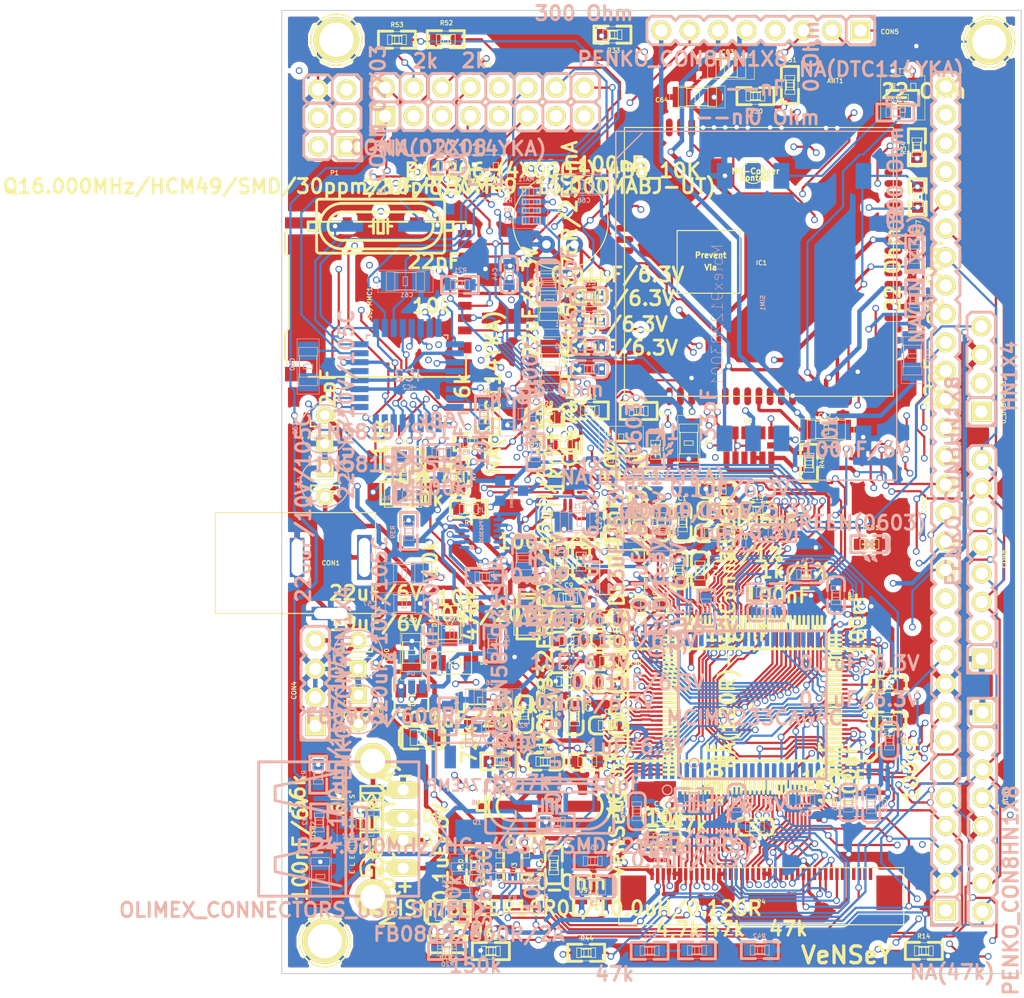
<source format=kicad_pcb>
(kicad_pcb (version 4) (host pcbnew 4.0.3-stable)
  (layers (0 Front.Layer signal) (1 Signal.Layer signal) (2 Signal2.Layer signal) (31 Back.Layer signal) (34 B.Paste user) (35 F.Paste user) (36 B.SilkS user) (37 F.SilkS user) (38 B.Mask user) (39 F.Mask user) (44 Edge.Cuts user))
  (net 0 "")
  (net 1 BatteryIN-)
  (net 2 "Net-(ANT1-Pad1)")
  (net 3 imx1V2_OUT)
  (net 4 imx2V5_OUT)
  (net 5 imx3V3_OUT)
  (net 6 5V_IN)
  (net 7 imx1V8_OUT)
  (net 8 /XTALI)
  (net 9 imx1V0_OUT)
  (net 10 /XTALO)
  (net 11 "Net-(C27-Pad2)")
  (net 12 /PSWITCH)
  (net 13 /SD_VCC)
  (net 14 "Net-(C38-Pad2)")
  (net 15 BatteryIN+)
  (net 16 VDD4P2)
  (net 17 5V_Converter_IN)
  (net 18 Solar+)
  (net 19 "Net-(C50-Pad+)")
  (net 20 /AdapterIN+)
  (net 21 3v3_Perm+)
  (net 22 "Net-(C59-Pad1)")
  (net 23 "Net-(C60-Pad1)")
  (net 24 "Net-(C61-Pad1)")
  (net 25 "Net-(C62-Pad1)")
  (net 26 /RF_ANT)
  (net 27 "Net-(C64-Pad2)")
  (net 28 "Net-(C65-Pad1)")
  (net 29 /MIC_P)
  (net 30 "Net-(C67-Pad2)")
  (net 31 /SIM_VDD)
  (net 32 /SIM_DATA)
  (net 33 "Net-(C70-Pad2)")
  (net 34 3V3_MODEM)
  (net 35 DEBUG)
  (net 36 /PIN1/LCD_D00)
  (net 37 /PIN2/LCD_D01)
  (net 38 /PIN3/LCD_D02)
  (net 39 /PIN4/LCD_D03)
  (net 40 /PIN5/LCD_D04)
  (net 41 /PIN6/LCD_D05)
  (net 42 /PIN7/LCD_D06)
  (net 43 /PIN8/LCD_D07)
  (net 44 /PIN9/LCD_D08/SSP2_MISO)
  (net 45 /PIN10/LCD_D09)
  (net 46 /PIN11/LCD_D10)
  (net 47 /PIN12/LCD_D11)
  (net 48 /PIN13/LCD_D12)
  (net 49 /PIN14/LCD_D13)
  (net 50 /PIN15/LCD_D14)
  (net 51 /PIN16/LCD_D15)
  (net 52 /PIN17/LCD_D16)
  (net 53 /PIN19/LCD_DOTCLK)
  (net 54 /PIN20/LCD_VSYNC)
  (net 55 IMX_ATM_SDA)
  (net 56 IMX_ATM_SCL)
  (net 57 /PIN23/LCD_DISP)
  (net 58 /PIN25/LCD_RS)
  (net 59 RX_FROM_MODEM)
  (net 60 TX_TO_MODEM)
  (net 61 /HP_VGND)
  (net 62 /HPL)
  (net 63 /HPR)
  (net 64 /LIN1_INL)
  (net 65 /LIN1_INR)
  (net 66 /PIN34/MIC)
  (net 67 /PIN33/LRADC0)
  (net 68 /PIN32/LRADC1)
  (net 69 MODEM_NET_ON)
  (net 70 MODEM_RINGING)
  (net 71 ATM_FALL_INTO_SPECIAL_STATE1)
  (net 72 NETLIGHT_LED_P)
  (net 73 NETLIGHT_LED_N)
  (net 74 MODEM_STATUS_P)
  (net 75 MODEM_STATUS_N)
  (net 76 SPK_CON_P)
  (net 77 SPK_CON_N)
  (net 78 PHOTO_TRAN_N)
  (net 79 IMX_RECOVERY)
  (net 80 "Net-(D1-PadK)")
  (net 81 IMX_PSWITCH)
  (net 82 "Net-(D3-PadK)")
  (net 83 imx_RXD)
  (net 84 "Net-(D4-Pad3)")
  (net 85 /MODEM_PWRKEY)
  (net 86 /NETLIGHT)
  (net 87 /MODEM_STATUS)
  (net 88 /MODEM_RI)
  (net 89 /MODEM_TXD)
  (net 90 /MODEM_RXD)
  (net 91 /VDD_EXT)
  (net 92 /SIM_CLK)
  (net 93 /SIM_RST)
  (net 94 /SIM_PRESENCE)
  (net 95 ATM_FALL_INTO_SPECIAL_STATE2)
  (net 96 /ATM_PD4)
  (net 97 /ATM_PD6)
  (net 98 MODEM_PWRKEY_SIG)
  (net 99 3V3_MODEM_ON)
  (net 100 AdapterStatus_IN)
  (net 101 ADXL_INT)
  (net 102 ATM_MOSI)
  (net 103 ATM_MISO)
  (net 104 ATM_SCK)
  (net 105 /ATM_ADC6_BattStatus)
  (net 106 /ATM_ADC7)
  (net 107 /ATM_ADC1_PC1)
  (net 108 /ATM_ADC2_PC2)
  (net 109 /ATM_ADC3_PC3)
  (net 110 ATM_RESET)
  (net 111 SSP1_DATA1)
  (net 112 SSP1_DATA0)
  (net 113 SSP1_SCK)
  (net 114 SSP1_CMD)
  (net 115 SSP1_DATA3)
  (net 116 SSP1_DATA2)
  (net 117 "Net-(L1-Pad1)")
  (net 118 "Net-(L1-Pad2)")
  (net 119 "Net-(L2-Pad1)")
  (net 120 "Net-(L3-Pad1)")
  (net 121 "Net-(L6-Pad1)")
  (net 122 "Net-(L6-Pad2)")
  (net 123 imx_LED)
  (net 124 "Net-(LED2-PadC)")
  (net 125 "Net-(Q3-PadG)")
  (net 126 "Net-(R2-Pad2)")
  (net 127 "Net-(R10-Pad2)")
  (net 128 "Net-(R11-Pad2)")
  (net 129 "Net-(R12-Pad2)")
  (net 130 /CS)
  (net 131 /CLKN)
  (net 132 /CLK)
  (net 133 "Net-(R23-Pad1)")
  (net 134 "Net-(R26-Pad1)")
  (net 135 "Net-(R29-Pad1)")
  (net 136 "Net-(R35-Pad1)")
  (net 137 "Net-(R36-Pad1)")
  (net 138 "Net-(R38-Pad1)")
  (net 139 "Net-(R41-Pad1)")
  (net 140 "Net-(R45-Pad1)")
  (net 141 "Net-(R46-Pad2)")
  (net 142 /DQS0)
  (net 143 /DQS1)
  (net 144 /D0)
  (net 145 /D2)
  (net 146 /D1)
  (net 147 /D3)
  (net 148 /DQM0)
  (net 149 /D4)
  (net 150 /D5)
  (net 151 /D6)
  (net 152 /D7)
  (net 153 /D8)
  (net 154 /D9)
  (net 155 /D10)
  (net 156 /D11)
  (net 157 /DQM1)
  (net 158 /D12)
  (net 159 /D13)
  (net 160 /D15)
  (net 161 /D14)
  (net 162 /CASN)
  (net 163 /RASN)
  (net 164 /A12)
  (net 165 /A11)
  (net 166 /A10)
  (net 167 /A9)
  (net 168 /A8)
  (net 169 /A7)
  (net 170 /A6)
  (net 171 /A5)
  (net 172 /A4)
  (net 173 /A3)
  (net 174 /A2)
  (net 175 /A1)
  (net 176 /A0)
  (net 177 /WEN)
  (net 178 /CKE)
  (net 179 /BA0)
  (net 180 /BA1)
  (net 181 USB_DM)
  (net 182 USB_DP)
  (net 183 imx_TXD)
  (net 184 /PIN21/LCD_HSYNC/I2C_SDA)
  (net 185 /PIN22/LCD_EN/I2C_SCL)
  (net 186 TOUCH_RST)
  (net 187 TOUCH_INT)
  (net 188 LCD_LED+)
  (net 189 LCD_USB_EN)
  (net 190 "Net-(D5-Pad2)")
  (net 191 LCD_LED-)
  (net 192 "Net-(D4-Pad1)")
  (net 193 "Net-(IC1-Pad35)")
  (net 194 "Net-(IC1-Pad67)")
  (net 195 "Net-(IC1-Pad68)")
  (net 196 "Net-(IC1-Pad2)")
  (net 197 "Net-(IC1-Pad3)")
  (net 198 "Net-(IC1-Pad5)")
  (net 199 "Net-(IC1-Pad6)")
  (net 200 "Net-(IC1-Pad7)")
  (net 201 "Net-(IC1-Pad8)")
  (net 202 "Net-(IC1-Pad11)")
  (net 203 "Net-(IC1-Pad12)")
  (net 204 "Net-(IC1-Pad13)")
  (net 205 "Net-(IC1-Pad14)")
  (net 206 "Net-(IC1-Pad23)")
  (net 207 "Net-(IC1-Pad24)")
  (net 208 "Net-(IC1-Pad25)")
  (net 209 "Net-(IC1-Pad27)")
  (net 210 "Net-(IC1-Pad28)")
  (net 211 "Net-(IC1-Pad36)")
  (net 212 "Net-(IC1-Pad37)")
  (net 213 "Net-(IC1-Pad38)")
  (net 214 "Net-(IC1-Pad40)")
  (net 215 "Net-(IC1-Pad41)")
  (net 216 "Net-(IC1-Pad42)")
  (net 217 "Net-(IC1-Pad43)")
  (net 218 "Net-(IC1-Pad44)")
  (net 219 "Net-(IC1-Pad47)")
  (net 220 "Net-(IC1-Pad48)")
  (net 221 "Net-(IC1-Pad49)")
  (net 222 "Net-(IC1-Pad50)")
  (net 223 "Net-(IC1-Pad51)")
  (net 224 "Net-(P4-Pad40)")
  (net 225 "Net-(P4-Pad39)")
  (net 226 "Net-(P4-Pad35)")
  (net 227 "Net-(P4-Pad37)")
  (net 228 "Net-(P4-Pad38)")
  (net 229 "Net-(SIM1-PadC6)")
  (net 230 /PIN26/LCD_CS)
  (net 231 /PIN24/LCD_WR)
  (net 232 /VDAC1)
  (net 233 "Net-(U2-Pad14)")
  (net 234 "Net-(U2-Pad17)")
  (net 235 "Net-(U2-Pad19)")
  (net 236 "Net-(U2-Pad25)")
  (net 237 "Net-(U2-Pad43)")
  (net 238 "Net-(U2-Pad50)")
  (net 239 "Net-(U2-Pad53)")
  (net 240 "Net-(U5-Pad14)")
  (net 241 "Net-(U5-Pad5)")
  (net 242 "Net-(U8-Pad9)")
  (net 243 "Net-(U8-Pad11)")
  (net 244 "Net-(U8-Pad3)")
  (net 245 /PIN18/LCD_D17/USB_EN)
  (net 246 ATM_RXD)
  (net 247 ATM_TXD)
  (net 248 "Net-(SD/MMC1-Pad9)")
  (net 249 "Net-(SD/MMC1-Pad10)")
  (net 250 "Net-(SD/MMC1-Pad11)")
  (net 251 "Net-(SD/MMC1-Pad12)")
  (net 252 "Net-(SD/MMC1-Pad13)")
  (net 253 "Net-(C49-Pad1)")
  (module nooli:DO-219AB-SMF (layer Front.Layer) (at 73.44 96.26 180)
    (fp_text reference D2 (at -2.62 0.05 180) (layer F.SilkS) (effects (font (size 0.4 0.4) (thickness 0.08))))
    (fp_text value SS2FL3)
    (pad 2 smd rect (at -1.45 0 180) (size 1.3 1.4) (layers Front.Layer F.Paste F.Mask) (net 20 /AdapterIN+))
    (pad 1 smd rect (at 1.45 0 180) (size 1.3 1.4) (layers Front.Layer F.Paste F.Mask) (net 17 5V_Converter_IN))
  )
  (module iMX233-OLinuXino-Micro_Rev_D:OLIMEX_IC_TQFP128LD (layer Front.Layer) (at 100 100)
    (fp_text reference U1 (at 0.14 0.05) (layer F.SilkS) (effects (font (size 0.4 0.4) (thickness 0.08))))
    (fp_text value MCIMX233CAG4C (at 0.20828 1.16332) (layer B.SilkS) (effects (font (size 1.27 1.27) (thickness 0.254))))
    (pad 1 smd rect (at -6.1976 7.74954) (size 0.19812 1.4986) (layers Front.Layer F.Paste F.Mask) (net 3 imx1V2_OUT))
    (pad 2 smd rect (at -5.79882 7.74954) (size 0.19812 1.4986) (layers Front.Layer F.Paste F.Mask) (net 36 /PIN1/LCD_D00))
    (pad 3 smd rect (at -5.40004 7.74954) (size 0.19812 1.4986) (layers Front.Layer F.Paste F.Mask) (net 37 /PIN2/LCD_D01))
    (pad 4 smd rect (at -4.99872 7.74954) (size 0.19812 1.4986) (layers Front.Layer F.Paste F.Mask) (net 38 /PIN3/LCD_D02))
    (pad 5 smd rect (at -4.59994 7.74954) (size 0.19812 1.4986) (layers Front.Layer F.Paste F.Mask) (net 39 /PIN4/LCD_D03))
    (pad 6 smd rect (at -4.19862 7.74954) (size 0.19812 1.4986) (layers Front.Layer F.Paste F.Mask) (net 40 /PIN5/LCD_D04))
    (pad 7 smd rect (at -3.79984 7.74954) (size 0.19812 1.4986) (layers Front.Layer F.Paste F.Mask) (net 41 /PIN6/LCD_D05))
    (pad 8 smd rect (at -3.39852 7.74954) (size 0.19812 1.4986) (layers Front.Layer F.Paste F.Mask) (net 42 /PIN7/LCD_D06))
    (pad 9 smd rect (at -2.99974 7.74954) (size 0.19812 1.4986) (layers Front.Layer F.Paste F.Mask) (net 43 /PIN8/LCD_D07))
    (pad 10 smd rect (at -2.59842 7.74954) (size 0.19812 1.4986) (layers Front.Layer F.Paste F.Mask) (net 230 /PIN26/LCD_CS))
    (pad 11 smd rect (at -2.19964 7.74954) (size 0.19812 1.4986) (layers Front.Layer F.Paste F.Mask) (net 185 /PIN22/LCD_EN/I2C_SCL))
    (pad 12 smd rect (at -1.79832 7.74954) (size 0.19812 1.4986) (layers Front.Layer F.Paste F.Mask) (net 57 /PIN23/LCD_DISP))
    (pad 13 smd rect (at -1.39954 7.74954) (size 0.19812 1.4986) (layers Front.Layer F.Paste F.Mask) (net 231 /PIN24/LCD_WR))
    (pad 14 smd rect (at -0.99822 7.74954) (size 0.19812 1.4986) (layers Front.Layer F.Paste F.Mask) (net 58 /PIN25/LCD_RS))
    (pad 15 smd rect (at -0.59944 7.74954) (size 0.19812 1.4986) (layers Front.Layer F.Paste F.Mask) (net 184 /PIN21/LCD_HSYNC/I2C_SDA))
    (pad 16 smd rect (at -0.19812 7.74954) (size 0.19812 1.4986) (layers Front.Layer F.Paste F.Mask) (net 54 /PIN20/LCD_VSYNC))
    (pad 17 smd rect (at 0.19812 7.74954) (size 0.19812 1.4986) (layers Front.Layer F.Paste F.Mask) (net 53 /PIN19/LCD_DOTCLK))
    (pad 18 smd rect (at 0.59944 7.74954) (size 0.19812 1.4986) (layers Front.Layer F.Paste F.Mask) (net 5 imx3V3_OUT))
    (pad 19 smd rect (at 0.99822 7.74954) (size 0.19812 1.4986) (layers Front.Layer F.Paste F.Mask) (net 52 /PIN17/LCD_D16))
    (pad 20 smd rect (at 1.39954 7.74954) (size 0.19812 1.4986) (layers Front.Layer F.Paste F.Mask) (net 245 /PIN18/LCD_D17/USB_EN))
    (pad 21 smd rect (at 1.79832 7.74954) (size 0.19812 1.4986) (layers Front.Layer F.Paste F.Mask) (net 71 ATM_FALL_INTO_SPECIAL_STATE1))
    (pad 22 smd rect (at 2.19964 7.74954) (size 0.19812 1.4986) (layers Front.Layer F.Paste F.Mask) (net 44 /PIN9/LCD_D08/SSP2_MISO))
    (pad 23 smd rect (at 2.59842 7.74954) (size 0.19812 1.4986) (layers Front.Layer F.Paste F.Mask) (net 45 /PIN10/LCD_D09))
    (pad 24 smd rect (at 2.99974 7.74954) (size 0.19812 1.4986) (layers Front.Layer F.Paste F.Mask) (net 46 /PIN11/LCD_D10))
    (pad 25 smd rect (at 3.39852 7.74954) (size 0.19812 1.4986) (layers Front.Layer F.Paste F.Mask) (net 47 /PIN12/LCD_D11))
    (pad 26 smd rect (at 3.79984 7.74954) (size 0.19812 1.4986) (layers Front.Layer F.Paste F.Mask) (net 49 /PIN14/LCD_D13))
    (pad 27 smd rect (at 4.19862 7.74954) (size 0.19812 1.4986) (layers Front.Layer F.Paste F.Mask) (net 48 /PIN13/LCD_D12))
    (pad 28 smd rect (at 4.5974 7.74954) (size 0.19812 1.4986) (layers Front.Layer F.Paste F.Mask) (net 51 /PIN16/LCD_D15))
    (pad 29 smd rect (at 4.99872 7.74954) (size 0.19812 1.4986) (layers Front.Layer F.Paste F.Mask) (net 50 /PIN15/LCD_D14))
    (pad 30 smd rect (at 5.3975 7.74954) (size 0.19812 1.4986) (layers Front.Layer F.Paste F.Mask) (net 1 BatteryIN-))
    (pad 31 smd rect (at 5.79882 7.74954) (size 0.19812 1.4986) (layers Front.Layer F.Paste F.Mask) (net 55 IMX_ATM_SDA))
    (pad 32 smd rect (at 6.1976 7.74954) (size 0.19812 1.4986) (layers Front.Layer F.Paste F.Mask) (net 187 TOUCH_INT))
    (pad 33 smd rect (at 7.74954 6.1976 90) (size 0.19812 1.4986) (layers Front.Layer F.Paste F.Mask) (net 186 TOUCH_RST))
    (pad 34 smd rect (at 7.74954 5.79882 90) (size 0.19812 1.4986) (layers Front.Layer F.Paste F.Mask) (net 56 IMX_ATM_SCL))
    (pad 35 smd rect (at 7.74954 5.40004 90) (size 0.19812 1.4986) (layers Front.Layer F.Paste F.Mask) (net 1 BatteryIN-))
    (pad 36 smd rect (at 7.74954 4.99872 90) (size 0.19812 1.4986) (layers Front.Layer F.Paste F.Mask) (net 132 /CLK))
    (pad 37 smd rect (at 7.74954 4.59994 90) (size 0.19812 1.4986) (layers Front.Layer F.Paste F.Mask) (net 131 /CLKN))
    (pad 38 smd rect (at 7.74954 4.19862 90) (size 0.19812 1.4986) (layers Front.Layer F.Paste F.Mask) (net 4 imx2V5_OUT))
    (pad 39 smd rect (at 7.74954 3.79984 90) (size 0.19812 1.4986) (layers Front.Layer F.Paste F.Mask) (net 142 /DQS0))
    (pad 40 smd rect (at 7.74954 3.39852 90) (size 0.19812 1.4986) (layers Front.Layer F.Paste F.Mask) (net 143 /DQS1))
    (pad 41 smd rect (at 7.74954 2.99974 90) (size 0.19812 1.4986) (layers Front.Layer F.Paste F.Mask) (net 144 /D0))
    (pad 42 smd rect (at 7.74954 2.59842 90) (size 0.19812 1.4986) (layers Front.Layer F.Paste F.Mask) (net 145 /D2))
    (pad 43 smd rect (at 7.74954 2.19964 90) (size 0.19812 1.4986) (layers Front.Layer F.Paste F.Mask) (net 146 /D1))
    (pad 44 smd rect (at 7.74954 1.79832 90) (size 0.19812 1.4986) (layers Front.Layer F.Paste F.Mask) (net 147 /D3))
    (pad 45 smd rect (at 7.74954 1.39954 90) (size 0.19812 1.4986) (layers Front.Layer F.Paste F.Mask) (net 4 imx2V5_OUT))
    (pad 46 smd rect (at 7.74954 0.99822 90) (size 0.19812 1.4986) (layers Front.Layer F.Paste F.Mask) (net 148 /DQM0))
    (pad 47 smd rect (at 7.74954 0.59944 90) (size 0.19812 1.4986) (layers Front.Layer F.Paste F.Mask) (net 149 /D4))
    (pad 48 smd rect (at 7.74954 0.19812 90) (size 0.19812 1.4986) (layers Front.Layer F.Paste F.Mask) (net 150 /D5))
    (pad 49 smd rect (at 7.74954 -0.19812 90) (size 0.19812 1.4986) (layers Front.Layer F.Paste F.Mask) (net 151 /D6))
    (pad 50 smd rect (at 7.74954 -0.59944 90) (size 0.19812 1.4986) (layers Front.Layer F.Paste F.Mask) (net 152 /D7))
    (pad 51 smd rect (at 7.74954 -0.99822 90) (size 0.19812 1.4986) (layers Front.Layer F.Paste F.Mask) (net 153 /D8))
    (pad 52 smd rect (at 7.74954 -1.39954 90) (size 0.19812 1.4986) (layers Front.Layer F.Paste F.Mask) (net 154 /D9))
    (pad 53 smd rect (at 7.74954 -1.79832 90) (size 0.19812 1.4986) (layers Front.Layer F.Paste F.Mask) (net 4 imx2V5_OUT))
    (pad 54 smd rect (at 7.74954 -2.19964 90) (size 0.19812 1.4986) (layers Front.Layer F.Paste F.Mask) (net 155 /D10))
    (pad 55 smd rect (at 7.74954 -2.59842 90) (size 0.19812 1.4986) (layers Front.Layer F.Paste F.Mask) (net 156 /D11))
    (pad 56 smd rect (at 7.74954 -2.99974 90) (size 0.19812 1.4986) (layers Front.Layer F.Paste F.Mask) (net 157 /DQM1))
    (pad 57 smd rect (at 7.74954 -3.39852 90) (size 0.19812 1.4986) (layers Front.Layer F.Paste F.Mask) (net 158 /D12))
    (pad 58 smd rect (at 7.74954 -3.79984 90) (size 0.19812 1.4986) (layers Front.Layer F.Paste F.Mask) (net 159 /D13))
    (pad 59 smd rect (at 7.74954 -4.19862 90) (size 0.19812 1.4986) (layers Front.Layer F.Paste F.Mask) (net 160 /D15))
    (pad 60 smd rect (at 7.74954 -4.5974 90) (size 0.19812 1.4986) (layers Front.Layer F.Paste F.Mask) (net 161 /D14))
    (pad 61 smd rect (at 7.74954 -4.99872 90) (size 0.19812 1.4986) (layers Front.Layer F.Paste F.Mask) (net 162 /CASN))
    (pad 62 smd rect (at 7.74954 -5.3975 90) (size 0.19812 1.4986) (layers Front.Layer F.Paste F.Mask) (net 163 /RASN))
    (pad 63 smd rect (at 7.74954 -5.79882 90) (size 0.19812 1.4986) (layers Front.Layer F.Paste F.Mask) (net 130 /CS))
    (pad 64 smd rect (at 7.74954 -6.1976 90) (size 0.19812 1.4986) (layers Front.Layer F.Paste F.Mask) (net 164 /A12))
    (pad 65 smd rect (at 6.1976 -7.74954 180) (size 0.19812 1.4986) (layers Front.Layer F.Paste F.Mask) (net 165 /A11))
    (pad 66 smd rect (at 5.79882 -7.74954 180) (size 0.19812 1.4986) (layers Front.Layer F.Paste F.Mask) (net 166 /A10))
    (pad 67 smd rect (at 5.3975 -7.74954 180) (size 0.19812 1.4986) (layers Front.Layer F.Paste F.Mask) (net 167 /A9))
    (pad 68 smd rect (at 4.99872 -7.74954 180) (size 0.19812 1.4986) (layers Front.Layer F.Paste F.Mask) (net 168 /A8))
    (pad 69 smd rect (at 4.5974 -7.74954 180) (size 0.19812 1.4986) (layers Front.Layer F.Paste F.Mask) (net 169 /A7))
    (pad 70 smd rect (at 4.19862 -7.74954 180) (size 0.19812 1.4986) (layers Front.Layer F.Paste F.Mask) (net 170 /A6))
    (pad 71 smd rect (at 3.79984 -7.74954 180) (size 0.19812 1.4986) (layers Front.Layer F.Paste F.Mask) (net 171 /A5))
    (pad 72 smd rect (at 3.39852 -7.74954 180) (size 0.19812 1.4986) (layers Front.Layer F.Paste F.Mask) (net 172 /A4))
    (pad 73 smd rect (at 2.99974 -7.74954 180) (size 0.19812 1.4986) (layers Front.Layer F.Paste F.Mask) (net 173 /A3))
    (pad 74 smd rect (at 2.59842 -7.74954 180) (size 0.19812 1.4986) (layers Front.Layer F.Paste F.Mask) (net 174 /A2))
    (pad 75 smd rect (at 2.19964 -7.74954 180) (size 0.19812 1.4986) (layers Front.Layer F.Paste F.Mask) (net 175 /A1))
    (pad 76 smd rect (at 1.79832 -7.74954 180) (size 0.19812 1.4986) (layers Front.Layer F.Paste F.Mask) (net 176 /A0))
    (pad 77 smd rect (at 1.39954 -7.74954 180) (size 0.19812 1.4986) (layers Front.Layer F.Paste F.Mask) (net 177 /WEN))
    (pad 78 smd rect (at 0.99822 -7.74954 180) (size 0.19812 1.4986) (layers Front.Layer F.Paste F.Mask) (net 178 /CKE))
    (pad 79 smd rect (at 0.59944 -7.74954 180) (size 0.19812 1.4986) (layers Front.Layer F.Paste F.Mask) (net 179 /BA0))
    (pad 80 smd rect (at 0.19812 -7.74954 180) (size 0.19812 1.4986) (layers Front.Layer F.Paste F.Mask) (net 180 /BA1))
    (pad 81 smd rect (at -0.19812 -7.74954 180) (size 0.19812 1.4986) (layers Front.Layer F.Paste F.Mask) (net 70 MODEM_RINGING))
    (pad 82 smd rect (at -0.59944 -7.74954 180) (size 0.19812 1.4986) (layers Front.Layer F.Paste F.Mask) (net 69 MODEM_NET_ON))
    (pad 83 smd rect (at -0.99822 -7.74954 180) (size 0.19812 1.4986) (layers Front.Layer F.Paste F.Mask) (net 114 SSP1_CMD))
    (pad 84 smd rect (at -1.39954 -7.74954 180) (size 0.19812 1.4986) (layers Front.Layer F.Paste F.Mask) (net 112 SSP1_DATA0))
    (pad 85 smd rect (at -1.79832 -7.74954 180) (size 0.19812 1.4986) (layers Front.Layer F.Paste F.Mask) (net 111 SSP1_DATA1))
    (pad 86 smd rect (at -2.19964 -7.74954 180) (size 0.19812 1.4986) (layers Front.Layer F.Paste F.Mask) (net 116 SSP1_DATA2))
    (pad 87 smd rect (at -2.59842 -7.74954 180) (size 0.19812 1.4986) (layers Front.Layer F.Paste F.Mask) (net 115 SSP1_DATA3))
    (pad 88 smd rect (at -2.99974 -7.74954 180) (size 0.19812 1.4986) (layers Front.Layer F.Paste F.Mask) (net 123 imx_LED))
    (pad 89 smd rect (at -3.39852 -7.74954 180) (size 0.19812 1.4986) (layers Front.Layer F.Paste F.Mask) (net 35 DEBUG))
    (pad 90 smd rect (at -3.79984 -7.74954 180) (size 0.19812 1.4986) (layers Front.Layer F.Paste F.Mask) (net 113 SSP1_SCK))
    (pad 91 smd rect (at -4.19862 -7.74954 180) (size 0.19812 1.4986) (layers Front.Layer F.Paste F.Mask) (net 189 LCD_USB_EN))
    (pad 92 smd rect (at -4.59994 -7.74954 180) (size 0.19812 1.4986) (layers Front.Layer F.Paste F.Mask) (net 5 imx3V3_OUT))
    (pad 93 smd rect (at -4.99872 -7.74954 180) (size 0.19812 1.4986) (layers Front.Layer F.Paste F.Mask) (net 3 imx1V2_OUT))
    (pad 94 smd rect (at -5.40004 -7.74954 180) (size 0.19812 1.4986) (layers Front.Layer F.Paste F.Mask) (net 3 imx1V2_OUT))
    (pad 95 smd rect (at -5.79882 -7.74954 180) (size 0.19812 1.4986) (layers Front.Layer F.Paste F.Mask) (net 5 imx3V3_OUT))
    (pad 96 smd rect (at -6.1976 -7.74954 180) (size 0.19812 1.4986) (layers Front.Layer F.Paste F.Mask) (net 7 imx1V8_OUT))
    (pad 97 smd rect (at -7.74954 -6.1976 270) (size 0.19812 1.4986) (layers Front.Layer F.Paste F.Mask) (net 117 "Net-(L1-Pad1)"))
    (pad 98 smd rect (at -7.74954 -5.79882 270) (size 0.19812 1.4986) (layers Front.Layer F.Paste F.Mask) (net 1 BatteryIN-))
    (pad 99 smd rect (at -7.74954 -5.3975 270) (size 0.19812 1.4986) (layers Front.Layer F.Paste F.Mask) (net 118 "Net-(L1-Pad2)"))
    (pad 100 smd rect (at -7.74954 -4.99872 270) (size 0.19812 1.4986) (layers Front.Layer F.Paste F.Mask) (net 15 BatteryIN+))
    (pad 101 smd rect (at -7.74954 -4.5974 270) (size 0.19812 1.4986) (layers Front.Layer F.Paste F.Mask) (net 16 VDD4P2))
    (pad 102 smd rect (at -7.74954 -4.19862 270) (size 0.19812 1.4986) (layers Front.Layer F.Paste F.Mask) (net 6 5V_IN))
    (pad 103 smd rect (at -7.74954 -3.79984 270) (size 0.19812 1.4986) (layers Front.Layer F.Paste F.Mask) (net 15 BatteryIN+))
    (pad 104 smd rect (at -7.74954 -3.39852 270) (size 0.19812 1.4986) (layers Front.Layer F.Paste F.Mask) (net 232 /VDAC1))
    (pad 105 smd rect (at -7.74954 -2.99974 270) (size 0.19812 1.4986) (layers Front.Layer F.Paste F.Mask) (net 1 BatteryIN-))
    (pad 106 smd rect (at -7.74954 -2.59842 270) (size 0.19812 1.4986) (layers Front.Layer F.Paste F.Mask) (net 4 imx2V5_OUT))
    (pad 107 smd rect (at -7.74954 -2.19964 270) (size 0.19812 1.4986) (layers Front.Layer F.Paste F.Mask) (net 68 /PIN32/LRADC1))
    (pad 108 smd rect (at -7.74954 -1.79832 270) (size 0.19812 1.4986) (layers Front.Layer F.Paste F.Mask) (net 67 /PIN33/LRADC0))
    (pad 109 smd rect (at -7.74954 -1.39954 270) (size 0.19812 1.4986) (layers Front.Layer F.Paste F.Mask) (net 63 /HPR))
    (pad 110 smd rect (at -7.74954 -0.99822 270) (size 0.19812 1.4986) (layers Front.Layer F.Paste F.Mask) (net 7 imx1V8_OUT))
    (pad 111 smd rect (at -7.74954 -0.59944 270) (size 0.19812 1.4986) (layers Front.Layer F.Paste F.Mask) (net 61 /HP_VGND))
    (pad 112 smd rect (at -7.74954 -0.19812 270) (size 0.19812 1.4986) (layers Front.Layer F.Paste F.Mask) (net 1 BatteryIN-))
    (pad 113 smd rect (at -7.74954 0.19812 270) (size 0.19812 1.4986) (layers Front.Layer F.Paste F.Mask) (net 62 /HPL))
    (pad 114 smd rect (at -7.74954 0.59944 270) (size 0.19812 1.4986) (layers Front.Layer F.Paste F.Mask) (net 65 /LIN1_INR))
    (pad 115 smd rect (at -7.74954 0.99822 270) (size 0.19812 1.4986) (layers Front.Layer F.Paste F.Mask) (net 64 /LIN1_INL))
    (pad 116 smd rect (at -7.74954 1.39954 270) (size 0.19812 1.4986) (layers Front.Layer F.Paste F.Mask) (net 66 /PIN34/MIC))
    (pad 117 smd rect (at -7.74954 1.79832 270) (size 0.19812 1.4986) (layers Front.Layer F.Paste F.Mask) (net 11 "Net-(C27-Pad2)"))
    (pad 118 smd rect (at -7.74954 2.19964 270) (size 0.19812 1.4986) (layers Front.Layer F.Paste F.Mask) (net 1 BatteryIN-))
    (pad 119 smd rect (at -7.74954 2.59842 270) (size 0.19812 1.4986) (layers Front.Layer F.Paste F.Mask) (net 12 /PSWITCH))
    (pad 120 smd rect (at -7.74954 2.99974 270) (size 0.19812 1.4986) (layers Front.Layer F.Paste F.Mask) (net 9 imx1V0_OUT))
    (pad 121 smd rect (at -7.74954 3.39852 270) (size 0.19812 1.4986) (layers Front.Layer F.Paste F.Mask) (net 10 /XTALO))
    (pad 122 smd rect (at -7.74954 3.79984 270) (size 0.19812 1.4986) (layers Front.Layer F.Paste F.Mask) (net 8 /XTALI))
    (pad 123 smd rect (at -7.74954 4.19862 270) (size 0.19812 1.4986) (layers Front.Layer F.Paste F.Mask) (net 181 USB_DM))
    (pad 124 smd rect (at -7.74954 4.59994 270) (size 0.19812 1.4986) (layers Front.Layer F.Paste F.Mask) (net 182 USB_DP))
    (pad 125 smd rect (at -7.74954 4.99872 270) (size 0.19812 1.4986) (layers Front.Layer F.Paste F.Mask) (net 83 imx_RXD))
    (pad 126 smd rect (at -7.74954 5.40004 270) (size 0.19812 1.4986) (layers Front.Layer F.Paste F.Mask) (net 183 imx_TXD))
    (pad 127 smd rect (at -7.74954 5.79882 270) (size 0.19812 1.4986) (layers Front.Layer F.Paste F.Mask) (net 60 TX_TO_MODEM))
    (pad 128 smd rect (at -7.74954 6.1976 270) (size 0.19812 1.4986) (layers Front.Layer F.Paste F.Mask) (net 59 RX_FROM_MODEM))
  )
  (module iMX233-OLinuXino-Micro_Rev_D:OLIMEX_IC_66TSOP-II (layer Back.Layer) (at 100 100 180)
    (fp_text reference U2 (at -0.25 0.03 270) (layer B.SilkS) (effects (font (size 0.4 0.4) (thickness 0.08)) (justify mirror)))
    (fp_text value VeNSeY_IC_HY5DU121622DLTP-J (at 12.065 0.19812 450) (layer F.SilkS) (effects (font (size 1.27 1.27) (thickness 0.254))))
    (pad 1 smd rect (at -10.39876 -5.92328 180) (size 0.39878 1.39954) (layers Back.Layer B.Paste B.Mask) (net 4 imx2V5_OUT))
    (pad 2 smd rect (at -9.74852 -5.92328 180) (size 0.39878 1.39954) (layers Back.Layer B.Paste B.Mask) (net 144 /D0))
    (pad 3 smd rect (at -9.09828 -5.92328 180) (size 0.39878 1.39954) (layers Back.Layer B.Paste B.Mask) (net 4 imx2V5_OUT))
    (pad 4 smd rect (at -8.44804 -5.92328 180) (size 0.39878 1.39954) (layers Back.Layer B.Paste B.Mask) (net 146 /D1))
    (pad 5 smd rect (at -7.7978 -5.92328 180) (size 0.39878 1.39954) (layers Back.Layer B.Paste B.Mask) (net 145 /D2))
    (pad 6 smd rect (at -7.14756 -5.92328 180) (size 0.39878 1.39954) (layers Back.Layer B.Paste B.Mask) (net 1 BatteryIN-))
    (pad 7 smd rect (at -6.49986 -5.92328 180) (size 0.39878 1.39954) (layers Back.Layer B.Paste B.Mask) (net 147 /D3))
    (pad 8 smd rect (at -5.84962 -5.92328 180) (size 0.39878 1.39954) (layers Back.Layer B.Paste B.Mask) (net 149 /D4))
    (pad 9 smd rect (at -5.19938 -5.92328 180) (size 0.39878 1.39954) (layers Back.Layer B.Paste B.Mask) (net 4 imx2V5_OUT))
    (pad 10 smd rect (at -4.54914 -5.92328 180) (size 0.39878 1.39954) (layers Back.Layer B.Paste B.Mask) (net 150 /D5))
    (pad 11 smd rect (at -3.8989 -5.92328 180) (size 0.39878 1.39954) (layers Back.Layer B.Paste B.Mask) (net 151 /D6))
    (pad 12 smd rect (at -3.24866 -5.92328 180) (size 0.39878 1.39954) (layers Back.Layer B.Paste B.Mask) (net 1 BatteryIN-))
    (pad 13 smd rect (at -2.59842 -5.92328 180) (size 0.39878 1.39954) (layers Back.Layer B.Paste B.Mask) (net 152 /D7))
    (pad 14 smd rect (at -1.94818 -5.92328 180) (size 0.39878 1.39954) (layers Back.Layer B.Paste B.Mask) (net 233 "Net-(U2-Pad14)"))
    (pad 15 smd rect (at -1.29794 -5.92328 180) (size 0.39878 1.39954) (layers Back.Layer B.Paste B.Mask) (net 4 imx2V5_OUT))
    (pad 16 smd rect (at -0.6477 -5.92328 180) (size 0.39878 1.39954) (layers Back.Layer B.Paste B.Mask) (net 142 /DQS0))
    (pad 17 smd rect (at 0 -5.92328 180) (size 0.39878 1.39954) (layers Back.Layer B.Paste B.Mask) (net 234 "Net-(U2-Pad17)"))
    (pad 18 smd rect (at 0.6477 -5.92328 180) (size 0.39878 1.39954) (layers Back.Layer B.Paste B.Mask) (net 4 imx2V5_OUT))
    (pad 19 smd rect (at 1.29794 -5.92328 180) (size 0.39878 1.39954) (layers Back.Layer B.Paste B.Mask) (net 235 "Net-(U2-Pad19)"))
    (pad 20 smd rect (at 1.94818 -5.92328 180) (size 0.39878 1.39954) (layers Back.Layer B.Paste B.Mask) (net 148 /DQM0))
    (pad 21 smd rect (at 2.59842 -5.92328 180) (size 0.39878 1.39954) (layers Back.Layer B.Paste B.Mask) (net 177 /WEN))
    (pad 22 smd rect (at 3.24866 -5.92328 180) (size 0.39878 1.39954) (layers Back.Layer B.Paste B.Mask) (net 162 /CASN))
    (pad 23 smd rect (at 3.8989 -5.92328 180) (size 0.39878 1.39954) (layers Back.Layer B.Paste B.Mask) (net 163 /RASN))
    (pad 24 smd rect (at 4.54914 -5.92328 180) (size 0.39878 1.39954) (layers Back.Layer B.Paste B.Mask) (net 130 /CS))
    (pad 25 smd rect (at 5.19938 -5.92328 180) (size 0.39878 1.39954) (layers Back.Layer B.Paste B.Mask) (net 236 "Net-(U2-Pad25)"))
    (pad 26 smd rect (at 5.84962 -5.92328 180) (size 0.39878 1.39954) (layers Back.Layer B.Paste B.Mask) (net 179 /BA0))
    (pad 27 smd rect (at 6.49986 -5.92328 180) (size 0.39878 1.39954) (layers Back.Layer B.Paste B.Mask) (net 180 /BA1))
    (pad 28 smd rect (at 7.14756 -5.92328 180) (size 0.39878 1.39954) (layers Back.Layer B.Paste B.Mask) (net 166 /A10))
    (pad 29 smd rect (at 7.7978 -5.92328 180) (size 0.39878 1.39954) (layers Back.Layer B.Paste B.Mask) (net 176 /A0))
    (pad 30 smd rect (at 8.44804 -5.92328 180) (size 0.39878 1.39954) (layers Back.Layer B.Paste B.Mask) (net 175 /A1))
    (pad 31 smd rect (at 9.09828 -5.92328 180) (size 0.39878 1.39954) (layers Back.Layer B.Paste B.Mask) (net 174 /A2))
    (pad 32 smd rect (at 9.74852 -5.92328 180) (size 0.39878 1.39954) (layers Back.Layer B.Paste B.Mask) (net 173 /A3))
    (pad 33 smd rect (at 10.39876 -5.92328 180) (size 0.39878 1.39954) (layers Back.Layer B.Paste B.Mask) (net 4 imx2V5_OUT))
    (pad 34 smd rect (at 10.39876 5.92328 180) (size 0.39878 1.39954) (layers Back.Layer B.Paste B.Mask) (net 1 BatteryIN-))
    (pad 35 smd rect (at 9.74852 5.92328 180) (size 0.39878 1.39954) (layers Back.Layer B.Paste B.Mask) (net 172 /A4))
    (pad 36 smd rect (at 9.09828 5.92328 180) (size 0.39878 1.39954) (layers Back.Layer B.Paste B.Mask) (net 171 /A5))
    (pad 37 smd rect (at 8.44804 5.92328 180) (size 0.39878 1.39954) (layers Back.Layer B.Paste B.Mask) (net 170 /A6))
    (pad 38 smd rect (at 7.7978 5.92328 180) (size 0.39878 1.39954) (layers Back.Layer B.Paste B.Mask) (net 169 /A7))
    (pad 39 smd rect (at 7.14756 5.92328 180) (size 0.39878 1.39954) (layers Back.Layer B.Paste B.Mask) (net 168 /A8))
    (pad 40 smd rect (at 6.49986 5.92328 180) (size 0.39878 1.39954) (layers Back.Layer B.Paste B.Mask) (net 167 /A9))
    (pad 41 smd rect (at 5.84962 5.92328 180) (size 0.39878 1.39954) (layers Back.Layer B.Paste B.Mask) (net 165 /A11))
    (pad 42 smd rect (at 5.19938 5.92328 180) (size 0.39878 1.39954) (layers Back.Layer B.Paste B.Mask) (net 164 /A12))
    (pad 43 smd rect (at 4.54914 5.92328 180) (size 0.39878 1.39954) (layers Back.Layer B.Paste B.Mask) (net 237 "Net-(U2-Pad43)"))
    (pad 44 smd rect (at 3.8989 5.92328 180) (size 0.39878 1.39954) (layers Back.Layer B.Paste B.Mask) (net 178 /CKE))
    (pad 45 smd rect (at 3.24866 5.92328 180) (size 0.39878 1.39954) (layers Back.Layer B.Paste B.Mask) (net 132 /CLK))
    (pad 46 smd rect (at 2.59842 5.92328 180) (size 0.39878 1.39954) (layers Back.Layer B.Paste B.Mask) (net 131 /CLKN))
    (pad 47 smd rect (at 1.94818 5.92328 180) (size 0.39878 1.39954) (layers Back.Layer B.Paste B.Mask) (net 157 /DQM1))
    (pad 48 smd rect (at 1.29794 5.92328 180) (size 0.39878 1.39954) (layers Back.Layer B.Paste B.Mask) (net 1 BatteryIN-))
    (pad 49 smd rect (at 0.6477 5.92328 180) (size 0.39878 1.39954) (layers Back.Layer B.Paste B.Mask) (net 14 "Net-(C38-Pad2)"))
    (pad 50 smd rect (at 0 5.92328 180) (size 0.39878 1.39954) (layers Back.Layer B.Paste B.Mask) (net 238 "Net-(U2-Pad50)"))
    (pad 51 smd rect (at -0.6477 5.92328 180) (size 0.39878 1.39954) (layers Back.Layer B.Paste B.Mask) (net 143 /DQS1))
    (pad 52 smd rect (at -1.29794 5.92328 180) (size 0.39878 1.39954) (layers Back.Layer B.Paste B.Mask) (net 1 BatteryIN-))
    (pad 53 smd rect (at -1.94818 5.92328 180) (size 0.39878 1.39954) (layers Back.Layer B.Paste B.Mask) (net 239 "Net-(U2-Pad53)"))
    (pad 54 smd rect (at -2.59842 5.92328 180) (size 0.39878 1.39954) (layers Back.Layer B.Paste B.Mask) (net 153 /D8))
    (pad 55 smd rect (at -3.24866 5.92328 180) (size 0.39878 1.39954) (layers Back.Layer B.Paste B.Mask) (net 4 imx2V5_OUT))
    (pad 56 smd rect (at -3.8989 5.92328 180) (size 0.39878 1.39954) (layers Back.Layer B.Paste B.Mask) (net 154 /D9))
    (pad 57 smd rect (at -4.54914 5.92328 180) (size 0.39878 1.39954) (layers Back.Layer B.Paste B.Mask) (net 155 /D10))
    (pad 58 smd rect (at -5.19938 5.92328 180) (size 0.39878 1.39954) (layers Back.Layer B.Paste B.Mask) (net 1 BatteryIN-))
    (pad 59 smd rect (at -5.84962 5.92328 180) (size 0.39878 1.39954) (layers Back.Layer B.Paste B.Mask) (net 156 /D11))
    (pad 60 smd rect (at -6.49986 5.92328 180) (size 0.39878 1.39954) (layers Back.Layer B.Paste B.Mask) (net 158 /D12))
    (pad 61 smd rect (at -7.14756 5.92328 180) (size 0.39878 1.39954) (layers Back.Layer B.Paste B.Mask) (net 4 imx2V5_OUT))
    (pad 62 smd rect (at -7.7978 5.92328 180) (size 0.39878 1.39954) (layers Back.Layer B.Paste B.Mask) (net 159 /D13))
    (pad 63 smd rect (at -8.44804 5.92328 180) (size 0.39878 1.39954) (layers Back.Layer B.Paste B.Mask) (net 161 /D14))
    (pad 64 smd rect (at -9.09828 5.92328 180) (size 0.39878 1.39954) (layers Back.Layer B.Paste B.Mask) (net 1 BatteryIN-))
    (pad 65 smd rect (at -9.74852 5.92328 180) (size 0.39878 1.39954) (layers Back.Layer B.Paste B.Mask) (net 160 /D15))
    (pad 66 smd rect (at -10.39876 5.92328 180) (size 0.39878 1.39954) (layers Back.Layer B.Paste B.Mask) (net 1 BatteryIN-))
  )
  (module iMX233-OLinuXino-Micro_Rev_D:RCL_C0603_DWS (layer Front.Layer) (at 93.775 83.7 270)
    (fp_text reference C1 (at -2.14 0.035 360) (layer F.SilkS) (effects (font (size 0.4 0.4) (thickness 0.08))))
    (fp_text value 0.1uF/6.3V (at 2.54 1.905 270) (layer B.SilkS) (effects (font (size 1.27 1.27) (thickness 0.254))))
    (pad 1 smd rect (at -0.889 0 270) (size 1.016 1.016) (layers Front.Layer F.Paste F.Mask) (net 1 BatteryIN-))
    (pad 2 smd rect (at 0.88646 0 270) (size 1.016 1.016) (layers Front.Layer F.Paste F.Mask) (net 3 imx1V2_OUT))
  )
  (module iMX233-OLinuXino-Micro_Rev_D:RCL_C0603_DWS (layer Front.Layer) (at 91.875 83.7 270)
    (fp_text reference C2 (at -2.2 0.005 360) (layer F.SilkS) (effects (font (size 0.4 0.4) (thickness 0.08))))
    (fp_text value 0.1uF/6.3V (at 2.54 1.905 270) (layer B.SilkS) (effects (font (size 1.27 1.27) (thickness 0.254))))
    (pad 1 smd rect (at -0.889 0 270) (size 1.016 1.016) (layers Front.Layer F.Paste F.Mask) (net 1 BatteryIN-))
    (pad 2 smd rect (at 0.88646 0 270) (size 1.016 1.016) (layers Front.Layer F.Paste F.Mask) (net 3 imx1V2_OUT))
  )
  (module iMX233-OLinuXino-Micro_Rev_D:RCL_C0603_DWS (layer Front.Layer) (at 112.095 98.19 180)
    (fp_text reference C3 (at -0.115 1.27 180) (layer F.SilkS) (effects (font (size 0.4 0.4) (thickness 0.08))))
    (fp_text value 0.1uF/6.3V (at 2.54 1.905 180) (layer B.SilkS) (effects (font (size 1.27 1.27) (thickness 0.254))))
    (pad 1 smd rect (at -0.889 0 180) (size 1.016 1.016) (layers Front.Layer F.Paste F.Mask) (net 1 BatteryIN-))
    (pad 2 smd rect (at 0.88646 0 180) (size 1.016 1.016) (layers Front.Layer F.Paste F.Mask) (net 4 imx2V5_OUT))
  )
  (module iMX233-OLinuXino-Micro_Rev_D:RCL_C0603_DWS (layer Front.Layer) (at 112.055 101.41 180)
    (fp_text reference C4 (at 0.045 -1.35 180) (layer F.SilkS) (effects (font (size 0.4 0.4) (thickness 0.08))))
    (fp_text value 0.1uF/6.3V (at 2.54 1.905 180) (layer B.SilkS) (effects (font (size 1.27 1.27) (thickness 0.254))))
    (pad 1 smd rect (at -0.889 0 180) (size 1.016 1.016) (layers Front.Layer F.Paste F.Mask) (net 1 BatteryIN-))
    (pad 2 smd rect (at 0.88646 0 180) (size 1.016 1.016) (layers Front.Layer F.Paste F.Mask) (net 4 imx2V5_OUT))
  )
  (module iMX233-OLinuXino-Micro_Rev_D:RCL_C0603_DWS (layer Front.Layer) (at 100.225 110.88 180)
    (fp_text reference C5 (at -0.105 -1.38 180) (layer F.SilkS) (effects (font (size 0.4 0.4) (thickness 0.08))))
    (fp_text value 0.1uF/6.3V (at 2.54 1.905 180) (layer B.SilkS) (effects (font (size 1.27 1.27) (thickness 0.254))))
    (pad 1 smd rect (at -0.889 0 180) (size 1.016 1.016) (layers Front.Layer F.Paste F.Mask) (net 1 BatteryIN-))
    (pad 2 smd rect (at 0.88646 0 180) (size 1.016 1.016) (layers Front.Layer F.Paste F.Mask) (net 5 imx3V3_OUT))
  )
  (module iMX233-OLinuXino-Micro_Rev_D:RCL_C0603_DWS (layer Front.Layer) (at 93.435 87.98 270)
    (fp_text reference C6 (at 0.03 1.185 270) (layer F.SilkS) (effects (font (size 0.4 0.4) (thickness 0.08))))
    (fp_text value 0.1uF/6.3V (at 2.54 1.905 270) (layer B.SilkS) (effects (font (size 1.27 1.27) (thickness 0.254))))
    (pad 1 smd rect (at -0.889 0 270) (size 1.016 1.016) (layers Front.Layer F.Paste F.Mask) (net 1 BatteryIN-))
    (pad 2 smd rect (at 0.88646 0 270) (size 1.016 1.016) (layers Front.Layer F.Paste F.Mask) (net 5 imx3V3_OUT))
  )
  (module iMX233-OLinuXino-Micro_Rev_D:RCL_C0603_DWS (layer Front.Layer) (at 87.125 98.1 180)
    (fp_text reference C7 (at -2.325 -0.07 180) (layer F.SilkS) (effects (font (size 0.4 0.4) (thickness 0.08))))
    (fp_text value 1uF/6.3V (at 2.54 1.905 180) (layer B.SilkS) (effects (font (size 1.27 1.27) (thickness 0.254))))
    (pad 1 smd rect (at -0.889 0 180) (size 1.016 1.016) (layers Front.Layer F.Paste F.Mask) (net 4 imx2V5_OUT))
    (pad 2 smd rect (at 0.88646 0 180) (size 1.016 1.016) (layers Front.Layer F.Paste F.Mask) (net 1 BatteryIN-))
  )
  (module iMX233-OLinuXino-Micro_Rev_D:RCL_C0603_DWS (layer Front.Layer) (at 87.275 94.2 180)
    (fp_text reference C8 (at -2.215 0.04 180) (layer F.SilkS) (effects (font (size 0.4 0.4) (thickness 0.08))))
    (fp_text value 22uF/6.3V (at 2.54 1.905 180) (layer B.SilkS) (effects (font (size 1.27 1.27) (thickness 0.254))))
    (pad 1 smd rect (at -0.889 0 180) (size 1.016 1.016) (layers Front.Layer F.Paste F.Mask) (net 6 5V_IN))
    (pad 2 smd rect (at 0.88646 0 180) (size 1.016 1.016) (layers Front.Layer F.Paste F.Mask) (net 1 BatteryIN-))
  )
  (module iMX233-OLinuXino-Micro_Rev_D:RCL_C0603_DWS (layer Front.Layer) (at 83.555 90.44 180)
    (fp_text reference C9 (at -0.065 1.11 180) (layer F.SilkS) (effects (font (size 0.4 0.4) (thickness 0.08))))
    (fp_text value 0.1uF (at 2.54 1.905 180) (layer B.SilkS) (effects (font (size 1.27 1.27) (thickness 0.254))))
    (pad 1 smd rect (at -0.889 0 180) (size 1.016 1.016) (layers Front.Layer F.Paste F.Mask) (net 6 5V_IN))
    (pad 2 smd rect (at 0.88646 0 180) (size 1.016 1.016) (layers Front.Layer F.Paste F.Mask) (net 1 BatteryIN-))
  )
  (module iMX233-OLinuXino-Micro_Rev_D:RCL_C0603_DWS (layer Front.Layer) (at 96.565 84.67 180)
    (fp_text reference C10 (at -2.455 -0.38 180) (layer F.SilkS) (effects (font (size 0.4 0.4) (thickness 0.08))))
    (fp_text value 0.01uF/6.3V (at 2.54 1.905 180) (layer B.SilkS) (effects (font (size 1.27 1.27) (thickness 0.254))))
    (pad 1 smd rect (at -0.889 0 180) (size 1.016 1.016) (layers Front.Layer F.Paste F.Mask) (net 1 BatteryIN-))
    (pad 2 smd rect (at 0.88646 0 180) (size 1.016 1.016) (layers Front.Layer F.Paste F.Mask) (net 3 imx1V2_OUT))
  )
  (module iMX233-OLinuXino-Micro_Rev_D:RCL_C0603_DWS (layer Front.Layer) (at 91.975 111.94)
    (fp_text reference C11 (at 0.115 1.16) (layer F.SilkS) (effects (font (size 0.4 0.4) (thickness 0.08))))
    (fp_text value 0.1uF/6.3V (at 2.54 1.905) (layer B.SilkS) (effects (font (size 1.27 1.27) (thickness 0.254))))
    (pad 1 smd rect (at -0.889 0) (size 1.016 1.016) (layers Front.Layer F.Paste F.Mask) (net 1 BatteryIN-))
    (pad 2 smd rect (at 0.88646 0) (size 1.016 1.016) (layers Front.Layer F.Paste F.Mask) (net 3 imx1V2_OUT))
  )
  (module iMX233-OLinuXino-Micro_Rev_D:RCL_C0603_DWS (layer Front.Layer) (at 91.945 110.06)
    (fp_text reference C12 (at -0.135 -1.23) (layer F.SilkS) (effects (font (size 0.4 0.4) (thickness 0.08))))
    (fp_text value 1uF/6.3V (at 2.54 1.905) (layer B.SilkS) (effects (font (size 1.27 1.27) (thickness 0.254))))
    (pad 1 smd rect (at -0.889 0) (size 1.016 1.016) (layers Front.Layer F.Paste F.Mask) (net 1 BatteryIN-))
    (pad 2 smd rect (at 0.88646 0) (size 1.016 1.016) (layers Front.Layer F.Paste F.Mask) (net 3 imx1V2_OUT))
  )
  (module iMX233-OLinuXino-Micro_Rev_D:RCL_C0603_DWS (layer Front.Layer) (at 89.795 82.62 270)
    (fp_text reference C13 (at -2.17 0.025 360) (layer F.SilkS) (effects (font (size 0.4 0.4) (thickness 0.08))))
    (fp_text value 33uF/6.3V (at 2.54 1.905 270) (layer B.SilkS) (effects (font (size 1.27 1.27) (thickness 0.254))))
    (pad 1 smd rect (at -0.889 0 270) (size 1.016 1.016) (layers Front.Layer F.Paste F.Mask) (net 1 BatteryIN-))
    (pad 2 smd rect (at 0.88646 0 270) (size 1.016 1.016) (layers Front.Layer F.Paste F.Mask) (net 3 imx1V2_OUT))
  )
  (module iMX233-OLinuXino-Micro_Rev_D:RCL_C0603_DWS (layer Front.Layer) (at 96.815 80.75)
    (fp_text reference C14 (at -0.055 -1.18) (layer F.SilkS) (effects (font (size 0.4 0.4) (thickness 0.08))))
    (fp_text value 0.01uF/6.3V (at 2.54 1.905) (layer B.SilkS) (effects (font (size 1.27 1.27) (thickness 0.254))))
    (pad 1 smd rect (at -0.889 0) (size 1.016 1.016) (layers Front.Layer F.Paste F.Mask) (net 1 BatteryIN-))
    (pad 2 smd rect (at 0.88646 0) (size 1.016 1.016) (layers Front.Layer F.Paste F.Mask) (net 5 imx3V3_OUT))
  )
  (module iMX233-OLinuXino-Micro_Rev_D:RCL_C0603_DWS (layer Front.Layer) (at 100.505 82.67 180)
    (fp_text reference C15 (at 0.085 1.17 180) (layer F.SilkS) (effects (font (size 0.4 0.4) (thickness 0.08))))
    (fp_text value 0.1uF/6.3V (at 2.54 1.905 180) (layer B.SilkS) (effects (font (size 1.27 1.27) (thickness 0.254))))
    (pad 1 smd rect (at -0.889 0 180) (size 1.016 1.016) (layers Front.Layer F.Paste F.Mask) (net 1 BatteryIN-))
    (pad 2 smd rect (at 0.88646 0 180) (size 1.016 1.016) (layers Front.Layer F.Paste F.Mask) (net 5 imx3V3_OUT))
  )
  (module iMX233-OLinuXino-Micro_Rev_D:RCL_C0603_DWS (layer Front.Layer) (at 96.785 82.66)
    (fp_text reference C16 (at 2.095 1.22) (layer F.SilkS) (effects (font (size 0.4 0.4) (thickness 0.08))))
    (fp_text value 1uF/6.3V (at 2.54 1.905) (layer B.SilkS) (effects (font (size 1.27 1.27) (thickness 0.254))))
    (pad 1 smd rect (at -0.889 0) (size 1.016 1.016) (layers Front.Layer F.Paste F.Mask) (net 1 BatteryIN-))
    (pad 2 smd rect (at 0.88646 0) (size 1.016 1.016) (layers Front.Layer F.Paste F.Mask) (net 5 imx3V3_OUT))
  )
  (module iMX233-OLinuXino-Micro_Rev_D:RCL_C0603_DWS (layer Front.Layer) (at 95.325 88 270)
    (fp_text reference C17 (at -0.01 -1.415 270) (layer F.SilkS) (effects (font (size 0.4 0.4) (thickness 0.08))))
    (fp_text value 33uF/6.3V (at 2.54 1.905 270) (layer B.SilkS) (effects (font (size 1.27 1.27) (thickness 0.254))))
    (pad 1 smd rect (at -0.889 0 270) (size 1.016 1.016) (layers Front.Layer F.Paste F.Mask) (net 1 BatteryIN-))
    (pad 2 smd rect (at 0.88646 0 270) (size 1.016 1.016) (layers Front.Layer F.Paste F.Mask) (net 5 imx3V3_OUT))
  )
  (module iMX233-OLinuXino-Micro_Rev_D:RCL_C0603_DWS (layer Back.Layer) (at 85.405 63.5)
    (fp_text reference C18 (at 0.065 -1.19) (layer B.SilkS) (effects (font (size 0.4 0.4) (thickness 0.08)) (justify mirror)))
    (fp_text value 0.01uF/6.3V (at 2.54 -1.905) (layer F.SilkS) (effects (font (size 1.27 1.27) (thickness 0.254))))
    (pad 1 smd rect (at -0.889 0) (size 1.016 1.016) (layers Back.Layer B.Paste B.Mask) (net 1 BatteryIN-))
    (pad 2 smd rect (at 0.88646 0) (size 1.016 1.016) (layers Back.Layer B.Paste B.Mask) (net 7 imx1V8_OUT))
  )
  (module iMX233-OLinuXino-Micro_Rev_D:RCL_C0603_DWS (layer Back.Layer) (at 85.455 70.03)
    (fp_text reference C19 (at -2.505 -0.01) (layer B.SilkS) (effects (font (size 0.4 0.4) (thickness 0.08)) (justify mirror)))
    (fp_text value 0.1uF/6.3V (at 2.54 -1.905) (layer F.SilkS) (effects (font (size 1.27 1.27) (thickness 0.254))))
    (pad 1 smd rect (at -0.889 0) (size 1.016 1.016) (layers Back.Layer B.Paste B.Mask) (net 1 BatteryIN-))
    (pad 2 smd rect (at 0.88646 0) (size 1.016 1.016) (layers Back.Layer B.Paste B.Mask) (net 7 imx1V8_OUT))
  )
  (module iMX233-OLinuXino-Micro_Rev_D:RCL_C0603_DWS (layer Back.Layer) (at 85.455 67.93)
    (fp_text reference C20 (at -2.485 0.04) (layer B.SilkS) (effects (font (size 0.4 0.4) (thickness 0.08)) (justify mirror)))
    (fp_text value 1uF/6.3V (at 2.54 -1.905) (layer F.SilkS) (effects (font (size 1.27 1.27) (thickness 0.254))))
    (pad 1 smd rect (at -0.889 0) (size 1.016 1.016) (layers Back.Layer B.Paste B.Mask) (net 1 BatteryIN-))
    (pad 2 smd rect (at 0.88646 0) (size 1.016 1.016) (layers Back.Layer B.Paste B.Mask) (net 7 imx1V8_OUT))
  )
  (module iMX233-OLinuXino-Micro_Rev_D:RCL_C0603_DWS (layer Back.Layer) (at 85.455 65.61)
    (fp_text reference C21 (at -2.485 0.41) (layer B.SilkS) (effects (font (size 0.4 0.4) (thickness 0.08)) (justify mirror)))
    (fp_text value 33uF/6.3V (at 2.54 -1.905) (layer F.SilkS) (effects (font (size 1.27 1.27) (thickness 0.254))))
    (pad 1 smd rect (at -0.889 0) (size 1.016 1.016) (layers Back.Layer B.Paste B.Mask) (net 1 BatteryIN-))
    (pad 2 smd rect (at 0.88646 0) (size 1.016 1.016) (layers Back.Layer B.Paste B.Mask) (net 7 imx1V8_OUT))
  )
  (module iMX233-OLinuXino-Micro_Rev_D:RCL_C0603_DWS (layer Front.Layer) (at 85.265 105.07)
    (fp_text reference C22 (at 0.015 -1.26) (layer F.SilkS) (effects (font (size 0.4 0.4) (thickness 0.08))))
    (fp_text value 10pF (at 2.54 1.905) (layer B.SilkS) (effects (font (size 1.27 1.27) (thickness 0.254))))
    (pad 1 smd rect (at -0.889 0) (size 1.016 1.016) (layers Front.Layer F.Paste F.Mask) (net 1 BatteryIN-))
    (pad 2 smd rect (at 0.88646 0) (size 1.016 1.016) (layers Front.Layer F.Paste F.Mask) (net 8 /XTALI))
  )
  (module iMX233-OLinuXino-Micro_Rev_D:RCL_C0603_DWS (layer Front.Layer) (at 84.145 101.04 270)
    (fp_text reference C23 (at -0.98 -1.255 270) (layer F.SilkS) (effects (font (size 0.4 0.4) (thickness 0.08))))
    (fp_text value 0.1uF/6.3V (at 2.54 1.905 270) (layer B.SilkS) (effects (font (size 1.27 1.27) (thickness 0.254))))
    (pad 1 smd rect (at -0.889 0 270) (size 1.016 1.016) (layers Front.Layer F.Paste F.Mask) (net 1 BatteryIN-))
    (pad 2 smd rect (at 0.88646 0 270) (size 1.016 1.016) (layers Front.Layer F.Paste F.Mask) (net 9 imx1V0_OUT))
  )
  (module iMX233-OLinuXino-Micro_Rev_D:RCL_C0603_DWS (layer Front.Layer) (at 81.525 105.07 180)
    (fp_text reference C24 (at 0.025 1.28 180) (layer F.SilkS) (effects (font (size 0.4 0.4) (thickness 0.08))))
    (fp_text value 10pF (at 2.54 1.905 180) (layer B.SilkS) (effects (font (size 1.27 1.27) (thickness 0.254))))
    (pad 1 smd rect (at -0.889 0 180) (size 1.016 1.016) (layers Front.Layer F.Paste F.Mask) (net 1 BatteryIN-))
    (pad 2 smd rect (at 0.88646 0 180) (size 1.016 1.016) (layers Front.Layer F.Paste F.Mask) (net 10 /XTALO))
  )
  (module iMX233-OLinuXino-Micro_Rev_D:RCL_C0603_DWS (layer Front.Layer) (at 87.525 83.8 270)
    (fp_text reference C25 (at -0.02 1.185 270) (layer F.SilkS) (effects (font (size 0.4 0.4) (thickness 0.08))))
    (fp_text value 0.1uF/6.3V (at 2.54 1.905 270) (layer B.SilkS) (effects (font (size 1.27 1.27) (thickness 0.254))))
    (pad 1 smd rect (at -0.889 0 270) (size 1.016 1.016) (layers Front.Layer F.Paste F.Mask) (net 1 BatteryIN-))
    (pad 2 smd rect (at 0.88646 0 270) (size 1.016 1.016) (layers Front.Layer F.Paste F.Mask) (net 7 imx1V8_OUT))
  )
  (module iMX233-OLinuXino-Micro_Rev_D:RCL_C0603_DWS (layer Front.Layer) (at 83.375 97.9)
    (fp_text reference C26 (at 0.055 -1.2) (layer F.SilkS) (effects (font (size 0.4 0.4) (thickness 0.08))))
    (fp_text value 0.1uF/6.3V (at 2.54 1.905) (layer B.SilkS) (effects (font (size 1.27 1.27) (thickness 0.254))))
    (pad 1 smd rect (at -0.889 0) (size 1.016 1.016) (layers Front.Layer F.Paste F.Mask) (net 1 BatteryIN-))
    (pad 2 smd rect (at 0.88646 0) (size 1.016 1.016) (layers Front.Layer F.Paste F.Mask) (net 7 imx1V8_OUT))
  )
  (module iMX233-OLinuXino-Micro_Rev_D:RCL_C0603_DWS (layer Front.Layer) (at 87.105 101.84)
    (fp_text reference C27 (at 0.265 -1.23) (layer F.SilkS) (effects (font (size 0.4 0.4) (thickness 0.08))))
    (fp_text value 1uF/6.3V (at 2.54 1.905) (layer B.SilkS) (effects (font (size 1.27 1.27) (thickness 0.254))))
    (pad 1 smd rect (at -0.889 0) (size 1.016 1.016) (layers Front.Layer F.Paste F.Mask) (net 1 BatteryIN-))
    (pad 2 smd rect (at 0.88646 0) (size 1.016 1.016) (layers Front.Layer F.Paste F.Mask) (net 11 "Net-(C27-Pad2)"))
  )
  (module iMX233-OLinuXino-Micro_Rev_D:RCL_C0603_DWS (layer Front.Layer) (at 79.645 100.85 270)
    (fp_text reference C28 (at -0.08 1.125 270) (layer F.SilkS) (effects (font (size 0.4 0.4) (thickness 0.08))))
    (fp_text value 33uF/6.3V (at 2.54 1.905 270) (layer B.SilkS) (effects (font (size 1.27 1.27) (thickness 0.254))))
    (pad 1 smd rect (at -0.889 0 270) (size 1.016 1.016) (layers Front.Layer F.Paste F.Mask) (net 1 BatteryIN-))
    (pad 2 smd rect (at 0.88646 0 270) (size 1.016 1.016) (layers Front.Layer F.Paste F.Mask) (net 12 /PSWITCH))
  )
  (module iMX233-OLinuXino-Micro_Rev_D:RCL_C0603_DWS (layer Back.Layer) (at 72.755 51.86 180)
    (fp_text reference C29 (at 0.115 1.16 180) (layer B.SilkS) (effects (font (size 0.4 0.4) (thickness 0.08)) (justify mirror)))
    (fp_text value 22uF/6.3V (at 2.54 -1.905 180) (layer F.SilkS) (effects (font (size 1.27 1.27) (thickness 0.254))))
    (pad 1 smd rect (at -0.889 0 180) (size 1.016 1.016) (layers Back.Layer B.Paste B.Mask) (net 1 BatteryIN-))
    (pad 2 smd rect (at 0.88646 0 180) (size 1.016 1.016) (layers Back.Layer B.Paste B.Mask) (net 13 /SD_VCC))
  )
  (module iMX233-OLinuXino-Micro_Rev_D:RCL_C0603_DWS (layer Back.Layer) (at 98.605 108.74 90)
    (fp_text reference C30 (at 0 1.195 90) (layer B.SilkS) (effects (font (size 0.4 0.4) (thickness 0.08)) (justify mirror)))
    (fp_text value 100nF (at 2.54 -1.905 90) (layer F.SilkS) (effects (font (size 1.27 1.27) (thickness 0.254))))
    (pad 1 smd rect (at -0.889 0 90) (size 1.016 1.016) (layers Back.Layer B.Paste B.Mask) (net 1 BatteryIN-))
    (pad 2 smd rect (at 0.88646 0 90) (size 1.016 1.016) (layers Back.Layer B.Paste B.Mask) (net 4 imx2V5_OUT))
  )
  (module iMX233-OLinuXino-Micro_Rev_D:RCL_C0603_DWS (layer Back.Layer) (at 112.245 103.18 270)
    (fp_text reference C31 (at -0.14 -1.245 270) (layer B.SilkS) (effects (font (size 0.4 0.4) (thickness 0.08)) (justify mirror)))
    (fp_text value 100nF (at 2.54 -1.905 270) (layer F.SilkS) (effects (font (size 1.27 1.27) (thickness 0.254))))
    (pad 1 smd rect (at -0.889 0 270) (size 1.016 1.016) (layers Back.Layer B.Paste B.Mask) (net 1 BatteryIN-))
    (pad 2 smd rect (at 0.88646 0 270) (size 1.016 1.016) (layers Back.Layer B.Paste B.Mask) (net 4 imx2V5_OUT))
  )
  (module iMX233-OLinuXino-Micro_Rev_D:RCL_C0603_DWS (layer Back.Layer) (at 107.465 90.21 270)
    (fp_text reference C32 (at 0.01 -1.415 270) (layer B.SilkS) (effects (font (size 0.4 0.4) (thickness 0.08)) (justify mirror)))
    (fp_text value 100nF (at 2.54 -1.905 270) (layer F.SilkS) (effects (font (size 1.27 1.27) (thickness 0.254))))
    (pad 1 smd rect (at -0.889 0 270) (size 1.016 1.016) (layers Back.Layer B.Paste B.Mask) (net 1 BatteryIN-))
    (pad 2 smd rect (at 0.88646 0 270) (size 1.016 1.016) (layers Back.Layer B.Paste B.Mask) (net 4 imx2V5_OUT))
  )
  (module iMX233-OLinuXino-Micro_Rev_D:RCL_C0603_DWS (layer Back.Layer) (at 89.685 109.5 90)
    (fp_text reference C33 (at -0.02 -1.175 90) (layer B.SilkS) (effects (font (size 0.4 0.4) (thickness 0.08)) (justify mirror)))
    (fp_text value 100nF (at 2.54 -1.905 90) (layer F.SilkS) (effects (font (size 1.27 1.27) (thickness 0.254))))
    (pad 1 smd rect (at -0.889 0 90) (size 1.016 1.016) (layers Back.Layer B.Paste B.Mask) (net 1 BatteryIN-))
    (pad 2 smd rect (at 0.88646 0 90) (size 1.016 1.016) (layers Back.Layer B.Paste B.Mask) (net 4 imx2V5_OUT))
  )
  (module iMX233-OLinuXino-Micro_Rev_D:RCL_C0603_DWS (layer Back.Layer) (at 104.795 88.35 180)
    (fp_text reference C34 (at -0.115 1.23 180) (layer B.SilkS) (effects (font (size 0.4 0.4) (thickness 0.08)) (justify mirror)))
    (fp_text value 100nF (at 2.54 -1.905 180) (layer F.SilkS) (effects (font (size 1.27 1.27) (thickness 0.254))))
    (pad 1 smd rect (at -0.889 0 180) (size 1.016 1.016) (layers Back.Layer B.Paste B.Mask) (net 1 BatteryIN-))
    (pad 2 smd rect (at 0.88646 0 180) (size 1.016 1.016) (layers Back.Layer B.Paste B.Mask) (net 4 imx2V5_OUT))
  )
  (module iMX233-OLinuXino-Micro_Rev_D:RCL_C0603_DWS (layer Back.Layer) (at 110.605 108.85 90)
    (fp_text reference C35 (at -0.09 1.215 90) (layer B.SilkS) (effects (font (size 0.4 0.4) (thickness 0.08)) (justify mirror)))
    (fp_text value 100nF (at 2.54 -1.905 90) (layer F.SilkS) (effects (font (size 1.27 1.27) (thickness 0.254))))
    (pad 1 smd rect (at -0.889 0 90) (size 1.016 1.016) (layers Back.Layer B.Paste B.Mask) (net 1 BatteryIN-))
    (pad 2 smd rect (at 0.88646 0 90) (size 1.016 1.016) (layers Back.Layer B.Paste B.Mask) (net 4 imx2V5_OUT))
  )
  (module iMX233-OLinuXino-Micro_Rev_D:RCL_C0603_DWS (layer Back.Layer) (at 108.575 108.73 90)
    (fp_text reference C36 (at -0.14 -1.225 90) (layer B.SilkS) (effects (font (size 0.4 0.4) (thickness 0.08)) (justify mirror)))
    (fp_text value 100nF (at 2.54 -1.905 90) (layer F.SilkS) (effects (font (size 1.27 1.27) (thickness 0.254))))
    (pad 1 smd rect (at -0.889 0 90) (size 1.016 1.016) (layers Back.Layer B.Paste B.Mask) (net 1 BatteryIN-))
    (pad 2 smd rect (at 0.88646 0 90) (size 1.016 1.016) (layers Back.Layer B.Paste B.Mask) (net 4 imx2V5_OUT))
  )
  (module iMX233-OLinuXino-Micro_Rev_D:RCL_C0603_DWS (layer Back.Layer) (at 104.725 108.47)
    (fp_text reference C37 (at 0.075 1.22) (layer B.SilkS) (effects (font (size 0.4 0.4) (thickness 0.08)) (justify mirror)))
    (fp_text value 100nF (at 2.54 -1.905) (layer F.SilkS) (effects (font (size 1.27 1.27) (thickness 0.254))))
    (pad 1 smd rect (at -0.889 0) (size 1.016 1.016) (layers Back.Layer B.Paste B.Mask) (net 1 BatteryIN-))
    (pad 2 smd rect (at 0.88646 0) (size 1.016 1.016) (layers Back.Layer B.Paste B.Mask) (net 4 imx2V5_OUT))
  )
  (module iMX233-OLinuXino-Micro_Rev_D:RCL_C0603_DWS (layer Back.Layer) (at 101.225 91.75 180)
    (fp_text reference C38 (at 2.425 0 180) (layer B.SilkS) (effects (font (size 0.4 0.4) (thickness 0.08)) (justify mirror)))
    (fp_text value 100nF (at 2.54 -1.905 180) (layer F.SilkS) (effects (font (size 1.27 1.27) (thickness 0.254))))
    (pad 1 smd rect (at -0.889 0 180) (size 1.016 1.016) (layers Back.Layer B.Paste B.Mask) (net 4 imx2V5_OUT))
    (pad 2 smd rect (at 0.88646 0 180) (size 1.016 1.016) (layers Back.Layer B.Paste B.Mask) (net 14 "Net-(C38-Pad2)"))
  )
  (module iMX233-OLinuXino-Micro_Rev_D:RCL_C0603_DWS (layer Back.Layer) (at 98.595 85.51)
    (fp_text reference C39 (at 0.115 -1.19) (layer B.SilkS) (effects (font (size 0.4 0.4) (thickness 0.08)) (justify mirror)))
    (fp_text value 100nF (at 2.54 -1.905) (layer F.SilkS) (effects (font (size 1.27 1.27) (thickness 0.254))))
    (pad 1 smd rect (at -0.889 0) (size 1.016 1.016) (layers Back.Layer B.Paste B.Mask) (net 1 BatteryIN-))
    (pad 2 smd rect (at 0.88646 0) (size 1.016 1.016) (layers Back.Layer B.Paste B.Mask) (net 14 "Net-(C38-Pad2)"))
  )
  (module iMX233-OLinuXino-Micro_Rev_D:RCL_C0603_DWS (layer Front.Layer) (at 84.715 87.21 270)
    (fp_text reference C40 (at -2.17 0.005 360) (layer F.SilkS) (effects (font (size 0.4 0.4) (thickness 0.08))))
    (fp_text value 33uF/6.3V (at 2.54 1.905 270) (layer B.SilkS) (effects (font (size 1.27 1.27) (thickness 0.254))))
    (pad 1 smd rect (at -0.889 0 270) (size 1.016 1.016) (layers Front.Layer F.Paste F.Mask) (net 1 BatteryIN-))
    (pad 2 smd rect (at 0.88646 0 270) (size 1.016 1.016) (layers Front.Layer F.Paste F.Mask) (net 15 BatteryIN+))
  )
  (module iMX233-OLinuXino-Micro_Rev_D:RCL_C0603_DWS (layer Front.Layer) (at 83.625 94.27 180)
    (fp_text reference C41 (at 0.005 -1.19 180) (layer F.SilkS) (effects (font (size 0.4 0.4) (thickness 0.08))))
    (fp_text value 33uF/6.3V (at 2.54 1.905 180) (layer B.SilkS) (effects (font (size 1.27 1.27) (thickness 0.254))))
    (pad 1 smd rect (at -0.889 0 180) (size 1.016 1.016) (layers Front.Layer F.Paste F.Mask) (net 1 BatteryIN-))
    (pad 2 smd rect (at 0.88646 0 180) (size 1.016 1.016) (layers Front.Layer F.Paste F.Mask) (net 16 VDD4P2))
  )
  (module iMX233-OLinuXino-Micro_Rev_D:RCL_C0603_DWS (layer Front.Layer) (at 83.545 92.32 180)
    (fp_text reference C42 (at 1.935 -1.07 270) (layer F.SilkS) (effects (font (size 0.4 0.4) (thickness 0.08))))
    (fp_text value 1uF/6.3V (at 2.54 1.905 180) (layer B.SilkS) (effects (font (size 1.27 1.27) (thickness 0.254))))
    (pad 1 smd rect (at -0.889 0 180) (size 1.016 1.016) (layers Front.Layer F.Paste F.Mask) (net 1 BatteryIN-))
    (pad 2 smd rect (at 0.88646 0 180) (size 1.016 1.016) (layers Front.Layer F.Paste F.Mask) (net 16 VDD4P2))
  )
  (module iMX233-OLinuXino-Micro_Rev_D:RCL_C0603_DWS (layer Front.Layer) (at 87.175 92.3)
    (fp_text reference C43 (at 2.435 0.46) (layer F.SilkS) (effects (font (size 0.4 0.4) (thickness 0.08))))
    (fp_text value 0.1uF/6.3V (at 2.54 1.905) (layer B.SilkS) (effects (font (size 1.27 1.27) (thickness 0.254))))
    (pad 1 smd rect (at -0.889 0) (size 1.016 1.016) (layers Front.Layer F.Paste F.Mask) (net 1 BatteryIN-))
    (pad 2 smd rect (at 0.88646 0) (size 1.016 1.016) (layers Front.Layer F.Paste F.Mask) (net 16 VDD4P2))
  )
  (module iMX233-OLinuXino-Micro_Rev_D:RCL_C0603_DWS (layer Back.Layer) (at 78.285 61.58 270)
    (fp_text reference C44 (at -0.03 1.235 270) (layer B.SilkS) (effects (font (size 0.4 0.4) (thickness 0.08)) (justify mirror)))
    (fp_text value 22uF/6.3V (at 2.54 -1.905 270) (layer F.SilkS) (effects (font (size 1.27 1.27) (thickness 0.254))))
    (pad 1 smd rect (at -0.889 0 270) (size 1.016 1.016) (layers Back.Layer B.Paste B.Mask) (net 1 BatteryIN-))
    (pad 2 smd rect (at 0.88646 0 270) (size 1.016 1.016) (layers Back.Layer B.Paste B.Mask) (net 13 /SD_VCC))
  )
  (module iMX233-OLinuXino-Micro_Rev_D:RCL_C0603_DWS (layer Front.Layer) (at 82.755 87.23 270)
    (fp_text reference C45 (at -2.15 0.035 360) (layer F.SilkS) (effects (font (size 0.4 0.4) (thickness 0.08))))
    (fp_text value 1uF/6.3V (at 2.54 1.905 270) (layer B.SilkS) (effects (font (size 1.27 1.27) (thickness 0.254))))
    (pad 1 smd rect (at -0.889 0 270) (size 1.016 1.016) (layers Front.Layer F.Paste F.Mask) (net 1 BatteryIN-))
    (pad 2 smd rect (at 0.88646 0 270) (size 1.016 1.016) (layers Front.Layer F.Paste F.Mask) (net 15 BatteryIN+))
  )
  (module iMX233-OLinuXino-Micro_Rev_D:RCL_C0603_DWS (layer Front.Layer) (at 87.225 96.1)
    (fp_text reference C46 (at 2.345 0.12) (layer F.SilkS) (effects (font (size 0.4 0.4) (thickness 0.08))))
    (fp_text value 0.01uF/6.3V (at 2.54 1.905) (layer B.SilkS) (effects (font (size 1.27 1.27) (thickness 0.254))))
    (pad 1 smd rect (at -0.889 0) (size 1.016 1.016) (layers Front.Layer F.Paste F.Mask) (net 1 BatteryIN-))
    (pad 2 smd rect (at 0.88646 0) (size 1.016 1.016) (layers Front.Layer F.Paste F.Mask) (net 15 BatteryIN+))
  )
  (module iMX233-OLinuXino-Micro_Rev_D:RCL_C0603_DWS (layer Front.Layer) (at 90.875 91.2)
    (fp_text reference C47 (at 0.745 -1.2) (layer F.SilkS) (effects (font (size 0.4 0.4) (thickness 0.08))))
    (fp_text value 0.1uF/6.3V (at 2.54 1.905) (layer B.SilkS) (effects (font (size 1.27 1.27) (thickness 0.254))))
    (pad 1 smd rect (at -0.889 0) (size 1.016 1.016) (layers Front.Layer F.Paste F.Mask) (net 1 BatteryIN-))
    (pad 2 smd rect (at 0.88646 0) (size 1.016 1.016) (layers Front.Layer F.Paste F.Mask) (net 15 BatteryIN+))
  )
  (module iMX233-OLinuXino-Micro_Rev_D:RCL_C1206 (layer Back.Layer) (at 61.445 115.34 90)
    (fp_text reference C48 (at 0.24 -1.515 90) (layer B.SilkS) (effects (font (size 0.4 0.4) (thickness 0.08)) (justify mirror)))
    (fp_text value 100nF/6V (at 2.54 -1.778 90) (layer F.SilkS) (effects (font (size 1.27 1.27) (thickness 0.254))))
    (pad 1 smd rect (at -1.39954 0 90) (size 1.59766 1.79832) (layers Back.Layer B.Paste B.Mask) (net 17 5V_Converter_IN))
    (pad 2 smd rect (at 1.39954 0 90) (size 1.59766 1.79832) (layers Back.Layer B.Paste B.Mask) (net 1 BatteryIN-))
  )
  (module iMX233-OLinuXino-Micro_Rev_D:RCL_C1206 (layer Front.Layer) (at 69.57 95.33 90)
    (fp_text reference C49 (at 2.87 -0.06 180) (layer F.SilkS) (effects (font (size 0.4 0.4) (thickness 0.08))))
    (fp_text value 10uF/20V (at 2.54 1.778 90) (layer B.SilkS) (effects (font (size 1.27 1.27) (thickness 0.254))))
    (pad 1 smd rect (at -1.39954 0 90) (size 1.59766 1.79832) (layers Front.Layer F.Paste F.Mask) (net 253 "Net-(C49-Pad1)"))
    (pad 2 smd rect (at 1.39954 0 90) (size 1.59766 1.79832) (layers Front.Layer F.Paste F.Mask) (net 1 BatteryIN-))
  )
  (module iMX233-OLinuXino-Micro_Rev_D:RCL_E2_5-6_3 (layer Front.Layer) (at 64.805 95.52 270)
    (fp_text reference C50 (at 0.02 -2.575 270) (layer F.SilkS) (effects (font (size 0.4 0.4) (thickness 0.08))))
    (fp_text value 100uF/16V/105C (at 6.985 1.905 270) (layer B.SilkS) (effects (font (size 1.27 1.27) (thickness 0.254))))
    (pad + thru_hole circle (at -1.27 0 270) (size 1.524 1.524) (drill 0.8636) (layers *.Cu F.Paste F.SilkS F.Mask) (net 19 "Net-(C50-Pad+)"))
    (pad - thru_hole rect (at 1.27 0 270) (size 1.524 1.524) (drill 0.8636) (layers *.Cu F.Paste F.SilkS F.Mask) (net 1 BatteryIN-))
  )
  (module iMX233-OLinuXino-Micro_Rev_D:RCL_C1206 (layer Back.Layer) (at 73.195 93.69)
    (fp_text reference C52 (at -0.045 -1.32) (layer B.SilkS) (effects (font (size 0.4 0.4) (thickness 0.08)) (justify mirror)))
    (fp_text value 10uF/20V (at 2.54 -1.778) (layer F.SilkS) (effects (font (size 1.27 1.27) (thickness 0.254))))
    (pad 1 smd rect (at -1.39954 0) (size 1.59766 1.79832) (layers Back.Layer B.Paste B.Mask) (net 17 5V_Converter_IN))
    (pad 2 smd rect (at 1.39954 0) (size 1.59766 1.79832) (layers Back.Layer B.Paste B.Mask) (net 1 BatteryIN-))
  )
  (module iMX233-OLinuXino-Micro_Rev_D:RCL_E2_5-6_3 (layer Front.Layer) (at 61.835 75.4 270)
    (fp_text reference C53 (at -0.08 2.625 270) (layer B.SilkS) (effects (font (size 0.4 0.4) (thickness 0.08))))
    (fp_text value 220uF/10V/105C (at 6.985 1.905 270) (layer B.SilkS) (effects (font (size 1.27 1.27) (thickness 0.254))))
    (pad + thru_hole circle (at -1.27 0 270) (size 1.524 1.524) (drill 0.8636) (layers *.Cu F.Paste F.SilkS F.Mask) (net 20 /AdapterIN+))
    (pad - thru_hole rect (at 1.27 0 270) (size 1.524 1.524) (drill 0.8636) (layers *.Cu F.Paste F.SilkS F.Mask) (net 1 BatteryIN-))
  )
  (module iMX233-OLinuXino-Micro_Rev_D:RCL_E2_5-6_3 (layer Front.Layer) (at 61.875 80.16 90)
    (fp_text reference C54 (at 0.04 -2.245 90) (layer B.SilkS) (effects (font (size 0.4 0.4) (thickness 0.08))))
    (fp_text value 220uF/10V/105C (at 6.985 1.905 90) (layer B.SilkS) (effects (font (size 1.27 1.27) (thickness 0.254))))
    (pad + thru_hole circle (at -1.27 0 90) (size 1.524 1.524) (drill 0.8636) (layers *.Cu F.Paste F.SilkS F.Mask) (net 20 /AdapterIN+))
    (pad - thru_hole rect (at 1.27 0 90) (size 1.524 1.524) (drill 0.8636) (layers *.Cu F.Paste F.SilkS F.Mask) (net 1 BatteryIN-))
  )
  (module iMX233-OLinuXino-Micro_Rev_D:RCL_E2_5-6_3 (layer Front.Layer) (at 64.845 100.39 90)
    (fp_text reference C55 (at -0.08 1.835 90) (layer F.SilkS) (effects (font (size 0.4 0.4) (thickness 0.08))))
    (fp_text value 220uF/10V/105C (at 6.985 1.905 90) (layer B.SilkS) (effects (font (size 1.27 1.27) (thickness 0.254))))
    (pad + thru_hole circle (at -1.27 0 90) (size 1.524 1.524) (drill 0.8636) (layers *.Cu F.Paste F.SilkS F.Mask) (net 253 "Net-(C49-Pad1)"))
    (pad - thru_hole rect (at 1.27 0 90) (size 1.524 1.524) (drill 0.8636) (layers *.Cu F.Paste F.SilkS F.Mask) (net 1 BatteryIN-))
  )
  (module iMX233-OLinuXino-Micro_Rev_D:RCL_C1206 (layer Back.Layer) (at 76.875 99.55 180)
    (fp_text reference C56 (at 0.105 1.52 180) (layer B.SilkS) (effects (font (size 0.4 0.4) (thickness 0.08)) (justify mirror)))
    (fp_text value 0.1uF/20V (at 2.54 -1.778 180) (layer F.SilkS) (effects (font (size 1.27 1.27) (thickness 0.254))))
    (pad 1 smd rect (at -1.39954 0 180) (size 1.59766 1.79832) (layers Back.Layer B.Paste B.Mask) (net 6 5V_IN))
    (pad 2 smd rect (at 1.39954 0 180) (size 1.59766 1.79832) (layers Back.Layer B.Paste B.Mask) (net 1 BatteryIN-))
  )
  (module iMX233-OLinuXino-Micro_Rev_D:RCL_C1206 (layer Back.Layer) (at 68.945 90.95 180)
    (fp_text reference C57 (at 3.105 -0.03 180) (layer B.SilkS) (effects (font (size 0.4 0.4) (thickness 0.08)) (justify mirror)))
    (fp_text value 10uF/6V (at 2.54 -1.778 180) (layer F.SilkS) (effects (font (size 1.27 1.27) (thickness 0.254))))
    (pad 1 smd rect (at -1.39954 0 180) (size 1.59766 1.79832) (layers Back.Layer B.Paste B.Mask) (net 15 BatteryIN+))
    (pad 2 smd rect (at 1.39954 0 180) (size 1.59766 1.79832) (layers Back.Layer B.Paste B.Mask) (net 1 BatteryIN-))
  )
  (module iMX233-OLinuXino-Micro_Rev_D:RCL_C1206 (layer Back.Layer) (at 68.925 88.24 180)
    (fp_text reference C58 (at -3.125 -0.34 180) (layer B.SilkS) (effects (font (size 0.4 0.4) (thickness 0.08)) (justify mirror)))
    (fp_text value 22uF/6V (at 2.54 -1.778 180) (layer F.SilkS) (effects (font (size 1.27 1.27) (thickness 0.254))))
    (pad 1 smd rect (at -1.39954 0 180) (size 1.59766 1.79832) (layers Back.Layer B.Paste B.Mask) (net 21 3v3_Perm+))
    (pad 2 smd rect (at 1.39954 0 180) (size 1.59766 1.79832) (layers Back.Layer B.Paste B.Mask) (net 1 BatteryIN-))
  )
  (module iMX233-OLinuXino-Micro_Rev_D:RCL_C1206 (layer Back.Layer) (at 89.325 84.53 90)
    (fp_text reference C59 (at -0.02 -1.255 90) (layer B.SilkS) (effects (font (size 0.4 0.4) (thickness 0.08)) (justify mirror)))
    (fp_text value 100nF/20V (at 2.54 -1.778 90) (layer F.SilkS) (effects (font (size 1.27 1.27) (thickness 0.254))))
    (pad 1 smd rect (at -1.39954 0 90) (size 1.59766 1.79832) (layers Back.Layer B.Paste B.Mask) (net 22 "Net-(C59-Pad1)"))
    (pad 2 smd rect (at 1.39954 0 90) (size 1.59766 1.79832) (layers Back.Layer B.Paste B.Mask) (net 1 BatteryIN-))
  )
  (module iMX233-OLinuXino-Micro_Rev_D:RCL_C1206 (layer Back.Layer) (at 60.355 69.79 270)
    (fp_text reference C60 (at -0.19 1.405 270) (layer B.SilkS) (effects (font (size 0.4 0.4) (thickness 0.08)) (justify mirror)))
    (fp_text value 12pF (at 2.54 -1.778 270) (layer F.SilkS) (effects (font (size 1.27 1.27) (thickness 0.254))))
    (pad 1 smd rect (at -1.39954 0 270) (size 1.59766 1.79832) (layers Back.Layer B.Paste B.Mask) (net 23 "Net-(C60-Pad1)"))
    (pad 2 smd rect (at 1.39954 0 270) (size 1.59766 1.79832) (layers Back.Layer B.Paste B.Mask) (net 1 BatteryIN-))
  )
  (module iMX233-OLinuXino-Micro_Rev_D:RCL_C1206 (layer Back.Layer) (at 69.035 62.18)
    (fp_text reference C61 (at 0.115 1.22) (layer B.SilkS) (effects (font (size 0.4 0.4) (thickness 0.08)) (justify mirror)))
    (fp_text value 22pF (at 2.54 -1.778) (layer F.SilkS) (effects (font (size 1.27 1.27) (thickness 0.254))))
    (pad 1 smd rect (at -1.39954 0) (size 1.59766 1.79832) (layers Back.Layer B.Paste B.Mask) (net 24 "Net-(C61-Pad1)"))
    (pad 2 smd rect (at 1.39954 0) (size 1.59766 1.79832) (layers Back.Layer B.Paste B.Mask) (net 1 BatteryIN-))
  )
  (module iMX233-OLinuXino-Micro_Rev_D:RCL_C1206 (layer Front.Layer) (at 106.605 75.44)
    (fp_text reference C62 (at -0.155 -1.26) (layer F.SilkS) (effects (font (size 0.4 0.4) (thickness 0.08))))
    (fp_text value 100nF/6V (at 2.54 1.778) (layer B.SilkS) (effects (font (size 1.27 1.27) (thickness 0.254))))
    (pad 1 smd rect (at -1.39954 0) (size 1.59766 1.79832) (layers Front.Layer F.Paste F.Mask) (net 25 "Net-(C62-Pad1)"))
    (pad 2 smd rect (at 1.39954 0) (size 1.59766 1.79832) (layers Front.Layer F.Paste F.Mask) (net 1 BatteryIN-))
  )
  (module iMX233-OLinuXino-Micro_Rev_D:RCL_C1206 (layer Front.Layer) (at 97.705 43.17)
    (fp_text reference C63 (at 0.085 -1.46) (layer F.SilkS) (effects (font (size 0.4 0.4) (thickness 0.08))))
    (fp_text value --nF (at 2.54 1.778) (layer B.SilkS) (effects (font (size 1.27 1.27) (thickness 0.254))))
    (pad 1 smd rect (at -1.39954 0) (size 1.59766 1.79832) (layers Front.Layer F.Paste F.Mask) (net 1 BatteryIN-))
    (pad 2 smd rect (at 1.39954 0) (size 1.59766 1.79832) (layers Front.Layer F.Paste F.Mask) (net 26 /RF_ANT))
  )
  (module iMX233-OLinuXino-Micro_Rev_D:RCL_C1206 (layer Front.Layer) (at 95.095 45.73)
    (fp_text reference C64 (at -3.175 0.26) (layer F.SilkS) (effects (font (size 0.4 0.4) (thickness 0.08))))
    (fp_text value --nF (at 2.54 1.778) (layer B.SilkS) (effects (font (size 1.27 1.27) (thickness 0.254))))
    (pad 1 smd rect (at -1.39954 0) (size 1.59766 1.79832) (layers Front.Layer F.Paste F.Mask) (net 1 BatteryIN-))
    (pad 2 smd rect (at 1.39954 0) (size 1.59766 1.79832) (layers Front.Layer F.Paste F.Mask) (net 27 "Net-(C64-Pad2)"))
  )
  (module iMX233-OLinuXino-Micro_Rev_D:RCL_C1206 (layer Front.Layer) (at 81.995 69.6 270)
    (fp_text reference C65 (at -0.22 -1.405 270) (layer F.SilkS) (effects (font (size 0.4 0.4) (thickness 0.08))))
    (fp_text value 100nF/6V (at 2.54 1.778 270) (layer B.SilkS) (effects (font (size 1.27 1.27) (thickness 0.254)) (justify mirror)))
    (pad 1 smd rect (at -1.39954 0 270) (size 1.59766 1.79832) (layers Front.Layer F.Paste F.Mask) (net 28 "Net-(C65-Pad1)"))
    (pad 2 smd rect (at 1.39954 0 270) (size 1.59766 1.79832) (layers Front.Layer F.Paste F.Mask) (net 1 BatteryIN-))
  )
  (module iMX233-OLinuXino-Micro_Rev_D:RCL_C1206 (layer Front.Layer) (at 94.325 76.63 90)
    (fp_text reference C66 (at 0.02 1.605 180) (layer F.SilkS) (effects (font (size 0.4 0.4) (thickness 0.08))))
    (fp_text value 33pF (at 2.54 1.778 90) (layer B.SilkS) (effects (font (size 1.27 1.27) (thickness 0.254))))
    (pad 1 smd rect (at -1.39954 0 90) (size 1.59766 1.79832) (layers Front.Layer F.Paste F.Mask) (net 1 BatteryIN-))
    (pad 2 smd rect (at 1.39954 0 90) (size 1.59766 1.79832) (layers Front.Layer F.Paste F.Mask) (net 29 /MIC_P))
  )
  (module iMX233-OLinuXino-Micro_Rev_D:RCL_C1206 (layer Front.Layer) (at 81.865 63.98 90)
    (fp_text reference C67 (at 0.09 -1.515 90) (layer F.SilkS) (effects (font (size 0.4 0.4) (thickness 0.08))))
    (fp_text value 33pF (at 2.54 1.778 90) (layer B.SilkS) (effects (font (size 1.27 1.27) (thickness 0.254))))
    (pad 1 smd rect (at -1.39954 0 90) (size 1.59766 1.79832) (layers Front.Layer F.Paste F.Mask) (net 1 BatteryIN-))
    (pad 2 smd rect (at 1.39954 0 90) (size 1.59766 1.79832) (layers Front.Layer F.Paste F.Mask) (net 30 "Net-(C67-Pad2)"))
  )
  (module iMX233-OLinuXino-Micro_Rev_D:RCL_C1206 (layer Back.Layer) (at 84.815 53.52)
    (fp_text reference C68 (at 0.155 1.44) (layer B.SilkS) (effects (font (size 0.4 0.4) (thickness 0.08)) (justify mirror)))
    (fp_text value 100nF (at 2.54 -1.778) (layer F.SilkS) (effects (font (size 1.27 1.27) (thickness 0.254))))
    (pad 1 smd rect (at -1.39954 0) (size 1.59766 1.79832) (layers Back.Layer B.Paste B.Mask) (net 1 BatteryIN-))
    (pad 2 smd rect (at 1.39954 0) (size 1.59766 1.79832) (layers Back.Layer B.Paste B.Mask) (net 31 /SIM_VDD))
  )
  (module iMX233-OLinuXino-Micro_Rev_D:RCL_C1206 (layer Back.Layer) (at 114.28 68.84 270)
    (fp_text reference C69 (at -0.06 -1.48 270) (layer B.SilkS) (effects (font (size 0.4 0.4) (thickness 0.08)) (justify mirror)))
    (fp_text value 22pF (at 2.54 -1.778 270) (layer F.SilkS) (effects (font (size 1.27 1.27) (thickness 0.254))))
    (pad 1 smd rect (at -1.39954 0 270) (size 1.59766 1.79832) (layers Back.Layer B.Paste B.Mask) (net 1 BatteryIN-))
    (pad 2 smd rect (at 1.39954 0 270) (size 1.59766 1.79832) (layers Back.Layer B.Paste B.Mask) (net 32 /SIM_DATA))
  )
  (module iMX233-OLinuXino-Micro_Rev_D:RCL_C1206 (layer Back.Layer) (at 91.865 84.55 90)
    (fp_text reference C70 (at 0.16 1.365 90) (layer B.SilkS) (effects (font (size 0.4 0.4) (thickness 0.08)) (justify mirror)))
    (fp_text value 100nF/6V (at 2.54 -1.778 90) (layer F.SilkS) (effects (font (size 1.27 1.27) (thickness 0.254))))
    (pad 1 smd rect (at -1.39954 0 90) (size 1.59766 1.79832) (layers Back.Layer B.Paste B.Mask) (net 21 3v3_Perm+))
    (pad 2 smd rect (at 1.39954 0 90) (size 1.59766 1.79832) (layers Back.Layer B.Paste B.Mask) (net 33 "Net-(C70-Pad2)"))
  )
  (module iMX233-OLinuXino-Micro_Rev_D:RCL_C1206 (layer Back.Layer) (at 84.555 83.65 180)
    (fp_text reference C71 (at -0.055 1.39 180) (layer B.SilkS) (effects (font (size 0.4 0.4) (thickness 0.08)) (justify mirror)))
    (fp_text value 100nF/6V (at 2.54 -1.778 180) (layer F.SilkS) (effects (font (size 1.27 1.27) (thickness 0.254))))
    (pad 1 smd rect (at -1.39954 0 180) (size 1.59766 1.79832) (layers Back.Layer B.Paste B.Mask) (net 1 BatteryIN-))
    (pad 2 smd rect (at 1.39954 0 180) (size 1.59766 1.79832) (layers Back.Layer B.Paste B.Mask) (net 34 3V3_MODEM))
  )
  (module iMX233-OLinuXino-Micro_Rev_D:PENKO_HN1X30 (layer Front.Layer) (at 117.255 81.61 90)
    (fp_text reference CON2 (at -0.53 -1.915 90) (layer F.SilkS) (effects (font (size 0.4 0.4) (thickness 0.08))))
    (fp_text value "NA(HN1X30)" (at 19.685 -2.54 90) (layer B.SilkS) (effects (font (size 1.27 1.27) (thickness 0.254))))
    (pad 1 thru_hole rect (at -36.75 0 90) (size 1.778 1.778) (drill 1.09982) (layers *.Cu F.Paste F.SilkS F.Mask) (net 6 5V_IN))
    (pad 2 thru_hole circle (at -34.29 0 90) (size 1.778 1.778) (drill 1.09982) (layers *.Cu F.Paste F.SilkS F.Mask) (net 1 BatteryIN-))
    (pad 3 thru_hole circle (at -31.75 0 90) (size 1.778 1.778) (drill 1.09982) (layers *.Cu F.Paste F.SilkS F.Mask) (net 50 /PIN15/LCD_D14))
    (pad 4 thru_hole circle (at -29.21 0 90) (size 1.778 1.778) (drill 1.09982) (layers *.Cu F.Paste F.SilkS F.Mask) (net 187 TOUCH_INT))
    (pad 5 thru_hole circle (at -26.67 0 90) (size 1.778 1.778) (drill 1.09982) (layers *.Cu F.Paste F.SilkS F.Mask) (net 59 RX_FROM_MODEM))
    (pad 6 thru_hole circle (at -24.13 0 90) (size 1.778 1.778) (drill 1.09982) (layers *.Cu F.Paste F.SilkS F.Mask) (net 60 TX_TO_MODEM))
    (pad 7 thru_hole circle (at -21.59 0 90) (size 1.778 1.778) (drill 1.09982) (layers *.Cu F.Paste F.SilkS F.Mask) (net 62 /HPL))
    (pad 8 thru_hole circle (at -19.05 0 90) (size 1.778 1.778) (drill 1.09982) (layers *.Cu F.Paste F.SilkS F.Mask) (net 63 /HPR))
    (pad 9 thru_hole circle (at -16.51 0 90) (size 1.778 1.778) (drill 1.09982) (layers *.Cu F.Paste F.SilkS F.Mask) (net 1 BatteryIN-))
    (pad 10 thru_hole circle (at -13.97 0 90) (size 1.778 1.778) (drill 1.09982) (layers *.Cu F.Paste F.SilkS F.Mask) (net 186 TOUCH_RST))
    (pad 11 thru_hole circle (at -11.43 0 90) (size 1.778 1.778) (drill 1.09982) (layers *.Cu F.Paste F.SilkS F.Mask) (net 45 /PIN10/LCD_D09))
    (pad 12 thru_hole circle (at -8.89 0 90) (size 1.778 1.778) (drill 1.09982) (layers *.Cu F.Paste F.SilkS F.Mask) (net 46 /PIN11/LCD_D10))
    (pad 13 thru_hole circle (at -6.35 0 90) (size 1.778 1.778) (drill 1.09982) (layers *.Cu F.Paste F.SilkS F.Mask) (net 47 /PIN12/LCD_D11))
    (pad 14 thru_hole circle (at -3.81 0 90) (size 1.778 1.778) (drill 1.09982) (layers *.Cu F.Paste F.SilkS F.Mask) (net 48 /PIN13/LCD_D12))
    (pad 15 thru_hole circle (at -1.27 0 90) (size 1.778 1.778) (drill 1.09982) (layers *.Cu F.Paste F.SilkS F.Mask) (net 49 /PIN14/LCD_D13))
    (pad 16 thru_hole circle (at 1.27 0 90) (size 1.778 1.778) (drill 1.09982) (layers *.Cu F.Paste F.SilkS F.Mask) (net 21 3v3_Perm+))
    (pad 17 thru_hole circle (at 3.81 0 90) (size 1.778 1.778) (drill 1.09982) (layers *.Cu F.Paste F.SilkS F.Mask) (net 51 /PIN16/LCD_D15))
    (pad 18 thru_hole circle (at 6.35 0 90) (size 1.778 1.778) (drill 1.09982) (layers *.Cu F.Paste F.SilkS F.Mask) (net 61 /HP_VGND))
    (pad 19 thru_hole circle (at 8.89 0 90) (size 1.778 1.778) (drill 1.09982) (layers *.Cu F.Paste F.SilkS F.Mask) (net 64 /LIN1_INL))
    (pad 20 thru_hole circle (at 11.43 0 90) (size 1.778 1.778) (drill 1.09982) (layers *.Cu F.Paste F.SilkS F.Mask) (net 65 /LIN1_INR))
    (pad 21 thru_hole circle (at 13.97 0 90) (size 1.778 1.778) (drill 1.09982) (layers *.Cu F.Paste F.SilkS F.Mask) (net 66 /PIN34/MIC))
    (pad 22 thru_hole circle (at 16.51 0 90) (size 1.778 1.778) (drill 1.09982) (layers *.Cu F.Paste F.SilkS F.Mask) (net 67 /PIN33/LRADC0))
    (pad 23 thru_hole circle (at 19.05 0 90) (size 1.778 1.778) (drill 1.09982) (layers *.Cu F.Paste F.SilkS F.Mask) (net 68 /PIN32/LRADC1))
    (pad 24 thru_hole circle (at 21.59 0 90) (size 1.778 1.778) (drill 1.09982) (layers *.Cu F.Paste F.SilkS F.Mask) (net 55 IMX_ATM_SDA))
    (pad 25 thru_hole circle (at 24.13 0 90) (size 1.778 1.778) (drill 1.09982) (layers *.Cu F.Paste F.SilkS F.Mask) (net 56 IMX_ATM_SCL))
    (pad 26 thru_hole circle (at 26.67 0 90) (size 1.778 1.778) (drill 1.09982) (layers *.Cu F.Paste F.SilkS F.Mask) (net 71 ATM_FALL_INTO_SPECIAL_STATE1))
    (pad 27 thru_hole circle (at 29.21 0 90) (size 1.778 1.778) (drill 1.09982) (layers *.Cu F.Paste F.SilkS F.Mask) (net 70 MODEM_RINGING))
    (pad 28 thru_hole circle (at 31.75 0 90) (size 1.778 1.778) (drill 1.09982) (layers *.Cu F.Paste F.SilkS F.Mask) (net 69 MODEM_NET_ON))
    (pad 29 thru_hole circle (at 34.29 0 90) (size 1.778 1.778) (drill 1.09982) (layers *.Cu F.Paste F.SilkS F.Mask) (net 5 imx3V3_OUT))
    (pad 30 thru_hole circle (at 36.83 0 90) (size 1.778 1.778) (drill 1.09982) (layers *.Cu F.Paste F.SilkS F.Mask) (net 15 BatteryIN+))
  )
  (module nooliv2:PENKO_HN1X4 (layer Front.Layer) (at 60.995 98.07 90)
    (fp_text reference CON4 (at -0.65 -1.905 90) (layer F.SilkS) (effects (font (size 0.4 0.4) (thickness 0.08))))
    (fp_text value PENKO_CON4HN1X4 (at -0.635 2.54 90) (layer B.SilkS) (effects (font (size 1.27 1.27) (thickness 0.254))))
    (pad 1 thru_hole rect (at -3.81 0 90) (size 1.778 1.778) (drill 1.09982) (layers *.Cu F.Paste F.SilkS F.Mask) (net 18 Solar+))
    (pad 2 thru_hole circle (at -1.27 0 90) (size 1.778 1.778) (drill 1.09982) (layers *.Cu F.Paste F.SilkS F.Mask) (net 1 BatteryIN-))
    (pad 3 thru_hole circle (at 1.27 0 90) (size 1.778 1.778) (drill 1.09982) (layers *.Cu F.Paste F.SilkS F.Mask) (net 1 BatteryIN-))
    (pad 4 thru_hole circle (at 3.81 0 90) (size 1.778 1.778) (drill 1.09982) (layers *.Cu F.Paste F.SilkS F.Mask) (net 15 BatteryIN+))
  )
  (module iMX233-OLinuXino-Micro_Rev_D:PENKO_HN1X8 (layer Front.Layer) (at 100.755 39.79 180)
    (fp_text reference CON5 (at -11.505 -0.11 180) (layer F.SilkS) (effects (font (size 0.4 0.4) (thickness 0.08))))
    (fp_text value PENKO_CON8HN1X8 (at 6.985 -2.54 180) (layer B.SilkS) (effects (font (size 1.27 1.27) (thickness 0.254))))
    (pad 1 thru_hole rect (at -8.89 0 180) (size 1.778 1.778) (drill 1.09982) (layers *.Cu F.Paste F.SilkS F.Mask) (net 72 NETLIGHT_LED_P))
    (pad 2 thru_hole circle (at -6.35 0 180) (size 1.778 1.778) (drill 1.09982) (layers *.Cu F.Paste F.SilkS F.Mask) (net 73 NETLIGHT_LED_N))
    (pad 3 thru_hole circle (at -3.81 0 180) (size 1.778 1.778) (drill 1.09982) (layers *.Cu F.Paste F.SilkS F.Mask) (net 74 MODEM_STATUS_P))
    (pad 4 thru_hole circle (at -1.27 0 180) (size 1.778 1.778) (drill 1.09982) (layers *.Cu F.Paste F.SilkS F.Mask) (net 75 MODEM_STATUS_N))
    (pad 5 thru_hole circle (at 1.27 0 180) (size 1.778 1.778) (drill 1.09982) (layers *.Cu F.Paste F.SilkS F.Mask) (net 76 SPK_CON_P))
    (pad 6 thru_hole circle (at 3.81 0 180) (size 1.778 1.778) (drill 1.09982) (layers *.Cu F.Paste F.SilkS F.Mask) (net 77 SPK_CON_N))
    (pad 7 thru_hole circle (at 6.35 0 180) (size 1.778 1.778) (drill 1.09982) (layers *.Cu F.Paste F.SilkS F.Mask) (net 78 PHOTO_TRAN_N))
    (pad 8 thru_hole circle (at 8.89 0 180) (size 1.778 1.778) (drill 1.09982) (layers *.Cu F.Paste F.SilkS F.Mask) (net 21 3v3_Perm+))
  )
  (module iMX233-OLinuXino-Micro_Rev_D:PENKO_HN1X8 (layer Front.Layer) (at 120.475 87.01 90)
    (fp_text reference CON8 (at 0.03 2.015 90) (layer F.SilkS) (effects (font (size 0.4 0.4) (thickness 0.08))))
    (fp_text value PENKO_CON8HN1X8 (at 6.985 -2.54 90) (layer B.SilkS) (effects (font (size 1.27 1.27) (thickness 0.254))))
    (pad 1 thru_hole rect (at -8.89 0 90) (size 1.778 1.778) (drill 1.09982) (layers *.Cu F.Paste F.SilkS F.Mask) (net 1 BatteryIN-))
    (pad 2 thru_hole circle (at -6.35 0 90) (size 1.778 1.778) (drill 1.09982) (layers *.Cu F.Paste F.SilkS F.Mask) (net 34 3V3_MODEM))
    (pad 3 thru_hole circle (at -3.81 0 90) (size 1.778 1.778) (drill 1.09982) (layers *.Cu F.Paste F.SilkS F.Mask) (net 56 IMX_ATM_SCL))
    (pad 4 thru_hole circle (at -1.27 0 90) (size 1.778 1.778) (drill 1.09982) (layers *.Cu F.Paste F.SilkS F.Mask) (net 55 IMX_ATM_SDA))
    (pad 5 thru_hole circle (at 1.27 0 90) (size 1.778 1.778) (drill 1.09982) (layers *.Cu F.Paste F.SilkS F.Mask) (net 1 BatteryIN-))
    (pad 6 thru_hole circle (at 3.81 0 90) (size 1.778 1.778) (drill 1.09982) (layers *.Cu F.Paste F.SilkS F.Mask) (net 34 3V3_MODEM))
    (pad 7 thru_hole circle (at 6.35 0 90) (size 1.778 1.778) (drill 1.09982) (layers *.Cu F.Paste F.SilkS F.Mask) (net 56 IMX_ATM_SCL))
    (pad 8 thru_hole circle (at 8.89 0 90) (size 1.778 1.778) (drill 1.09982) (layers *.Cu F.Paste F.SilkS F.Mask) (net 55 IMX_ATM_SDA))
  )
  (module iMX233-OLinuXino-Micro_Rev_D:PENKO_HN1X8 (layer Front.Layer) (at 120.535 109.58 270)
    (fp_text reference CON9 (at -1.45 -2.065 270) (layer F.SilkS) (effects (font (size 0.4 0.4) (thickness 0.08))))
    (fp_text value PENKO_CON8HN1X8 (at 6.985 -2.54 270) (layer B.SilkS) (effects (font (size 1.27 1.27) (thickness 0.254))))
    (pad 1 thru_hole rect (at -8.89 0 270) (size 1.778 1.778) (drill 1.09982) (layers *.Cu F.Paste F.SilkS F.Mask) (net 1 BatteryIN-))
    (pad 2 thru_hole circle (at -6.35 0 270) (size 1.778 1.778) (drill 1.09982) (layers *.Cu F.Paste F.SilkS F.Mask) (net 34 3V3_MODEM))
    (pad 3 thru_hole circle (at -3.81 0 270) (size 1.778 1.778) (drill 1.09982) (layers *.Cu F.Paste F.SilkS F.Mask) (net 56 IMX_ATM_SCL))
    (pad 4 thru_hole circle (at -1.27 0 270) (size 1.778 1.778) (drill 1.09982) (layers *.Cu F.Paste F.SilkS F.Mask) (net 55 IMX_ATM_SDA))
    (pad 5 thru_hole circle (at 1.27 0 270) (size 1.778 1.778) (drill 1.09982) (layers *.Cu F.Paste F.SilkS F.Mask) (net 1 BatteryIN-))
    (pad 6 thru_hole circle (at 3.81 0 270) (size 1.778 1.778) (drill 1.09982) (layers *.Cu F.Paste F.SilkS F.Mask) (net 34 3V3_MODEM))
    (pad 7 thru_hole circle (at 6.35 0 270) (size 1.778 1.778) (drill 1.09982) (layers *.Cu F.Paste F.SilkS F.Mask) (net 56 IMX_ATM_SCL))
    (pad 8 thru_hole circle (at 8.89 0 270) (size 1.778 1.778) (drill 1.09982) (layers *.Cu F.Paste F.SilkS F.Mask) (net 55 IMX_ATM_SDA))
  )
  (module iMX233-OLinuXino-Micro_Rev_D:GOGO_MLL-41 (layer Front.Layer) (at 68.805 78.18 180)
    (fp_text reference D1 (at -0.195 1.71 180) (layer F.SilkS) (effects (font (size 0.4 0.4) (thickness 0.08))))
    (fp_text value 1N5819/SS14 (at 1.27 2.54 180) (layer B.SilkS) (effects (font (size 1.27 1.27) (thickness 0.254))))
    (pad A smd rect (at 2.44348 0 180) (size 1.4478 1.79832) (layers Front.Layer F.Paste F.Mask) (net 79 IMX_RECOVERY))
    (pad K smd rect (at -2.44348 0 180) (size 1.4478 1.79832) (layers Front.Layer F.Paste F.Mask) (net 80 "Net-(D1-PadK)"))
  )
  (module iMX233-OLinuXino-Micro_Rev_D:GOGO_MLL-41 (layer Front.Layer) (at 68.825 81.08 180)
    (fp_text reference D3 (at -0.135 -1.75 180) (layer F.SilkS) (effects (font (size 0.4 0.4) (thickness 0.08))))
    (fp_text value 1N5819/SS14 (at 1.27 2.54 180) (layer B.SilkS) (effects (font (size 1.27 1.27) (thickness 0.254))))
    (pad A smd rect (at 2.44348 0 180) (size 1.4478 1.79832) (layers Front.Layer F.Paste F.Mask) (net 81 IMX_PSWITCH))
    (pad K smd rect (at -2.44348 0 180) (size 1.4478 1.79832) (layers Front.Layer F.Paste F.Mask) (net 82 "Net-(D3-PadK)"))
  )
  (module iMX233-OLinuXino-Micro_Rev_D:SEMICON-SMD-IPC_SOT23C (layer Front.Layer) (at 75.715 100.62)
    (fp_text reference D4 (at 1.315 -1.18) (layer F.SilkS) (effects (font (size 0.4 0.4) (thickness 0.08))))
    (fp_text value BAT54C (at 1.905 2.54) (layer B.SilkS) (effects (font (size 1.27 1.27) (thickness 0.1016))))
    (pad 1 smd rect (at -0.94996 1.09982) (size 0.99822 1.39954) (layers Front.Layer F.Paste F.Mask) (net 192 "Net-(D4-Pad1)"))
    (pad 2 smd rect (at 0.94742 1.09982) (size 0.99822 1.39954) (layers Front.Layer F.Paste F.Mask) (net 83 imx_RXD))
    (pad 3 smd rect (at 0 -1.09982) (size 0.99822 1.39954) (layers Front.Layer F.Paste F.Mask) (net 84 "Net-(D4-Pad3)"))
  )
  (module iMX233-OLinuXino-Micro_Rev_D:GOGO_MLL-41 (layer Front.Layer) (at 79.995 92.12 270)
    (fp_text reference D6 (at -0.15 1.825 270) (layer F.SilkS) (effects (font (size 0.4 0.4) (thickness 0.08))))
    (fp_text value 1N5819/SS14 (at 1.27 2.54 270) (layer B.SilkS) (effects (font (size 1.27 1.27) (thickness 0.254))))
    (pad A smd rect (at 2.44348 0 270) (size 1.4478 1.79832) (layers Front.Layer F.Paste F.Mask) (net 15 BatteryIN+))
    (pad K smd rect (at -2.44348 0 270) (size 1.4478 1.79832) (layers Front.Layer F.Paste F.Mask) (net 16 VDD4P2))
  )
  (module nooli:SIM900 (layer Front.Layer) (at 100.585 60.45)
    (fp_text reference IC1 (at 0.225 0.09) (layer F.SilkS) (effects (font (size 0.4 0.4) (thickness 0.08))))
    (fp_text value SIM900)
    (fp_text user Contact (at -0.3 -7.5) (layer F.SilkS) (effects (font (size 0.5 0.5) (thickness 0.125))))
    (fp_text user NO-Copper (at -0.3 -8.1) (layer F.SilkS) (effects (font (size 0.5 0.5) (thickness 0.125))))
    (fp_text user Via (at -4.3 0.5) (layer F.SilkS) (effects (font (size 0.5 0.5) (thickness 0.125))))
    (fp_text user Prevent (at -4.3 -0.6) (layer F.SilkS) (effects (font (size 0.5 0.5) (thickness 0.125))))
    (pad 35 smd oval (at 12 8) (size 1.6 0.6) (layers Front.Layer F.Paste F.Mask) (net 193 "Net-(IC1-Pad35)"))
    (pad 18 smd oval (at -8 12) (size 0.6 1.6) (layers Front.Layer F.Paste F.Mask) (net 1 BatteryIN-))
    (pad 1 smd oval (at -12 -8) (size 1.6 0.6) (layers Front.Layer F.Paste F.Mask) (net 85 /MODEM_PWRKEY))
    (pad 52 smd oval (at 8 -12) (size 0.6 1.6) (layers Front.Layer F.Paste F.Mask) (net 86 /NETLIGHT))
    (pad 53 smd oval (at 7 -12) (size 0.6 1.6) (layers Front.Layer F.Paste F.Mask) (net 1 BatteryIN-))
    (pad 54 smd oval (at 6 -12) (size 0.6 1.6) (layers Front.Layer F.Paste F.Mask) (net 1 BatteryIN-))
    (pad 55 smd oval (at 5 -12) (size 0.6 1.6) (layers Front.Layer F.Paste F.Mask) (net 34 3V3_MODEM))
    (pad 56 smd oval (at 4 -12) (size 0.6 1.6) (layers Front.Layer F.Paste F.Mask) (net 34 3V3_MODEM))
    (pad 57 smd oval (at 3 -12) (size 0.6 1.6) (layers Front.Layer F.Paste F.Mask) (net 34 3V3_MODEM))
    (pad 58 smd oval (at 2 -12) (size 0.6 1.6) (layers Front.Layer F.Paste F.Mask) (net 1 BatteryIN-))
    (pad 59 smd oval (at 1 -12) (size 0.6 1.6) (layers Front.Layer F.Paste F.Mask) (net 1 BatteryIN-))
    (pad 60 smd oval (at 0 -12) (size 0.6 1.6) (layers Front.Layer F.Paste F.Mask) (net 26 /RF_ANT))
    (pad 61 smd oval (at -1 -12) (size 0.6 1.6) (layers Front.Layer F.Paste F.Mask) (net 1 BatteryIN-))
    (pad 62 smd oval (at -2 -12) (size 0.6 1.6) (layers Front.Layer F.Paste F.Mask) (net 1 BatteryIN-))
    (pad 63 smd oval (at -3 -12) (size 0.6 1.6) (layers Front.Layer F.Paste F.Mask) (net 1 BatteryIN-))
    (pad 64 smd oval (at -4 -12) (size 0.6 1.6) (layers Front.Layer F.Paste F.Mask) (net 1 BatteryIN-))
    (pad 65 smd oval (at -5 -12) (size 0.6 1.6) (layers Front.Layer F.Paste F.Mask) (net 1 BatteryIN-))
    (pad 66 smd oval (at -6 -12) (size 0.6 1.6) (layers Front.Layer F.Paste F.Mask) (net 87 /MODEM_STATUS))
    (pad 67 smd oval (at -7 -12) (size 0.6 1.6) (layers Front.Layer F.Paste F.Mask) (net 194 "Net-(IC1-Pad67)"))
    (pad 68 smd oval (at -8 -12) (size 0.6 1.6) (layers Front.Layer F.Paste F.Mask) (net 195 "Net-(IC1-Pad68)"))
    (pad 2 smd oval (at -12 -7) (size 1.6 0.6) (layers Front.Layer F.Paste F.Mask) (net 196 "Net-(IC1-Pad2)"))
    (pad 3 smd oval (at -12 -6) (size 1.6 0.6) (layers Front.Layer F.Paste F.Mask) (net 197 "Net-(IC1-Pad3)"))
    (pad 4 smd oval (at -12 -5) (size 1.6 0.6) (layers Front.Layer F.Paste F.Mask) (net 88 /MODEM_RI))
    (pad 5 smd oval (at -12 -4) (size 1.6 0.6) (layers Front.Layer F.Paste F.Mask) (net 198 "Net-(IC1-Pad5)"))
    (pad 6 smd oval (at -12 -3) (size 1.6 0.6) (layers Front.Layer F.Paste F.Mask) (net 199 "Net-(IC1-Pad6)"))
    (pad 7 smd oval (at -12 -2) (size 1.6 0.6) (layers Front.Layer F.Paste F.Mask) (net 200 "Net-(IC1-Pad7)"))
    (pad 8 smd oval (at -12 -1) (size 1.6 0.6) (layers Front.Layer F.Paste F.Mask) (net 201 "Net-(IC1-Pad8)"))
    (pad 9 smd oval (at -12 0) (size 1.6 0.6) (layers Front.Layer F.Paste F.Mask) (net 89 /MODEM_TXD))
    (pad 10 smd oval (at -12 1) (size 1.6 0.6) (layers Front.Layer F.Paste F.Mask) (net 90 /MODEM_RXD))
    (pad 11 smd oval (at -12 2) (size 1.6 0.6) (layers Front.Layer F.Paste F.Mask) (net 202 "Net-(IC1-Pad11)"))
    (pad 12 smd oval (at -12 3) (size 1.6 0.6) (layers Front.Layer F.Paste F.Mask) (net 203 "Net-(IC1-Pad12)"))
    (pad 13 smd oval (at -12 4) (size 1.6 0.6) (layers Front.Layer F.Paste F.Mask) (net 204 "Net-(IC1-Pad13)"))
    (pad 14 smd oval (at -12 5) (size 1.6 0.6) (layers Front.Layer F.Paste F.Mask) (net 205 "Net-(IC1-Pad14)"))
    (pad 15 smd oval (at -12 6) (size 1.6 0.6) (layers Front.Layer F.Paste F.Mask) (net 91 /VDD_EXT))
    (pad 16 smd oval (at -12 7) (size 1.6 0.6) (layers Front.Layer F.Paste F.Mask) (net 28 "Net-(C65-Pad1)"))
    (pad 17 smd oval (at -12 8) (size 1.6 0.6) (layers Front.Layer F.Paste F.Mask) (net 1 BatteryIN-))
    (pad 19 smd oval (at -7 12) (size 0.6 1.6) (layers Front.Layer F.Paste F.Mask) (net 29 /MIC_P))
    (pad 20 smd oval (at -6 12) (size 0.6 1.6) (layers Front.Layer F.Paste F.Mask) (net 1 BatteryIN-))
    (pad 21 smd oval (at -5 12) (size 0.6 1.6) (layers Front.Layer F.Paste F.Mask) (net 76 SPK_CON_P))
    (pad 22 smd oval (at -4 12) (size 0.6 1.6) (layers Front.Layer F.Paste F.Mask) (net 77 SPK_CON_N))
    (pad 23 smd oval (at -3 12) (size 0.6 1.6) (layers Front.Layer F.Paste F.Mask) (net 206 "Net-(IC1-Pad23)"))
    (pad 24 smd oval (at -2 12) (size 0.6 1.6) (layers Front.Layer F.Paste F.Mask) (net 207 "Net-(IC1-Pad24)"))
    (pad 25 smd oval (at -1 12) (size 0.6 1.6) (layers Front.Layer F.Paste F.Mask) (net 208 "Net-(IC1-Pad25)"))
    (pad 26 smd oval (at 0 12) (size 0.6 1.6) (layers Front.Layer F.Paste F.Mask) (net 25 "Net-(C62-Pad1)"))
    (pad 27 smd oval (at 1 12) (size 0.6 1.6) (layers Front.Layer F.Paste F.Mask) (net 209 "Net-(IC1-Pad27)"))
    (pad 28 smd oval (at 2 12) (size 0.6 1.6) (layers Front.Layer F.Paste F.Mask) (net 210 "Net-(IC1-Pad28)"))
    (pad 29 smd oval (at 3 12) (size 0.6 1.6) (layers Front.Layer F.Paste F.Mask) (net 1 BatteryIN-))
    (pad 30 smd oval (at 4 12) (size 0.6 1.6) (layers Front.Layer F.Paste F.Mask) (net 31 /SIM_VDD))
    (pad 31 smd oval (at 5 12) (size 0.6 1.6) (layers Front.Layer F.Paste F.Mask) (net 32 /SIM_DATA))
    (pad 32 smd oval (at 6 12) (size 0.6 1.6) (layers Front.Layer F.Paste F.Mask) (net 92 /SIM_CLK))
    (pad 33 smd oval (at 7 12) (size 0.6 1.6) (layers Front.Layer F.Paste F.Mask) (net 93 /SIM_RST))
    (pad 34 smd oval (at 8 12) (size 0.6 1.6) (layers Front.Layer F.Paste F.Mask) (net 94 /SIM_PRESENCE))
    (pad 36 smd oval (at 12 7) (size 1.6 0.6) (layers Front.Layer F.Paste F.Mask) (net 211 "Net-(IC1-Pad36)"))
    (pad 37 smd oval (at 12 6) (size 1.6 0.6) (layers Front.Layer F.Paste F.Mask) (net 212 "Net-(IC1-Pad37)"))
    (pad 38 smd oval (at 12 5) (size 1.6 0.6) (layers Front.Layer F.Paste F.Mask) (net 213 "Net-(IC1-Pad38)"))
    (pad 39 smd oval (at 12 4) (size 1.6 0.6) (layers Front.Layer F.Paste F.Mask) (net 1 BatteryIN-))
    (pad 40 smd oval (at 12 3) (size 1.6 0.6) (layers Front.Layer F.Paste F.Mask) (net 214 "Net-(IC1-Pad40)"))
    (pad 41 smd oval (at 12 2) (size 1.6 0.6) (layers Front.Layer F.Paste F.Mask) (net 215 "Net-(IC1-Pad41)"))
    (pad 42 smd oval (at 12 1) (size 1.6 0.6) (layers Front.Layer F.Paste F.Mask) (net 216 "Net-(IC1-Pad42)"))
    (pad 43 smd oval (at 12 0) (size 1.6 0.6) (layers Front.Layer F.Paste F.Mask) (net 217 "Net-(IC1-Pad43)"))
    (pad 44 smd oval (at 12 -1) (size 1.6 0.6) (layers Front.Layer F.Paste F.Mask) (net 218 "Net-(IC1-Pad44)"))
    (pad 45 smd oval (at 12 -2) (size 1.6 0.6) (layers Front.Layer F.Paste F.Mask) (net 1 BatteryIN-))
    (pad 46 smd oval (at 12 -3) (size 1.6 0.6) (layers Front.Layer F.Paste F.Mask) (net 1 BatteryIN-))
    (pad 47 smd oval (at 12 -4) (size 1.6 0.6) (layers Front.Layer F.Paste F.Mask) (net 219 "Net-(IC1-Pad47)"))
    (pad 48 smd oval (at 12 -5) (size 1.6 0.6) (layers Front.Layer F.Paste F.Mask) (net 220 "Net-(IC1-Pad48)"))
    (pad 49 smd oval (at 12 -6) (size 1.6 0.6) (layers Front.Layer F.Paste F.Mask) (net 221 "Net-(IC1-Pad49)"))
    (pad 50 smd oval (at 12 -7) (size 1.6 0.6) (layers Front.Layer F.Paste F.Mask) (net 222 "Net-(IC1-Pad50)"))
    (pad 51 smd oval (at 12 -8) (size 1.6 0.6) (layers Front.Layer F.Paste F.Mask) (net 223 "Net-(IC1-Pad51)"))
  )
  (module Housings_QFP:TQFP-32_7x7mm_Pitch0.8mm (layer Back.Layer) (at 69.195 70.61)
    (fp_text reference IC2 (at 0.045 1.03) (layer B.SilkS) (effects (font (size 0.4 0.4) (thickness 0.08)) (justify mirror)))
    (fp_text value ATMEGA328P-A)
    (fp_text user %R (at 0 0) (layer B.SilkS) (effects (justify mirror)))
    (pad 1 smd rect (at -4.25 2.8) (size 1.6 0.55) (layers Back.Layer B.Paste B.Mask) (net 95 ATM_FALL_INTO_SPECIAL_STATE2))
    (pad 2 smd rect (at -4.25 2) (size 1.6 0.55) (layers Back.Layer B.Paste B.Mask) (net 96 /ATM_PD4))
    (pad 3 smd rect (at -4.25 1.2) (size 1.6 0.55) (layers Back.Layer B.Paste B.Mask) (net 1 BatteryIN-))
    (pad 4 smd rect (at -4.25 0.4) (size 1.6 0.55) (layers Back.Layer B.Paste B.Mask) (net 21 3v3_Perm+))
    (pad 5 smd rect (at -4.25 -0.4) (size 1.6 0.55) (layers Back.Layer B.Paste B.Mask) (net 1 BatteryIN-))
    (pad 6 smd rect (at -4.25 -1.2) (size 1.6 0.55) (layers Back.Layer B.Paste B.Mask) (net 21 3v3_Perm+))
    (pad 7 smd rect (at -4.25 -2) (size 1.6 0.55) (layers Back.Layer B.Paste B.Mask) (net 23 "Net-(C60-Pad1)"))
    (pad 8 smd rect (at -4.25 -2.8) (size 1.6 0.55) (layers Back.Layer B.Paste B.Mask) (net 24 "Net-(C61-Pad1)"))
    (pad 9 smd rect (at -2.8 -4.25 270) (size 1.6 0.55) (layers Back.Layer B.Paste B.Mask) (net 79 IMX_RECOVERY))
    (pad 10 smd rect (at -2 -4.25 270) (size 1.6 0.55) (layers Back.Layer B.Paste B.Mask) (net 97 /ATM_PD6))
    (pad 11 smd rect (at -1.2 -4.25 270) (size 1.6 0.55) (layers Back.Layer B.Paste B.Mask) (net 98 MODEM_PWRKEY_SIG))
    (pad 12 smd rect (at -0.4 -4.25 270) (size 1.6 0.55) (layers Back.Layer B.Paste B.Mask) (net 99 3V3_MODEM_ON))
    (pad 13 smd rect (at 0.4 -4.25 270) (size 1.6 0.55) (layers Back.Layer B.Paste B.Mask) (net 100 AdapterStatus_IN))
    (pad 14 smd rect (at 1.2 -4.25 270) (size 1.6 0.55) (layers Back.Layer B.Paste B.Mask) (net 101 ADXL_INT))
    (pad 15 smd rect (at 2 -4.25 270) (size 1.6 0.55) (layers Back.Layer B.Paste B.Mask) (net 102 ATM_MOSI))
    (pad 16 smd rect (at 2.8 -4.25 270) (size 1.6 0.55) (layers Back.Layer B.Paste B.Mask) (net 103 ATM_MISO))
    (pad 17 smd rect (at 4.25 -2.8) (size 1.6 0.55) (layers Back.Layer B.Paste B.Mask) (net 104 ATM_SCK))
    (pad 18 smd rect (at 4.25 -2) (size 1.6 0.55) (layers Back.Layer B.Paste B.Mask) (net 21 3v3_Perm+))
    (pad 19 smd rect (at 4.25 -1.2) (size 1.6 0.55) (layers Back.Layer B.Paste B.Mask) (net 105 /ATM_ADC6_BattStatus))
    (pad 20 smd rect (at 4.25 -0.4) (size 1.6 0.55) (layers Back.Layer B.Paste B.Mask) (net 21 3v3_Perm+))
    (pad 21 smd rect (at 4.25 0.4) (size 1.6 0.55) (layers Back.Layer B.Paste B.Mask) (net 1 BatteryIN-))
    (pad 22 smd rect (at 4.25 1.2) (size 1.6 0.55) (layers Back.Layer B.Paste B.Mask) (net 106 /ATM_ADC7))
    (pad 23 smd rect (at 4.25 2) (size 1.6 0.55) (layers Back.Layer B.Paste B.Mask) (net 78 PHOTO_TRAN_N))
    (pad 24 smd rect (at 4.25 2.8) (size 1.6 0.55) (layers Back.Layer B.Paste B.Mask) (net 107 /ATM_ADC1_PC1))
    (pad 25 smd rect (at 2.8 4.25 270) (size 1.6 0.55) (layers Back.Layer B.Paste B.Mask) (net 108 /ATM_ADC2_PC2))
    (pad 26 smd rect (at 2 4.25 270) (size 1.6 0.55) (layers Back.Layer B.Paste B.Mask) (net 109 /ATM_ADC3_PC3))
    (pad 27 smd rect (at 1.2 4.25 270) (size 1.6 0.55) (layers Back.Layer B.Paste B.Mask) (net 55 IMX_ATM_SDA))
    (pad 28 smd rect (at 0.4 4.25 270) (size 1.6 0.55) (layers Back.Layer B.Paste B.Mask) (net 56 IMX_ATM_SCL))
    (pad 29 smd rect (at -0.4 4.25 270) (size 1.6 0.55) (layers Back.Layer B.Paste B.Mask) (net 110 ATM_RESET))
    (pad 30 smd rect (at -1.2 4.25 270) (size 1.6 0.55) (layers Back.Layer B.Paste B.Mask) (net 246 ATM_RXD))
    (pad 31 smd rect (at -2 4.25 270) (size 1.6 0.55) (layers Back.Layer B.Paste B.Mask) (net 247 ATM_TXD))
    (pad 32 smd rect (at -2.8 4.25 270) (size 1.6 0.55) (layers Back.Layer B.Paste B.Mask) (net 71 ATM_FALL_INTO_SPECIAL_STATE1))
  )
  (module iMX233-OLinuXino-Micro_Rev_D:RCL_L0805_5MIL_DWS (layer Front.Layer) (at 70.525 102.93 180)
    (fp_text reference L2 (at -1.595 1.55 180) (layer F.SilkS) (effects (font (size 0.4 0.4) (thickness 0.08))))
    (fp_text value FB0805/600R/2A (at 1.905 1.905 180) (layer B.SilkS) (effects (font (size 1.27 1.27) (thickness 0.254))))
    (pad 1 smd rect (at -1.016 0 180) (size 1.27 1.524) (layers Front.Layer F.Paste F.Mask) (net 119 "Net-(L2-Pad1)"))
    (pad 2 smd rect (at 1.01346 0 180) (size 1.27 1.524) (layers Front.Layer F.Paste F.Mask) (net 19 "Net-(C50-Pad+)"))
  )
  (module iMX233-OLinuXino-Micro_Rev_D:RCL_L0805_5MIL_DWS (layer Front.Layer) (at 72.805 118.57)
    (fp_text reference L3 (at 0.065 -1.55) (layer F.SilkS) (effects (font (size 0.4 0.4) (thickness 0.08))))
    (fp_text value FB0805/600R/2A (at 1.905 1.905) (layer B.SilkS) (effects (font (size 1.27 1.27) (thickness 0.254))))
    (pad 1 smd rect (at -1.016 0) (size 1.27 1.524) (layers Front.Layer F.Paste F.Mask) (net 120 "Net-(L3-Pad1)"))
    (pad 2 smd rect (at 1.01346 0) (size 1.27 1.524) (layers Front.Layer F.Paste F.Mask) (net 1 BatteryIN-))
  )
  (module iMX233-OLinuXino-Micro_Rev_D:RCL_L0805_5MIL_DWS (layer Back.Layer) (at 81.805 62.31 270)
    (fp_text reference L4 (at -0.05 1.435 270) (layer B.SilkS) (effects (font (size 0.4 0.4) (thickness 0.08)) (justify mirror)))
    (fp_text value CL470nH/0805/1.76R/250mA (at 1.905 -1.905 270) (layer F.SilkS) (effects (font (size 1.27 1.27) (thickness 0.254))))
    (pad 1 smd rect (at -1.016 0 270) (size 1.27 1.524) (layers Back.Layer B.Paste B.Mask) (net 5 imx3V3_OUT))
    (pad 2 smd rect (at 1.01346 0 270) (size 1.27 1.524) (layers Back.Layer B.Paste B.Mask) (net 13 /SD_VCC))
  )
  (module iMX233-OLinuXino-Micro_Rev_D:RCL_L0805_5MIL_DWS (layer Back.Layer) (at 79.605 86.87 270)
    (fp_text reference L6 (at -0.12 -1.475 270) (layer B.SilkS) (effects (font (size 0.4 0.4) (thickness 0.08)) (justify mirror)))
    (fp_text value IHSM7832ER1R0L/1.0uH/0.015R (at 1.905 -1.905 270) (layer F.SilkS) (effects (font (size 1.27 1.27) (thickness 0.254))))
    (pad 1 smd rect (at -1.016 0 270) (size 1.27 1.524) (layers Back.Layer B.Paste B.Mask) (net 121 "Net-(L6-Pad1)"))
    (pad 2 smd rect (at 1.01346 0 270) (size 1.27 1.524) (layers Back.Layer B.Paste B.Mask) (net 122 "Net-(L6-Pad2)"))
  )
  (module iMX233-OLinuXino-Micro_Rev_D:DOUBLE-SIDE_LED-0603 (layer Front.Layer) (at 110.445 85.66 180)
    (fp_text reference LED1 (at -0.145 1.48 180) (layer F.SilkS) (effects (font (size 0.4 0.4) (thickness 0.08))))
    (fp_text value "GREEN(0603)" (at 1.27 1.905 180) (layer B.SilkS) (effects (font (size 1.27 1.27) (thickness 0.254))))
    (pad A smd rect (at 0.88646 0 180) (size 1.016 1.016) (layers Front.Layer F.Paste F.Mask) (net 123 imx_LED))
    (pad C smd rect (at -0.889 0 180) (size 1.016 1.016) (layers Front.Layer F.Paste F.Mask) (net 1 BatteryIN-))
  )
  (module iMX233-OLinuXino-Micro_Rev_D:DOUBLE-SIDE_LED-0603 (layer Front.Layer) (at 91.365 77.23 270)
    (fp_text reference LED2 (at 2.22 -0.055 360) (layer F.SilkS) (effects (font (size 0.4 0.4) (thickness 0.08))))
    (fp_text value "GREEN(0603)" (at 1.27 1.905 270) (layer B.SilkS) (effects (font (size 1.27 1.27) (thickness 0.254))))
    (pad A smd rect (at 0.88646 0 270) (size 1.016 1.016) (layers Front.Layer F.Paste F.Mask) (net 34 3V3_MODEM))
    (pad C smd rect (at -0.889 0 270) (size 1.016 1.016) (layers Front.Layer F.Paste F.Mask) (net 124 "Net-(LED2-PadC)"))
  )
  (module nooli:ELECTRET_MIC (layer Front.Layer) (at 82.875 56.89 270)
    (fp_text reference MIC1 (at -1 0 270) (layer F.SilkS) (effects (font (size 0.4 0.4) (thickness 0.08))))
    (fp_text value CEM-C9745JAD462P2.54R)
    (pad 1 thru_hole circle (at 2 -1.25 270) (size 1.524 1.524) (drill 0.762) (layers *.Cu *.Mask) (net 30 "Net-(C67-Pad2)"))
    (pad 2 thru_hole circle (at 2 1.25 270) (size 1.524 1.524) (drill 0.762) (layers *.Cu *.Mask) (net 1 BatteryIN-))
  )
  (module nooli:PENKO_HN2x3 (layer Front.Layer) (at 62.565 47.59 90)
    (fp_text reference P1 (at -4.91 0.145 180) (layer F.SilkS) (effects (font (size 0.4 0.4) (thickness 0.08))))
    (fp_text value CONN_02X03 (at 0.4 4.03 90) (layer B.SilkS) (effects (font (size 1.27 1.27) (thickness 0.254))))
    (pad 1 thru_hole rect (at -2.54 1.213 90) (size 1.778 1.778) (drill 1.09982) (layers *.Cu F.Paste F.SilkS F.Mask) (net 103 ATM_MISO))
    (pad 5 thru_hole circle (at 2.54 1.213 90) (size 1.778 1.778) (drill 1.09982) (layers *.Cu F.Paste F.SilkS F.Mask) (net 110 ATM_RESET))
    (pad 3 thru_hole circle (at 0 1.213 90) (size 1.778 1.778) (drill 1.09982) (layers *.Cu F.Paste F.SilkS F.Mask) (net 104 ATM_SCK))
    (pad 6 thru_hole circle (at 2.54 -1.327 90) (size 1.778 1.778) (drill 1.09982) (layers *.Cu F.Paste F.SilkS F.Mask) (net 1 BatteryIN-))
    (pad 2 thru_hole circle (at -2.54 -1.327 90) (size 1.778 1.778) (drill 1.09982) (layers *.Cu F.Paste F.SilkS F.Mask) (net 21 3v3_Perm+))
    (pad 4 thru_hole circle (at 0 -1.327 90) (size 1.778 1.778) (drill 1.09982) (layers *.Cu F.Paste F.SilkS F.Mask) (net 102 ATM_MOSI))
  )
  (module nooli:PENKO_HN2x8 (layer Front.Layer) (at 69.765 46.22)
    (fp_text reference P2 (at 6.565 -3.36) (layer F.SilkS) (effects (font (size 0.4 0.4) (thickness 0.08))))
    (fp_text value CONN_02X08 (at 0.4 4.03) (layer B.SilkS) (effects (font (size 1.27 1.27) (thickness 0.254))))
    (pad 8 thru_hole circle (at 5.08 -1.327) (size 1.778 1.778) (drill 1.09982) (layers *.Cu F.Paste F.SilkS F.Mask) (net 95 ATM_FALL_INTO_SPECIAL_STATE2))
    (pad 16 thru_hole circle (at 15.24 -1.327) (size 1.778 1.778) (drill 1.09982) (layers *.Cu F.Paste F.SilkS F.Mask) (net 98 MODEM_PWRKEY_SIG))
    (pad 7 thru_hole circle (at 5.08 1.213) (size 1.778 1.778) (drill 1.09982) (layers *.Cu F.Paste F.SilkS F.Mask) (net 106 /ATM_ADC7))
    (pad 1 thru_hole rect (at -2.54 1.213) (size 1.778 1.778) (drill 1.09982) (layers *.Cu F.Paste F.SilkS F.Mask) (net 105 /ATM_ADC6_BattStatus))
    (pad 5 thru_hole circle (at 2.54 1.213) (size 1.778 1.778) (drill 1.09982) (layers *.Cu F.Paste F.SilkS F.Mask) (net 56 IMX_ATM_SCL))
    (pad 3 thru_hole circle (at 0 1.213) (size 1.778 1.778) (drill 1.09982) (layers *.Cu F.Paste F.SilkS F.Mask) (net 55 IMX_ATM_SDA))
    (pad 6 thru_hole circle (at 2.54 -1.327) (size 1.778 1.778) (drill 1.09982) (layers *.Cu F.Paste F.SilkS F.Mask) (net 71 ATM_FALL_INTO_SPECIAL_STATE1))
    (pad 2 thru_hole circle (at -2.54 -1.327) (size 1.778 1.778) (drill 1.09982) (layers *.Cu F.Paste F.SilkS F.Mask) (net 246 ATM_RXD))
    (pad 4 thru_hole circle (at 0 -1.327) (size 1.778 1.778) (drill 1.09982) (layers *.Cu F.Paste F.SilkS F.Mask) (net 247 ATM_TXD))
    (pad 10 thru_hole circle (at 7.62 -1.327) (size 1.778 1.778) (drill 1.09982) (layers *.Cu F.Paste F.SilkS F.Mask) (net 96 /ATM_PD4))
    (pad 12 thru_hole circle (at 10.16 -1.327) (size 1.778 1.778) (drill 1.09982) (layers *.Cu F.Paste F.SilkS F.Mask) (net 79 IMX_RECOVERY))
    (pad 14 thru_hole circle (at 12.7 -1.327) (size 1.778 1.778) (drill 1.09982) (layers *.Cu F.Paste F.SilkS F.Mask) (net 97 /ATM_PD6))
    (pad 9 thru_hole circle (at 7.62 1.213) (size 1.778 1.778) (drill 1.09982) (layers *.Cu F.Paste F.SilkS F.Mask) (net 78 PHOTO_TRAN_N))
    (pad 11 thru_hole circle (at 10.16 1.213) (size 1.778 1.778) (drill 1.09982) (layers *.Cu F.Paste F.SilkS F.Mask) (net 107 /ATM_ADC1_PC1))
    (pad 13 thru_hole circle (at 12.7 1.213) (size 1.778 1.778) (drill 1.09982) (layers *.Cu F.Paste F.SilkS F.Mask) (net 108 /ATM_ADC2_PC2))
    (pad 15 thru_hole circle (at 15.24 1.213) (size 1.778 1.778) (drill 1.09982) (layers *.Cu F.Paste F.SilkS F.Mask) (net 109 /ATM_ADC3_PC3))
  )
  (module iMX233-OLinuXino-Micro_Rev_D:CRYSTAL_HC49_SMD2_THIN (layer Front.Layer) (at 81.905 109.06)
    (fp_text reference Q1 (at -6.465 1.43) (layer B.SilkS) (effects (font (size 0.4 0.4) (thickness 0.08))))
    (fp_text value Q24.000MHz/HC-49SM/SMD/20ppm/20pF (at -1.905 3.556) (layer B.SilkS) (effects (font (size 1.27 1.27) (thickness 0.254))))
    (pad 1 smd rect (at -4.064 0) (size 4.99872 0.99822) (layers Front.Layer F.Paste F.Mask) (net 10 /XTALO))
    (pad 2 smd rect (at 4.06146 0) (size 4.99872 0.99822) (layers Front.Layer F.Paste F.Mask) (net 8 /XTALI))
  )
  (module tinker-kicad-lib-master:SOT23GDS (layer Back.Layer) (at 78.515 80.89 270)
    (fp_text reference Q4 (at 0 -0.085 270) (layer B.SilkS) (effects (font (size 0.4 0.4) (thickness 0.08)) (justify mirror)))
    (fp_text value SQ2309ES (at 0.775 0 270) (layer B.SilkS) (effects (font (size 0.2 0.2) (thickness 0.05)) (justify mirror)))
    (pad S smd rect (at -0.889 1.016 270) (size 0.9144 0.9144) (layers Back.Layer B.Paste B.Mask) (net 21 3v3_Perm+))
    (pad G smd rect (at 0.889 1.016 270) (size 0.9144 0.9144) (layers Back.Layer B.Paste B.Mask) (net 33 "Net-(C70-Pad2)"))
    (pad D smd rect (at 0 -1.016 270) (size 0.9144 0.9144) (layers Back.Layer B.Paste B.Mask) (net 34 3V3_MODEM))
  )
  (module iMX233-OLinuXino-Micro_Rev_D:RCL_R0603_5MIL_DWS (layer Back.Layer) (at 61.255 106.24 270)
    (fp_text reference R1 (at -0.01 1.255 270) (layer B.SilkS) (effects (font (size 0.4 0.4) (thickness 0.08)) (justify mirror)))
    (fp_text value 6k (at 2.54 -1.905 270) (layer F.SilkS) (effects (font (size 1.27 1.27) (thickness 0.254))))
    (pad 1 smd rect (at -0.889 0 270) (size 1.016 1.016) (layers Back.Layer B.Paste B.Mask) (net 15 BatteryIN+))
    (pad 2 smd rect (at 0.88646 0 270) (size 1.016 1.016) (layers Back.Layer B.Paste B.Mask) (net 105 /ATM_ADC6_BattStatus))
  )
  (module iMX233-OLinuXino-Micro_Rev_D:RCL_R0603_5MIL_DWS (layer Back.Layer) (at 61.345 110.5 90)
    (fp_text reference R2 (at 0.12 -1.255 90) (layer B.SilkS) (effects (font (size 0.4 0.4) (thickness 0.08)) (justify mirror)))
    (fp_text value 36k (at 2.54 -1.905 90) (layer F.SilkS) (effects (font (size 1.27 1.27) (thickness 0.254))))
    (pad 1 smd rect (at -0.889 0 90) (size 1.016 1.016) (layers Back.Layer B.Paste B.Mask) (net 105 /ATM_ADC6_BattStatus))
    (pad 2 smd rect (at 0.88646 0 90) (size 1.016 1.016) (layers Back.Layer B.Paste B.Mask) (net 126 "Net-(R2-Pad2)"))
  )
  (module iMX233-OLinuXino-Micro_Rev_D:RCL_R0603_5MIL_DWS (layer Back.Layer) (at 68.665 78.75 90)
    (fp_text reference R3 (at 0.04 -1.185 90) (layer B.SilkS) (effects (font (size 0.4 0.4) (thickness 0.08)) (justify mirror)))
    (fp_text value 10k (at 2.54 -1.905 90) (layer F.SilkS) (effects (font (size 1.27 1.27) (thickness 0.254))))
    (pad 1 smd rect (at -0.889 0 90) (size 1.016 1.016) (layers Back.Layer B.Paste B.Mask) (net 81 IMX_PSWITCH))
    (pad 2 smd rect (at 0.88646 0 90) (size 1.016 1.016) (layers Back.Layer B.Paste B.Mask) (net 96 /ATM_PD4))
  )
  (module iMX233-OLinuXino-Micro_Rev_D:RCL_R0603_5MIL_DWS (layer Back.Layer) (at 73.265 79.71 180)
    (fp_text reference R4 (at -0.025 -1.16 180) (layer B.SilkS) (effects (font (size 0.4 0.4) (thickness 0.08)) (justify mirror)))
    (fp_text value 10k (at 2.54 -1.905 180) (layer F.SilkS) (effects (font (size 1.27 1.27) (thickness 0.254))))
    (pad 1 smd rect (at -0.889 0 180) (size 1.016 1.016) (layers Back.Layer B.Paste B.Mask) (net 21 3v3_Perm+))
    (pad 2 smd rect (at 0.88646 0 180) (size 1.016 1.016) (layers Back.Layer B.Paste B.Mask) (net 55 IMX_ATM_SDA))
  )
  (module iMX233-OLinuXino-Micro_Rev_D:RCL_R0603_5MIL_DWS (layer Back.Layer) (at 72.255 77.51 180)
    (fp_text reference R5 (at -2.215 0.03 180) (layer B.SilkS) (effects (font (size 0.4 0.4) (thickness 0.08)) (justify mirror)))
    (fp_text value 10k (at 2.54 -1.905 180) (layer F.SilkS) (effects (font (size 1.27 1.27) (thickness 0.254))))
    (pad 1 smd rect (at -0.889 0 180) (size 1.016 1.016) (layers Back.Layer B.Paste B.Mask) (net 21 3v3_Perm+))
    (pad 2 smd rect (at 0.88646 0 180) (size 1.016 1.016) (layers Back.Layer B.Paste B.Mask) (net 56 IMX_ATM_SCL))
  )
  (module iMX233-OLinuXino-Micro_Rev_D:RCL_R0603_5MIL_DWS (layer Back.Layer) (at 69.605 81.33)
    (fp_text reference R6 (at -2.205 0.24) (layer B.SilkS) (effects (font (size 0.4 0.4) (thickness 0.08)) (justify mirror)))
    (fp_text value 4.7k (at 2.54 -1.905) (layer F.SilkS) (effects (font (size 1.27 1.27) (thickness 0.254))))
    (pad 1 smd rect (at -0.889 0) (size 1.016 1.016) (layers Back.Layer B.Paste B.Mask) (net 81 IMX_PSWITCH))
    (pad 2 smd rect (at 0.88646 0) (size 1.016 1.016) (layers Back.Layer B.Paste B.Mask) (net 1 BatteryIN-))
  )
  (module iMX233-OLinuXino-Micro_Rev_D:RCL_R0603_5MIL_DWS (layer Front.Layer) (at 73.885 79.61 90)
    (fp_text reference R7 (at 0.01 1.215 90) (layer F.SilkS) (effects (font (size 0.4 0.4) (thickness 0.08))))
    (fp_text value 10k (at 2.54 1.905 90) (layer B.SilkS) (effects (font (size 1.27 1.27) (thickness 0.254))))
    (pad 1 smd rect (at -0.889 0 90) (size 1.016 1.016) (layers Front.Layer F.Paste F.Mask) (net 82 "Net-(D3-PadK)"))
    (pad 2 smd rect (at 0.88646 0 90) (size 1.016 1.016) (layers Front.Layer F.Paste F.Mask) (net 80 "Net-(D1-PadK)"))
  )
  (module iMX233-OLinuXino-Micro_Rev_D:RCL_R0603_5MIL_DWS (layer Front.Layer) (at 81.745 100.86 270)
    (fp_text reference R8 (at -2.1 0.585 360) (layer F.SilkS) (effects (font (size 0.4 0.4) (thickness 0.08))))
    (fp_text value 1k (at 2.54 1.905 270) (layer B.SilkS) (effects (font (size 1.27 1.27) (thickness 0.254)) (justify mirror)))
    (pad 1 smd rect (at -0.889 0 270) (size 1.016 1.016) (layers Front.Layer F.Paste F.Mask) (net 82 "Net-(D3-PadK)"))
    (pad 2 smd rect (at 0.88646 0 270) (size 1.016 1.016) (layers Front.Layer F.Paste F.Mask) (net 12 /PSWITCH))
  )
  (module iMX233-OLinuXino-Micro_Rev_D:RCL_R0603_5MIL_DWS (layer Front.Layer) (at 74.695 82.52 180)
    (fp_text reference R9 (at -0.015 -1.22 180) (layer F.SilkS) (effects (font (size 0.4 0.4) (thickness 0.08))))
    (fp_text value 100k (at 2.54 1.905 180) (layer B.SilkS) (effects (font (size 1.27 1.27) (thickness 0.254))))
    (pad 1 smd rect (at -0.889 0 180) (size 1.016 1.016) (layers Front.Layer F.Paste F.Mask) (net 1 BatteryIN-))
    (pad 2 smd rect (at 0.88646 0 180) (size 1.016 1.016) (layers Front.Layer F.Paste F.Mask) (net 82 "Net-(D3-PadK)"))
  )
  (module iMX233-OLinuXino-Micro_Rev_D:RCL_R0603_5MIL_DWS (layer Front.Layer) (at 75.255 114.33 270)
    (fp_text reference R10 (at -0.01 1.265 270) (layer F.SilkS) (effects (font (size 0.4 0.4) (thickness 0.08))))
    (fp_text value 10k (at 2.54 1.905 270) (layer B.SilkS) (effects (font (size 1.27 1.27) (thickness 0.254))))
    (pad 1 smd rect (at -0.889 0 270) (size 1.016 1.016) (layers Front.Layer F.Paste F.Mask) (net 1 BatteryIN-))
    (pad 2 smd rect (at 0.88646 0 270) (size 1.016 1.016) (layers Front.Layer F.Paste F.Mask) (net 127 "Net-(R10-Pad2)"))
  )
  (module iMX233-OLinuXino-Micro_Rev_D:RCL_R0603_5MIL_DWS (layer Back.Layer) (at 90.835 121.96)
    (fp_text reference R11 (at 0.035 -1.3) (layer B.SilkS) (effects (font (size 0.4 0.4) (thickness 0.08)) (justify mirror)))
    (fp_text value 4,7k (at 2.54 -1.905) (layer F.SilkS) (effects (font (size 1.27 1.27) (thickness 0.254))))
    (pad 1 smd rect (at -0.889 0) (size 1.016 1.016) (layers Back.Layer B.Paste B.Mask) (net 5 imx3V3_OUT))
    (pad 2 smd rect (at 0.88646 0) (size 1.016 1.016) (layers Back.Layer B.Paste B.Mask) (net 128 "Net-(R11-Pad2)"))
  )
  (module iMX233-OLinuXino-Micro_Rev_D:RCL_R0603_5MIL_DWS (layer Back.Layer) (at 82.455 110.47 180)
    (fp_text reference R12 (at 0.055 1.31 180) (layer B.SilkS) (effects (font (size 0.4 0.4) (thickness 0.08)) (justify mirror)))
    (fp_text value 4,7k (at 2.54 -1.905 180) (layer F.SilkS) (effects (font (size 1.27 1.27) (thickness 0.254))))
    (pad 1 smd rect (at -0.889 0 180) (size 1.016 1.016) (layers Back.Layer B.Paste B.Mask) (net 5 imx3V3_OUT))
    (pad 2 smd rect (at 0.88646 0 180) (size 1.016 1.016) (layers Back.Layer B.Paste B.Mask) (net 129 "Net-(R12-Pad2)"))
  )
  (module iMX233-OLinuXino-Micro_Rev_D:RCL_R0603_5MIL_DWS (layer Back.Layer) (at 95.055 121.92)
    (fp_text reference R13 (at -0.055 -1.3) (layer B.SilkS) (effects (font (size 0.4 0.4) (thickness 0.08)) (justify mirror)))
    (fp_text value 47k (at 2.54 -1.905) (layer F.SilkS) (effects (font (size 1.27 1.27) (thickness 0.254))))
    (pad 1 smd rect (at -0.889 0) (size 1.016 1.016) (layers Back.Layer B.Paste B.Mask) (net 128 "Net-(R11-Pad2)"))
    (pad 2 smd rect (at 0.88646 0) (size 1.016 1.016) (layers Back.Layer B.Paste B.Mask) (net 39 /PIN4/LCD_D03))
  )
  (module iMX233-OLinuXino-Micro_Rev_D:RCL_R0603_5MIL_DWS (layer Front.Layer) (at 115.305 121.97)
    (fp_text reference R14 (at -0.005 -1.31) (layer F.SilkS) (effects (font (size 0.4 0.4) (thickness 0.08))))
    (fp_text value "NA(47k)" (at 2.54 1.905) (layer B.SilkS) (effects (font (size 1.27 1.27) (thickness 0.254))))
    (pad 1 smd rect (at -0.889 0) (size 1.016 1.016) (layers Front.Layer F.Paste F.Mask) (net 41 /PIN6/LCD_D05))
    (pad 2 smd rect (at 0.88646 0) (size 1.016 1.016) (layers Front.Layer F.Paste F.Mask) (net 1 BatteryIN-))
  )
  (module iMX233-OLinuXino-Micro_Rev_D:RCL_R0603_5MIL_DWS (layer Back.Layer) (at 91.725 112.59)
    (fp_text reference R15 (at 0.045 1.28) (layer B.SilkS) (effects (font (size 0.4 0.4) (thickness 0.08)) (justify mirror)))
    (fp_text value 47k (at 2.54 -1.905) (layer F.SilkS) (effects (font (size 1.27 1.27) (thickness 0.254))))
    (pad 1 smd rect (at -0.889 0) (size 1.016 1.016) (layers Back.Layer B.Paste B.Mask) (net 5 imx3V3_OUT))
    (pad 2 smd rect (at 0.88646 0) (size 1.016 1.016) (layers Back.Layer B.Paste B.Mask) (net 58 /PIN25/LCD_RS))
  )
  (module iMX233-OLinuXino-Micro_Rev_D:RCL_R0603_5MIL_DWS (layer Back.Layer) (at 94.765 108.23 180)
    (fp_text reference R16 (at -0.005 -1.18 180) (layer B.SilkS) (effects (font (size 0.4 0.4) (thickness 0.08)) (justify mirror)))
    (fp_text value 10k (at 2.54 -1.905 180) (layer F.SilkS) (effects (font (size 1.27 1.27) (thickness 0.254))))
    (pad 1 smd rect (at -0.889 0 180) (size 1.016 1.016) (layers Back.Layer B.Paste B.Mask) (net 130 /CS))
    (pad 2 smd rect (at 0.88646 0 180) (size 1.016 1.016) (layers Back.Layer B.Paste B.Mask) (net 4 imx2V5_OUT))
  )
  (module iMX233-OLinuXino-Micro_Rev_D:RCL_R0603_5MIL_DWS (layer Back.Layer) (at 95.895 91.38 270)
    (fp_text reference R17 (at -0.16 1.425 270) (layer B.SilkS) (effects (font (size 0.4 0.4) (thickness 0.08)) (justify mirror)))
    (fp_text value "NA(120R)-NotConnected" (at 2.54 -1.905 270) (layer F.SilkS) (effects (font (size 1.27 1.27) (thickness 0.254))))
    (pad 1 smd rect (at -0.889 0 270) (size 1.016 1.016) (layers Back.Layer B.Paste B.Mask) (net 131 /CLKN))
    (pad 2 smd rect (at 0.88646 0 270) (size 1.016 1.016) (layers Back.Layer B.Paste B.Mask) (net 132 /CLK))
  )
  (module iMX233-OLinuXino-Micro_Rev_D:RCL_R0603_5MIL_DWS (layer Back.Layer) (at 101.205 89.94)
    (fp_text reference R18 (at -2.435 0) (layer B.SilkS) (effects (font (size 0.4 0.4) (thickness 0.08)) (justify mirror)))
    (fp_text value 1k/1% (at 2.54 -1.905) (layer F.SilkS) (effects (font (size 1.27 1.27) (thickness 0.254))))
    (pad 1 smd rect (at -0.889 0) (size 1.016 1.016) (layers Back.Layer B.Paste B.Mask) (net 14 "Net-(C38-Pad2)"))
    (pad 2 smd rect (at 0.88646 0) (size 1.016 1.016) (layers Back.Layer B.Paste B.Mask) (net 4 imx2V5_OUT))
  )
  (module iMX233-OLinuXino-Micro_Rev_D:RCL_R0603_5MIL_DWS (layer Back.Layer) (at 102.255 84.67 180)
    (fp_text reference R19 (at -0.055 1.26 180) (layer B.SilkS) (effects (font (size 0.4 0.4) (thickness 0.08)) (justify mirror)))
    (fp_text value 1k/1% (at 2.54 -1.905 180) (layer F.SilkS) (effects (font (size 1.27 1.27) (thickness 0.254))))
    (pad 1 smd rect (at -0.889 0 180) (size 1.016 1.016) (layers Back.Layer B.Paste B.Mask) (net 1 BatteryIN-))
    (pad 2 smd rect (at 0.88646 0 180) (size 1.016 1.016) (layers Back.Layer B.Paste B.Mask) (net 14 "Net-(C38-Pad2)"))
  )
  (module iMX233-OLinuXino-Micro_Rev_D:RCL_R0603_5MIL_DWS (layer Back.Layer) (at 73.905 62.5 180)
    (fp_text reference R21 (at -0.035 1.3 180) (layer B.SilkS) (effects (font (size 0.4 0.4) (thickness 0.08)) (justify mirror)))
    (fp_text value 10k (at 2.54 -1.905 180) (layer F.SilkS) (effects (font (size 1.27 1.27) (thickness 0.254))))
    (pad 1 smd rect (at -0.889 0 180) (size 1.016 1.016) (layers Back.Layer B.Paste B.Mask) (net 114 SSP1_CMD))
    (pad 2 smd rect (at 0.88646 0 180) (size 1.016 1.016) (layers Back.Layer B.Paste B.Mask) (net 5 imx3V3_OUT))
  )
  (module iMX233-OLinuXino-Micro_Rev_D:RCL_R0603_5MIL_DWS (layer Front.Layer) (at 77.415 105.05)
    (fp_text reference R22 (at -0.055 -1.32) (layer F.SilkS) (effects (font (size 0.4 0.4) (thickness 0.08))))
    (fp_text value 4.7k (at 2.54 1.905) (layer B.SilkS) (effects (font (size 1.27 1.27) (thickness 0.254))))
    (pad 1 smd rect (at -0.889 0) (size 1.016 1.016) (layers Front.Layer F.Paste F.Mask) (net 5 imx3V3_OUT))
    (pad 2 smd rect (at 0.88646 0) (size 1.016 1.016) (layers Front.Layer F.Paste F.Mask) (net 83 imx_RXD))
  )
  (module iMX233-OLinuXino-Micro_Rev_D:RCL_R0603_5MIL_DWS (layer Back.Layer) (at 76.665 101.98)
    (fp_text reference R23 (at 2.735 -0.14) (layer B.SilkS) (effects (font (size 0.4 0.4) (thickness 0.08)) (justify mirror)))
    (fp_text value 24k (at 2.54 -1.905) (layer F.SilkS) (effects (font (size 1.27 1.27) (thickness 0.254))))
    (pad 1 smd rect (at -0.889 0) (size 1.016 1.016) (layers Back.Layer B.Paste B.Mask) (net 133 "Net-(R23-Pad1)"))
    (pad 2 smd rect (at 0.88646 0) (size 1.016 1.016) (layers Back.Layer B.Paste B.Mask) (net 6 5V_IN))
  )
  (module iMX233-OLinuXino-Micro_Rev_D:RCL_R0603_5MIL_DWS (layer Back.Layer) (at 72.815 101.03 270)
    (fp_text reference R24 (at -0.06 1.335 270) (layer B.SilkS) (effects (font (size 0.4 0.4) (thickness 0.08)) (justify mirror)))
    (fp_text value 72k (at 2.54 -1.905 270) (layer F.SilkS) (effects (font (size 1.27 1.27) (thickness 0.254))))
    (pad 1 smd rect (at -0.889 0 270) (size 1.016 1.016) (layers Back.Layer B.Paste B.Mask) (net 1 BatteryIN-))
    (pad 2 smd rect (at 0.88646 0 270) (size 1.016 1.016) (layers Back.Layer B.Paste B.Mask) (net 133 "Net-(R23-Pad1)"))
  )
  (module iMX233-OLinuXino-Micro_Rev_D:RCL_R0603_5MIL_DWS (layer Front.Layer) (at 82.275 114.33 270)
    (fp_text reference R25 (at -0.07 1.195 270) (layer F.SilkS) (effects (font (size 0.4 0.4) (thickness 0.08))))
    (fp_text value 10k (at 2.54 1.905 270) (layer B.SilkS) (effects (font (size 1.27 1.27) (thickness 0.254))))
    (pad 1 smd rect (at -0.889 0 270) (size 1.016 1.016) (layers Front.Layer F.Paste F.Mask) (net 1 BatteryIN-))
    (pad 2 smd rect (at 0.88646 0 270) (size 1.016 1.016) (layers Front.Layer F.Paste F.Mask) (net 189 LCD_USB_EN))
  )
  (module iMX233-OLinuXino-Micro_Rev_D:RCL_R0603_5MIL_DWS (layer Front.Layer) (at 75.015 76.53 180)
    (fp_text reference R26 (at -0.085 1.24 180) (layer F.SilkS) (effects (font (size 0.4 0.4) (thickness 0.08))))
    (fp_text value 768k (at 2.54 1.905 180) (layer B.SilkS) (effects (font (size 1.27 1.27) (thickness 0.254)) (justify mirror)))
    (pad 1 smd rect (at -0.889 0 180) (size 1.016 1.016) (layers Front.Layer F.Paste F.Mask) (net 134 "Net-(R26-Pad1)"))
    (pad 2 smd rect (at 0.88646 0 180) (size 1.016 1.016) (layers Front.Layer F.Paste F.Mask) (net 21 3v3_Perm+))
  )
  (module iMX233-OLinuXino-Micro_Rev_D:RCL_R0603_5MIL_DWS (layer Back.Layer) (at 76.805 94.53 90)
    (fp_text reference R27 (at 0.23 1.305 90) (layer B.SilkS) (effects (font (size 0.4 0.4) (thickness 0.08)) (justify mirror)))
    (fp_text value 470k (at 2.54 -1.905 90) (layer F.SilkS) (effects (font (size 1.27 1.27) (thickness 0.254))))
    (pad 1 smd rect (at -0.889 0 90) (size 1.016 1.016) (layers Back.Layer B.Paste B.Mask) (net 100 AdapterStatus_IN))
    (pad 2 smd rect (at 0.88646 0 90) (size 1.016 1.016) (layers Back.Layer B.Paste B.Mask) (net 21 3v3_Perm+))
  )
  (module iMX233-OLinuXino-Micro_Rev_D:RCL_R0603_5MIL_DWS (layer Front.Layer) (at 81.521 74.366 180)
    (fp_text reference R28 (at -0.129 1.256 180) (layer F.SilkS) (effects (font (size 0.4 0.4) (thickness 0.08))))
    (fp_text value 137k (at 2.54 1.905 180) (layer B.SilkS) (effects (font (size 1.27 1.27) (thickness 0.254)) (justify mirror)))
    (pad 1 smd rect (at -0.889 0 180) (size 1.016 1.016) (layers Front.Layer F.Paste F.Mask) (net 1 BatteryIN-))
    (pad 2 smd rect (at 0.88646 0 180) (size 1.016 1.016) (layers Front.Layer F.Paste F.Mask) (net 134 "Net-(R26-Pad1)"))
  )
  (module iMX233-OLinuXino-Micro_Rev_D:RCL_R0603_5MIL_DWS (layer Front.Layer) (at 83.095 76.78)
    (fp_text reference R29 (at -2.365 0.11) (layer F.SilkS) (effects (font (size 0.4 0.4) (thickness 0.08))))
    (fp_text value 1K (at 2.54 1.905) (layer B.SilkS) (effects (font (size 1.27 1.27) (thickness 0.254))))
    (pad 1 smd rect (at -0.889 0) (size 1.016 1.016) (layers Front.Layer F.Paste F.Mask) (net 135 "Net-(R29-Pad1)"))
    (pad 2 smd rect (at 0.88646 0) (size 1.016 1.016) (layers Front.Layer F.Paste F.Mask) (net 1 BatteryIN-))
  )
  (module iMX233-OLinuXino-Micro_Rev_D:RCL_R0603_5MIL_DWS (layer Front.Layer) (at 100.275 45.65)
    (fp_text reference R30 (at 0.085 1.35) (layer F.SilkS) (effects (font (size 0.4 0.4) (thickness 0.08))))
    (fp_text value "0 Ohm" (at 2.54 1.905) (layer B.SilkS) (effects (font (size 1.27 1.27) (thickness 0.254))))
    (pad 1 smd rect (at -0.889 0) (size 1.016 1.016) (layers Front.Layer F.Paste F.Mask) (net 26 /RF_ANT))
    (pad 2 smd rect (at 0.88646 0) (size 1.016 1.016) (layers Front.Layer F.Paste F.Mask) (net 27 "Net-(C64-Pad2)"))
  )
  (module iMX233-OLinuXino-Micro_Rev_D:RCL_R0603_5MIL_DWS (layer Front.Layer) (at 103.355 44.65 90)
    (fp_text reference R31 (at 2.24 0.025 180) (layer F.SilkS) (effects (font (size 0.4 0.4) (thickness 0.08))))
    (fp_text value "0 Ohm" (at 2.54 1.905 90) (layer B.SilkS) (effects (font (size 1.27 1.27) (thickness 0.254))))
    (pad 1 smd rect (at -0.889 0 90) (size 1.016 1.016) (layers Front.Layer F.Paste F.Mask) (net 27 "Net-(C64-Pad2)"))
    (pad 2 smd rect (at 0.88646 0 90) (size 1.016 1.016) (layers Front.Layer F.Paste F.Mask) (net 2 "Net-(ANT1-Pad1)"))
  )
  (module iMX233-OLinuXino-Micro_Rev_D:RCL_R0603_5MIL_DWS (layer Front.Layer) (at 85.495 73.72 180)
    (fp_text reference R32 (at -0.035 1.18 180) (layer F.SilkS) (effects (font (size 0.4 0.4) (thickness 0.08))))
    (fp_text value "33 Ohm" (at 2.54 1.905 180) (layer B.SilkS) (effects (font (size 1.27 1.27) (thickness 0.254))))
    (pad 1 smd rect (at -0.889 0 180) (size 1.016 1.016) (layers Front.Layer F.Paste F.Mask) (net 29 /MIC_P))
    (pad 2 smd rect (at 0.88646 0 180) (size 1.016 1.016) (layers Front.Layer F.Paste F.Mask) (net 30 "Net-(C67-Pad2)"))
  )
  (module iMX233-OLinuXino-Micro_Rev_D:RCL_R0603_5MIL_DWS (layer Front.Layer) (at 87.515 40.16 180)
    (fp_text reference R33 (at -0.105 -1.41 180) (layer F.SilkS) (effects (font (size 0.4 0.4) (thickness 0.08))))
    (fp_text value "300 Ohm" (at 2.54 1.905 180) (layer B.SilkS) (effects (font (size 1.27 1.27) (thickness 0.254))))
    (pad 1 smd rect (at -0.889 0 180) (size 1.016 1.016) (layers Front.Layer F.Paste F.Mask) (net 74 MODEM_STATUS_P))
    (pad 2 smd rect (at 0.88646 0 180) (size 1.016 1.016) (layers Front.Layer F.Paste F.Mask) (net 34 3V3_MODEM))
  )
  (module iMX233-OLinuXino-Micro_Rev_D:RCL_R0603_5MIL_DWS (layer Front.Layer) (at 114.685 50.22 270)
    (fp_text reference R34 (at 0.07 1.195 270) (layer F.SilkS) (effects (font (size 0.4 0.4) (thickness 0.08))))
    (fp_text value "300 Ohm" (at 2.54 1.905 270) (layer B.SilkS) (effects (font (size 1.27 1.27) (thickness 0.254))))
    (pad 1 smd rect (at -0.889 0 270) (size 1.016 1.016) (layers Front.Layer F.Paste F.Mask) (net 72 NETLIGHT_LED_P))
    (pad 2 smd rect (at 0.88646 0 270) (size 1.016 1.016) (layers Front.Layer F.Paste F.Mask) (net 34 3V3_MODEM))
  )
  (module iMX233-OLinuXino-Micro_Rev_D:RCL_R0603_5MIL_DWS (layer Back.Layer) (at 114.445 59.74 270)
    (fp_text reference R35 (at -2.19 0.045 360) (layer B.SilkS) (effects (font (size 0.4 0.4) (thickness 0.08)) (justify mirror)))
    (fp_text value "22 Ohm" (at 2.54 -1.905 270) (layer F.SilkS) (effects (font (size 1.27 1.27) (thickness 0.254))))
    (pad 1 smd rect (at -0.889 0 270) (size 1.016 1.016) (layers Back.Layer B.Paste B.Mask) (net 136 "Net-(R35-Pad1)"))
    (pad 2 smd rect (at 0.88646 0 270) (size 1.016 1.016) (layers Back.Layer B.Paste B.Mask) (net 93 /SIM_RST))
  )
  (module iMX233-OLinuXino-Micro_Rev_D:RCL_R0603_5MIL_DWS (layer Back.Layer) (at 114.445 63.7 90)
    (fp_text reference R36 (at -0.15 1.275 90) (layer B.SilkS) (effects (font (size 0.4 0.4) (thickness 0.08)) (justify mirror)))
    (fp_text value "22 Ohm" (at 2.54 -1.905 90) (layer F.SilkS) (effects (font (size 1.27 1.27) (thickness 0.254))))
    (pad 1 smd rect (at -0.889 0 90) (size 1.016 1.016) (layers Back.Layer B.Paste B.Mask) (net 137 "Net-(R36-Pad1)"))
    (pad 2 smd rect (at 0.88646 0 90) (size 1.016 1.016) (layers Back.Layer B.Paste B.Mask) (net 92 /SIM_CLK))
  )
  (module iMX233-OLinuXino-Micro_Rev_D:RCL_R0603_5MIL_DWS (layer Front.Layer) (at 114.755 54.67 270)
    (fp_text reference R37 (at 2.61 -0.075 270) (layer F.SilkS) (effects (font (size 0.4 0.4) (thickness 0.08))))
    (fp_text value 10K (at 2.54 1.905 270) (layer B.SilkS) (effects (font (size 1.27 1.27) (thickness 0.254)) (justify mirror)))
    (pad 1 smd rect (at -0.889 0 270) (size 1.016 1.016) (layers Front.Layer F.Paste F.Mask) (net 94 /SIM_PRESENCE))
    (pad 2 smd rect (at 0.88646 0 270) (size 1.016 1.016) (layers Front.Layer F.Paste F.Mask) (net 91 /VDD_EXT))
  )
  (module iMX233-OLinuXino-Micro_Rev_D:RCL_R0603_5MIL_DWS (layer Back.Layer) (at 112.765 47.11)
    (fp_text reference R38 (at -0.045 -1.23) (layer B.SilkS) (effects (font (size 0.4 0.4) (thickness 0.08)) (justify mirror)))
    (fp_text value "22 Ohm" (at 2.54 -1.905) (layer F.SilkS) (effects (font (size 1.27 1.27) (thickness 0.254))))
    (pad 1 smd rect (at -0.889 0) (size 1.016 1.016) (layers Back.Layer B.Paste B.Mask) (net 138 "Net-(R38-Pad1)"))
    (pad 2 smd rect (at 0.88646 0) (size 1.016 1.016) (layers Back.Layer B.Paste B.Mask) (net 32 /SIM_DATA))
  )
  (module iMX233-OLinuXino-Micro_Rev_D:RCL_R0603_5MIL_DWS (layer Back.Layer) (at 69.345 84.47 270)
    (fp_text reference R39 (at 0.1 1.415 270) (layer B.SilkS) (effects (font (size 0.4 0.4) (thickness 0.08)) (justify mirror)))
    (fp_text value 10k (at 2.54 -1.905 270) (layer F.SilkS) (effects (font (size 1.27 1.27) (thickness 0.254))))
    (pad 1 smd rect (at -0.889 0 270) (size 1.016 1.016) (layers Back.Layer B.Paste B.Mask) (net 33 "Net-(C70-Pad2)"))
    (pad 2 smd rect (at 0.88646 0 270) (size 1.016 1.016) (layers Back.Layer B.Paste B.Mask) (net 21 3v3_Perm+))
  )
  (module iMX233-OLinuXino-Micro_Rev_D:RCL_R0603_5MIL_DWS (layer Front.Layer) (at 89.855 73.76)
    (fp_text reference R40 (at 2.465 0.23) (layer F.SilkS) (effects (font (size 0.4 0.4) (thickness 0.08))))
    (fp_text value 1k (at 2.54 1.905) (layer B.SilkS) (effects (font (size 1.27 1.27) (thickness 0.254)) (justify mirror)))
    (pad 1 smd rect (at -0.889 0) (size 1.016 1.016) (layers Front.Layer F.Paste F.Mask) (net 1 BatteryIN-))
    (pad 2 smd rect (at 0.88646 0) (size 1.016 1.016) (layers Front.Layer F.Paste F.Mask) (net 124 "Net-(LED2-PadC)"))
  )
  (module iMX233-OLinuXino-Micro_Rev_D:RCL_R0603_5MIL_DWS (layer Back.Layer) (at 80.635 77.45 270)
    (fp_text reference R41 (at -0.15 -1.295 270) (layer B.SilkS) (effects (font (size 0.4 0.4) (thickness 0.08)) (justify mirror)))
    (fp_text value 1k (at 2.54 -1.905 270) (layer F.SilkS) (effects (font (size 1.27 1.27) (thickness 0.254))))
    (pad 1 smd rect (at -0.889 0 270) (size 1.016 1.016) (layers Back.Layer B.Paste B.Mask) (net 139 "Net-(R41-Pad1)"))
    (pad 2 smd rect (at 0.88646 0 270) (size 1.016 1.016) (layers Back.Layer B.Paste B.Mask) (net 33 "Net-(C70-Pad2)"))
  )
  (module iMX233-OLinuXino-Micro_Rev_D:RCL_R0603_5MIL_DWS (layer Back.Layer) (at 100.665 121.9)
    (fp_text reference R42 (at -0.045 -1.24) (layer B.SilkS) (effects (font (size 0.4 0.4) (thickness 0.08)) (justify mirror)))
    (fp_text value 47k (at 2.54 -1.905) (layer F.SilkS) (effects (font (size 1.27 1.27) (thickness 0.254))))
    (pad 1 smd rect (at -0.889 0) (size 1.016 1.016) (layers Back.Layer B.Paste B.Mask) (net 38 /PIN3/LCD_D02))
    (pad 2 smd rect (at 0.88646 0) (size 1.016 1.016) (layers Back.Layer B.Paste B.Mask) (net 1 BatteryIN-))
  )
  (module iMX233-OLinuXino-Micro_Rev_D:RCL_R0603_5MIL_DWS (layer Front.Layer) (at 76.665 121.99 180)
    (fp_text reference R43 (at -0.065 1.21 180) (layer F.SilkS) (effects (font (size 0.4 0.4) (thickness 0.08))))
    (fp_text value 47k (at 2.54 1.905 180) (layer B.SilkS) (effects (font (size 1.27 1.27) (thickness 0.254))))
    (pad 1 smd rect (at -0.889 0 180) (size 1.016 1.016) (layers Front.Layer F.Paste F.Mask) (net 37 /PIN2/LCD_D01))
    (pad 2 smd rect (at 0.88646 0 180) (size 1.016 1.016) (layers Front.Layer F.Paste F.Mask) (net 1 BatteryIN-))
  )
  (module iMX233-OLinuXino-Micro_Rev_D:RCL_R0603_5MIL_DWS (layer Front.Layer) (at 85.165 122.14)
    (fp_text reference R44 (at 0.075 -1.28) (layer F.SilkS) (effects (font (size 0.4 0.4) (thickness 0.08))))
    (fp_text value 47k (at 2.54 1.905) (layer B.SilkS) (effects (font (size 1.27 1.27) (thickness 0.254))))
    (pad 1 smd rect (at -0.889 0) (size 1.016 1.016) (layers Front.Layer F.Paste F.Mask) (net 129 "Net-(R12-Pad2)"))
    (pad 2 smd rect (at 0.88646 0) (size 1.016 1.016) (layers Front.Layer F.Paste F.Mask) (net 36 /PIN1/LCD_D00))
  )
  (module iMX233-OLinuXino-Micro_Rev_D:RCL_R0603_5MIL_DWS (layer Back.Layer) (at 76.095 88.57 180)
    (fp_text reference R45 (at 0.015 1.15 180) (layer B.SilkS) (effects (font (size 0.4 0.4) (thickness 0.08)) (justify mirror)))
    (fp_text value 10k (at 2.54 -1.905 180) (layer F.SilkS) (effects (font (size 1.27 1.27) (thickness 0.254))))
    (pad 1 smd rect (at -0.889 0 180) (size 1.016 1.016) (layers Back.Layer B.Paste B.Mask) (net 140 "Net-(R45-Pad1)"))
    (pad 2 smd rect (at 0.88646 0 180) (size 1.016 1.016) (layers Back.Layer B.Paste B.Mask) (net 1 BatteryIN-))
  )
  (module iMX233-OLinuXino-Micro_Rev_D:RCL_R0603_5MIL_DWS (layer Front.Layer) (at 105.055 78.39 90)
    (fp_text reference R46 (at 0.06 1.165 90) (layer F.SilkS) (effects (font (size 0.4 0.4) (thickness 0.08))))
    (fp_text value 10k (at 2.54 1.905 90) (layer B.SilkS) (effects (font (size 1.27 1.27) (thickness 0.254))))
    (pad 1 smd rect (at -0.889 0 90) (size 1.016 1.016) (layers Front.Layer F.Paste F.Mask) (net 21 3v3_Perm+))
    (pad 2 smd rect (at 0.88646 0 90) (size 1.016 1.016) (layers Front.Layer F.Paste F.Mask) (net 141 "Net-(R46-Pad2)"))
  )
  (module iMX233-OLinuXino-Micro_Rev_D:RCL_R0603_5MIL_DWS (layer Back.Layer) (at 76.045 74.07 90)
    (fp_text reference R47 (at 2.06 0.035 180) (layer B.SilkS) (effects (font (size 0.4 0.4) (thickness 0.08)) (justify mirror)))
    (fp_text value 6k (at 2.54 -1.905 90) (layer F.SilkS) (effects (font (size 1.27 1.27) (thickness 0.254))))
    (pad 1 smd rect (at -0.889 0 90) (size 1.016 1.016) (layers Back.Layer B.Paste B.Mask) (net 78 PHOTO_TRAN_N))
    (pad 2 smd rect (at 0.88646 0 90) (size 1.016 1.016) (layers Back.Layer B.Paste B.Mask) (net 1 BatteryIN-))
  )
  (module Molex_91228:91228-3001 (layer Back.Layer) (at 97.515 54.04 270)
    (fp_text reference SIM1 (at 10.08 -3.415 270) (layer B.SilkS) (effects (font (size 0.4 0.4) (thickness 0.08)) (justify mirror)))
    (fp_text value Molex912283001 (at 11.175 0.635 270) (layer B.SilkS) (effects (font (thickness 0.05)) (justify mirror)))
    (pad C5 smd rect (at -1.27 0 270) (size 2.3 1.4) (layers Back.Layer B.Paste B.Mask) (net 1 BatteryIN-))
    (pad C6 smd rect (at -1.27 -2.54 270) (size 2.3 1.4) (layers Back.Layer B.Paste B.Mask) (net 229 "Net-(SIM1-PadC6)"))
    (pad C7 smd rect (at -1.27 -5.08 270) (size 2.3 1.4) (layers Back.Layer B.Paste B.Mask) (net 138 "Net-(R38-Pad1)"))
    (pad C8 smd rect (at -1.27 -12.4 270) (size 2.3 1.4) (layers Back.Layer B.Paste B.Mask) (net 94 /SIM_PRESENCE))
    (pad C1 smd rect (at 22.175 0 270) (size 2.3 1.4) (layers Back.Layer B.Paste B.Mask) (net 31 /SIM_VDD))
    (pad C2 smd rect (at 22.175 -2.54 270) (size 2.3 1.4) (layers Back.Layer B.Paste B.Mask) (net 136 "Net-(R35-Pad1)"))
    (pad C3 smd rect (at 22.175 -5.08 270) (size 2.3 1.4) (layers Back.Layer B.Paste B.Mask) (net 137 "Net-(R36-Pad1)"))
    (pad C4 smd rect (at 22.175 -12.4 270) (size 2.3 1.4) (layers Back.Layer B.Paste B.Mask) (net 1 BatteryIN-))
  )
  (module iMX233-OLinuXino-Micro_Rev_D:OLIMEX_DISCRET_SOT-23 (layer Back.Layer) (at 64.925 110.57 270)
    (fp_text reference T1 (at 1.19 1.225 270) (layer B.SilkS) (effects (font (size 0.4 0.4) (thickness 0.08)) (justify mirror)))
    (fp_text value "NA(DTC114YKA)" (at 1.905 -2.54 270) (layer F.SilkS) (effects (font (size 1.27 1.27) (thickness 0.254))))
    (pad 1 smd rect (at -0.94996 -1.09982 270) (size 0.99822 1.39954) (layers Back.Layer B.Paste B.Mask) (net 101 ADXL_INT))
    (pad 2 smd rect (at 0.94742 -1.09982 270) (size 0.99822 1.39954) (layers Back.Layer B.Paste B.Mask) (net 1 BatteryIN-))
    (pad 3 smd rect (at 0 1.09982 270) (size 0.99822 1.39954) (layers Back.Layer B.Paste B.Mask) (net 126 "Net-(R2-Pad2)"))
  )
  (module iMX233-OLinuXino-Micro_Rev_D:OLIMEX_DISCRET_SOT-23 (layer Front.Layer) (at 76.165 52.88 180)
    (fp_text reference T5 (at 2.515 -0.23 180) (layer F.SilkS) (effects (font (size 0.4 0.4) (thickness 0.08))))
    (fp_text value "NA(DTC114YKA)" (at 1.905 2.54 180) (layer B.SilkS) (effects (font (size 1.27 1.27) (thickness 0.254))))
    (pad 1 smd rect (at -0.94996 1.09982 180) (size 0.99822 1.39954) (layers Front.Layer F.Paste F.Mask) (net 98 MODEM_PWRKEY_SIG))
    (pad 2 smd rect (at 0.94742 1.09982 180) (size 0.99822 1.39954) (layers Front.Layer F.Paste F.Mask) (net 1 BatteryIN-))
    (pad 3 smd rect (at 0 -1.09982 180) (size 0.99822 1.39954) (layers Front.Layer F.Paste F.Mask) (net 85 /MODEM_PWRKEY))
  )
  (module iMX233-OLinuXino-Micro_Rev_D:OLIMEX_DISCRET_SOT-23 (layer Front.Layer) (at 88.295 77.11)
    (fp_text reference T6 (at -1.235 -1.33) (layer F.SilkS) (effects (font (size 0.4 0.4) (thickness 0.08))))
    (fp_text value "NA(DTC114YKA)" (at 1.905 2.54) (layer B.SilkS) (effects (font (size 1.27 1.27) (thickness 0.254))))
    (pad 1 smd rect (at -0.94996 1.09982) (size 0.99822 1.39954) (layers Front.Layer F.Paste F.Mask) (net 87 /MODEM_STATUS))
    (pad 2 smd rect (at 0.94742 1.09982) (size 0.99822 1.39954) (layers Front.Layer F.Paste F.Mask) (net 1 BatteryIN-))
    (pad 3 smd rect (at 0 -1.09982) (size 0.99822 1.39954) (layers Front.Layer F.Paste F.Mask) (net 75 MODEM_STATUS_N))
  )
  (module iMX233-OLinuXino-Micro_Rev_D:OLIMEX_DISCRET_SOT-23 (layer Front.Layer) (at 113.425 45.8 180)
    (fp_text reference T7 (at 0.045 2.38 180) (layer F.SilkS) (effects (font (size 0.4 0.4) (thickness 0.08))))
    (fp_text value "NA(DTC114YKA)" (at 1.905 2.54 180) (layer B.SilkS) (effects (font (size 1.27 1.27) (thickness 0.254))))
    (pad 1 smd rect (at -0.94996 1.09982 180) (size 0.99822 1.39954) (layers Front.Layer F.Paste F.Mask) (net 86 /NETLIGHT))
    (pad 2 smd rect (at 0.94742 1.09982 180) (size 0.99822 1.39954) (layers Front.Layer F.Paste F.Mask) (net 1 BatteryIN-))
    (pad 3 smd rect (at 0 -1.09982 180) (size 0.99822 1.39954) (layers Front.Layer F.Paste F.Mask) (net 73 NETLIGHT_LED_N))
  )
  (module iMX233-OLinuXino-Micro_Rev_D:OLIMEX_DISCRET_SOT-23 (layer Back.Layer) (at 79.405 74.03 90)
    (fp_text reference T8 (at 1.41 1.445 90) (layer B.SilkS) (effects (font (size 0.4 0.4) (thickness 0.08)) (justify mirror)))
    (fp_text value "NA(DTC114YKA)" (at 1.905 -2.54 90) (layer F.SilkS) (effects (font (size 1.27 1.27) (thickness 0.254))))
    (pad 1 smd rect (at -0.94996 -1.09982 90) (size 0.99822 1.39954) (layers Back.Layer B.Paste B.Mask) (net 99 3V3_MODEM_ON))
    (pad 2 smd rect (at 0.94742 -1.09982 90) (size 0.99822 1.39954) (layers Back.Layer B.Paste B.Mask) (net 1 BatteryIN-))
    (pad 3 smd rect (at 0 1.09982 90) (size 0.99822 1.39954) (layers Back.Layer B.Paste B.Mask) (net 139 "Net-(R41-Pad1)"))
  )
  (module iMX233-OLinuXino-Micro_Rev_D:OLIMEX_IC_SOT23-5 (layer Front.Layer) (at 78.615 114.38 270)
    (fp_text reference U3 (at 0.09 -0.145 270) (layer F.SilkS) (effects (font (size 0.4 0.4) (thickness 0.08))))
    (fp_text value SY6280 (at 1.905 2.54 270) (layer B.SilkS) (effects (font (size 1.27 1.27) (thickness 0.254))))
    (pad 1 smd rect (at -0.94996 1.29794 270) (size 0.54864 1.19888) (layers Front.Layer F.Paste F.Mask) (net 119 "Net-(L2-Pad1)"))
    (pad 2 smd rect (at 0 1.29794 270) (size 0.54864 1.19888) (layers Front.Layer F.Paste F.Mask) (net 1 BatteryIN-))
    (pad 3 smd rect (at 0.94742 1.29794 270) (size 0.54864 1.19888) (layers Front.Layer F.Paste F.Mask) (net 127 "Net-(R10-Pad2)"))
    (pad 4 smd rect (at 0.94742 -1.29794 270) (size 0.54864 1.19888) (layers Front.Layer F.Paste F.Mask) (net 189 LCD_USB_EN))
    (pad 5 smd rect (at -0.94996 -1.29794 270) (size 0.54864 1.19888) (layers Front.Layer F.Paste F.Mask) (net 17 5V_Converter_IN))
  )
  (module LTC4412:LTC4412 (layer Back.Layer) (at 69.595 97.04)
    (fp_text reference U4 (at -0.065 0.15) (layer B.SilkS) (effects (font (size 0.4 0.4) (thickness 0.08)) (justify mirror)))
    (fp_text value LTC4412 hide)
    (pad 3 smd rect (at 0.95 -1.31) (size 0.62 1.22) (layers Back.Layer B.Paste B.Mask) (net 1 BatteryIN-))
    (pad 2 smd rect (at 0 -1.31) (size 0.62 1.22) (layers Back.Layer B.Paste B.Mask) (net 1 BatteryIN-))
    (pad 1 smd rect (at -0.95 -1.31) (size 0.62 1.22) (layers Back.Layer B.Paste B.Mask) (net 253 "Net-(C49-Pad1)"))
    (pad 4 smd rect (at 0.95 1.31) (size 0.62 1.22) (layers Back.Layer B.Paste B.Mask) (net 100 AdapterStatus_IN))
    (pad 5 smd rect (at 0 1.31) (size 0.62 1.22) (layers Back.Layer B.Paste B.Mask) (net 125 "Net-(Q3-PadG)"))
    (pad 6 smd rect (at -0.95 1.31) (size 0.62 1.22) (layers Back.Layer B.Paste B.Mask) (net 17 5V_Converter_IN))
  )
  (module tinker-kicad-lib-master:VSON-14 (layer Back.Layer) (at 75.835 84.46 90)
    (fp_text reference U5 (at 1.86 -0.015 180) (layer B.SilkS) (effects (font (size 0.4 0.4) (thickness 0.08)) (justify mirror)))
    (fp_text value TPS63020 (at 0 0 90) (layer B.SilkS) (effects (font (size 0.3 0.3) (thickness 0.075)) (justify mirror)))
    (pad 1 smd oval (at -1.5 -1.55 90) (size 0.28 1) (layers Back.Layer B.Paste B.Mask) (net 22 "Net-(C59-Pad1)"))
    (pad 7 smd oval (at 1.5 -1.55 90) (size 0.28 1) (layers Back.Layer B.Paste B.Mask) (net 122 "Net-(L6-Pad2)"))
    (pad 8 smd oval (at 1.5 1.55 90) (size 0.28 1) (layers Back.Layer B.Paste B.Mask) (net 121 "Net-(L6-Pad1)"))
    (pad 14 smd oval (at -1.5 1.55 90) (size 0.28 1) (layers Back.Layer B.Paste B.Mask) (net 240 "Net-(U5-Pad14)"))
    (pad 13 smd oval (at -1 1.55 90) (size 0.28 1) (layers Back.Layer B.Paste B.Mask) (net 140 "Net-(R45-Pad1)"))
    (pad EP smd rect (at 0 0 90) (size 2.15 1.6) (layers Back.Layer B.Paste B.Mask))
    (pad 12 smd oval (at -0.5 1.55 90) (size 0.28 1) (layers Back.Layer B.Paste B.Mask) (net 22 "Net-(C59-Pad1)"))
    (pad 11 smd oval (at 0 1.55 90) (size 0.28 1) (layers Back.Layer B.Paste B.Mask) (net 15 BatteryIN+))
    (pad 10 smd oval (at 0.5 1.55 90) (size 0.28 1) (layers Back.Layer B.Paste B.Mask) (net 15 BatteryIN+))
    (pad 9 smd oval (at 1 1.55 90) (size 0.28 1) (layers Back.Layer B.Paste B.Mask) (net 121 "Net-(L6-Pad1)"))
    (pad 6 smd oval (at 1 -1.55 90) (size 0.28 1) (layers Back.Layer B.Paste B.Mask) (net 122 "Net-(L6-Pad2)"))
    (pad 5 smd oval (at 0.5 -1.55 90) (size 0.28 1) (layers Back.Layer B.Paste B.Mask) (net 241 "Net-(U5-Pad5)"))
    (pad 4 smd oval (at 0 -1.55 90) (size 0.28 1) (layers Back.Layer B.Paste B.Mask) (net 21 3v3_Perm+))
    (pad 3 smd oval (at -0.5 -1.55 90) (size 0.28 1) (layers Back.Layer B.Paste B.Mask) (net 134 "Net-(R26-Pad1)"))
    (pad 2 smd oval (at -1 -1.55 90) (size 0.28 1) (layers Back.Layer B.Paste B.Mask) (net 1 BatteryIN-))
  )
  (module SOT223:SOT223 (layer Back.Layer) (at 75.325 107.96)
    (fp_text reference U6 (at 0 0.762) (layer B.SilkS) (effects (font (size 0.4 0.4) (thickness 0.08)) (justify mirror)))
    (fp_text value LM317AEMP (at 0 -0.762) (layer B.SilkS) (effects (font (size 1.016 1.016) (thickness 0.2032)) (justify mirror)))
    (pad 4 smd rect (at 0 3.302) (size 3.6576 2.032) (layers Back.Layer B.Paste B.Mask))
    (pad 2 smd rect (at 0 -3.302) (size 1.016 2.032) (layers Back.Layer B.Paste B.Mask) (net 6 5V_IN))
    (pad 3 smd rect (at 2.286 -3.302) (size 1.016 2.032) (layers Back.Layer B.Paste B.Mask) (net 17 5V_Converter_IN))
    (pad 1 smd rect (at -2.286 -3.302) (size 1.016 2.032) (layers Back.Layer B.Paste B.Mask) (net 133 "Net-(R23-Pad1)"))
  )
  (module nooli:LGA14 (layer Front.Layer) (at 99.695 76.84 90)
    (fp_text reference U8 (at 2.2 -0.085 180) (layer F.SilkS) (effects (font (size 0.4 0.4) (thickness 0.08))))
    (fp_text value ADXL345)
    (pad 14 smd rect (at 0 -2.2 90) (size 0.55 1.145) (layers Front.Layer F.Paste F.Mask) (net 56 IMX_ATM_SCL))
    (pad 7 smd rect (at 0 2.2 90) (size 0.55 1.145) (layers Front.Layer F.Paste F.Mask) (net 141 "Net-(R46-Pad2)"))
    (pad 6 smd rect (at -1.12 2 90) (size 1.145 0.55) (layers Front.Layer F.Paste F.Mask) (net 21 3v3_Perm+))
    (pad 5 smd rect (at -1.12 1.2 90) (size 1.145 0.55) (layers Front.Layer F.Paste F.Mask) (net 1 BatteryIN-))
    (pad 4 smd rect (at -1.12 0.4 90) (size 1.145 0.55) (layers Front.Layer F.Paste F.Mask) (net 1 BatteryIN-))
    (pad 8 smd rect (at 1.12 2 90) (size 1.145 0.55) (layers Front.Layer F.Paste F.Mask) (net 101 ADXL_INT))
    (pad 9 smd rect (at 1.12 1.2 90) (size 1.145 0.55) (layers Front.Layer F.Paste F.Mask) (net 242 "Net-(U8-Pad9)"))
    (pad 10 smd rect (at 1.12 0.4 90) (size 1.145 0.55) (layers Front.Layer F.Paste F.Mask))
    (pad 11 smd rect (at 1.12 -0.4 90) (size 1.145 0.55) (layers Front.Layer F.Paste F.Mask) (net 243 "Net-(U8-Pad11)"))
    (pad 12 smd rect (at 1.12 -1.2 90) (size 1.145 0.55) (layers Front.Layer F.Paste F.Mask) (net 1 BatteryIN-))
    (pad 13 smd rect (at 1.12 -2 90) (size 1.145 0.55) (layers Front.Layer F.Paste F.Mask) (net 55 IMX_ATM_SDA))
    (pad 3 smd rect (at -1.12 -0.4 90) (size 1.145 0.55) (layers Front.Layer F.Paste F.Mask) (net 244 "Net-(U8-Pad3)"))
    (pad 2 smd rect (at -1.12 -1.2 90) (size 1.145 0.55) (layers Front.Layer F.Paste F.Mask) (net 1 BatteryIN-))
    (pad 1 smd rect (at -1.12 -2 90) (size 1.145 0.55) (layers Front.Layer F.Paste F.Mask) (net 21 3v3_Perm+))
  )
  (module iMX233-OLinuXino-Micro_Rev_D:PENKO_HN1X4 (layer Front.Layer) (at 120.425 70.02 90)
    (fp_text reference U_DEBUG135 (at -2.97 1.985 90) (layer F.SilkS) (effects (font (size 0.4 0.4) (thickness 0.08))))
    (fp_text value HN1X4 (at -0.635 2.54 90) (layer B.SilkS) (effects (font (size 1.27 1.27) (thickness 0.254))))
    (pad 1 thru_hole rect (at -3.81 0 90) (size 1.778 1.778) (drill 1.09982) (layers *.Cu F.Paste F.SilkS F.Mask) (net 84 "Net-(D4-Pad3)"))
    (pad 2 thru_hole circle (at -1.27 0 90) (size 1.778 1.778) (drill 1.09982) (layers *.Cu F.Paste F.SilkS F.Mask) (net 183 imx_TXD))
    (pad 3 thru_hole circle (at 1.27 0 90) (size 1.778 1.778) (drill 1.09982) (layers *.Cu F.Paste F.SilkS F.Mask) (net 1 BatteryIN-))
    (pad 4 thru_hole circle (at 3.81 0 90) (size 1.778 1.778) (drill 1.09982) (layers *.Cu F.Paste F.SilkS F.Mask) (net 35 DEBUG))
  )
  (module nooli:molex8-FCP (layer Back.Layer) (at 78.61 116.79 180)
    (fp_text reference P3 (at 0 -0.5 180) (layer B.SilkS) (effects (font (size 0.4 0.4) (thickness 0.08)) (justify mirror)))
    (fp_text value MOLEX_503480-0800)
    (pad NC smd rect (at 2.54 -1.2 180) (size 0.3 1) (layers Back.Layer B.Paste B.Mask))
    (pad NC smd rect (at -2.54 -1.2 180) (size 0.3 1) (layers Back.Layer B.Paste B.Mask))
    (pad 8 smd rect (at -1.75 1.45 180) (size 0.3 0.7) (layers Back.Layer B.Paste B.Mask) (net 5 imx3V3_OUT))
    (pad 7 smd rect (at -1.25 1.45 180) (size 0.3 0.7) (layers Back.Layer B.Paste B.Mask) (net 5 imx3V3_OUT))
    (pad 6 smd rect (at -0.75 1.45 180) (size 0.3 0.7) (layers Back.Layer B.Paste B.Mask) (net 56 IMX_ATM_SCL))
    (pad 5 smd rect (at -0.25 1.45 180) (size 0.3 0.7) (layers Back.Layer B.Paste B.Mask) (net 55 IMX_ATM_SDA))
    (pad 1 smd rect (at 1.75 1.45 180) (size 0.3 0.7) (layers Back.Layer B.Paste B.Mask) (net 1 BatteryIN-))
    (pad 2 smd rect (at 1.25 1.45 180) (size 0.3 0.7) (layers Back.Layer B.Paste B.Mask) (net 1 BatteryIN-))
    (pad 3 smd rect (at 0.75 1.45 180) (size 0.3 0.7) (layers Back.Layer B.Paste B.Mask) (net 186 TOUCH_RST))
    (pad 4 smd rect (at 0.25 1.45 180) (size 0.3 0.7) (layers Back.Layer B.Paste B.Mask) (net 187 TOUCH_INT))
  )
  (module nooli:teConn40-FCP (layer Front.Layer) (at 100.8 117.09)
    (fp_text reference P4 (at 0 0.5) (layer F.SilkS) (effects (font (size 0.4 0.4) (thickness 0.08))))
    (fp_text value TE_CONNECTIVITY_4-1734592-0)
    (pad NC smd rect (at -11.42 -0.3) (size 2.3 3.1) (layers Front.Layer F.Paste F.Mask))
    (pad 40 smd rect (at 9.75 -2) (size 0.3 1.1) (layers Front.Layer F.Paste F.Mask) (net 224 "Net-(P4-Pad40)"))
    (pad 39 smd rect (at 9.25 -2) (size 0.3 1.1) (layers Front.Layer F.Paste F.Mask) (net 225 "Net-(P4-Pad39)"))
    (pad NC smd rect (at 11.42 -0.3) (size 2.3 3.1) (layers Front.Layer F.Paste F.Mask))
    (pad 20 smd rect (at -0.25 -2) (size 0.3 1.1) (layers Front.Layer F.Paste F.Mask) (net 47 /PIN12/LCD_D11))
    (pad 21 smd rect (at 0.25 -2) (size 0.3 1.1) (layers Front.Layer F.Paste F.Mask) (net 1 BatteryIN-))
    (pad 22 smd rect (at 0.75 -2) (size 0.3 1.1) (layers Front.Layer F.Paste F.Mask) (net 1 BatteryIN-))
    (pad 23 smd rect (at 1.25 -2) (size 0.3 1.1) (layers Front.Layer F.Paste F.Mask) (net 48 /PIN13/LCD_D12))
    (pad 24 smd rect (at 1.75 -2) (size 0.3 1.1) (layers Front.Layer F.Paste F.Mask) (net 49 /PIN14/LCD_D13))
    (pad 25 smd rect (at 2.25 -2) (size 0.3 1.1) (layers Front.Layer F.Paste F.Mask) (net 50 /PIN15/LCD_D14))
    (pad 26 smd rect (at 2.75 -2) (size 0.3 1.1) (layers Front.Layer F.Paste F.Mask) (net 51 /PIN16/LCD_D15))
    (pad 27 smd rect (at 3.25 -2) (size 0.3 1.1) (layers Front.Layer F.Paste F.Mask) (net 52 /PIN17/LCD_D16))
    (pad 28 smd rect (at 3.75 -2) (size 0.3 1.1) (layers Front.Layer F.Paste F.Mask) (net 245 /PIN18/LCD_D17/USB_EN))
    (pad 29 smd rect (at 4.25 -2) (size 0.3 1.1) (layers Front.Layer F.Paste F.Mask) (net 1 BatteryIN-))
    (pad 30 smd rect (at 4.75 -2) (size 0.3 1.1) (layers Front.Layer F.Paste F.Mask) (net 53 /PIN19/LCD_DOTCLK))
    (pad 31 smd rect (at 5.25 -2) (size 0.3 1.1) (layers Front.Layer F.Paste F.Mask) (net 57 /PIN23/LCD_DISP))
    (pad 32 smd rect (at 5.75 -2) (size 0.3 1.1) (layers Front.Layer F.Paste F.Mask) (net 184 /PIN21/LCD_HSYNC/I2C_SDA))
    (pad 33 smd rect (at 6.25 -2) (size 0.3 1.1) (layers Front.Layer F.Paste F.Mask) (net 54 /PIN20/LCD_VSYNC))
    (pad 34 smd rect (at 6.75 -2) (size 0.3 1.1) (layers Front.Layer F.Paste F.Mask) (net 185 /PIN22/LCD_EN/I2C_SCL))
    (pad 35 smd rect (at 7.25 -2) (size 0.3 1.1) (layers Front.Layer F.Paste F.Mask) (net 226 "Net-(P4-Pad35)"))
    (pad 36 smd rect (at 7.75 -2) (size 0.3 1.1) (layers Front.Layer F.Paste F.Mask) (net 1 BatteryIN-))
    (pad 37 smd rect (at 8.25 -2) (size 0.3 1.1) (layers Front.Layer F.Paste F.Mask) (net 227 "Net-(P4-Pad37)"))
    (pad 38 smd rect (at 8.75 -2) (size 0.3 1.1) (layers Front.Layer F.Paste F.Mask) (net 228 "Net-(P4-Pad38)"))
    (pad 19 smd rect (at -0.75 -2) (size 0.3 1.1) (layers Front.Layer F.Paste F.Mask) (net 46 /PIN11/LCD_D10))
    (pad 18 smd rect (at -1.25 -2) (size 0.3 1.1) (layers Front.Layer F.Paste F.Mask) (net 45 /PIN10/LCD_D09))
    (pad 17 smd rect (at -1.75 -2) (size 0.3 1.1) (layers Front.Layer F.Paste F.Mask) (net 44 /PIN9/LCD_D08/SSP2_MISO))
    (pad 16 smd rect (at -2.25 -2) (size 0.3 1.1) (layers Front.Layer F.Paste F.Mask) (net 43 /PIN8/LCD_D07))
    (pad 15 smd rect (at -2.75 -2) (size 0.3 1.1) (layers Front.Layer F.Paste F.Mask) (net 42 /PIN7/LCD_D06))
    (pad 14 smd rect (at -3.25 -2) (size 0.3 1.1) (layers Front.Layer F.Paste F.Mask) (net 1 BatteryIN-))
    (pad 13 smd rect (at -3.75 -2) (size 0.3 1.1) (layers Front.Layer F.Paste F.Mask) (net 1 BatteryIN-))
    (pad 12 smd rect (at -4.25 -2) (size 0.3 1.1) (layers Front.Layer F.Paste F.Mask) (net 41 /PIN6/LCD_D05))
    (pad 11 smd rect (at -4.75 -2) (size 0.3 1.1) (layers Front.Layer F.Paste F.Mask) (net 40 /PIN5/LCD_D04))
    (pad 10 smd rect (at -5.25 -2) (size 0.3 1.1) (layers Front.Layer F.Paste F.Mask) (net 39 /PIN4/LCD_D03))
    (pad 9 smd rect (at -5.75 -2) (size 0.3 1.1) (layers Front.Layer F.Paste F.Mask) (net 38 /PIN3/LCD_D02))
    (pad 8 smd rect (at -6.25 -2) (size 0.3 1.1) (layers Front.Layer F.Paste F.Mask) (net 37 /PIN2/LCD_D01))
    (pad 7 smd rect (at -6.75 -2) (size 0.3 1.1) (layers Front.Layer F.Paste F.Mask) (net 36 /PIN1/LCD_D00))
    (pad 6 smd rect (at -7.25 -2) (size 0.3 1.1) (layers Front.Layer F.Paste F.Mask) (net 1 BatteryIN-))
    (pad 5 smd rect (at -7.75 -2) (size 0.3 1.1) (layers Front.Layer F.Paste F.Mask) (net 1 BatteryIN-))
    (pad 4 smd rect (at -8.25 -2) (size 0.3 1.1) (layers Front.Layer F.Paste F.Mask) (net 5 imx3V3_OUT))
    (pad 3 smd rect (at -8.75 -2) (size 0.3 1.1) (layers Front.Layer F.Paste F.Mask) (net 1 BatteryIN-))
    (pad 2 smd rect (at -9.25 -2) (size 0.3 1.1) (layers Front.Layer F.Paste F.Mask) (net 188 LCD_LED+))
    (pad 1 smd rect (at -9.75 -2) (size 0.3 1.1) (layers Front.Layer F.Paste F.Mask) (net 191 LCD_LED-))
  )
  (module iMX233-OLinuXino-Micro_Rev_D:RCL_C1206 (layer Back.Layer) (at 73.995 115.81 90)
    (fp_text reference C51 (at 0 -1.435 90) (layer B.SilkS) (effects (font (size 0.4 0.4) (thickness 0.08)) (justify mirror)))
    (fp_text value 0.1uF/6V (at 2.54 -1.778 90) (layer F.SilkS) (effects (font (size 1.27 1.27) (thickness 0.254))))
    (pad 1 smd rect (at -1.39954 0 90) (size 1.59766 1.79832) (layers Back.Layer B.Paste B.Mask) (net 188 LCD_LED+))
    (pad 2 smd rect (at 1.39954 0 90) (size 1.59766 1.79832) (layers Back.Layer B.Paste B.Mask) (net 1 BatteryIN-))
  )
  (module nooli:DO-219AB-SMF (layer Front.Layer) (at 81.445 117.18 180)
    (fp_text reference D5 (at 0.025 0.03 180) (layer F.SilkS) (effects (font (size 0.4 0.4) (thickness 0.08))))
    (fp_text value SS2FL3)
    (pad 2 smd rect (at -1.45 0 180) (size 1.3 1.4) (layers Front.Layer F.Paste F.Mask) (net 190 "Net-(D5-Pad2)"))
    (pad 1 smd rect (at 1.45 0 180) (size 1.3 1.4) (layers Front.Layer F.Paste F.Mask) (net 188 LCD_LED+))
  )
  (module iMX233-OLinuXino-Micro_Rev_D:RCL_L0805_5MIL_DWS (layer Back.Layer) (at 85.815 116.27 180)
    (fp_text reference L5 (at -0.035 -1.42 180) (layer B.SilkS) (effects (font (size 0.4 0.4) (thickness 0.08)) (justify mirror)))
    (fp_text value IHSM7832ER10R0L/10.0uH/0.126R (at 1.905 -1.905 180) (layer F.SilkS) (effects (font (size 1.27 1.27) (thickness 0.254))))
    (pad 1 smd rect (at -1.016 0 180) (size 1.27 1.524) (layers Back.Layer B.Paste B.Mask) (net 190 "Net-(D5-Pad2)"))
    (pad 2 smd rect (at 1.01346 0 180) (size 1.27 1.524) (layers Back.Layer B.Paste B.Mask) (net 34 3V3_MODEM))
  )
  (module iMX233-OLinuXino-Micro_Rev_D:RCL_R0603_5MIL_DWS (layer Front.Layer) (at 72.74 121.38)
    (fp_text reference R48 (at -0.1 1.27) (layer F.SilkS) (effects (font (size 0.4 0.4) (thickness 0.08))))
    (fp_text value 150k (at 2.54 1.905) (layer B.SilkS) (effects (font (size 1.27 1.27) (thickness 0.254))))
    (pad 1 smd rect (at -0.889 0) (size 1.016 1.016) (layers Front.Layer F.Paste F.Mask) (net 188 LCD_LED+))
    (pad 2 smd rect (at 0.88646 0) (size 1.016 1.016) (layers Front.Layer F.Paste F.Mask) (net 191 LCD_LED-))
  )
  (module iMX233-OLinuXino-Micro_Rev_D:RCL_R0603_5MIL_DWS (layer Back.Layer) (at 85.755 113.95 180)
    (fp_text reference R50 (at 0.025 1.23 180) (layer B.SilkS) (effects (font (size 0.4 0.4) (thickness 0.08)) (justify mirror)))
    (fp_text value 30_Ohm (at 2.54 -1.905 180) (layer F.SilkS) (effects (font (size 1.27 1.27) (thickness 0.254))))
    (pad 1 smd rect (at -0.889 0 180) (size 1.016 1.016) (layers Back.Layer B.Paste B.Mask) (net 191 LCD_LED-))
    (pad 2 smd rect (at 0.88646 0 180) (size 1.016 1.016) (layers Back.Layer B.Paste B.Mask) (net 1 BatteryIN-))
  )
  (module TO_SOT_Packages_SMD:SOT-23-5 (layer Front.Layer) (at 85.825 116.54 180)
    (fp_text reference U9 (at 0.915 -0.03 180) (layer F.SilkS) (effects (font (size 0.4 0.4) (thickness 0.08))))
    (fp_text value FAN5331SX)
    (pad 1 smd rect (at -1.1 -0.95 180) (size 1.06 0.65) (layers Front.Layer F.Paste F.Mask) (net 190 "Net-(D5-Pad2)"))
    (pad 2 smd rect (at -1.1 0 180) (size 1.06 0.65) (layers Front.Layer F.Paste F.Mask) (net 1 BatteryIN-))
    (pad 3 smd rect (at -1.1 0.95 180) (size 1.06 0.65) (layers Front.Layer F.Paste F.Mask) (net 191 LCD_LED-))
    (pad 4 smd rect (at 1.1 0.95 180) (size 1.06 0.65) (layers Front.Layer F.Paste F.Mask) (net 189 LCD_USB_EN))
    (pad 5 smd rect (at 1.1 -0.95 180) (size 1.06 0.65) (layers Front.Layer F.Paste F.Mask) (net 34 3V3_MODEM))
  )
  (module nooli:CDRH3D28NP-150N (layer Front.Layer) (at 88.375 88.15 270)
    (fp_text reference L1 (at -0.16 0.025 270) (layer F.SilkS) (effects (font (size 0.4 0.4) (thickness 0.08))))
    (fp_text value CDRH3D28NP-150N)
    (pad 2 smd trapezoid (at 1.6 1.5 315) (size 1.5 1.7) (layers Front.Layer F.Paste F.Mask) (net 118 "Net-(L1-Pad2)"))
    (pad 1 smd trapezoid (at -1.6 -1.6 315) (size 1.5 1.7) (layers Front.Layer F.Paste F.Mask) (net 117 "Net-(L1-Pad1)"))
  )
  (module nooli:YDJ-1134-36 (layer Front.Layer) (at 62.375 86.84)
    (fp_text reference CON1 (at 0 0.5) (layer F.SilkS) (effects (font (size 0.4 0.4) (thickness 0.08))))
    (fp_text value YDJ-1136)
    (pad 3 thru_hole trapezoid (at -3 0 90) (size 3.5 1.3) (drill oval 3.3 1) (layers *.Cu *.Mask) (net 1 BatteryIN-))
    (pad 2 thru_hole trapezoid (at 0 5) (size 3.4 1.2) (drill oval 3 1) (layers *.Cu *.Mask) (net 1 BatteryIN-))
    (pad 1 thru_hole trapezoid (at 3 0 90) (size 4 1.3) (drill oval 3.5 1) (layers *.Cu *.Mask) (net 20 /AdapterIN+))
  )
  (module doragasu-footprints:SUPERSOT-3 (layer Front.Layer) (at 69.575 99.86 180)
    (fp_text reference Q3 (at 0.005 -0.04 180) (layer F.SilkS) (effects (font (size 0.4 0.4) (thickness 0.08))))
    (fp_text value FDN306P hide)
    (pad G smd rect (at -0.95 1.1 180) (size 1 1.2) (layers Front.Layer F.Paste F.Mask) (net 125 "Net-(Q3-PadG)"))
    (pad D smd rect (at 0 -1.1 180) (size 0.95 1.2) (layers Front.Layer F.Paste F.Mask) (net 253 "Net-(C49-Pad1)"))
    (pad S smd rect (at 0.95 1.1 180) (size 0.95 1.2) (layers Front.Layer F.Paste F.Mask) (net 17 5V_Converter_IN))
  )
  (module iMX233-OLinuXino-Micro_Rev_D:RCL_R0603_5MIL_DWS (layer Front.Layer) (at 85.62 63.61 270)
    (fp_text reference R51 (at -0.05 1.35 270) (layer F.SilkS) (effects (font (size 0.4 0.4) (thickness 0.08))))
    (fp_text value 1K (at 2.54 1.905 270) (layer B.SilkS) (effects (font (size 1.27 1.27) (thickness 0.254))))
    (pad 1 smd rect (at -0.889 0 270) (size 1.016 1.016) (layers Front.Layer F.Paste F.Mask) (net 90 /MODEM_RXD))
    (pad 2 smd rect (at 0.88646 0 270) (size 1.016 1.016) (layers Front.Layer F.Paste F.Mask) (net 91 /VDD_EXT))
  )
  (module iMX233-OLinuXino-Micro_Rev_D:RCL_R0603_5MIL_DWS (layer Front.Layer) (at 72.64 40.57)
    (fp_text reference R52 (at 0.06 -1.45) (layer F.SilkS) (effects (font (size 0.4 0.4) (thickness 0.08))))
    (fp_text value 2k (at 2.54 1.905) (layer B.SilkS) (effects (font (size 1.27 1.27) (thickness 0.254))))
    (pad 1 smd rect (at -0.889 0) (size 1.016 1.016) (layers Front.Layer F.Paste F.Mask) (net 246 ATM_RXD))
    (pad 2 smd rect (at 0.88646 0) (size 1.016 1.016) (layers Front.Layer F.Paste F.Mask) (net 59 RX_FROM_MODEM))
  )
  (module iMX233-OLinuXino-Micro_Rev_D:RCL_R0603_5MIL_DWS (layer Front.Layer) (at 68.28 40.61)
    (fp_text reference R53 (at 0.01 -1.33) (layer F.SilkS) (effects (font (size 0.4 0.4) (thickness 0.08))))
    (fp_text value 2k (at 2.54 1.905) (layer B.SilkS) (effects (font (size 1.27 1.27) (thickness 0.254))))
    (pad 1 smd rect (at -0.889 0) (size 1.016 1.016) (layers Front.Layer F.Paste F.Mask) (net 247 ATM_TXD))
    (pad 2 smd rect (at 0.88646 0) (size 1.016 1.016) (layers Front.Layer F.Paste F.Mask) (net 60 TX_TO_MODEM))
  )
  (module iMX233-OLinuXino-Micro_Rev_D:OLIMEX_DISCRET_R_MATRIX_4 (layer Back.Layer) (at 80.275 55.47)
    (fp_text reference R-MAT1 (at 0.005 -2.41) (layer B.SilkS) (effects (font (size 0.4 0.4) (thickness 0.08)) (justify mirror)))
    (fp_text value "RA1206_(4X0603)_4B8_10K" (at 1.905 -3.175) (layer F.SilkS) (effects (font (size 1.27 1.27) (thickness 0.254))))
    (fp_text user R1 (at -2.105 1.28) (layer B.SilkS) (effects (font (size 0.4064 0.4064) (thickness 0.0762)) (justify mirror)))
    (fp_text user R2 (at -2.085 0.39) (layer B.SilkS) (effects (font (size 0.4064 0.4064) (thickness 0.0762)) (justify mirror)))
    (fp_text user R3 (at -2.065 -0.5) (layer B.SilkS) (effects (font (size 0.4064 0.4064) (thickness 0.0762)) (justify mirror)))
    (fp_text user R4 (at -2.065 -1.54) (layer B.SilkS) (effects (font (size 0.4064 0.4064) (thickness 0.0762)) (justify mirror)))
    (pad 1.1 smd rect (at -0.762 1.26746) (size 1.016 0.762) (layers Back.Layer B.Paste B.Mask) (net 5 imx3V3_OUT))
    (pad 1.2 smd rect (at 0.75946 1.26746) (size 1.016 0.762) (layers Back.Layer B.Paste B.Mask) (net 112 SSP1_DATA0))
    (pad 2.1 smd rect (at -0.762 0.37846) (size 1.016 0.508) (layers Back.Layer B.Paste B.Mask) (net 5 imx3V3_OUT))
    (pad 2.2 smd rect (at 0.75946 0.37846) (size 1.016 0.508) (layers Back.Layer B.Paste B.Mask) (net 111 SSP1_DATA1))
    (pad 3.1 smd rect (at -0.762 -0.381 180) (size 1.016 0.508) (layers Back.Layer B.Paste B.Mask) (net 5 imx3V3_OUT))
    (pad 3.2 smd rect (at 0.75946 -0.381 180) (size 1.016 0.508) (layers Back.Layer B.Paste B.Mask) (net 116 SSP1_DATA2))
    (pad 4.1 smd rect (at -0.762 -1.27 180) (size 1.016 0.762) (layers Back.Layer B.Paste B.Mask) (net 5 imx3V3_OUT))
    (pad 4.2 smd rect (at 0.75946 -1.27 180) (size 1.016 0.762) (layers Back.Layer B.Paste B.Mask) (net 115 SSP1_DATA3))
  )
  (module Connect:1pin (layer Front.Layer) (at 62.88 40.61)
    (fp_text reference "" (at 0 -3.048) (layer F.SilkS) (effects (font (size 0.4 0.4) (thickness 0.08))))
    (fp_text value 1pin)
    (pad 1 thru_hole circle (at 0 0) (size 4.064 4.064) (drill 3.048) (layers *.Cu *.Mask F.SilkS) (net 1 BatteryIN-))
  )
  (module Connect:1pin (layer Front.Layer) (at 121.15 40.8)
    (fp_text reference "" (at 0.44 3.15) (layer F.SilkS) (effects (font (size 0.4 0.4) (thickness 0.08))))
    (fp_text value 1pin)
    (pad 1 thru_hole circle (at 0 0) (size 4.064 4.064) (drill 3.048) (layers *.Cu *.Mask F.SilkS) (net 1 BatteryIN-))
  )
  (module Connect:1pin (layer Front.Layer) (at 61.85 121.11)
    (fp_text reference "" (at 0 -3.048) (layer F.SilkS) (effects (font (size 0.4 0.4) (thickness 0.08))))
    (fp_text value 1pin)
    (pad 1 thru_hole circle (at 0 0) (size 4.064 4.064) (drill 3.048) (layers *.Cu *.Mask F.SilkS) (net 1 BatteryIN-))
  )
  (module iMX233-OLinuXino-Micro_Rev_D:OLIMEX_CONNECTORS_USB_PN87520_DEV_PTH (layer Front.Layer) (at 66.13 111.09 270)
    (fp_text reference USB2 (at 0.11 5.33 270) (layer F.SilkS) (effects (font (size 0.4 0.4) (thickness 0.08))))
    (fp_text value OLIMEX_CONNECTORS_USB_SHIELD (at 7.23646 6.35 360) (layer B.SilkS) (effects (font (size 1.27 1.27) (thickness 0.254))))
    (fp_text user "E L E C T R O N I C S" (at 0.4572 1.83642 270) (layer F.SilkS) (effects (font (size 0.4064 0.4064) (thickness 0.0762))))
    (fp_text user - (at -4.82 -2.9 360) (layer F.SilkS) (effects (font (size 1.27 1.27) (thickness 0.254))))
    (fp_text user + (at 5.12 -2.78 270) (layer F.SilkS) (effects (font (size 1.27 1.27) (thickness 0.254))))
    (fp_text user D- (at 1.04 -5.5 360) (layer F.SilkS) (effects (font (size 1.016 1.016) (thickness 0.2032))))
    (fp_text user D+ (at -1.16 -5.52 360) (layer F.SilkS) (effects (font (size 1.016 1.016) (thickness 0.2032))))
    (pad 1 thru_hole oval (at 3.49758 -2.70764 90) (size 1.50622 3.01498) (drill 0.99822) (layers F&B.Cu F.Paste F.SilkS F.Mask) (net 19 "Net-(C50-Pad+)"))
    (pad 2 thru_hole oval (at 0.99822 -2.70764 90) (size 1.50622 3.01498) (drill 0.99822) (layers F&B.Cu F.Paste F.SilkS F.Mask) (net 181 USB_DM))
    (pad 3 thru_hole oval (at -0.99822 -2.70764 90) (size 1.50622 3.01498) (drill 0.99822) (layers F&B.Cu F.Paste F.SilkS F.Mask) (net 182 USB_DP))
    (pad 4 thru_hole oval (at -3.49758 -2.70764 90) (size 1.50622 3.01498) (drill 0.99822) (layers F&B.Cu F.Paste F.SilkS F.Mask) (net 1 BatteryIN-))
    (pad P$1 thru_hole circle (at 6.06806 0 90) (size 3.21564 3.21564) (drill 2.19964) (layers F&B.Cu F.Paste F.SilkS F.Mask) (net 120 "Net-(L3-Pad1)"))
    (pad P$2 thru_hole circle (at -6.06806 0 90) (size 3.21564 3.21564) (drill 2.19964) (layers F&B.Cu F.Paste F.SilkS F.Mask) (net 120 "Net-(L3-Pad1)"))
  )
  (module iMX233-OLinuXino-Micro_Rev_D:RCL_R0603_5MIL_DWS (layer Back.Layer) (at 72.75 121.98)
    (fp_text reference R20 (at 0.06 1.18) (layer B.SilkS) (effects (font (size 0.4 0.4) (thickness 0.08)) (justify mirror)))
    (fp_text value 10k (at 2.54 -1.905) (layer F.SilkS) (effects (font (size 1.27 1.27) (thickness 0.254))))
    (pad 1 smd rect (at -0.889 0) (size 1.016 1.016) (layers Back.Layer B.Paste B.Mask) (net 191 LCD_LED-))
    (pad 2 smd rect (at 0.88646 0) (size 1.016 1.016) (layers Back.Layer B.Paste B.Mask) (net 1 BatteryIN-))
  )
  (module nooli:U.FL_CON_1909763-1 (layer Front.Layer) (at 107.2 44.38 270)
    (fp_text reference ANT1 (at -0.1 -0.2 360) (layer F.SilkS) (effects (font (size 0.4 0.4) (thickness 0.08))))
    (fp_text value 1909763-1)
    (pad 2 smd rect (at -1.475 0 270) (size 1.05 2.2) (layers Front.Layer F.Paste F.Mask) (net 1 BatteryIN-))
    (pad 2 smd rect (at 1.475 0 270) (size 1.05 2.2) (layers Front.Layer F.Paste F.Mask) (net 1 BatteryIN-))
    (pad 1 smd rect (at 0 1.525 270) (size 1 1.05) (layers Front.Layer F.Paste F.Mask) (net 2 "Net-(ANT1-Pad1)"))
  )
  (module conn-io:HIROSE-MICROSD-DM3AT-SF_nooli (layer Front.Layer) (at 56.89 63.37 270)
    (fp_text reference SD/MMC1 (at -0.73 -8.72 270) (layer F.SilkS) (effects (font (size 0.4 0.4) (thickness 0.08)) (justify right top)))
    (fp_text value DM3AT-SF-PEJM5 hide)
    (pad 13 smd rect (at 7.1 -2.35 270) (size 1.3 1.9) (layers Front.Layer F.Paste F.Mask) (net 252 "Net-(SD/MMC1-Pad13)") (clearance 0.254))
    (pad 11 smd rect (at -6.4 -2.8 270) (size 1 2.8) (layers Front.Layer F.Paste F.Mask) (net 250 "Net-(SD/MMC1-Pad11)") (clearance 0.254))
    (pad 1 smd rect (at 3.2 -17.45 270) (size 0.7 1.2) (layers Front.Layer F.Paste F.Mask) (net 116 SSP1_DATA2) (clearance 0.254))
    (pad 2 smd rect (at 2.1 -17.45 270) (size 0.7 1.2) (layers Front.Layer F.Paste F.Mask) (net 115 SSP1_DATA3) (clearance 0.254))
    (pad 3 smd rect (at 1 -17.45 270) (size 0.7 1.2) (layers Front.Layer F.Paste F.Mask) (net 114 SSP1_CMD) (clearance 0.254))
    (pad 4 smd rect (at -0.1 -17.45 270) (size 0.7 1.2) (layers Front.Layer F.Paste F.Mask) (net 13 /SD_VCC) (clearance 0.254))
    (pad 5 smd rect (at -1.2 -17.45 270) (size 0.7 1.2) (layers Front.Layer F.Paste F.Mask) (net 113 SSP1_SCK) (clearance 0.254))
    (pad 6 smd rect (at -2.3 -17.45 270) (size 0.7 1.2) (layers Front.Layer F.Paste F.Mask) (net 1 BatteryIN-) (clearance 0.254))
    (pad 7 smd rect (at -3.4 -17.45 270) (size 0.7 1.2) (layers Front.Layer F.Paste F.Mask) (net 112 SSP1_DATA0) (clearance 0.254))
    (pad 8 smd rect (at -4.5 -17.45 270) (size 0.7 1.2) (layers Front.Layer F.Paste F.Mask) (net 111 SSP1_DATA1) (clearance 0.254))
    (pad 12 smd rect (at 4.75 -17.45 270) (size 1 1.2) (layers Front.Layer F.Paste F.Mask) (net 251 "Net-(SD/MMC1-Pad12)") (clearance 0.254))
    (pad 9 smd rect (at -5.45 -17.45 270) (size 0.65 1.2) (layers Front.Layer F.Paste F.Mask) (net 248 "Net-(SD/MMC1-Pad9)") (clearance 0.254))
    (pad 10 smd rect (at -6.4 -6.95 270) (size 1 0.8) (layers Front.Layer F.Paste F.Mask) (net 249 "Net-(SD/MMC1-Pad10)") (clearance 0.254))
    (pad NC smd rect (at -6.4 -13.15 270) (size 1 1.2) (layers Front.Layer F.Paste F.Mask) (clearance 0.254))
  )
  (module pkl_housings_dfn_qfn:DHVQFN-16_2.5x3.5mm_Pitch0.5mm (layer Front.Layer) (at 83.53 80.27 90)
    (fp_text reference U7 (at -0.03 -2.2 90) (layer F.SilkS) (effects (font (size 0.4 0.4) (thickness 0.08))))
    (fp_text value 74AVC4TD245)
    (pad 16 smd oval (at -1.725 -0.25 180) (size 0.28 0.85) (layers Front.Layer F.Paste F.Mask) (net 91 /VDD_EXT))
    (pad 15 smd oval (at -1.25 -1.225 90) (size 0.28 0.85) (layers Front.Layer F.Paste F.Mask) (net 5 imx3V3_OUT))
    (pad 14 smd oval (at -0.75 -1.225 90) (size 0.28 0.85) (layers Front.Layer F.Paste F.Mask) (net 89 /MODEM_TXD))
    (pad 13 smd oval (at -0.25 -1.225 90) (size 0.28 0.85) (layers Front.Layer F.Paste F.Mask) (net 90 /MODEM_RXD))
    (pad 12 smd oval (at 0.25 -1.225 90) (size 0.28 0.85) (layers Front.Layer F.Paste F.Mask) (net 88 /MODEM_RI))
    (pad 11 smd oval (at 0.75 -1.225 90) (size 0.28 0.85) (layers Front.Layer F.Paste F.Mask) (net 86 /NETLIGHT))
    (pad 10 smd oval (at 1.25 -1.225 90) (size 0.28 0.85) (layers Front.Layer F.Paste F.Mask) (net 1 BatteryIN-))
    (pad 9 smd oval (at 1.725 -0.25 180) (size 0.28 0.85) (layers Front.Layer F.Paste F.Mask) (net 135 "Net-(R29-Pad1)"))
    (pad 8 smd oval (at 1.725 0.25 180) (size 0.28 0.85) (layers Front.Layer F.Paste F.Mask) (net 1 BatteryIN-))
    (pad 7 smd oval (at 1.25 1.225 90) (size 0.28 0.85) (layers Front.Layer F.Paste F.Mask) (net 1 BatteryIN-))
    (pad 6 smd oval (at 0.75 1.225 90) (size 0.28 0.85) (layers Front.Layer F.Paste F.Mask) (net 69 MODEM_NET_ON))
    (pad 5 smd oval (at 0.25 1.225 90) (size 0.28 0.85) (layers Front.Layer F.Paste F.Mask) (net 70 MODEM_RINGING))
    (pad 4 smd oval (at -0.25 1.225 90) (size 0.28 0.85) (layers Front.Layer F.Paste F.Mask) (net 60 TX_TO_MODEM))
    (pad 3 smd oval (at -0.75 1.225 90) (size 0.28 0.85) (layers Front.Layer F.Paste F.Mask) (net 59 RX_FROM_MODEM))
    (pad 2 smd oval (at -1.25 1.225 90) (size 0.28 0.85) (layers Front.Layer F.Paste F.Mask) (net 1 BatteryIN-))
    (pad 1 smd oval (at -1.725 0.25 180) (size 0.28 0.85) (layers Front.Layer F.Paste F.Mask) (net 5 imx3V3_OUT))
    (pad 17 smd rect (at -0.475 0 90) (size 0.95 0.9) (layers Front.Layer F.Paste F.Mask) (net 1 BatteryIN-))
    (pad 17 smd rect (at 0.475 0 90) (size 0.95 0.9) (layers Front.Layer F.Paste F.Mask) (net 1 BatteryIN-))
    (pad 17 thru_hole circle (at 0 0 90) (size 0.5 0.5) (drill 0.3) (layers *.Cu) (net 1 BatteryIN-))
  )
  (module nooli:CRYSTAL_HC49_SMD2_THIN (layer Back.Layer) (at 66.825 57.26)
    (fp_text reference Q2 (at 0.065 -3.11) (layer B.SilkS) (effects (font (size 0.4 0.4) (thickness 0.08)) (justify mirror)))
    (fp_text value "Q16.000MHz/HCM49/SMD/30ppm/18pF(HCM49-16.000MABJ-UT)" (at -1.905 -3.556) (layer F.SilkS) (effects (font (size 1.27 1.27) (thickness 0.254))))
    (pad 1 smd rect (at -4.064 0) (size 4.99872 0.99822) (layers Back.Layer B.Paste B.Mask) (net 24 "Net-(C61-Pad1)"))
    (pad 2 smd rect (at 4.06146 0) (size 4.99872 0.99822) (layers Back.Layer B.Paste B.Mask) (net 23 "Net-(C60-Pad1)"))
  )
  (module nooli:DO-219AB-SMF (layer Front.Layer) (at 72.98 92.66 270)
    (fp_text reference D7 (at 0.03 1.35 270) (layer F.SilkS) (effects (font (size 0.4 0.4) (thickness 0.08))))
    (fp_text value SS2FL3)
    (pad 2 smd rect (at -1.45 0 270) (size 1.3 1.4) (layers Front.Layer F.Paste F.Mask) (net 18 Solar+))
    (pad 1 smd rect (at 1.45 0 270) (size 1.3 1.4) (layers Front.Layer F.Paste F.Mask) (net 253 "Net-(C49-Pad1)"))
  )
  (gr_text VeNSeY (at 108.44 122.35) (layer F.SilkS) (effects (font (size 1.5 1.5) (thickness 0.3))))
  (gr_circle (center 74.97 85.95) (end 75 85.92) (layer B.SilkS) (width 0.2))
  (gr_line (start 58 124) (end 58 38) (angle 90) (layer Edge.Cuts) (width 0.1))
  (gr_line (start 124 124) (end 58 124) (angle 90) (layer Edge.Cuts) (width 0.1))
  (gr_line (start 124 38) (end 124 124) (angle 90) (layer Edge.Cuts) (width 0.1))
  (gr_line (start 58 38) (end 124 38) (angle 90) (layer Edge.Cuts) (width 0.1))
  (segment (start 84.0175 81.2325) (end 84.0175 79.3075) (width 0.2) (layer Front.Layer) (net 1))
  (segment (start 84.0175 79.3075) (end 83.78 79.07) (width 0.2) (layer Front.Layer) (net 1))
  (segment (start 82.9425 79.2075) (end 83.6425 79.2075) (width 0.2) (layer Front.Layer) (net 1))
  (segment (start 83.6425 79.2075) (end 83.78 79.07) (width 0.2) (layer Front.Layer) (net 1))
  (segment (start 75.584 82.52) (end 75.584 81.174) (width 0.4) (layer Front.Layer) (net 1))
  (segment (start 76 78.245) (end 75.225 77.47) (width 0.4) (layer Front.Layer) (net 1))
  (segment (start 76 78.43) (end 76 78.245) (width 0.4) (layer Front.Layer) (net 1))
  (segment (start 75.46 78.97) (end 76 78.43) (width 0.4) (layer Front.Layer) (net 1))
  (segment (start 75.46 81.05) (end 75.46 78.97) (width 0.4) (layer Front.Layer) (net 1))
  (segment (start 75.584 81.174) (end 75.46 81.05) (width 0.4) (layer Front.Layer) (net 1))
  (segment (start 84.755 81.52) (end 84.305 81.52) (width 0.2) (layer Front.Layer) (net 1))
  (segment (start 84.305 81.52) (end 84.0175 81.2325) (width 0.2) (layer Front.Layer) (net 1))
  (segment (start 84.0175 81.2325) (end 83.53 80.745) (width 0.2) (layer Front.Layer) (net 1))
  (segment (start 83.78 78.545) (end 84.28 78.545) (width 0.4) (layer Front.Layer) (net 1))
  (segment (start 84.28 78.545) (end 84.755 79.02) (width 0.4) (layer Front.Layer) (net 1))
  (segment (start 83.78 78.545) (end 83.78 76.98146) (width 0.4) (layer Front.Layer) (net 1))
  (segment (start 83.78 76.98146) (end 83.98146 76.78) (width 0.4) (layer Front.Layer) (net 1))
  (segment (start 83.78 76.98146) (end 83.98146 76.78) (width 0.2) (layer Front.Layer) (net 1))
  (segment (start 83.78 78.545) (end 83.78 78.49028) (width 0.2) (layer Front.Layer) (net 1))
  (segment (start 83.78 78.545) (end 83.78 79.07) (width 0.2) (layer Front.Layer) (net 1))
  (segment (start 83.78 79.07) (end 83.78 79.545) (width 0.2) (layer Front.Layer) (net 1))
  (segment (start 83.78 79.545) (end 83.53 79.795) (width 0.2) (layer Front.Layer) (net 1))
  (segment (start 82.305 79.02) (end 82.755 79.02) (width 0.2) (layer Front.Layer) (net 1))
  (segment (start 82.755 79.02) (end 82.9425 79.2075) (width 0.2) (layer Front.Layer) (net 1))
  (segment (start 82.9425 79.2075) (end 83.53 79.795) (width 0.2) (layer Front.Layer) (net 1))
  (segment (start 107.2 45.855) (end 107.84036 45.855) (width 0.4) (layer Front.Layer) (net 1))
  (segment (start 107.84036 45.855) (end 108.99518 44.70018) (width 0.4) (layer Front.Layer) (net 1))
  (segment (start 112.47758 44.70018) (end 108.99518 44.70018) (width 0.4) (layer Front.Layer) (net 1))
  (segment (start 108.99518 44.70018) (end 107.2 42.905) (width 0.4) (layer Front.Layer) (net 1))
  (segment (start 106.585 48.45) (end 106.585 46.47) (width 0.4) (layer Front.Layer) (net 1))
  (segment (start 106.585 46.47) (end 107.2 45.855) (width 0.4) (layer Front.Layer) (net 1))
  (segment (start 107.585 48.45) (end 107.585 46.24) (width 0.4) (layer Front.Layer) (net 1))
  (segment (start 107.585 46.24) (end 107.2 45.855) (width 0.4) (layer Front.Layer) (net 1))
  (segment (start 73.63646 121.98) (end 75.71 121.98) (width 0.4) (layer Back.Layer) (net 1))
  (segment (start 75.75 121.94) (end 75.77854 121.96854) (width 0.4) (layer Front.Layer) (net 1))
  (via (at 75.75 121.94) (size 0.6) (drill 0.4) (layers Front.Layer Back.Layer) (net 1))
  (segment (start 75.71 121.98) (end 75.75 121.94) (width 0.4) (layer Back.Layer) (net 1))
  (segment (start 75.77854 121.96854) (end 75.77854 121.99) (width 0.4) (layer Front.Layer) (net 1))
  (via (at 73.83 114.51) (size 0.6) (drill 0.4) (layers Front.Layer Back.Layer) (net 1))
  (segment (start 73.83 114.51) (end 73.92954 114.41046) (width 0.4) (layer Back.Layer) (net 1))
  (segment (start 73.92954 114.41046) (end 73.995 114.41046) (width 0.4) (layer Back.Layer) (net 1))
  (segment (start 68.83764 107.59242) (end 63.68758 107.59242) (width 0.4) (layer Back.Layer) (net 1))
  (segment (start 61.7 113.81) (end 61.56954 113.94046) (width 0.4) (layer Back.Layer) (net 1))
  (via (at 63.12 108.16) (size 0.6) (drill 0.4) (layers Front.Layer Back.Layer) (net 1))
  (segment (start 63.68758 107.59242) (end 63.12 108.16) (width 0.4) (layer Back.Layer) (net 1))
  (segment (start 61.56954 113.94046) (end 61.445 113.94046) (width 0.4) (layer Back.Layer) (net 1))
  (segment (start 61.445 113.94046) (end 63.60178 113.94046) (width 0.4) (layer Back.Layer) (net 1))
  (segment (start 63.60178 113.94046) (end 66.02482 111.51742) (width 0.4) (layer Back.Layer) (net 1))
  (segment (start 119.585 40.79) (end 115.03 40.79) (width 0.2) (layer Back.Layer) (net 1))
  (segment (start 112.47758 43.45242) (end 112.47758 44.70018) (width 0.2) (layer Front.Layer) (net 1))
  (segment (start 112.53 43.4) (end 112.47758 43.45242) (width 0.2) (layer Front.Layer) (net 1))
  (via (at 112.53 43.4) (size 0.6) (drill 0.4) (layers Front.Layer Back.Layer) (net 1))
  (via (at 114.64 41.18) (size 0.6) (drill 0.4) (layers Front.Layer Back.Layer) (net 1))
  (segment (start 115.03 40.79) (end 114.64 41.18) (width 0.2) (layer Back.Layer) (net 1))
  (segment (start 61.44 114.02) (end 61.445 114.015) (width 0.2) (layer Back.Layer) (net 1))
  (via (at 61.44 114.02) (size 0.6) (drill 0.4) (layers Front.Layer Back.Layer) (net 1))
  (segment (start 61.445 114.015) (end 61.445 113.94046) (width 0.2) (layer Back.Layer) (net 1))
  (segment (start 109.405 70.26) (end 111.46046 70.26) (width 0.4) (layer Back.Layer) (net 1))
  (segment (start 111.46046 70.26) (end 114.28 67.44046) (width 0.4) (layer Back.Layer) (net 1))
  (segment (start 114.28 67.44046) (end 114.28 67.92546) (width 0.2) (layer Back.Layer) (net 1))
  (segment (start 61.238 45.05) (end 61.238 41.447) (width 0.2) (layer Front.Layer) (net 1))
  (segment (start 61.238 41.447) (end 61.965 40.72) (width 0.2) (layer Front.Layer) (net 1))
  (segment (start 69.595 95.73) (end 70.545 95.73) (width 0.4) (layer Back.Layer) (net 1))
  (segment (start 117.055 122.04) (end 117.055 122.035) (width 0.2) (layer Back.Layer) (net 1))
  (segment (start 115.425 120.405) (end 115.425 120.22) (width 0.2) (layer Back.Layer) (net 1))
  (segment (start 117.055 122.035) (end 115.425 120.405) (width 0.2) (layer Back.Layer) (net 1))
  (segment (start 62.73546 71.18954) (end 63.16454 71.18954) (width 0.2) (layer Back.Layer) (net 1))
  (segment (start 63.16454 71.18954) (end 63.235 71.26) (width 0.2) (layer Back.Layer) (net 1))
  (segment (start 73.055 85.5) (end 74.245 85.5) (width 0.3) (layer Back.Layer) (net 1))
  (segment (start 74.245 85.5) (end 74.285 85.46) (width 0.3) (layer Back.Layer) (net 1))
  (segment (start 75.20854 88.57) (end 74.97 88.57) (width 0.3) (layer Back.Layer) (net 1))
  (segment (start 74.97 88.57) (end 73.055 86.655) (width 0.3) (layer Back.Layer) (net 1))
  (segment (start 73.055 86.655) (end 73.055 85.5) (width 0.3) (layer Back.Layer) (net 1))
  (segment (start 85.58 112.95) (end 85.845 112.95) (width 0.4) (layer Back.Layer) (net 1))
  (segment (start 85.845 112.95) (end 87.125 111.67) (width 0.4) (layer Back.Layer) (net 1))
  (segment (start 97.695 110.77) (end 98.16 110.77) (width 0.4) (layer Back.Layer) (net 1))
  (segment (start 98.16 110.77) (end 98.605 110.325) (width 0.4) (layer Back.Layer) (net 1))
  (segment (start 98.605 109.629) (end 98.605 110.325) (width 0.4) (layer Back.Layer) (net 1))
  (segment (start 98.605 110.325) (end 98.605 110.465) (width 0.4) (layer Back.Layer) (net 1))
  (segment (start 98.605 110.465) (end 99.03 110.89) (width 0.4) (layer Back.Layer) (net 1))
  (segment (start 108.56 105.40004) (end 109.83496 105.40004) (width 0.2) (layer Front.Layer) (net 1))
  (segment (start 109.83496 105.40004) (end 110.495 104.74) (width 0.2) (layer Front.Layer) (net 1))
  (segment (start 108.985 89.56) (end 111.334 87.211) (width 0.4) (layer Front.Layer) (net 1))
  (segment (start 107.645 89.56) (end 108.985 89.56) (width 0.4) (layer Front.Layer) (net 1))
  (segment (start 110.615 90.465) (end 110.615 91.21) (width 0.4) (layer Front.Layer) (net 1))
  (segment (start 109.71 89.56) (end 110.615 90.465) (width 0.4) (layer Front.Layer) (net 1))
  (segment (start 107.645 89.56) (end 109.71 89.56) (width 0.4) (layer Front.Layer) (net 1))
  (segment (start 105.225 90.24) (end 106.965 90.24) (width 0.4) (layer Front.Layer) (net 1))
  (segment (start 106.965 90.24) (end 107.645 89.56) (width 0.4) (layer Front.Layer) (net 1))
  (segment (start 98.495 77.96) (end 98.495 77.05) (width 0.2) (layer Front.Layer) (net 1))
  (segment (start 98.495 77.05) (end 98.675 76.87) (width 0.2) (layer Front.Layer) (net 1))
  (segment (start 75.46 79.22) (end 75.46 82.396) (width 0.2) (layer Front.Layer) (net 1))
  (segment (start 75.46 82.396) (end 75.584 82.52) (width 0.2) (layer Front.Layer) (net 1))
  (segment (start 98.675 76.87) (end 99.755 76.87) (width 0.2) (layer Front.Layer) (net 1))
  (segment (start 100.095 77.21) (end 100.095 77.96) (width 0.2) (layer Front.Layer) (net 1))
  (segment (start 99.755 76.87) (end 100.095 77.21) (width 0.2) (layer Front.Layer) (net 1))
  (segment (start 98.675 76.87) (end 98.675 76.845) (width 0.2) (layer Front.Layer) (net 1))
  (via (at 98.675 76.87) (size 0.6) (drill 0.4) (layers Front.Layer Back.Layer) (net 1))
  (segment (start 98.495 76.665) (end 98.495 75.72) (width 0.2) (layer Front.Layer) (net 1))
  (segment (start 98.675 76.845) (end 98.495 76.665) (width 0.2) (layer Front.Layer) (net 1))
  (segment (start 102.605 88.17) (end 103.455 88.17) (width 0.4) (layer Front.Layer) (net 1))
  (segment (start 103.455 88.17) (end 105.675 85.95) (width 0.4) (layer Front.Layer) (net 1))
  (segment (start 89.27 99.33) (end 89.855 99.33) (width 0.2) (layer Front.Layer) (net 1))
  (segment (start 89.855 99.33) (end 89.975 99.45) (width 0.2) (layer Front.Layer) (net 1))
  (segment (start 75.77854 121.99) (end 75.77854 120.53008) (width 0.2) (layer Front.Layer) (net 1))
  (segment (start 75.77854 120.53008) (end 73.81846 118.57) (width 0.2) (layer Front.Layer) (net 1))
  (segment (start 82.275 113.441) (end 82.524 113.441) (width 0.4) (layer Front.Layer) (net 1))
  (segment (start 82.524 113.441) (end 83.375 112.59) (width 0.4) (layer Front.Layer) (net 1))
  (segment (start 105.3975 107.74954) (end 105.3975 108.5875) (width 0.2) (layer Front.Layer) (net 1))
  (segment (start 106.415 109.605) (end 106.415 110.28) (width 0.2) (layer Front.Layer) (net 1))
  (segment (start 105.3975 108.5875) (end 106.415 109.605) (width 0.2) (layer Front.Layer) (net 1))
  (segment (start 93.55 115.675) (end 93.55 115.09) (width 0.4) (layer Front.Layer) (net 1))
  (segment (start 105.7975 117.4725) (end 105.7975 117.4975) (width 0.3) (layer Front.Layer) (net 1))
  (segment (start 106.36 118.06) (end 107.765 118.06) (width 0.3) (layer Front.Layer) (net 1))
  (segment (start 105.7975 117.4975) (end 106.36 118.06) (width 0.3) (layer Front.Layer) (net 1))
  (segment (start 106.8175 81.4725) (end 106.8175 84.8325) (width 0.3) (layer Front.Layer) (net 1))
  (segment (start 106.68 84.945) (end 105.675 85.95) (width 0.3) (layer Front.Layer) (net 1))
  (segment (start 101.394 82.67) (end 101.394 81.751) (width 0.3) (layer Front.Layer) (net 1))
  (segment (start 106.485 81.14) (end 106.8175 81.4725) (width 0.3) (layer Front.Layer) (net 1))
  (segment (start 102.005 81.14) (end 106.485 81.14) (width 0.3) (layer Front.Layer) (net 1))
  (segment (start 101.394 81.751) (end 102.005 81.14) (width 0.3) (layer Front.Layer) (net 1))
  (segment (start 106.8175 84.8325) (end 106.68 84.97) (width 0.3) (layer Front.Layer) (net 1))
  (segment (start 106.68 84.97) (end 106.68 84.945) (width 0.3) (layer Front.Layer) (net 1))
  (segment (start 76.175 61.08) (end 74.1 61.08) (width 0.4) (layer Back.Layer) (net 1))
  (segment (start 74.1 61.08) (end 73.63 60.61) (width 0.4) (layer Back.Layer) (net 1))
  (segment (start 69.625 94.29) (end 69.63 94.29) (width 0.4) (layer Back.Layer) (net 1))
  (segment (start 70.2 93.72) (end 70.2 92.905) (width 0.4) (layer Back.Layer) (net 1))
  (segment (start 69.63 94.29) (end 70.2 93.72) (width 0.4) (layer Back.Layer) (net 1))
  (segment (start 69.625 94.29) (end 69.625 94.115) (width 0.4) (layer Back.Layer) (net 1))
  (segment (start 69.625 94.115) (end 68.99 93.48) (width 0.4) (layer Back.Layer) (net 1))
  (segment (start 68.99 93.48) (end 68.975 93.48) (width 0.4) (layer Back.Layer) (net 1))
  (segment (start 68.49 92.995) (end 67.54546 92.05046) (width 0.4) (layer Back.Layer) (net 1))
  (segment (start 67.54546 92.05046) (end 67.54546 90.95) (width 0.4) (layer Back.Layer) (net 1))
  (segment (start 68.975 93.48) (end 68.49 92.995) (width 0.4) (layer Back.Layer) (net 1))
  (segment (start 66.475 95.12) (end 66.475 95.115) (width 0.4) (layer Back.Layer) (net 1))
  (segment (start 67.27 94.32) (end 67.595 94.32) (width 0.4) (layer Back.Layer) (net 1))
  (segment (start 66.475 95.115) (end 67.27 94.32) (width 0.4) (layer Back.Layer) (net 1))
  (segment (start 103.405 113.92) (end 104.565 113.92) (width 0.3) (layer Back.Layer) (net 1))
  (via (at 104.565 113.92) (size 0.6) (drill 0.4) (layers Front.Layer Back.Layer) (net 1))
  (segment (start 104.565 113.92) (end 105.05 114.405) (width 0.3) (layer Front.Layer) (net 1))
  (segment (start 105.05 115.09) (end 105.05 114.405) (width 0.3) (layer Front.Layer) (net 1))
  (segment (start 101.685 112.56) (end 101.395 112.56) (width 0.3) (layer Back.Layer) (net 1))
  (segment (start 101.685 112.56) (end 102.045 112.56) (width 0.3) (layer Back.Layer) (net 1))
  (segment (start 102.405 112.92) (end 102.045 112.56) (width 0.3) (layer Back.Layer) (net 1))
  (segment (start 100.755 111.92) (end 100.645 111.92) (width 0.4) (layer Back.Layer) (net 1))
  (segment (start 101.395 112.56) (end 100.755 111.92) (width 0.3) (layer Back.Layer) (net 1))
  (segment (start 103.405 113.92) (end 102.405 112.92) (width 0.3) (layer Back.Layer) (net 1))
  (segment (start 100.645 111.92) (end 100.645 112.1) (width 0.4) (layer Back.Layer) (net 1))
  (segment (start 100.645 112.1) (end 101.215 112.67) (width 0.4) (layer Back.Layer) (net 1))
  (segment (start 101.55 114.035) (end 101.545 114.03) (width 0.2) (layer Front.Layer) (net 1))
  (segment (start 101.215 112.67) (end 101.215 113.7) (width 0.4) (layer Back.Layer) (net 1))
  (segment (start 101.215 113.7) (end 101.545 114.03) (width 0.4) (layer Back.Layer) (net 1))
  (segment (start 101.55 114.035) (end 101.55 115.09) (width 0.2) (layer Front.Layer) (net 1))
  (via (at 101.545 114.03) (size 0.6) (drill 0.4) (layers Front.Layer Back.Layer) (net 1))
  (segment (start 113.77 118.54) (end 109.395 118.54) (width 0.2) (layer Back.Layer) (net 1))
  (segment (start 109.39 118.54) (end 109.39 118.545) (width 0.2) (layer Back.Layer) (net 1))
  (segment (start 109.395 118.54) (end 109.39 118.54) (width 0.2) (layer Back.Layer) (net 1))
  (segment (start 114.295 118.54) (end 115.305 118.54) (width 0.2) (layer Back.Layer) (net 1))
  (segment (start 115.305 118.54) (end 115.425 118.66) (width 0.2) (layer Back.Layer) (net 1))
  (segment (start 77.95 113.59) (end 77.42 113.59) (width 0.4) (layer Back.Layer) (net 1))
  (segment (start 77.42 113.59) (end 76.515 114.495) (width 0.4) (layer Back.Layer) (net 1))
  (segment (start 110.0075 93.0575) (end 110.2175 93.0575) (width 0.4) (layer Back.Layer) (net 1))
  (segment (start 110.2175 93.0575) (end 110.365 92.91) (width 0.4) (layer Back.Layer) (net 1))
  (segment (start 101.9375 88.8175) (end 101.31044 88.8175) (width 0.4) (layer Back.Layer) (net 1))
  (segment (start 101.31044 88.8175) (end 101.29794 88.83) (width 0.4) (layer Back.Layer) (net 1))
  (segment (start 99.2725 88.3225) (end 101.14044 88.3225) (width 0.2) (layer Back.Layer) (net 1))
  (segment (start 101.14044 88.3225) (end 101.16647 88.34853) (width 0.2) (layer Back.Layer) (net 1))
  (segment (start 92.225 92.75) (end 93.045 92.75) (width 0.2) (layer Back.Layer) (net 1))
  (segment (start 93.045 92.75) (end 93.125 92.67) (width 0.2) (layer Back.Layer) (net 1))
  (segment (start 105.675 85.95) (end 105.64 85.95) (width 0.4) (layer Back.Layer) (net 1))
  (via (at 105.675 85.95) (size 0.6) (drill 0.4) (layers Front.Layer Back.Layer) (net 1))
  (segment (start 103.144 84.67) (end 104.135 84.67) (width 0.4) (layer Back.Layer) (net 1))
  (segment (start 105.64 85.95) (end 104.36 84.67) (width 0.4) (layer Back.Layer) (net 1))
  (segment (start 104.36 84.67) (end 104.135 84.67) (width 0.4) (layer Back.Layer) (net 1))
  (segment (start 99.86 82.72) (end 101.425 82.72) (width 0.4) (layer Back.Layer) (net 1))
  (segment (start 97.706 85.51) (end 97.706 84.874) (width 0.4) (layer Back.Layer) (net 1))
  (segment (start 97.706 84.874) (end 99.86 82.72) (width 0.4) (layer Back.Layer) (net 1))
  (segment (start 95.73 118.12) (end 97.27 118.12) (width 0.2) (layer Back.Layer) (net 1))
  (segment (start 97.3 118.15) (end 97.3 118.105) (width 0.2) (layer Back.Layer) (net 1))
  (segment (start 97.27 118.12) (end 97.3 118.15) (width 0.2) (layer Back.Layer) (net 1))
  (segment (start 97.4175 116.1225) (end 97.4175 116.4325) (width 0.4) (layer Front.Layer) (net 1))
  (segment (start 97.4175 116.4325) (end 95.73 118.12) (width 0.4) (layer Front.Layer) (net 1))
  (via (at 75.225 77.47) (size 0.6) (drill 0.4) (layers Front.Layer Back.Layer) (net 1))
  (via (at 79.645 99.961) (size 0.6) (drill 0.4) (layers Front.Layer Back.Layer) (net 1))
  (segment (start 112.585 58.45) (end 112.585 57.45) (width 0.4) (layer Front.Layer) (net 1))
  (segment (start 111.334 87.211) (end 111.334 85.66) (width 0.4) (layer Front.Layer) (net 1))
  (segment (start 67.52546 88.24) (end 67.52546 90.93) (width 0.4) (layer Back.Layer) (net 1))
  (segment (start 67.52546 90.93) (end 67.54546 90.95) (width 0.4) (layer Back.Layer) (net 1))
  (segment (start 62.375 91.84) (end 66.65546 91.84) (width 0.4) (layer Back.Layer) (net 1))
  (segment (start 66.65546 91.84) (end 67.54546 90.95) (width 0.4) (layer Back.Layer) (net 1))
  (segment (start 59.375 86.84) (end 59.375 88.84) (width 0.4) (layer Front.Layer) (net 1))
  (segment (start 59.375 88.84) (end 62.375 91.84) (width 0.4) (layer Front.Layer) (net 1))
  (segment (start 94.585 72.45) (end 94.585 70.92) (width 0.4) (layer Front.Layer) (net 1))
  (via (at 94.575 70.82) (size 0.6) (drill 0.4) (layers Front.Layer Back.Layer) (net 1))
  (segment (start 94.575 70.91) (end 94.575 70.82) (width 0.4) (layer Front.Layer) (net 1))
  (segment (start 94.585 70.92) (end 94.575 70.91) (width 0.4) (layer Front.Layer) (net 1))
  (segment (start 116.19146 121.97) (end 116.985 121.97) (width 0.2) (layer Front.Layer) (net 1))
  (segment (start 116.985 121.97) (end 117.445 122.43) (width 0.2) (layer Front.Layer) (net 1))
  (via (at 117.445 122.43) (size 0.6) (drill 0.4) (layers Front.Layer Back.Layer) (net 1))
  (segment (start 117.445 122.43) (end 117.055 122.04) (width 0.2) (layer Back.Layer) (net 1))
  (segment (start 115.425 120.22) (end 115.425 118.66) (width 0.2) (layer Back.Layer) (net 1))
  (segment (start 101.55146 121.9) (end 101.55146 121.09354) (width 0.2) (layer Back.Layer) (net 1))
  (segment (start 101.55146 121.09354) (end 103.015 119.63) (width 0.2) (layer Back.Layer) (net 1))
  (segment (start 97.05 115.755) (end 97.05 115.09) (width 0.4) (layer Front.Layer) (net 1))
  (segment (start 97.4175 116.1225) (end 97.05 115.755) (width 0.4) (layer Front.Layer) (net 1))
  (segment (start 95.63 118.22) (end 95.73 118.12) (width 0.2) (layer Front.Layer) (net 1))
  (segment (start 75.20854 88.57) (end 75.20854 88.13354) (width 0.3) (layer Back.Layer) (net 1))
  (segment (start 88.966 73.76) (end 88.966 74.531) (width 0.3) (layer Front.Layer) (net 1))
  (segment (start 89.325 74.89) (end 89.325 76.98) (width 0.3) (layer Front.Layer) (net 1))
  (segment (start 88.966 74.531) (end 89.325 74.89) (width 0.3) (layer Front.Layer) (net 1))
  (segment (start 89.795 81.731) (end 89.795 80.86) (width 0.3) (layer Front.Layer) (net 1))
  (via (at 89.955 80.7) (size 0.6) (drill 0.4) (layers Front.Layer Back.Layer) (net 1))
  (segment (start 89.795 80.86) (end 89.955 80.7) (width 0.3) (layer Front.Layer) (net 1))
  (segment (start 82.675 74.62) (end 83.955 74.62) (width 0.3) (layer Front.Layer) (net 1))
  (segment (start 83.955 74.62) (end 84.675 75.34) (width 0.3) (layer Front.Layer) (net 1))
  (segment (start 84.675 75.34) (end 84.675 76.08646) (width 0.3) (layer Front.Layer) (net 1))
  (segment (start 84.675 76.08646) (end 83.98146 76.78) (width 0.3) (layer Front.Layer) (net 1))
  (segment (start 95.835 80.72) (end 95.865 80.75) (width 0.4) (layer Front.Layer) (net 1))
  (via (at 95.835 80.72) (size 0.6) (drill 0.4) (layers Front.Layer Back.Layer) (net 1))
  (segment (start 95.865 80.75) (end 95.926 80.75) (width 0.4) (layer Front.Layer) (net 1))
  (via (at 94.325 78.02954) (size 0.6) (drill 0.4) (layers Front.Layer Back.Layer) (net 1))
  (segment (start 89.24242 78.20982) (end 89.24242 77.06258) (width 0.4) (layer Front.Layer) (net 1))
  (segment (start 89.325 76.98) (end 89.24242 77.06258) (width 0.4) (layer Front.Layer) (net 1))
  (via (at 89.325 76.98) (size 0.6) (drill 0.4) (layers Front.Layer Back.Layer) (net 1))
  (segment (start 93.11546 76.82) (end 94.325 78.02954) (width 0.4) (layer Back.Layer) (net 1))
  (segment (start 93.11546 76.82) (end 89.485 76.82) (width 0.4) (layer Back.Layer) (net 1))
  (segment (start 89.485 76.82) (end 89.325 76.98) (width 0.4) (layer Back.Layer) (net 1))
  (segment (start 85.95454 83.65) (end 88.80546 83.65) (width 0.4) (layer Back.Layer) (net 1))
  (segment (start 88.80546 83.65) (end 89.905 82.55046) (width 0.4) (layer Back.Layer) (net 1))
  (segment (start 89.905 82.55046) (end 89.905 81.79) (width 0.4) (layer Back.Layer) (net 1))
  (via (at 89.905 81.79) (size 0.6) (drill 0.4) (layers Front.Layer Back.Layer) (net 1))
  (segment (start 89.905 81.79) (end 89.846 81.731) (width 0.4) (layer Front.Layer) (net 1))
  (segment (start 89.846 81.731) (end 89.795 81.731) (width 0.4) (layer Front.Layer) (net 1))
  (segment (start 108.00454 75.44) (end 109.235 75.44) (width 0.3) (layer Front.Layer) (net 1))
  (segment (start 109.235 75.44) (end 109.895 76.1) (width 0.3) (layer Front.Layer) (net 1))
  (segment (start 100.095 77.96) (end 100.895 77.96) (width 0.4) (layer Front.Layer) (net 1))
  (segment (start 101.05 115.09) (end 101.55 115.09) (width 0.4) (layer Front.Layer) (net 1))
  (segment (start 81.865 65.37954) (end 84.42454 65.37954) (width 0.3) (layer Front.Layer) (net 1))
  (segment (start 84.42454 65.37954) (end 84.585 65.54) (width 0.3) (layer Front.Layer) (net 1))
  (segment (start 73.644 51.86) (end 74.135 51.86) (width 0.4) (layer Back.Layer) (net 1))
  (segment (start 74.135 51.86) (end 74.195 51.8) (width 0.4) (layer Back.Layer) (net 1))
  (via (at 74.195 51.8) (size 0.6) (drill 0.4) (layers Front.Layer Back.Layer) (net 1))
  (segment (start 70.43454 62.18) (end 70.43454 61.55046) (width 0.4) (layer Back.Layer) (net 1))
  (segment (start 70.43454 61.55046) (end 71.375 60.61) (width 0.4) (layer Back.Layer) (net 1))
  (segment (start 71.375 60.61) (end 73.63 60.61) (width 0.4) (layer Back.Layer) (net 1))
  (via (at 76.175 61.08) (size 0.6) (drill 0.4) (layers Front.Layer Back.Layer) (net 1))
  (segment (start 76.175 61.08) (end 76.175 61.0713) (width 0.4) (layer Front.Layer) (net 1))
  (segment (start 76.175 61.0713) (end 76.175 61.08) (width 0.4) (layer Front.Layer) (net 1))
  (segment (start 76.175 61.08) (end 76.175 61.0713) (width 0.4) (layer Front.Layer) (net 1))
  (segment (start 81.995 70.99954) (end 83.59546 70.99954) (width 0.4) (layer Front.Layer) (net 1))
  (segment (start 83.59546 70.99954) (end 84.555 70.04) (width 0.4) (layer Front.Layer) (net 1))
  (segment (start 76.045 73.18354) (end 78.20422 73.18354) (width 0.4) (layer Back.Layer) (net 1))
  (segment (start 78.20422 73.18354) (end 78.30518 73.08258) (width 0.4) (layer Back.Layer) (net 1))
  (segment (start 93.69546 45.73) (end 93.895 45.73) (width 0.4) (layer Front.Layer) (net 1))
  (segment (start 93.895 45.73) (end 95.585 47.42) (width 0.4) (layer Front.Layer) (net 1))
  (segment (start 95.585 47.42) (end 95.585 48.45) (width 0.4) (layer Front.Layer) (net 1))
  (segment (start 83.435 53.45) (end 83.41546 53.46954) (width 0.4) (layer Back.Layer) (net 1))
  (via (at 83.435 53.45) (size 0.6) (drill 0.4) (layers Front.Layer Back.Layer) (net 1))
  (segment (start 83.41546 53.46954) (end 83.41546 53.52) (width 0.4) (layer Back.Layer) (net 1))
  (segment (start 112.47758 44.70018) (end 109.86518 44.70018) (width 0.3) (layer Front.Layer) (net 1))
  (segment (start 106.585 48.45) (end 106.585 46.62) (width 0.3) (layer Front.Layer) (net 1))
  (segment (start 106.585 46.62) (end 107.125 46.08) (width 0.3) (layer Front.Layer) (net 1))
  (segment (start 107.125 46.08) (end 107.125 45.82034) (width 0.3) (layer Front.Layer) (net 1))
  (segment (start 107.585 47.08) (end 107.585 48.45) (width 0.3) (layer Front.Layer) (net 1))
  (segment (start 108.62614 44.37) (end 108.57534 44.37) (width 0.3) (layer Front.Layer) (net 1))
  (segment (start 108.57534 44.37) (end 107.125 42.91966) (width 0.3) (layer Front.Layer) (net 1))
  (segment (start 107.125 45.82034) (end 107.1758 45.82034) (width 0.3) (layer Front.Layer) (net 1))
  (segment (start 93.69546 45.73) (end 93.74546 45.73) (width 0.3) (layer Front.Layer) (net 1))
  (segment (start 93.74546 45.73) (end 96.30546 43.17) (width 0.3) (layer Front.Layer) (net 1))
  (segment (start 60.355 71.18954) (end 62.73546 71.18954) (width 0.4) (layer Back.Layer) (net 1))
  (segment (start 62.73546 71.18954) (end 63.235 70.69) (width 0.4) (layer Back.Layer) (net 1))
  (segment (start 73.135 85.58) (end 73.055 85.5) (width 0.4) (layer Front.Layer) (net 1))
  (segment (start 73.055 85.5) (end 73.065 85.51) (width 0.4) (layer Back.Layer) (net 1))
  (via (at 73.055 85.5) (size 0.6) (drill 0.4) (layers Front.Layer Back.Layer) (net 1))
  (segment (start 71.905 82.59) (end 70.645 81.33) (width 0.4) (layer Back.Layer) (net 1))
  (via (at 71.905 82.59) (size 0.6) (drill 0.4) (layers Front.Layer Back.Layer) (net 1))
  (segment (start 70.645 81.33) (end 70.49146 81.33) (width 0.4) (layer Back.Layer) (net 1))
  (via (at 109.405 70.26) (size 0.6) (drill 0.4) (layers Front.Layer Back.Layer) (net 1))
  (segment (start 106.575 48.5) (end 106.585 48.49) (width 0.4) (layer Front.Layer) (net 1))
  (via (at 106.575 48.5) (size 0.6) (drill 0.4) (layers Front.Layer Back.Layer) (net 1))
  (segment (start 106.585 48.49) (end 106.585 48.45) (width 0.4) (layer Front.Layer) (net 1))
  (segment (start 103.605 72.4) (end 103.585 72.42) (width 0.4) (layer Front.Layer) (net 1))
  (via (at 103.605 72.4) (size 0.6) (drill 0.4) (layers Front.Layer Back.Layer) (net 1))
  (segment (start 103.585 72.42) (end 103.585 72.45) (width 0.4) (layer Front.Layer) (net 1))
  (segment (start 94.575 72.33) (end 94.585 72.34) (width 0.4) (layer Front.Layer) (net 1))
  (segment (start 94.585 72.34) (end 94.585 72.45) (width 0.4) (layer Front.Layer) (net 1))
  (segment (start 92.585 72.3) (end 92.585 72.45) (width 0.4) (layer Front.Layer) (net 1))
  (via (at 92.585 72.3) (size 0.6) (drill 0.4) (layers Front.Layer Back.Layer) (net 1))
  (segment (start 88.615 68.44) (end 88.605 68.45) (width 0.4) (layer Front.Layer) (net 1))
  (via (at 88.615 68.44) (size 0.6) (drill 0.4) (layers Front.Layer Back.Layer) (net 1))
  (segment (start 88.605 68.45) (end 88.585 68.45) (width 0.4) (layer Front.Layer) (net 1))
  (segment (start 75.195 51.78) (end 75.19518 51.78018) (width 0.4) (layer Front.Layer) (net 1))
  (via (at 75.195 51.78) (size 0.6) (drill 0.4) (layers Front.Layer Back.Layer) (net 1))
  (segment (start 75.19518 51.78018) (end 75.21758 51.78018) (width 0.4) (layer Front.Layer) (net 1))
  (segment (start 97.555 52.76) (end 97.545 52.77) (width 0.4) (layer Back.Layer) (net 1))
  (via (at 97.555 52.76) (size 0.6) (drill 0.4) (layers Front.Layer Back.Layer) (net 1))
  (segment (start 97.545 52.77) (end 97.515 52.77) (width 0.4) (layer Back.Layer) (net 1))
  (via (at 96.585 48.45) (size 0.6) (drill 0.4) (layers Front.Layer Back.Layer) (net 1))
  (segment (start 95.605 48.46) (end 95.595 48.45) (width 0.4) (layer Front.Layer) (net 1))
  (via (at 95.605 48.46) (size 0.6) (drill 0.4) (layers Front.Layer Back.Layer) (net 1))
  (segment (start 95.595 48.45) (end 95.585 48.45) (width 0.4) (layer Front.Layer) (net 1))
  (segment (start 97.575 48.45) (end 97.585 48.45) (width 0.4) (layer Front.Layer) (net 1))
  (via (at 97.575 48.45) (size 0.6) (drill 0.4) (layers Front.Layer Back.Layer) (net 1))
  (segment (start 98.595 48.43) (end 98.585 48.44) (width 0.4) (layer Front.Layer) (net 1))
  (via (at 98.595 48.43) (size 0.6) (drill 0.4) (layers Front.Layer Back.Layer) (net 1))
  (segment (start 98.585 48.44) (end 98.585 48.45) (width 0.4) (layer Front.Layer) (net 1))
  (via (at 101.585 48.45) (size 0.6) (drill 0.4) (layers Front.Layer Back.Layer) (net 1))
  (segment (start 102.585 48.45) (end 101.585 48.45) (width 0.4) (layer Front.Layer) (net 1))
  (segment (start 99.585 48.47) (end 99.585 48.45) (width 0.4) (layer Front.Layer) (net 1))
  (via (at 99.585 48.47) (size 0.6) (drill 0.4) (layers Front.Layer Back.Layer) (net 1))
  (via (at 102.605 48.47) (size 0.6) (drill 0.4) (layers Front.Layer Back.Layer) (net 1))
  (segment (start 102.605 48.47) (end 102.585 48.45) (width 0.4) (layer Front.Layer) (net 1))
  (segment (start 107.575 48.5) (end 107.585 48.49) (width 0.4) (layer Front.Layer) (net 1))
  (via (at 107.575 48.5) (size 0.6) (drill 0.4) (layers Front.Layer Back.Layer) (net 1))
  (segment (start 107.585 48.49) (end 107.585 48.45) (width 0.4) (layer Front.Layer) (net 1))
  (segment (start 112.635 57.52) (end 112.585 57.47) (width 0.4) (layer Front.Layer) (net 1))
  (segment (start 112.585 57.47) (end 112.585 57.45) (width 0.4) (layer Front.Layer) (net 1))
  (segment (start 112.615 58.46) (end 112.605 58.45) (width 0.4) (layer Front.Layer) (net 1))
  (via (at 112.615 58.46) (size 0.6) (drill 0.4) (layers Front.Layer Back.Layer) (net 1))
  (segment (start 112.605 58.45) (end 112.585 58.45) (width 0.4) (layer Front.Layer) (net 1))
  (segment (start 112.735 64.47) (end 112.715 64.45) (width 0.4) (layer Front.Layer) (net 1))
  (via (at 112.735 64.47) (size 0.6) (drill 0.4) (layers Front.Layer Back.Layer) (net 1))
  (segment (start 112.715 64.45) (end 112.585 64.45) (width 0.4) (layer Front.Layer) (net 1))
  (segment (start 109.895 76.1) (end 109.915 76.12) (width 0.4) (layer Back.Layer) (net 1))
  (via (at 109.895 76.1) (size 0.6) (drill 0.4) (layers Front.Layer Back.Layer) (net 1))
  (segment (start 109.915 76.12) (end 109.915 76.215) (width 0.4) (layer Back.Layer) (net 1))
  (segment (start 82.465 97.9) (end 82.486 97.9) (width 0.4) (layer Front.Layer) (net 1))
  (segment (start 82.465 97.9) (end 82.455 97.89) (width 0.4) (layer Front.Layer) (net 1))
  (via (at 82.455 97.89) (size 0.6) (drill 0.4) (layers Front.Layer Back.Layer) (net 1))
  (via (at 84.516 63.5) (size 0.6) (drill 0.4) (layers Front.Layer Back.Layer) (net 1))
  (segment (start 84.566 65.559) (end 84.585 65.54) (width 0.4) (layer Back.Layer) (net 1))
  (segment (start 84.566 65.559) (end 84.566 65.61) (width 0.4) (layer Back.Layer) (net 1))
  (via (at 84.566 65.61) (size 0.6) (drill 0.4) (layers Front.Layer Back.Layer) (net 1))
  (via (at 84.566 67.93) (size 0.6) (drill 0.4) (layers Front.Layer Back.Layer) (net 1))
  (via (at 84.566 70.03) (size 0.6) (drill 0.4) (layers Front.Layer Back.Layer) (net 1))
  (via (at 78.405 73.01) (size 0.6) (drill 0.4) (layers Front.Layer Back.Layer) (net 1))
  (segment (start 78.405 73.01) (end 78.33242 73.08258) (width 0.4) (layer Back.Layer) (net 1))
  (segment (start 78.33242 73.08258) (end 78.30518 73.08258) (width 0.4) (layer Back.Layer) (net 1))
  (segment (start 79.205 67.22) (end 76.795 69.63) (width 0.4) (layer Front.Layer) (net 1))
  (segment (start 76.795 69.63) (end 76.795 71.02) (width 0.4) (layer Front.Layer) (net 1))
  (segment (start 76.795 71.02) (end 78.30518 72.53018) (width 0.4) (layer Back.Layer) (net 1))
  (segment (start 78.30518 72.53018) (end 78.30518 73.08258) (width 0.4) (layer Back.Layer) (net 1))
  (segment (start 73.445 71.01) (end 76.785 71.01) (width 0.4) (layer Back.Layer) (net 1))
  (segment (start 76.785 71.01) (end 76.795 71.02) (width 0.4) (layer Back.Layer) (net 1))
  (segment (start 78.93146 65.63) (end 78.93146 66.94646) (width 0.2) (layer Back.Layer) (net 1))
  (segment (start 76.795 71.02) (end 76.785 71.01) (width 0.2) (layer Back.Layer) (net 1))
  (via (at 76.795 71.02) (size 0.6) (drill 0.4) (layers Front.Layer Back.Layer) (net 1))
  (segment (start 76.795 69.63) (end 76.795 71.02) (width 0.2) (layer Front.Layer) (net 1))
  (via (at 79.205 67.22) (size 0.6) (drill 0.4) (layers Front.Layer Back.Layer) (net 1))
  (segment (start 78.93146 66.94646) (end 79.205 67.22) (width 0.2) (layer Back.Layer) (net 1))
  (segment (start 78.30518 73.08258) (end 78.30518 72.53018) (width 0.2) (layer Back.Layer) (net 1))
  (segment (start 78.30518 72.53018) (end 76.785 71.01) (width 0.2) (layer Back.Layer) (net 1))
  (segment (start 64.945 71.81) (end 70.385 71.81) (width 0.3) (layer Back.Layer) (net 1))
  (segment (start 71.185 71.01) (end 73.445 71.01) (width 0.3) (layer Back.Layer) (net 1))
  (segment (start 70.385 71.81) (end 71.185 71.01) (width 0.3) (layer Back.Layer) (net 1))
  (segment (start 64.945 70.21) (end 63.435 70.21) (width 0.3) (layer Back.Layer) (net 1))
  (segment (start 63.785 71.81) (end 64.945 71.81) (width 0.3) (layer Back.Layer) (net 1))
  (segment (start 63.235 71.26) (end 63.785 71.81) (width 0.3) (layer Back.Layer) (net 1))
  (segment (start 63.235 70.41) (end 63.235 70.69) (width 0.3) (layer Back.Layer) (net 1))
  (segment (start 63.235 70.69) (end 63.235 71.26) (width 0.3) (layer Back.Layer) (net 1))
  (segment (start 63.435 70.21) (end 63.235 70.41) (width 0.3) (layer Back.Layer) (net 1))
  (segment (start 87.13706 82.52306) (end 87.525 82.911) (width 0.4) (layer Front.Layer) (net 1))
  (segment (start 78.93146 65.63) (end 78.93146 64.32354) (width 0.4) (layer Back.Layer) (net 1))
  (segment (start 79.365 61.771) (end 78.285 60.691) (width 0.4) (layer Back.Layer) (net 1))
  (segment (start 79.365 63.89) (end 79.365 61.771) (width 0.4) (layer Back.Layer) (net 1))
  (segment (start 78.93146 64.32354) (end 79.365 63.89) (width 0.4) (layer Back.Layer) (net 1))
  (segment (start 74.80946 61.0713) (end 76.175 61.0713) (width 0.4) (layer Front.Layer) (net 1))
  (segment (start 76.175 61.0713) (end 77.1737 61.0713) (width 0.4) (layer Front.Layer) (net 1))
  (segment (start 78.375 60.8) (end 78.675 60.5) (width 0.4) (layer Back.Layer) (net 1))
  (via (at 78.375 60.8) (size 0.6) (drill 0.4) (layers Front.Layer Back.Layer) (net 1))
  (segment (start 77.445 60.8) (end 78.375 60.8) (width 0.4) (layer Front.Layer) (net 1))
  (segment (start 77.1737 61.0713) (end 77.445 60.8) (width 0.4) (layer Front.Layer) (net 1))
  (segment (start 78.675 60.5) (end 78.675 59.38) (width 0.4) (layer Back.Layer) (net 1))
  (segment (start 79.165 58.89) (end 81.625 58.89) (width 0.4) (layer Back.Layer) (net 1))
  (segment (start 78.675 59.38) (end 79.165 58.89) (width 0.4) (layer Back.Layer) (net 1))
  (segment (start 105.665 85.96) (end 105.665 86.8) (width 0.4) (layer Front.Layer) (net 1))
  (segment (start 105.675 85.95) (end 105.665 85.96) (width 0.4) (layer Front.Layer) (net 1))
  (segment (start 97.55 115.09) (end 97.05 115.09) (width 0.4) (layer Front.Layer) (net 1))
  (segment (start 95.65 118.04) (end 95.73 118.12) (width 0.2) (layer Front.Layer) (net 1))
  (via (at 95.73 118.12) (size 0.6) (drill 0.4) (layers Front.Layer Back.Layer) (net 1))
  (segment (start 97.3 118.105) (end 98.825 119.63) (width 0.2) (layer Back.Layer) (net 1))
  (segment (start 98.825 119.63) (end 103.015 119.63) (width 0.2) (layer Back.Layer) (net 1))
  (segment (start 115.415 117.74) (end 117.255 115.9) (width 0.2) (layer Front.Layer) (net 1))
  (via (at 115.425 118.66) (size 0.6) (drill 0.4) (layers Front.Layer Back.Layer) (net 1))
  (segment (start 115.425 118.66) (end 115.415 118.65) (width 0.2) (layer Front.Layer) (net 1))
  (segment (start 115.415 118.65) (end 115.415 117.74) (width 0.2) (layer Front.Layer) (net 1))
  (segment (start 113.77 118.54) (end 114.295 118.54) (width 0.2) (layer Back.Layer) (net 1))
  (segment (start 108.305 119.63) (end 109.39 118.545) (width 0.2) (layer Back.Layer) (net 1))
  (segment (start 103.015 119.63) (end 108.305 119.63) (width 0.2) (layer Back.Layer) (net 1))
  (segment (start 85.575 112.95) (end 85.58 112.95) (width 0.3) (layer Back.Layer) (net 1))
  (segment (start 84.86854 113.65646) (end 85.575 112.95) (width 0.3) (layer Back.Layer) (net 1))
  (segment (start 88.406 110.389) (end 89.685 110.389) (width 0.4) (layer Back.Layer) (net 1))
  (segment (start 87.125 111.67) (end 88.406 110.389) (width 0.4) (layer Back.Layer) (net 1))
  (segment (start 79.155 114.38) (end 79.465 114.38) (width 0.3) (layer Front.Layer) (net 1))
  (segment (start 81.725 114.34) (end 81.725 113.97) (width 0.3) (layer Front.Layer) (net 1))
  (segment (start 81.495 114.57) (end 81.725 114.34) (width 0.3) (layer Front.Layer) (net 1))
  (segment (start 81.495 114.75) (end 81.495 114.57) (width 0.3) (layer Front.Layer) (net 1))
  (segment (start 81.475 114.77) (end 81.495 114.75) (width 0.3) (layer Front.Layer) (net 1))
  (segment (start 79.855 114.77) (end 81.475 114.77) (width 0.3) (layer Front.Layer) (net 1))
  (segment (start 79.465 114.38) (end 79.855 114.77) (width 0.3) (layer Front.Layer) (net 1))
  (segment (start 81.725 113.97) (end 81.746 113.97) (width 0.3) (layer Front.Layer) (net 1))
  (segment (start 81.746 113.97) (end 82.275 113.441) (width 0.3) (layer Front.Layer) (net 1))
  (segment (start 79.155 114.38) (end 79.155 114.37) (width 0.3) (layer Front.Layer) (net 1))
  (segment (start 81.726 113.97) (end 81.725 113.97) (width 0.3) (layer Front.Layer) (net 1))
  (segment (start 81.736 113.98) (end 81.726 113.97) (width 0.3) (layer Front.Layer) (net 1))
  (segment (start 101.425 82.72) (end 101.394 82.689) (width 0.3) (layer Front.Layer) (net 1))
  (via (at 101.425 82.72) (size 0.6) (drill 0.4) (layers Front.Layer Back.Layer) (net 1))
  (segment (start 101.394 82.689) (end 101.394 82.67) (width 0.3) (layer Front.Layer) (net 1))
  (segment (start 93.405 92.67) (end 93.125 92.67) (width 0.3) (layer Back.Layer) (net 1))
  (via (at 93.435 87.091) (size 0.6) (drill 0.4) (layers Front.Layer Back.Layer) (net 1))
  (segment (start 93.405 92.67) (end 93.405 87.121) (width 0.3) (layer Back.Layer) (net 1))
  (segment (start 93.435 87.091) (end 93.405 87.121) (width 0.3) (layer Back.Layer) (net 1))
  (segment (start 93.435 87.091) (end 93.435 86.36) (width 0.3) (layer Front.Layer) (net 1))
  (segment (start 94.085 85.71) (end 97.535 85.71) (width 0.3) (layer Front.Layer) (net 1))
  (segment (start 93.435 86.36) (end 94.085 85.71) (width 0.3) (layer Front.Layer) (net 1))
  (segment (start 110.615 91.21) (end 110.615 92.63) (width 0.3) (layer Back.Layer) (net 1))
  (segment (start 110.615 92.63) (end 112.515 94.53) (width 0.3) (layer Back.Layer) (net 1))
  (segment (start 112.515 94.53) (end 112.515 97.88) (width 0.3) (layer Back.Layer) (net 1))
  (segment (start 112.515 97.88) (end 112.475 97.92) (width 0.3) (layer Back.Layer) (net 1))
  (via (at 112.475 97.92) (size 0.6) (drill 0.4) (layers Front.Layer Back.Layer) (net 1))
  (segment (start 112.475 97.92) (end 112.745 98.19) (width 0.3) (layer Front.Layer) (net 1))
  (segment (start 112.745 98.19) (end 112.984 98.19) (width 0.3) (layer Front.Layer) (net 1))
  (segment (start 112.984 98.19) (end 112.975 98.19) (width 0.3) (layer Front.Layer) (net 1))
  (segment (start 112.975 98.19) (end 111.965 99.2) (width 0.3) (layer Front.Layer) (net 1))
  (segment (start 111.965 99.2) (end 111.965 100.431) (width 0.3) (layer Front.Layer) (net 1))
  (segment (start 111.965 100.431) (end 112.944 101.41) (width 0.3) (layer Front.Layer) (net 1))
  (segment (start 108.575 113.31) (end 108.575 109.619) (width 0.3) (layer Back.Layer) (net 1))
  (segment (start 108.595 113.33) (end 108.575 113.31) (width 0.3) (layer Back.Layer) (net 1))
  (via (at 108.595 113.33) (size 0.6) (drill 0.4) (layers Front.Layer Back.Layer) (net 1))
  (segment (start 108.55 113.375) (end 108.595 113.33) (width 0.3) (layer Front.Layer) (net 1))
  (segment (start 108.55 115.09) (end 108.55 113.375) (width 0.3) (layer Front.Layer) (net 1))
  (segment (start 105.05 115.09) (end 105.05 116.725) (width 0.3) (layer Front.Layer) (net 1))
  (segment (start 105.05 116.725) (end 105.7975 117.4725) (width 0.3) (layer Front.Layer) (net 1))
  (segment (start 107.765 118.06) (end 108.55 117.275) (width 0.3) (layer Front.Layer) (net 1))
  (segment (start 108.55 117.275) (end 108.55 115.09) (width 0.3) (layer Front.Layer) (net 1))
  (segment (start 112.085 105.53) (end 112.255 105.53) (width 0.4) (layer Back.Layer) (net 1))
  (segment (start 111.21 104.225) (end 111.01 104.225) (width 0.4) (layer Front.Layer) (net 1))
  (segment (start 112.385 105.4) (end 111.21 104.225) (width 0.4) (layer Front.Layer) (net 1))
  (via (at 112.385 105.4) (size 0.6) (drill 0.4) (layers Front.Layer Back.Layer) (net 1))
  (segment (start 112.255 105.53) (end 112.385 105.4) (width 0.4) (layer Back.Layer) (net 1))
  (segment (start 112.085 107.88) (end 112.085 105.53) (width 0.4) (layer Back.Layer) (net 1))
  (segment (start 112.085 105.53) (end 112.105 105.51) (width 0.4) (layer Back.Layer) (net 1))
  (segment (start 112.944 101.41) (end 112.944 101.691) (width 0.3) (layer Front.Layer) (net 1))
  (segment (start 112.944 101.691) (end 112.325 102.31) (width 0.3) (layer Front.Layer) (net 1))
  (segment (start 110.495 104.74) (end 111.01 104.225) (width 0.3) (layer Front.Layer) (net 1))
  (segment (start 107.74954 105.40004) (end 108.56 105.40004) (width 0.2) (layer Front.Layer) (net 1))
  (segment (start 112.325 102.31) (end 112.306 102.291) (width 0.3) (layer Back.Layer) (net 1))
  (via (at 112.325 102.31) (size 0.6) (drill 0.4) (layers Front.Layer Back.Layer) (net 1))
  (segment (start 112.335 102.32) (end 112.325 102.31) (width 0.3) (layer Front.Layer) (net 1))
  (segment (start 111.01 104.225) (end 112.335 102.9) (width 0.3) (layer Front.Layer) (net 1))
  (segment (start 112.335 102.9) (end 112.335 102.32) (width 0.3) (layer Front.Layer) (net 1))
  (segment (start 112.306 102.291) (end 112.245 102.291) (width 0.3) (layer Back.Layer) (net 1))
  (segment (start 105.684 88.35) (end 107.345 88.35) (width 0.4) (layer Back.Layer) (net 1))
  (segment (start 107.465 88.47) (end 107.465 89.321) (width 0.4) (layer Back.Layer) (net 1))
  (segment (start 107.345 88.35) (end 107.465 88.47) (width 0.4) (layer Back.Layer) (net 1))
  (segment (start 105.665 88.28) (end 105.665 86.8) (width 0.4) (layer Front.Layer) (net 1))
  (segment (start 105.665 86.8) (end 105.635 86.77) (width 0.4) (layer Front.Layer) (net 1))
  (segment (start 105.665 88.28) (end 105.635 88.29) (width 0.4) (layer Front.Layer) (net 1))
  (segment (start 110.365 92.91) (end 110.365 92.22) (width 0.4) (layer Back.Layer) (net 1))
  (segment (start 110.365 92.22) (end 110.515 92.07) (width 0.4) (layer Back.Layer) (net 1))
  (segment (start 110.515 92.07) (end 110.515 91.31) (width 0.4) (layer Back.Layer) (net 1))
  (segment (start 110.515 91.31) (end 110.615 91.21) (width 0.4) (layer Back.Layer) (net 1))
  (via (at 110.615 91.21) (size 0.6) (drill 0.4) (layers Front.Layer Back.Layer) (net 1))
  (segment (start 107.645 89.56) (end 107.595 89.51) (width 0.4) (layer Back.Layer) (net 1))
  (via (at 107.645 89.56) (size 0.6) (drill 0.4) (layers Front.Layer Back.Layer) (net 1))
  (segment (start 107.595 89.51) (end 107.595 89.441) (width 0.4) (layer Back.Layer) (net 1))
  (segment (start 102.605 88.17) (end 103.155 88.17) (width 0.4) (layer Front.Layer) (net 1))
  (segment (start 102.605 88.17) (end 102.585 88.17) (width 0.4) (layer Back.Layer) (net 1))
  (segment (start 102.585 88.17) (end 101.9375 88.8175) (width 0.4) (layer Back.Layer) (net 1))
  (segment (start 101.9375 88.8175) (end 101.925 88.83) (width 0.4) (layer Back.Layer) (net 1))
  (segment (start 102.605 88.17) (end 102.645 88.17) (width 0.2) (layer Front.Layer) (net 1))
  (segment (start 102.42647 88.34853) (end 102.605 88.17) (width 0.2) (layer Back.Layer) (net 1))
  (via (at 102.605 88.17) (size 0.6) (drill 0.4) (layers Front.Layer Back.Layer) (net 1))
  (segment (start 61.875 78.89) (end 61.875 79.17) (width 0.4) (layer Back.Layer) (net 1))
  (segment (start 61.835 76.67) (end 61.835 78.85) (width 0.4) (layer Back.Layer) (net 1))
  (segment (start 61.835 78.85) (end 61.875 78.89) (width 0.4) (layer Back.Layer) (net 1))
  (segment (start 60.995 96.8) (end 64.795 96.8) (width 0.4) (layer Back.Layer) (net 1))
  (segment (start 64.795 96.8) (end 64.805 96.79) (width 0.4) (layer Back.Layer) (net 1))
  (segment (start 74.59454 93.69) (end 74.59454 93.19954) (width 0.4) (layer Back.Layer) (net 1))
  (segment (start 74.59454 93.19954) (end 73.695 92.3) (width 0.4) (layer Back.Layer) (net 1))
  (segment (start 70.805 92.3) (end 70.2 92.905) (width 0.4) (layer Back.Layer) (net 1))
  (segment (start 73.695 92.3) (end 70.805 92.3) (width 0.4) (layer Back.Layer) (net 1))
  (segment (start 69.595 95.73) (end 69.595 94.32) (width 0.4) (layer Back.Layer) (net 1))
  (segment (start 69.595 94.32) (end 67.595 94.32) (width 0.4) (layer Back.Layer) (net 1))
  (segment (start 66.475 95.12) (end 64.805 96.79) (width 0.4) (layer Back.Layer) (net 1))
  (segment (start 69.595 94.32) (end 69.625 94.29) (width 0.4) (layer Back.Layer) (net 1))
  (segment (start 70.545 95.73) (end 70.545 95.21) (width 0.4) (layer Back.Layer) (net 1))
  (segment (start 70.545 95.21) (end 69.625 94.29) (width 0.4) (layer Back.Layer) (net 1))
  (via (at 69.625 94.29) (size 0.6) (drill 0.4) (layers Front.Layer Back.Layer) (net 1))
  (segment (start 69.625 94.29) (end 69.57546 94.24046) (width 0.4) (layer Front.Layer) (net 1))
  (segment (start 69.57546 94.24046) (end 69.575 94.24046) (width 0.4) (layer Front.Layer) (net 1))
  (segment (start 60.995 99.34) (end 60.995 96.8) (width 0.4) (layer Back.Layer) (net 1))
  (segment (start 64.805 99.08) (end 64.845 99.12) (width 0.4) (layer Back.Layer) (net 1))
  (segment (start 64.805 96.79) (end 64.805 99.08) (width 0.4) (layer Back.Layer) (net 1))
  (segment (start 71.615 100.141) (end 68.156 100.141) (width 0.4) (layer Back.Layer) (net 1))
  (segment (start 68.156 100.141) (end 64.805 96.79) (width 0.4) (layer Back.Layer) (net 1))
  (segment (start 72.815 100.141) (end 71.615 100.141) (width 0.4) (layer Back.Layer) (net 1))
  (segment (start 71.615 100.141) (end 71.566 100.141) (width 0.4) (layer Back.Layer) (net 1))
  (segment (start 82.375 113.59) (end 83.375 112.59) (width 0.4) (layer Back.Layer) (net 1))
  (segment (start 77.825 113.59) (end 77.95 113.59) (width 0.4) (layer Back.Layer) (net 1))
  (segment (start 77.95 113.59) (end 82.375 113.59) (width 0.4) (layer Back.Layer) (net 1))
  (segment (start 73.81846 118.57) (end 73.81846 114.00346) (width 0.4) (layer Front.Layer) (net 1))
  (segment (start 73.81846 114.00346) (end 73.555 113.74) (width 0.4) (layer Front.Layer) (net 1))
  (segment (start 73.555 113.74) (end 74.956 113.74) (width 0.4) (layer Front.Layer) (net 1))
  (segment (start 74.956 113.74) (end 75.255 113.441) (width 0.4) (layer Front.Layer) (net 1))
  (segment (start 75.255 113.441) (end 75.456 113.441) (width 0.4) (layer Front.Layer) (net 1))
  (segment (start 75.456 113.441) (end 76.395 114.38) (width 0.4) (layer Front.Layer) (net 1))
  (segment (start 76.395 114.38) (end 77.31706 114.38) (width 0.4) (layer Front.Layer) (net 1))
  (segment (start 77.31706 114.38) (end 79.155 114.38) (width 0.4) (layer Front.Layer) (net 1))
  (segment (start 79.155 114.38) (end 79.215 114.32) (width 0.4) (layer Front.Layer) (net 1))
  (segment (start 93.55 115.09) (end 93.55 113.395) (width 0.4) (layer Front.Layer) (net 1))
  (segment (start 93.55 113.395) (end 93.065 112.91) (width 0.4) (layer Front.Layer) (net 1))
  (segment (start 93.065 112.91) (end 92.056 112.91) (width 0.4) (layer Front.Layer) (net 1))
  (segment (start 92.056 112.91) (end 91.086 111.94) (width 0.4) (layer Front.Layer) (net 1))
  (segment (start 89.515 111.78) (end 90.045 111.78) (width 0.4) (layer Front.Layer) (net 1))
  (segment (start 88.935 112.36) (end 89.515 111.78) (width 0.4) (layer Front.Layer) (net 1))
  (segment (start 95.325 87.111) (end 93.455 87.111) (width 0.4) (layer Front.Layer) (net 1))
  (segment (start 93.455 87.111) (end 93.435 87.091) (width 0.4) (layer Front.Layer) (net 1))
  (segment (start 95.325 87.111) (end 96.134 87.111) (width 0.4) (layer Front.Layer) (net 1))
  (segment (start 96.134 87.111) (end 97.535 85.71) (width 0.4) (layer Front.Layer) (net 1))
  (segment (start 97.454 84.67) (end 97.454 85.629) (width 0.4) (layer Front.Layer) (net 1))
  (segment (start 97.454 85.629) (end 97.535 85.71) (width 0.4) (layer Front.Layer) (net 1))
  (segment (start 97.535 85.71) (end 97.706 85.539) (width 0.4) (layer Back.Layer) (net 1))
  (via (at 97.535 85.71) (size 0.6) (drill 0.4) (layers Front.Layer Back.Layer) (net 1))
  (segment (start 97.706 85.539) (end 97.706 85.51) (width 0.4) (layer Back.Layer) (net 1))
  (segment (start 97.454 84.67) (end 97.454 84.218) (width 0.4) (layer Front.Layer) (net 1))
  (segment (start 97.454 84.218) (end 95.896 82.66) (width 0.4) (layer Front.Layer) (net 1))
  (segment (start 95.896 82.66) (end 95.896 80.78) (width 0.4) (layer Front.Layer) (net 1))
  (segment (start 95.896 80.78) (end 95.926 80.75) (width 0.4) (layer Front.Layer) (net 1))
  (segment (start 93.775 82.811) (end 95.745 82.811) (width 0.4) (layer Front.Layer) (net 1))
  (segment (start 95.745 82.811) (end 95.896 82.66) (width 0.4) (layer Front.Layer) (net 1))
  (segment (start 91.875 82.811) (end 93.775 82.811) (width 0.4) (layer Front.Layer) (net 1))
  (segment (start 89.795 81.731) (end 90.795 81.731) (width 0.4) (layer Front.Layer) (net 1))
  (segment (start 90.795 81.731) (end 91.875 82.811) (width 0.4) (layer Front.Layer) (net 1))
  (segment (start 87.525 82.911) (end 88.615 82.911) (width 0.4) (layer Front.Layer) (net 1))
  (segment (start 88.615 82.911) (end 89.795 81.731) (width 0.4) (layer Front.Layer) (net 1))
  (segment (start 83.375 112.74) (end 83.375 112.59) (width 0.3) (layer Front.Layer) (net 1))
  (via (at 83.375 112.59) (size 0.6) (drill 0.4) (layers Front.Layer Back.Layer) (net 1))
  (segment (start 83.375 112.59) (end 83.44177 112.52323) (width 0.3) (layer Back.Layer) (net 1))
  (segment (start 83.38854 112.47) (end 84.86854 113.95) (width 0.3) (layer Back.Layer) (net 1))
  (segment (start 83.44177 112.52323) (end 83.38854 112.47) (width 0.3) (layer Back.Layer) (net 1))
  (segment (start 73.995 114.41046) (end 74.96454 114.41046) (width 0.3) (layer Back.Layer) (net 1))
  (segment (start 84.86854 113.95) (end 84.86854 113.65646) (width 0.3) (layer Back.Layer) (net 1))
  (segment (start 76.86 115.34) (end 77.36 115.34) (width 0.4) (layer Back.Layer) (net 1))
  (segment (start 77.36 115.34) (end 76.515 114.495) (width 0.4) (layer Back.Layer) (net 1))
  (segment (start 76.515 114.495) (end 76.43046 114.41046) (width 0.4) (layer Back.Layer) (net 1))
  (segment (start 76.43046 114.41046) (end 73.995 114.41046) (width 0.4) (layer Back.Layer) (net 1))
  (segment (start 92.05 115.09) (end 92.05 115.805) (width 0.2) (layer Front.Layer) (net 1))
  (segment (start 93.55 115.09) (end 93.050002 115.09) (width 0.4) (layer Front.Layer) (net 1))
  (segment (start 93.050002 115.09) (end 93.05 115.09) (width 0.4) (layer Front.Layer) (net 1))
  (segment (start 100.645 111.92) (end 99.615 110.89) (width 0.4) (layer Back.Layer) (net 1))
  (segment (start 99.615 110.89) (end 99.03 110.89) (width 0.4) (layer Back.Layer) (net 1))
  (segment (start 91.086 111.94) (end 90.205 111.94) (width 0.4) (layer Front.Layer) (net 1))
  (segment (start 90.205 111.94) (end 90.045 111.78) (width 0.4) (layer Front.Layer) (net 1))
  (segment (start 89.685 111.42) (end 89.685 110.389) (width 0.4) (layer Back.Layer) (net 1))
  (via (at 90.045 111.78) (size 0.6) (drill 0.4) (layers Front.Layer Back.Layer) (net 1))
  (segment (start 90.045 111.78) (end 89.685 111.42) (width 0.4) (layer Back.Layer) (net 1))
  (segment (start 91.056 110.06) (end 91.056 111.91) (width 0.4) (layer Front.Layer) (net 1))
  (segment (start 91.056 111.91) (end 91.086 111.94) (width 0.4) (layer Front.Layer) (net 1))
  (segment (start 75.47546 99.55) (end 75.47546 99.03954) (width 0.4) (layer Back.Layer) (net 1))
  (segment (start 75.47546 99.03954) (end 78.785 95.73) (width 0.4) (layer Back.Layer) (net 1))
  (segment (start 78.845 95.67) (end 78.915 95.74) (width 0.4) (layer Front.Layer) (net 1))
  (segment (start 78.785 95.73) (end 78.845 95.67) (width 0.4) (layer Front.Layer) (net 1))
  (via (at 78.785 95.73) (size 0.6) (drill 0.4) (layers Front.Layer Back.Layer) (net 1))
  (segment (start 75.47546 99.55) (end 73.406 99.55) (width 0.4) (layer Back.Layer) (net 1))
  (segment (start 73.406 99.55) (end 72.815 100.141) (width 0.4) (layer Back.Layer) (net 1))
  (segment (start 82.486 97.9) (end 82.486 96.941) (width 0.4) (layer Front.Layer) (net 1))
  (segment (start 79.754 86.341) (end 82.755 86.341) (width 0.4) (layer Front.Layer) (net 1))
  (segment (start 77.615 88.48) (end 79.754 86.341) (width 0.4) (layer Front.Layer) (net 1))
  (segment (start 77.615 90.69) (end 77.615 88.48) (width 0.4) (layer Front.Layer) (net 1))
  (segment (start 78.605 91.68) (end 77.615 90.69) (width 0.4) (layer Front.Layer) (net 1))
  (segment (start 78.605 95.43) (end 78.605 91.68) (width 0.4) (layer Front.Layer) (net 1))
  (segment (start 78.915 95.74) (end 78.605 95.43) (width 0.4) (layer Front.Layer) (net 1))
  (segment (start 81.285 95.74) (end 78.915 95.74) (width 0.4) (layer Front.Layer) (net 1))
  (segment (start 82.486 96.941) (end 81.285 95.74) (width 0.4) (layer Front.Layer) (net 1))
  (segment (start 82.486 97.9) (end 82.486 98.492) (width 0.4) (layer Front.Layer) (net 1))
  (segment (start 82.486 98.492) (end 84.145 100.151) (width 0.4) (layer Front.Layer) (net 1))
  (segment (start 84.715 86.321) (end 82.775 86.321) (width 0.4) (layer Front.Layer) (net 1))
  (segment (start 82.775 86.321) (end 82.755 86.341) (width 0.4) (layer Front.Layer) (net 1))
  (segment (start 82.66854 90.44) (end 82.66854 90.55454) (width 0.4) (layer Front.Layer) (net 1))
  (segment (start 82.66854 90.55454) (end 84.434 92.32) (width 0.4) (layer Front.Layer) (net 1))
  (segment (start 84.434 92.32) (end 86.266 92.32) (width 0.4) (layer Front.Layer) (net 1))
  (segment (start 86.266 92.32) (end 86.286 92.3) (width 0.4) (layer Front.Layer) (net 1))
  (segment (start 84.514 94.27) (end 86.31854 94.27) (width 0.4) (layer Front.Layer) (net 1))
  (segment (start 86.31854 94.27) (end 86.38854 94.2) (width 0.4) (layer Front.Layer) (net 1))
  (segment (start 82.486 97.9) (end 82.486 97.299) (width 0.4) (layer Front.Layer) (net 1))
  (segment (start 83.685 96.1) (end 86.336 96.1) (width 0.4) (layer Front.Layer) (net 1))
  (segment (start 82.486 97.299) (end 83.685 96.1) (width 0.4) (layer Front.Layer) (net 1))
  (segment (start 88.655 91.2) (end 88.655 90.77) (width 0.4) (layer Front.Layer) (net 1))
  (segment (start 88.655 90.77) (end 89.175 90.25) (width 0.4) (layer Front.Layer) (net 1))
  (segment (start 86.286 92.3) (end 86.286 92.279) (width 0.4) (layer Front.Layer) (net 1))
  (segment (start 86.286 92.279) (end 87.365 91.2) (width 0.4) (layer Front.Layer) (net 1))
  (segment (start 87.365 91.2) (end 88.655 91.2) (width 0.4) (layer Front.Layer) (net 1))
  (segment (start 88.655 91.2) (end 89.986 91.2) (width 0.4) (layer Front.Layer) (net 1))
  (segment (start 86.38854 94.2) (end 86.38854 92.40254) (width 0.4) (layer Front.Layer) (net 1))
  (segment (start 86.38854 92.40254) (end 86.286 92.3) (width 0.4) (layer Front.Layer) (net 1))
  (segment (start 86.336 96.1) (end 86.336 94.25254) (width 0.4) (layer Front.Layer) (net 1))
  (segment (start 86.336 94.25254) (end 86.38854 94.2) (width 0.4) (layer Front.Layer) (net 1))
  (segment (start 86.23854 98.1) (end 86.23854 96.19746) (width 0.4) (layer Front.Layer) (net 1))
  (segment (start 86.23854 96.19746) (end 86.336 96.1) (width 0.4) (layer Front.Layer) (net 1))
  (segment (start 85.585 100.39) (end 84.384 100.39) (width 0.4) (layer Front.Layer) (net 1))
  (segment (start 84.384 100.39) (end 84.145 100.151) (width 0.4) (layer Front.Layer) (net 1))
  (segment (start 84.376 105.07) (end 84.376 104.979) (width 0.4) (layer Front.Layer) (net 1))
  (segment (start 84.376 104.979) (end 85.405 103.95) (width 0.4) (layer Front.Layer) (net 1))
  (segment (start 86.216 101.021) (end 86.216 101.84) (width 0.4) (layer Front.Layer) (net 1))
  (segment (start 85.585 100.39) (end 86.216 101.021) (width 0.4) (layer Front.Layer) (net 1))
  (via (at 85.585 100.39) (size 0.6) (drill 0.4) (layers Front.Layer Back.Layer) (net 1))
  (segment (start 85.585 103.77) (end 85.585 100.39) (width 0.4) (layer Back.Layer) (net 1))
  (segment (start 85.405 103.95) (end 85.585 103.77) (width 0.4) (layer Back.Layer) (net 1))
  (via (at 85.405 103.95) (size 0.6) (drill 0.4) (layers Front.Layer Back.Layer) (net 1))
  (segment (start 82.414 105.07) (end 84.376 105.07) (width 0.4) (layer Front.Layer) (net 1))
  (segment (start 91.22688 99.80188) (end 91.225 99.8) (width 0.2) (layer Front.Layer) (net 1))
  (segment (start 92.25046 99.80188) (end 91.22688 99.80188) (width 0.2) (layer Front.Layer) (net 1))
  (segment (start 90.475 99.95) (end 89.975 99.45) (width 0.2) (layer Front.Layer) (net 1))
  (segment (start 90.875 99.95) (end 90.475 99.95) (width 0.2) (layer Front.Layer) (net 1))
  (segment (start 91.025 99.8) (end 90.875 99.95) (width 0.2) (layer Front.Layer) (net 1))
  (segment (start 91.225 99.8) (end 91.025 99.8) (width 0.2) (layer Front.Layer) (net 1))
  (segment (start 88.726 99.33) (end 86.216 101.84) (width 0.2) (layer Front.Layer) (net 1))
  (segment (start 89.27 99.33) (end 88.726 99.33) (width 0.2) (layer Front.Layer) (net 1))
  (segment (start 92.25046 102.19964) (end 89.51536 102.19964) (width 0.2) (layer Front.Layer) (net 1))
  (segment (start 87.375 102.75) (end 86.465 101.84) (width 0.2) (layer Front.Layer) (net 1))
  (segment (start 88.965 102.75) (end 87.375 102.75) (width 0.2) (layer Front.Layer) (net 1))
  (segment (start 89.51536 102.19964) (end 88.965 102.75) (width 0.2) (layer Front.Layer) (net 1))
  (segment (start 86.465 101.84) (end 86.216 101.84) (width 0.2) (layer Front.Layer) (net 1))
  (segment (start 92.25046 97.00026) (end 91.07526 97.00026) (width 0.2) (layer Front.Layer) (net 1))
  (segment (start 89.60124 95.62376) (end 89.60124 94.07672) (width 0.2) (layer Back.Layer) (net 1))
  (segment (start 89.575 95.65) (end 89.60124 95.62376) (width 0.2) (layer Back.Layer) (net 1))
  (via (at 89.575 95.65) (size 0.6) (drill 0.4) (layers Front.Layer Back.Layer) (net 1))
  (segment (start 89.725 95.65) (end 89.575 95.65) (width 0.2) (layer Front.Layer) (net 1))
  (segment (start 91.07526 97.00026) (end 89.725 95.65) (width 0.2) (layer Front.Layer) (net 1))
  (segment (start 89.986 91.2) (end 89.986 91.061) (width 0.2) (layer Front.Layer) (net 1))
  (segment (start 89.986 91.061) (end 89.175 90.25) (width 0.2) (layer Front.Layer) (net 1))
  (via (at 89.175 90.25) (size 0.6) (drill 0.4) (layers Front.Layer Back.Layer) (net 1))
  (segment (start 89.175 90.25) (end 91.675 92.75) (width 0.2) (layer Back.Layer) (net 1))
  (segment (start 91.675 92.75) (end 92.225 92.75) (width 0.2) (layer Back.Layer) (net 1))
  (segment (start 92.25046 94.20118) (end 91.27618 94.20118) (width 0.2) (layer Front.Layer) (net 1))
  (segment (start 91.27618 94.20118) (end 91.175 94.1) (width 0.2) (layer Front.Layer) (net 1))
  (segment (start 91.175 94.1) (end 91.175 93.6) (width 0.2) (layer Front.Layer) (net 1))
  (segment (start 91.175 93.6) (end 91.725 93.05) (width 0.2) (layer Front.Layer) (net 1))
  (segment (start 91.725 93.05) (end 91.925 93.05) (width 0.2) (layer Front.Layer) (net 1))
  (segment (start 91.925 93.05) (end 92.225 92.75) (width 0.2) (layer Front.Layer) (net 1))
  (via (at 92.225 92.75) (size 0.6) (drill 0.4) (layers Front.Layer Back.Layer) (net 1))
  (segment (start 89.60124 93.27376) (end 89.60124 94.07672) (width 0.2) (layer Back.Layer) (net 1))
  (segment (start 92.225 92.75) (end 92.075 92.9) (width 0.2) (layer Back.Layer) (net 1))
  (segment (start 92.075 92.9) (end 89.975 92.9) (width 0.2) (layer Back.Layer) (net 1))
  (segment (start 89.975 92.9) (end 89.60124 93.27376) (width 0.2) (layer Back.Layer) (net 1))
  (segment (start 106.995 109.7) (end 108.494 109.7) (width 0.2) (layer Back.Layer) (net 1))
  (via (at 106.415 110.28) (size 0.6) (drill 0.4) (layers Front.Layer Back.Layer) (net 1))
  (segment (start 106.415 110.28) (end 106.995 109.7) (width 0.2) (layer Back.Layer) (net 1))
  (segment (start 108.494 109.7) (end 108.575 109.619) (width 0.2) (layer Back.Layer) (net 1))
  (segment (start 105.3975 107.74954) (end 105.3975 108.5225) (width 0.2) (layer Front.Layer) (net 1))
  (segment (start 110.605 109.739) (end 108.695 109.739) (width 0.4) (layer Back.Layer) (net 1))
  (segment (start 108.695 109.739) (end 108.575 109.619) (width 0.4) (layer Back.Layer) (net 1))
  (segment (start 107.635 107.85) (end 112.055 107.85) (width 0.4) (layer Front.Layer) (net 1))
  (segment (start 112.105 108.239) (end 110.605 109.739) (width 0.4) (layer Back.Layer) (net 1))
  (segment (start 112.105 107.9) (end 112.105 108.239) (width 0.4) (layer Back.Layer) (net 1))
  (segment (start 112.085 107.88) (end 112.105 107.9) (width 0.4) (layer Back.Layer) (net 1))
  (via (at 112.085 107.88) (size 0.6) (drill 0.4) (layers Front.Layer Back.Layer) (net 1))
  (segment (start 112.055 107.85) (end 112.085 107.88) (width 0.4) (layer Front.Layer) (net 1))
  (segment (start 103.836 108.47) (end 103.836 107.691) (width 0.4) (layer Back.Layer) (net 1))
  (segment (start 103.836 107.691) (end 103.765 107.62) (width 0.4) (layer Back.Layer) (net 1))
  (segment (start 107.285 107.6) (end 107.385 107.6) (width 0.2) (layer Back.Layer) (net 1))
  (segment (start 107.405 107.62) (end 107.635 107.85) (width 0.2) (layer Front.Layer) (net 1))
  (segment (start 107.635 107.85) (end 107.705 107.92) (width 0.2) (layer Front.Layer) (net 1))
  (via (at 107.405 107.62) (size 0.6) (drill 0.4) (layers Front.Layer Back.Layer) (net 1))
  (segment (start 107.385 107.6) (end 107.405 107.62) (width 0.2) (layer Back.Layer) (net 1))
  (segment (start 107.285 106.06072) (end 107.285 107.6) (width 0.2) (layer Back.Layer) (net 1))
  (segment (start 107.285 107.6) (end 107.285 107.62) (width 0.2) (layer Back.Layer) (net 1))
  (segment (start 103.24866 107.10366) (end 103.765 107.62) (width 0.2) (layer Back.Layer) (net 1))
  (segment (start 103.765 107.62) (end 107.285 107.62) (width 0.2) (layer Back.Layer) (net 1))
  (segment (start 103.24866 107.10366) (end 103.24866 105.92328) (width 0.2) (layer Back.Layer) (net 1))
  (segment (start 107.285 106.06072) (end 107.14756 105.92328) (width 0.2) (layer Back.Layer) (net 1))
  (segment (start 92.965 110.77) (end 90.066 110.77) (width 0.4) (layer Back.Layer) (net 1))
  (segment (start 90.066 110.77) (end 89.685 110.389) (width 0.4) (layer Back.Layer) (net 1))
  (segment (start 97.695 110.77) (end 92.965 110.77) (width 0.4) (layer Back.Layer) (net 1))
  (segment (start 92.965 110.77) (end 92.945 110.75) (width 0.4) (layer Back.Layer) (net 1))
  (segment (start 100.645 111.92) (end 101.114 111.221) (width 0.2) (layer Front.Layer) (net 1))
  (via (at 100.645 111.92) (size 0.6) (drill 0.4) (layers Front.Layer Back.Layer) (net 1))
  (segment (start 101.114 111.221) (end 101.114 110.88) (width 0.2) (layer Front.Layer) (net 1))
  (segment (start 105.19938 90.81438) (end 105.19938 90.26562) (width 0.2) (layer Back.Layer) (net 1))
  (via (at 105.225 90.24) (size 0.6) (drill 0.4) (layers Front.Layer Back.Layer) (net 1))
  (segment (start 105.19938 90.26562) (end 105.225 90.24) (width 0.2) (layer Back.Layer) (net 1))
  (segment (start 105.684 88.35) (end 105.685 88.55) (width 0.2) (layer Back.Layer) (net 1))
  (segment (start 105.685 88.55) (end 105.665 88.28) (width 0.2) (layer Back.Layer) (net 1))
  (segment (start 107.595 89.441) (end 107.465 88.59) (width 0.2) (layer Back.Layer) (net 1))
  (via (at 105.665 88.28) (size 0.6) (drill 0.4) (layers Front.Layer Back.Layer) (net 1))
  (segment (start 105.665 88.28) (end 105.585 88.2) (width 0.2) (layer Front.Layer) (net 1))
  (segment (start 98.70206 88.96294) (end 98.70206 88.89294) (width 0.2) (layer Back.Layer) (net 1))
  (segment (start 98.70206 94.07672) (end 98.70206 88.96294) (width 0.2) (layer Back.Layer) (net 1))
  (segment (start 101.16647 88.34853) (end 101.29794 88.48) (width 0.2) (layer Back.Layer) (net 1))
  (segment (start 98.70206 88.89294) (end 99.2725 88.3225) (width 0.2) (layer Back.Layer) (net 1))
  (segment (start 101.29794 94.07672) (end 101.29794 88.83) (width 0.2) (layer Back.Layer) (net 1))
  (segment (start 101.29794 88.83) (end 101.29794 88.48) (width 0.2) (layer Back.Layer) (net 1))
  (segment (start 101.29794 88.48) (end 101.29794 88.45706) (width 0.2) (layer Back.Layer) (net 1))
  (segment (start 105.19938 94.07672) (end 105.19938 90.81438) (width 0.2) (layer Back.Layer) (net 1))
  (segment (start 105.19938 90.81438) (end 105.175 90.79) (width 0.2) (layer Back.Layer) (net 1))
  (segment (start 109.09828 94.07672) (end 109.09828 93.43672) (width 0.2) (layer Back.Layer) (net 1))
  (segment (start 109.09828 93.43672) (end 109.365 93.17) (width 0.2) (layer Back.Layer) (net 1))
  (segment (start 109.365 93.17) (end 109.895 93.17) (width 0.2) (layer Back.Layer) (net 1))
  (segment (start 109.895 93.17) (end 110.0075 93.0575) (width 0.2) (layer Back.Layer) (net 1))
  (segment (start 110.365 92.91) (end 110.405 92.91) (width 0.2) (layer Back.Layer) (net 1))
  (segment (start 110.405 92.91) (end 110.39876 92.91624) (width 0.2) (layer Back.Layer) (net 1))
  (segment (start 110.39876 92.91624) (end 110.39876 94.07672) (width 0.2) (layer Back.Layer) (net 1))
  (segment (start 86.925 116.54) (end 86.235 116.54) (width 0.4) (layer Front.Layer) (net 1))
  (segment (start 85.895 114.47646) (end 86.54146 113.83) (width 0.4) (layer Front.Layer) (net 1))
  (segment (start 85.895 116.2) (end 85.895 114.47646) (width 0.4) (layer Front.Layer) (net 1))
  (segment (start 86.235 116.54) (end 85.895 116.2) (width 0.4) (layer Front.Layer) (net 1))
  (segment (start 86.54146 113.83) (end 87.625 113.83) (width 0.4) (layer Front.Layer) (net 1))
  (segment (start 88.935 112.7) (end 88.935 112.36) (width 0.4) (layer Front.Layer) (net 1))
  (segment (start 88.175 113.46) (end 88.935 112.7) (width 0.4) (layer Front.Layer) (net 1))
  (segment (start 87.995 113.46) (end 88.175 113.46) (width 0.4) (layer Front.Layer) (net 1))
  (segment (start 87.625 113.83) (end 87.995 113.46) (width 0.4) (layer Front.Layer) (net 1))
  (segment (start 92.105 116.9) (end 92.9 116.9) (width 0.4) (layer Front.Layer) (net 1))
  (segment (start 92.05 115.09) (end 92.05 116.105) (width 0.2) (layer Front.Layer) (net 1))
  (segment (start 92.105 116.16) (end 92.105 116.9) (width 0.2) (layer Front.Layer) (net 1))
  (segment (start 92.105 116.9) (end 92.105 116.96) (width 0.2) (layer Front.Layer) (net 1))
  (segment (start 92.05 116.105) (end 92.105 116.16) (width 0.2) (layer Front.Layer) (net 1))
  (segment (start 92.9 116.9) (end 92.965 116.9) (width 0.4) (layer Front.Layer) (net 1))
  (segment (start 92.965 116.9) (end 93.245 116.62) (width 0.4) (layer Front.Layer) (net 1))
  (segment (start 93.245 115.98) (end 93.245 116.62) (width 0.4) (layer Front.Layer) (net 1))
  (segment (start 93.55 115.675) (end 93.245 115.98) (width 0.4) (layer Front.Layer) (net 1))
  (segment (start 103.355 43.76354) (end 103.67854 43.76354) (width 0.3) (layer Front.Layer) (net 2))
  (segment (start 103.67854 43.76354) (end 104.285 44.37) (width 0.3) (layer Front.Layer) (net 2))
  (segment (start 104.285 44.37) (end 105.62386 44.37) (width 0.3) (layer Front.Layer) (net 2))
  (via (at 92.535 108.95) (size 0.6) (drill 0.4) (layers Front.Layer Back.Layer) (net 3))
  (segment (start 92.9 108.895) (end 92.59 108.895) (width 0.4) (layer Front.Layer) (net 3))
  (segment (start 92.59 108.895) (end 92.535 108.95) (width 0.4) (layer Front.Layer) (net 3))
  (via (at 92.105 87.59) (size 0.6) (drill 0.4) (layers Front.Layer Back.Layer) (net 3))
  (segment (start 92.105 87.59) (end 92.005 87.59) (width 0.4) (layer Front.Layer) (net 3))
  (segment (start 92.005 87.59) (end 92.105 87.59) (width 0.4) (layer Front.Layer) (net 3))
  (segment (start 92.105 87.59) (end 92.005 87.59) (width 0.4) (layer Front.Layer) (net 3))
  (segment (start 91.875 84.58646) (end 90.875 84.58646) (width 0.4) (layer Front.Layer) (net 3))
  (segment (start 90.875 84.58646) (end 89.795 83.50646) (width 0.4) (layer Front.Layer) (net 3))
  (segment (start 95.67854 84.67) (end 93.85854 84.67) (width 0.4) (layer Front.Layer) (net 3))
  (segment (start 93.85854 84.67) (end 93.775 84.58646) (width 0.4) (layer Front.Layer) (net 3))
  (segment (start 92.83146 110.06) (end 92.83146 111.91) (width 0.4) (layer Front.Layer) (net 3))
  (segment (start 92.83146 111.91) (end 92.86146 111.94) (width 0.4) (layer Front.Layer) (net 3))
  (segment (start 93.8024 107.74954) (end 93.8024 107.9926) (width 0.2) (layer Front.Layer) (net 3))
  (segment (start 93.8024 107.9926) (end 92.9 108.895) (width 0.2) (layer Front.Layer) (net 3))
  (segment (start 92.9 108.895) (end 92.83146 108.96354) (width 0.2) (layer Front.Layer) (net 3))
  (segment (start 92.83146 108.96354) (end 92.83146 110.06) (width 0.2) (layer Front.Layer) (net 3))
  (segment (start 91.875 84.58646) (end 93.775 84.58646) (width 0.4) (layer Front.Layer) (net 3))
  (segment (start 92.005 84.71646) (end 92.005 87.59) (width 0.2) (layer Front.Layer) (net 3))
  (segment (start 92.005 87.59) (end 92.005 89.12) (width 0.2) (layer Front.Layer) (net 3))
  (segment (start 93.325 90.44) (end 92.005 89.12) (width 0.2) (layer Front.Layer) (net 3))
  (segment (start 94.59996 91.22496) (end 94.59996 92.25046) (width 0.2) (layer Front.Layer) (net 3))
  (segment (start 93.325 91) (end 93.325 90.5) (width 0.2) (layer Front.Layer) (net 3))
  (segment (start 93.375 91.05) (end 93.325 91) (width 0.2) (layer Front.Layer) (net 3))
  (segment (start 94.425 91.05) (end 93.375 91.05) (width 0.2) (layer Front.Layer) (net 3))
  (segment (start 94.59996 91.22496) (end 94.425 91.05) (width 0.2) (layer Front.Layer) (net 3))
  (segment (start 93.325 90.5) (end 93.325 90.44) (width 0.2) (layer Front.Layer) (net 3))
  (segment (start 92.005 84.71646) (end 91.875 84.58646) (width 0.2) (layer Front.Layer) (net 3))
  (segment (start 94.59996 92.25046) (end 94.59996 91.27504) (width 0.2) (layer Front.Layer) (net 3))
  (segment (start 94.59996 91.27504) (end 94.625 91.25) (width 0.2) (layer Front.Layer) (net 3))
  (segment (start 94.625 91.25) (end 94.625 91.87418) (width 0.2) (layer Front.Layer) (net 3))
  (segment (start 94.625 91.87418) (end 95.00128 92.25046) (width 0.2) (layer Front.Layer) (net 3))
  (segment (start 90.515 103.85) (end 90.587156 103.922156) (width 0.4) (layer Back.Layer) (net 4))
  (segment (start 90.587156 103.922156) (end 90.515 103.922156) (width 0.4) (layer Back.Layer) (net 4))
  (segment (start 88.014 98.1) (end 88.014 101.266) (width 0.4) (layer Back.Layer) (net 4))
  (via (at 88.014 98.1) (size 0.6) (drill 0.4) (layers Front.Layer Back.Layer) (net 4))
  (segment (start 88.014 97.661) (end 88.014 98.1) (width 0.2) (layer Front.Layer) (net 4))
  (segment (start 88.014 101.266) (end 88.778 102.03) (width 0.4) (layer Back.Layer) (net 4))
  (segment (start 88.778 102.03) (end 90.08 102.03) (width 0.4) (layer Back.Layer) (net 4))
  (segment (start 90.08 102.03) (end 90.515 102.465) (width 0.4) (layer Back.Layer) (net 4))
  (segment (start 90.515 102.465) (end 90.515 103.922156) (width 0.4) (layer Back.Layer) (net 4))
  (segment (start 90.515 103.85) (end 90.515 103.88) (width 0.4) (layer Back.Layer) (net 4))
  (segment (start 112.475 95.01) (end 112.475 96.84) (width 0.4) (layer Front.Layer) (net 4))
  (via (at 108.505 91.92) (size 0.6) (drill 0.4) (layers Front.Layer Back.Layer) (net 4))
  (segment (start 108.505 91.92) (end 111.125 91.92) (width 0.4) (layer Front.Layer) (net 4))
  (segment (start 112.475 95.01) (end 112.475 93.27) (width 0.4) (layer Front.Layer) (net 4))
  (segment (start 112.475 93.27) (end 111.125 91.92) (width 0.4) (layer Front.Layer) (net 4))
  (segment (start 112.475 96.84) (end 111.20854 98.10646) (width 0.4) (layer Front.Layer) (net 4))
  (segment (start 111.20854 98.10646) (end 111.20854 98.19) (width 0.4) (layer Front.Layer) (net 4))
  (segment (start 90.635 103.89) (end 89.60124 104.92376) (width 0.3) (layer Back.Layer) (net 4))
  (segment (start 89.60124 104.92376) (end 89.60124 105.92328) (width 0.3) (layer Back.Layer) (net 4))
  (segment (start 112.245 104.06646) (end 111.75854 104.06646) (width 0.3) (layer Back.Layer) (net 4))
  (segment (start 111.75854 104.06646) (end 111.48854 104.33646) (width 0.3) (layer Back.Layer) (net 4))
  (segment (start 92.25046 97.40158) (end 90.97658 97.40158) (width 0.2) (layer Front.Layer) (net 4))
  (segment (start 89.375 96.3) (end 88.014 97.661) (width 0.2) (layer Front.Layer) (net 4))
  (segment (start 89.814 96.3) (end 89.375 96.3) (width 0.2) (layer Front.Layer) (net 4))
  (segment (start 89.875 96.3) (end 89.814 96.3) (width 0.2) (layer Front.Layer) (net 4))
  (segment (start 89.925 96.35) (end 89.875 96.3) (width 0.2) (layer Front.Layer) (net 4))
  (segment (start 90.000734 96.35) (end 89.925 96.35) (width 0.2) (layer Front.Layer) (net 4))
  (segment (start 90.525 96.874266) (end 90.000734 96.35) (width 0.2) (layer Front.Layer) (net 4))
  (segment (start 90.525 96.95) (end 90.525 96.874266) (width 0.2) (layer Front.Layer) (net 4))
  (segment (start 90.97658 97.40158) (end 90.525 96.95) (width 0.2) (layer Front.Layer) (net 4))
  (segment (start 105.61146 108.47) (end 105.575 108.47) (width 0.4) (layer Back.Layer) (net 4))
  (segment (start 105.575 108.47) (end 104.635 109.41) (width 0.4) (layer Back.Layer) (net 4))
  (segment (start 101.57854 107.85354) (end 101.04146 107.85354) (width 0.4) (layer Back.Layer) (net 4))
  (segment (start 103.135 109.41) (end 101.57854 107.85354) (width 0.4) (layer Back.Layer) (net 4))
  (segment (start 104.635 109.41) (end 103.135 109.41) (width 0.4) (layer Back.Layer) (net 4))
  (segment (start 107.075 108.43) (end 105.65146 108.43) (width 0.4) (layer Back.Layer) (net 4))
  (segment (start 105.65146 108.43) (end 105.61146 108.47) (width 0.4) (layer Back.Layer) (net 4))
  (segment (start 108.575 107.84354) (end 108.26146 107.84354) (width 0.4) (layer Back.Layer) (net 4))
  (segment (start 108.26146 107.84354) (end 107.675 108.43) (width 0.4) (layer Back.Layer) (net 4))
  (segment (start 107.075 108.43) (end 106.825 108.18) (width 0.4) (layer Back.Layer) (net 4))
  (segment (start 107.675 108.43) (end 107.075 108.43) (width 0.4) (layer Back.Layer) (net 4))
  (segment (start 106.295 107.13) (end 106.675 107.02) (width 0.2) (layer Back.Layer) (net 4))
  (segment (start 105.835 107.13) (end 106.295 107.13) (width 0.2) (layer Back.Layer) (net 4))
  (segment (start 105.19938 106.49438) (end 105.835 107.13) (width 0.2) (layer Back.Layer) (net 4))
  (segment (start 106.785 108.22) (end 106.795 108.43) (width 0.2) (layer Back.Layer) (net 4))
  (segment (start 106.825 108.18) (end 106.785 108.22) (width 0.2) (layer Back.Layer) (net 4))
  (via (at 106.825 108.18) (size 0.6) (drill 0.4) (layers Front.Layer Back.Layer) (net 4))
  (segment (start 106.775 107.12) (end 106.825 108.18) (width 0.2) (layer Front.Layer) (net 4))
  (segment (start 106.715 107.06) (end 106.775 107.12) (width 0.2) (layer Front.Layer) (net 4))
  (via (at 106.715 107.06) (size 0.6) (drill 0.4) (layers Front.Layer Back.Layer) (net 4))
  (segment (start 106.675 107.02) (end 106.715 107.06) (width 0.2) (layer Back.Layer) (net 4))
  (segment (start 105.19938 105.92328) (end 105.19938 106.49438) (width 0.2) (layer Back.Layer) (net 4))
  (segment (start 101.29794 105.92328) (end 101.29794 107.59706) (width 0.2) (layer Back.Layer) (net 4))
  (segment (start 101.29794 107.59706) (end 101.04146 107.85354) (width 0.2) (layer Back.Layer) (net 4))
  (segment (start 101.04146 107.85354) (end 98.605 107.85354) (width 0.4) (layer Back.Layer) (net 4))
  (segment (start 108.55146 107.82) (end 108.575 107.84354) (width 0.4) (layer Back.Layer) (net 4))
  (segment (start 99.3523 105.92328) (end 99.3523 107.10624) (width 0.2) (layer Back.Layer) (net 4))
  (segment (start 99.3523 107.10624) (end 98.605 107.85354) (width 0.2) (layer Back.Layer) (net 4))
  (segment (start 98.605 107.85354) (end 98.09146 107.85354) (width 0.4) (layer Back.Layer) (net 4))
  (segment (start 96.305 109.64) (end 94.175 109.64) (width 0.4) (layer Back.Layer) (net 4))
  (segment (start 98.09146 107.85354) (end 96.305 109.64) (width 0.4) (layer Back.Layer) (net 4))
  (segment (start 98.645 107.89354) (end 98.605 107.85354) (width 0.4) (layer Back.Layer) (net 4))
  (segment (start 108.575 107.84354) (end 108.99802 107.84354) (width 0.4) (layer Back.Layer) (net 4))
  (segment (start 108.99802 107.84354) (end 109.09828 107.74328) (width 0.4) (layer Back.Layer) (net 4))
  (segment (start 109.09828 107.74328) (end 109.31854 107.96354) (width 0.4) (layer Back.Layer) (net 4))
  (segment (start 93.87854 108.23) (end 93.87854 109.34354) (width 0.2) (layer Back.Layer) (net 4))
  (segment (start 93.87854 109.34354) (end 94.175 109.64) (width 0.2) (layer Back.Layer) (net 4))
  (segment (start 91.13854 108.61354) (end 89.685 108.61354) (width 0.4) (layer Back.Layer) (net 4))
  (segment (start 94.175 109.64) (end 92.165 109.64) (width 0.4) (layer Back.Layer) (net 4))
  (segment (start 92.165 109.64) (end 91.13854 108.61354) (width 0.4) (layer Back.Layer) (net 4))
  (segment (start 103.24866 94.07672) (end 103.24866 92.88466) (width 0.2) (layer Back.Layer) (net 4))
  (segment (start 103.24866 92.88466) (end 102.114 91.75) (width 0.2) (layer Back.Layer) (net 4))
  (segment (start 107.465 91.09646) (end 106.77146 91.09646) (width 0.4) (layer Back.Layer) (net 4))
  (segment (start 105.615 89.6) (end 103.605 89.6) (width 0.4) (layer Back.Layer) (net 4))
  (segment (start 106.075 90.06) (end 105.615 89.6) (width 0.4) (layer Back.Layer) (net 4))
  (segment (start 106.075 90.4) (end 106.075 90.06) (width 0.4) (layer Back.Layer) (net 4))
  (segment (start 106.77146 91.09646) (end 106.075 90.4) (width 0.4) (layer Back.Layer) (net 4))
  (segment (start 102.09146 89.94) (end 102.09146 91.72746) (width 0.4) (layer Back.Layer) (net 4))
  (segment (start 102.09146 91.72746) (end 102.114 91.75) (width 0.4) (layer Back.Layer) (net 4))
  (segment (start 103.90854 88.35) (end 103.90854 89.29646) (width 0.4) (layer Back.Layer) (net 4))
  (segment (start 103.90854 89.29646) (end 103.605 89.6) (width 0.4) (layer Back.Layer) (net 4))
  (segment (start 103.265 89.94) (end 102.09146 89.94) (width 0.4) (layer Back.Layer) (net 4))
  (segment (start 103.605 89.6) (end 103.265 89.94) (width 0.4) (layer Back.Layer) (net 4))
  (segment (start 107.14756 93.27256) (end 107.14756 92.44744) (width 0.2) (layer Back.Layer) (net 4))
  (segment (start 107.14756 94.07672) (end 107.14756 93.27256) (width 0.2) (layer Back.Layer) (net 4))
  (segment (start 107.325 92.27) (end 107.325 91.23646) (width 0.2) (layer Back.Layer) (net 4))
  (segment (start 107.14756 92.44744) (end 107.325 92.27) (width 0.2) (layer Back.Layer) (net 4))
  (segment (start 107.325 91.23646) (end 107.465 91.09646) (width 0.2) (layer Back.Layer) (net 4))
  (segment (start 108.505 91.92) (end 108.28854 91.92) (width 0.4) (layer Back.Layer) (net 4))
  (segment (start 108.28854 91.92) (end 107.465 91.09646) (width 0.4) (layer Back.Layer) (net 4))
  (segment (start 103.185 94.01306) (end 103.24866 94.07672) (width 0.2) (layer Back.Layer) (net 4))
  (segment (start 89.60124 105.92328) (end 89.60124 108.52978) (width 0.2) (layer Back.Layer) (net 4))
  (segment (start 89.60124 108.52978) (end 89.685 108.61354) (width 0.2) (layer Back.Layer) (net 4))
  (segment (start 109.09828 105.92328) (end 109.09828 107.74328) (width 0.2) (layer Back.Layer) (net 4))
  (segment (start 109.09828 107.74328) (end 109.31854 107.96354) (width 0.2) (layer Back.Layer) (net 4))
  (segment (start 110.39876 105.92328) (end 110.39876 107.7573) (width 0.2) (layer Back.Layer) (net 4))
  (segment (start 110.39876 107.7573) (end 110.605 107.96354) (width 0.2) (layer Back.Layer) (net 4))
  (segment (start 89.745 108.67354) (end 89.685 108.61354) (width 0.4) (layer Back.Layer) (net 4))
  (segment (start 110.605 107.96354) (end 109.31854 107.96354) (width 0.4) (layer Back.Layer) (net 4))
  (segment (start 108.505 91.92) (end 108.42854 91.99646) (width 0.4) (layer Back.Layer) (net 4))
  (segment (start 110.39876 105.92328) (end 111.21828 105.92328) (width 0.2) (layer Back.Layer) (net 4))
  (segment (start 111.21828 105.92328) (end 111.48854 106.19354) (width 0.2) (layer Back.Layer) (net 4))
  (segment (start 111.48854 104) (end 111.48854 104.33646) (width 0.4) (layer Back.Layer) (net 4))
  (segment (start 111.48854 104.33646) (end 111.48854 106.19354) (width 0.4) (layer Back.Layer) (net 4))
  (segment (start 111.48854 106.19354) (end 111.48854 107.08) (width 0.4) (layer Back.Layer) (net 4))
  (segment (start 111.48854 107.08) (end 110.605 107.96354) (width 0.4) (layer Back.Layer) (net 4))
  (segment (start 107.74954 104.19862) (end 110.25638 104.19862) (width 0.2) (layer Front.Layer) (net 4))
  (segment (start 110.25638 104.19862) (end 110.285 104.17) (width 0.2) (layer Front.Layer) (net 4))
  (segment (start 111.16854 101.41) (end 111.16854 103.28646) (width 0.4) (layer Front.Layer) (net 4))
  (segment (start 110.455 104) (end 111.48854 104) (width 0.4) (layer Back.Layer) (net 4))
  (segment (start 110.285 104.17) (end 110.455 104) (width 0.4) (layer Back.Layer) (net 4))
  (via (at 110.285 104.17) (size 0.6) (drill 0.4) (layers Front.Layer Back.Layer) (net 4))
  (segment (start 111.16854 103.28646) (end 110.285 104.17) (width 0.4) (layer Front.Layer) (net 4))
  (segment (start 111.20854 98.19) (end 111.20854 101.37) (width 0.4) (layer Front.Layer) (net 4))
  (segment (start 111.20854 101.37) (end 111.16854 101.41) (width 0.4) (layer Front.Layer) (net 4))
  (segment (start 107.74954 101.39954) (end 109.67454 101.39954) (width 0.2) (layer Front.Layer) (net 4))
  (segment (start 109.745 101.47) (end 111.10854 101.47) (width 0.2) (layer Front.Layer) (net 4))
  (segment (start 109.67454 101.39954) (end 109.745 101.47) (width 0.2) (layer Front.Layer) (net 4))
  (segment (start 111.10854 101.47) (end 111.16854 101.41) (width 0.2) (layer Front.Layer) (net 4))
  (segment (start 107.74954 98.20168) (end 111.19686 98.20168) (width 0.2) (layer Front.Layer) (net 4))
  (segment (start 111.19686 98.20168) (end 111.20854 98.19) (width 0.2) (layer Front.Layer) (net 4))
  (segment (start 81.73 85.22) (end 79.66 85.22) (width 0.3) (layer Front.Layer) (net 5))
  (segment (start 79.22 83.955) (end 79.735 83.44) (width 0.3) (layer Front.Layer) (net 5))
  (segment (start 79.22 84.78) (end 79.22 83.955) (width 0.3) (layer Front.Layer) (net 5))
  (segment (start 79.66 85.22) (end 79.22 84.78) (width 0.3) (layer Front.Layer) (net 5))
  (segment (start 82.305 81.52) (end 81.74 81.52) (width 0.3) (layer Front.Layer) (net 5))
  (segment (start 81.74 81.52) (end 81.64 81.42) (width 0.3) (layer Front.Layer) (net 5))
  (segment (start 81.64 81.42) (end 81.12 81.42) (width 0.3) (layer Front.Layer) (net 5))
  (segment (start 81.12 81.42) (end 80.79 81.75) (width 0.3) (layer Front.Layer) (net 5))
  (segment (start 80.79 81.75) (end 80.79 82.385) (width 0.3) (layer Front.Layer) (net 5))
  (segment (start 80.79 82.385) (end 79.735 83.44) (width 0.3) (layer Front.Layer) (net 5))
  (segment (start 84.3575 83.3725) (end 85.6525 83.3725) (width 0.3) (layer Front.Layer) (net 5))
  (segment (start 86.255 83.975) (end 86.255 85.27) (width 0.3) (layer Front.Layer) (net 5))
  (segment (start 85.6525 83.3725) (end 86.255 83.975) (width 0.3) (layer Front.Layer) (net 5))
  (segment (start 83.78 81.995) (end 83.78 82.795) (width 0.3) (layer Front.Layer) (net 5))
  (segment (start 83.78 82.795) (end 84.3575 83.3725) (width 0.3) (layer Front.Layer) (net 5))
  (segment (start 81.73 85.22) (end 82.48 85.22) (width 0.3) (layer Front.Layer) (net 5))
  (segment (start 86.205 85.22) (end 86.255 85.27) (width 0.3) (layer Front.Layer) (net 5))
  (segment (start 82.48 85.22) (end 86.205 85.22) (width 0.3) (layer Front.Layer) (net 5))
  (segment (start 79.513 55.089) (end 79.513 54.2) (width 0.4) (layer Back.Layer) (net 5))
  (via (at 79.735 83.44) (size 0.6) (drill 0.4) (layers Front.Layer Back.Layer) (net 5))
  (via (at 78.985 77.88) (size 0.6) (drill 0.4) (layers Front.Layer Back.Layer) (net 5))
  (via (at 74.615 75.18) (size 0.6) (drill 0.4) (layers Front.Layer Back.Layer) (net 5))
  (segment (start 81.8075 108.7225) (end 78.8675 108.7225) (width 0.4) (layer Back.Layer) (net 5))
  (segment (start 78.8675 108.7225) (end 77.415 107.27) (width 0.4) (layer Back.Layer) (net 5))
  (segment (start 81.245 112.2) (end 81.245 113.94) (width 0.4) (layer Front.Layer) (net 5))
  (segment (start 81.245 113.94) (end 80.985 114.2) (width 0.4) (layer Front.Layer) (net 5))
  (segment (start 84.025 111.92) (end 81.525 111.92) (width 0.4) (layer Front.Layer) (net 5))
  (segment (start 87.875 112.78) (end 87.015 111.92) (width 0.4) (layer Front.Layer) (net 5))
  (segment (start 84.025 111.92) (end 87.015 111.92) (width 0.4) (layer Front.Layer) (net 5))
  (segment (start 81.525 111.92) (end 81.245 112.2) (width 0.4) (layer Front.Layer) (net 5))
  (segment (start 87.915 112.78) (end 87.875 112.78) (width 0.3) (layer Front.Layer) (net 5))
  (segment (start 89.575 112.65) (end 89.575 112.655) (width 0.4) (layer Front.Layer) (net 5))
  (segment (start 90.78 113.86) (end 92.445 113.86) (width 0.4) (layer Front.Layer) (net 5))
  (segment (start 89.575 112.655) (end 90.78 113.86) (width 0.4) (layer Front.Layer) (net 5))
  (segment (start 89.946 121.96) (end 89.946 121.819) (width 0.2) (layer Back.Layer) (net 5))
  (segment (start 89.946 121.819) (end 93.385 118.38) (width 0.2) (layer Back.Layer) (net 5))
  (segment (start 118.945 85.88) (end 118.945 83.47) (width 0.4) (layer Back.Layer) (net 5))
  (segment (start 118.945 83.47) (end 118.965 83.45) (width 0.4) (layer Back.Layer) (net 5))
  (segment (start 116.81 86.62) (end 118.205 86.62) (width 0.4) (layer Back.Layer) (net 5))
  (segment (start 118.205 86.62) (end 118.945 85.88) (width 0.4) (layer Back.Layer) (net 5))
  (segment (start 118.965 83.45) (end 118.965 67.11) (width 0.4) (layer Back.Layer) (net 5))
  (via (at 118.945 66.73) (size 0.6) (drill 0.4) (layers Front.Layer Back.Layer) (net 5))
  (segment (start 118.965 66.75) (end 118.945 66.73) (width 0.4) (layer Back.Layer) (net 5))
  (segment (start 118.965 67.11) (end 118.965 66.75) (width 0.4) (layer Back.Layer) (net 5))
  (segment (start 115.785 87.645) (end 116.81 86.62) (width 0.4) (layer Back.Layer) (net 5))
  (segment (start 116.78 86.62) (end 116.61 86.79) (width 0.4) (layer Back.Layer) (net 5))
  (segment (start 116.81 86.62) (end 116.78 86.62) (width 0.4) (layer Back.Layer) (net 5))
  (segment (start 112.565 89.15) (end 114.28 89.15) (width 0.4) (layer Back.Layer) (net 5))
  (segment (start 114.28 89.15) (end 115.785 87.645) (width 0.4) (layer Back.Layer) (net 5))
  (segment (start 83.655 107.64) (end 83.344 107.951) (width 0.4) (layer Back.Layer) (net 5))
  (via (at 83.655 107.64) (size 0.6) (drill 0.4) (layers Front.Layer Back.Layer) (net 5))
  (segment (start 83.344 107.951) (end 83.344 110.47) (width 0.4) (layer Back.Layer) (net 5))
  (segment (start 92.55 115.09) (end 92.55 116.085) (width 0.2) (layer Front.Layer) (net 5))
  (via (at 93.385 118.38) (size 0.6) (drill 0.4) (layers Front.Layer Back.Layer) (net 5))
  (via (at 92.635 116.17) (size 0.6) (drill 0.4) (layers Front.Layer Back.Layer) (net 5))
  (segment (start 92.55 116.085) (end 92.635 116.17) (width 0.2) (layer Front.Layer) (net 5))
  (via (at 112.565 89.15) (size 0.6) (drill 0.4) (layers Front.Layer Back.Layer) (net 5))
  (segment (start 97.70146 80.75) (end 97.70146 80.95354) (width 0.4) (layer Front.Layer) (net 5))
  (segment (start 97.70146 80.95354) (end 96.905 81.75) (width 0.4) (layer Front.Layer) (net 5))
  (via (at 96.905 81.75) (size 0.6) (drill 0.4) (layers Front.Layer Back.Layer) (net 5))
  (segment (start 83.499 61.294) (end 81.805 61.294) (width 0.4) (layer Back.Layer) (net 5))
  (via (at 83.705 61.5) (size 0.6) (drill 0.4) (layers Front.Layer Back.Layer) (net 5))
  (segment (start 83.705 61.5) (end 83.499 61.294) (width 0.4) (layer Back.Layer) (net 5))
  (segment (start 79.51554 55.851) (end 79.51554 55.09154) (width 0.4) (layer Back.Layer) (net 5))
  (segment (start 79.51554 56.74) (end 79.51554 55.851) (width 0.4) (layer Back.Layer) (net 5))
  (segment (start 78.715 56.8) (end 79.45554 56.8) (width 0.4) (layer Back.Layer) (net 5))
  (segment (start 78.155 56.24) (end 78.715 56.8) (width 0.4) (layer Back.Layer) (net 5))
  (segment (start 79.45554 56.8) (end 79.51554 56.74) (width 0.4) (layer Back.Layer) (net 5))
  (segment (start 73.01854 62.5) (end 73.01854 62.20354) (width 0.4) (layer Back.Layer) (net 5))
  (segment (start 73.01854 62.20354) (end 72.055 61.24) (width 0.4) (layer Back.Layer) (net 5))
  (via (at 72.055 61.24) (size 0.6) (drill 0.4) (layers Front.Layer Back.Layer) (net 5))
  (segment (start 83.344 110.47) (end 83.344 110.259) (width 0.4) (layer Back.Layer) (net 5))
  (segment (start 83.344 110.259) (end 81.8075 108.7225) (width 0.4) (layer Back.Layer) (net 5))
  (segment (start 76.525 105.08) (end 76.526 105.079) (width 0.4) (layer Front.Layer) (net 5))
  (segment (start 77.415 107.27) (end 76.525 106.38) (width 0.4) (layer Back.Layer) (net 5))
  (segment (start 76.525 106.38) (end 76.525 105.08) (width 0.4) (layer Back.Layer) (net 5))
  (via (at 76.525 105.08) (size 0.6) (drill 0.4) (layers Front.Layer Back.Layer) (net 5))
  (segment (start 76.526 105.079) (end 76.526 105.05) (width 0.4) (layer Front.Layer) (net 5))
  (segment (start 94.915 93.6) (end 94.915 95.07) (width 0.4) (layer Front.Layer) (net 5))
  (via (at 94.535 96.68) (size 0.6) (drill 0.4) (layers Front.Layer Back.Layer) (net 5))
  (segment (start 94.535 95.45) (end 94.535 96.68) (width 0.4) (layer Front.Layer) (net 5))
  (segment (start 94.915 95.07) (end 94.535 95.45) (width 0.4) (layer Front.Layer) (net 5))
  (segment (start 90.085 88.8) (end 92.675 88.8) (width 0.4) (layer Back.Layer) (net 5))
  (segment (start 89.675 88.39) (end 90.085 88.8) (width 0.4) (layer Back.Layer) (net 5))
  (via (at 89.675 88.39) (size 0.6) (drill 0.4) (layers Front.Layer Back.Layer) (net 5))
  (via (at 92.705 88.8) (size 0.6) (drill 0.4) (layers Front.Layer Back.Layer) (net 5))
  (segment (start 92.705 88.8) (end 92.77146 88.86646) (width 0.4) (layer Front.Layer) (net 5))
  (segment (start 92.77146 88.86646) (end 93.435 88.86646) (width 0.4) (layer Front.Layer) (net 5))
  (via (at 86.255 85.27) (size 0.6) (drill 0.4) (layers Front.Layer Back.Layer) (net 5))
  (segment (start 86.235 85.27) (end 86.255 85.27) (width 0.4) (layer Front.Layer) (net 5))
  (segment (start 88.005 112.65) (end 89.575 112.65) (width 0.3) (layer Back.Layer) (net 5))
  (via (at 87.875 112.78) (size 0.6) (drill 0.4) (layers Front.Layer Back.Layer) (net 5))
  (segment (start 87.875 112.78) (end 88.005 112.65) (width 0.3) (layer Back.Layer) (net 5))
  (segment (start 79.86 115.34) (end 80.36 115.34) (width 0.3) (layer Back.Layer) (net 5))
  (segment (start 80.36 115.34) (end 80.985 114.715) (width 0.3) (layer Back.Layer) (net 5))
  (segment (start 80.985 114.715) (end 80.985 114.2) (width 0.3) (layer Back.Layer) (net 5))
  (via (at 80.985 114.2) (size 0.6) (drill 0.4) (layers Front.Layer Back.Layer) (net 5))
  (segment (start 80.985 114.2) (end 81.245 113.94) (width 0.3) (layer Front.Layer) (net 5))
  (segment (start 81.245 112.2) (end 81.415 112.03) (width 0.3) (layer Front.Layer) (net 5))
  (segment (start 97.67146 82.66) (end 99.60854 82.66) (width 0.4) (layer Front.Layer) (net 5))
  (segment (start 99.60854 82.66) (end 99.61854 82.67) (width 0.4) (layer Front.Layer) (net 5))
  (segment (start 99.61854 82.67) (end 99.61854 82.66708) (width 0.4) (layer Front.Layer) (net 5))
  (segment (start 99.61854 82.66708) (end 97.70146 80.75) (width 0.4) (layer Front.Layer) (net 5))
  (segment (start 93.435 88.86646) (end 95.305 88.86646) (width 0.4) (layer Front.Layer) (net 5))
  (segment (start 95.305 88.86646) (end 95.325 88.88646) (width 0.4) (layer Front.Layer) (net 5))
  (segment (start 95.325 88.88646) (end 95.55854 88.88646) (width 0.4) (layer Front.Layer) (net 5))
  (segment (start 95.55854 88.88646) (end 96.725 87.72) (width 0.4) (layer Front.Layer) (net 5))
  (segment (start 96.725 87.72) (end 96.725 87.49) (width 0.4) (layer Front.Layer) (net 5))
  (segment (start 96.725 87.49) (end 98.665 85.55) (width 0.4) (layer Front.Layer) (net 5))
  (segment (start 98.665 85.55) (end 98.665 83.65354) (width 0.4) (layer Front.Layer) (net 5))
  (segment (start 98.665 83.65354) (end 97.67146 82.66) (width 0.4) (layer Front.Layer) (net 5))
  (segment (start 95.40006 92.25046) (end 95.40006 91.40506) (width 0.3) (layer Front.Layer) (net 5))
  (segment (start 93.715 90.579998) (end 93.715 89.14646) (width 0.3) (layer Front.Layer) (net 5))
  (segment (start 93.825002 90.69) (end 93.715 90.579998) (width 0.3) (layer Front.Layer) (net 5))
  (segment (start 94.685 90.69) (end 93.825002 90.69) (width 0.3) (layer Front.Layer) (net 5))
  (segment (start 95.40006 91.40506) (end 94.685 90.69) (width 0.3) (layer Front.Layer) (net 5))
  (segment (start 93.715 89.14646) (end 93.435 88.86646) (width 0.3) (layer Front.Layer) (net 5))
  (segment (start 92.445 113.86) (end 92.55 113.965) (width 0.4) (layer Front.Layer) (net 5))
  (segment (start 92.55 113.965) (end 92.55 115.09) (width 0.4) (layer Front.Layer) (net 5))
  (segment (start 90.836 112.59) (end 89.635 112.59) (width 0.4) (layer Back.Layer) (net 5))
  (segment (start 89.635 112.59) (end 89.575 112.65) (width 0.4) (layer Back.Layer) (net 5))
  (segment (start 89.575 112.65) (end 89.565 112.66) (width 0.4) (layer Front.Layer) (net 5))
  (via (at 89.575 112.65) (size 0.6) (drill 0.4) (layers Front.Layer Back.Layer) (net 5))
  (segment (start 100.085 112.55) (end 99.915 112.55) (width 0.4) (layer Back.Layer) (net 5))
  (segment (start 99.915 112.55) (end 99.075 111.71) (width 0.4) (layer Back.Layer) (net 5))
  (segment (start 99.075 111.71) (end 94.165 111.71) (width 0.4) (layer Back.Layer) (net 5))
  (segment (start 94.165 111.71) (end 93.945 111.49) (width 0.4) (layer Back.Layer) (net 5))
  (segment (start 93.945 111.49) (end 91.936 111.49) (width 0.4) (layer Back.Layer) (net 5))
  (segment (start 91.936 111.49) (end 90.836 112.59) (width 0.4) (layer Back.Layer) (net 5))
  (segment (start 99.33854 110.88) (end 99.33854 111.38354) (width 0.4) (layer Front.Layer) (net 5))
  (segment (start 99.33854 111.38354) (end 100.065 112.11) (width 0.4) (layer Front.Layer) (net 5))
  (segment (start 100.065 112.11) (end 100.065 112.53) (width 0.4) (layer Front.Layer) (net 5))
  (segment (start 100.065 112.53) (end 100.085 112.55) (width 0.4) (layer Front.Layer) (net 5))
  (segment (start 100.085 112.55) (end 100.055 112.55) (width 0.4) (layer Back.Layer) (net 5))
  (via (at 100.085 112.55) (size 0.6) (drill 0.4) (layers Front.Layer Back.Layer) (net 5))
  (segment (start 94.20118 92.25046) (end 94.20118 93.47618) (width 0.2) (layer Front.Layer) (net 5))
  (segment (start 95.40006 93.57494) (end 95.40006 92.25046) (width 0.2) (layer Front.Layer) (net 5))
  (segment (start 95.375 93.6) (end 95.40006 93.57494) (width 0.2) (layer Front.Layer) (net 5))
  (segment (start 94.325 93.6) (end 94.915 93.6) (width 0.2) (layer Front.Layer) (net 5))
  (segment (start 94.915 93.6) (end 95.375 93.6) (width 0.2) (layer Front.Layer) (net 5))
  (segment (start 94.20118 93.47618) (end 94.325 93.6) (width 0.2) (layer Front.Layer) (net 5))
  (segment (start 100.59944 107.74954) (end 100.59944 108.99556) (width 0.2) (layer Front.Layer) (net 5))
  (segment (start 100.045 110.17354) (end 99.33854 110.88) (width 0.2) (layer Front.Layer) (net 5))
  (segment (start 100.045 109.55) (end 100.045 110.17354) (width 0.2) (layer Front.Layer) (net 5))
  (segment (start 100.59944 108.99556) (end 100.045 109.55) (width 0.2) (layer Front.Layer) (net 5))
  (via (at 78.155 56.24) (size 0.6) (drill 0.4) (layers Front.Layer Back.Layer) (net 5))
  (segment (start 77.55146 101.98) (end 77.94 101.98) (width 0.4) (layer Back.Layer) (net 6))
  (segment (start 77.94 101.98) (end 78.78 102.82) (width 0.4) (layer Back.Layer) (net 6))
  (segment (start 78.78 105.82) (end 78.34 106.26) (width 0.4) (layer Back.Layer) (net 6))
  (segment (start 78.78 102.82) (end 78.78 105.82) (width 0.4) (layer Back.Layer) (net 6))
  (segment (start 77.55146 101.98) (end 77.55146 102.13854) (width 0.4) (layer Back.Layer) (net 6))
  (segment (start 77.55146 102.13854) (end 76.55 103.14) (width 0.4) (layer Back.Layer) (net 6))
  (segment (start 76.55 103.433) (end 75.325 104.658) (width 0.4) (layer Back.Layer) (net 6))
  (segment (start 76.55 103.14) (end 76.55 103.433) (width 0.4) (layer Back.Layer) (net 6))
  (segment (start 121.05 122.47) (end 118.73 122.47) (width 0.2) (layer Front.Layer) (net 6))
  (via (at 117.6 121.34) (size 0.6) (drill 0.4) (layers Front.Layer Back.Layer) (net 6))
  (segment (start 118.73 122.47) (end 117.6 121.34) (width 0.2) (layer Front.Layer) (net 6))
  (segment (start 121.04 122.48) (end 121.05 122.47) (width 0.2) (layer Front.Layer) (net 6))
  (via (at 121.05 122.47) (size 0.6) (drill 0.4) (layers Front.Layer Back.Layer) (net 6))
  (segment (start 85.805 90.67) (end 85.805 92.055) (width 0.4) (layer Back.Layer) (net 6))
  (segment (start 85.805 92.055) (end 85.82 92.07) (width 0.4) (layer Back.Layer) (net 6))
  (segment (start 78.27454 99.55) (end 78.34 99.55) (width 0.4) (layer Back.Layer) (net 6))
  (segment (start 78.34 99.55) (end 85.82 92.07) (width 0.4) (layer Back.Layer) (net 6))
  (segment (start 85.82 92.07) (end 86.025 92.07) (width 0.4) (layer Back.Layer) (net 6))
  (segment (start 77.611 102.03954) (end 77.55146 101.98) (width 0.4) (layer Back.Layer) (net 6))
  (segment (start 77.55146 101.98) (end 77.55146 100.27308) (width 0.4) (layer Back.Layer) (net 6))
  (segment (start 77.55146 100.27308) (end 78.27454 99.55) (width 0.4) (layer Back.Layer) (net 6))
  (segment (start 84.444 90.44) (end 85.575 90.44) (width 0.4) (layer Front.Layer) (net 6))
  (segment (start 85.575 90.44) (end 85.805 90.67) (width 0.4) (layer Front.Layer) (net 6))
  (via (at 85.805 90.67) (size 0.6) (drill 0.4) (layers Front.Layer Back.Layer) (net 6))
  (segment (start 87.225 93.27) (end 88.155 94.2) (width 0.4) (layer Front.Layer) (net 6))
  (segment (start 86.025 92.07) (end 87.225 93.27) (width 0.4) (layer Back.Layer) (net 6))
  (via (at 87.225 93.27) (size 0.6) (drill 0.4) (layers Front.Layer Back.Layer) (net 6))
  (segment (start 88.155 94.2) (end 88.164 94.2) (width 0.4) (layer Front.Layer) (net 6))
  (segment (start 92.25046 95.80138) (end 91.052114 95.80138) (width 0.2) (layer Front.Layer) (net 6))
  (segment (start 89.375 94.2) (end 88.164 94.2) (width 0.2) (layer Front.Layer) (net 6))
  (segment (start 89.725 94.55) (end 89.375 94.2) (width 0.2) (layer Front.Layer) (net 6))
  (segment (start 89.800734 94.55) (end 89.725 94.55) (width 0.2) (layer Front.Layer) (net 6))
  (segment (start 91.052114 95.80138) (end 89.800734 94.55) (width 0.2) (layer Front.Layer) (net 6))
  (via (at 78.34 106.26) (size 0.6) (drill 0.4) (layers Front.Layer Back.Layer) (net 6))
  (segment (start 78.34 106.26) (end 78.38 106.3) (width 0.2) (layer Back.Layer) (net 6))
  (via (at 86.485 63.61) (size 0.6) (drill 0.4) (layers Front.Layer Back.Layer) (net 7))
  (segment (start 86.485 63.61) (end 86.375 63.5) (width 0.4) (layer Back.Layer) (net 7))
  (segment (start 86.375 63.5) (end 86.29146 63.5) (width 0.4) (layer Back.Layer) (net 7))
  (via (at 86.485 65.57) (size 0.6) (drill 0.4) (layers Front.Layer Back.Layer) (net 7))
  (segment (start 86.485 65.57) (end 86.445 65.61) (width 0.4) (layer Back.Layer) (net 7))
  (segment (start 86.445 65.61) (end 86.34146 65.61) (width 0.4) (layer Back.Layer) (net 7))
  (via (at 86.565 68.06) (size 0.6) (drill 0.4) (layers Front.Layer Back.Layer) (net 7))
  (via (at 86.565 69.96) (size 0.6) (drill 0.4) (layers Front.Layer Back.Layer) (net 7))
  (segment (start 84.26146 97.9) (end 84.26146 97.77354) (width 0.4) (layer Front.Layer) (net 7))
  (segment (start 84.26146 97.77354) (end 84.845 97.19) (width 0.4) (layer Front.Layer) (net 7))
  (segment (start 87.475 84.75) (end 87.525 84.7) (width 0.4) (layer Front.Layer) (net 7))
  (via (at 87.475 84.75) (size 0.6) (drill 0.4) (layers Front.Layer Back.Layer) (net 7))
  (via (at 84.845 97.19) (size 0.6) (drill 0.4) (layers Front.Layer Back.Layer) (net 7))
  (segment (start 87.525 84.7) (end 87.525 84.68646) (width 0.4) (layer Front.Layer) (net 7))
  (segment (start 93.8024 92.25046) (end 93.8024 91.9774) (width 0.2) (layer Front.Layer) (net 7))
  (segment (start 93.8024 91.9774) (end 92.975 91.15) (width 0.2) (layer Front.Layer) (net 7))
  (segment (start 92.975 91.15) (end 92.975 90.6) (width 0.2) (layer Front.Layer) (net 7))
  (segment (start 92.975 90.6) (end 91.575 89.2) (width 0.2) (layer Front.Layer) (net 7))
  (segment (start 91.575 89.2) (end 91.575 86.45) (width 0.2) (layer Front.Layer) (net 7))
  (segment (start 91.575 86.45) (end 89.81146 84.68646) (width 0.2) (layer Front.Layer) (net 7))
  (segment (start 89.81146 84.68646) (end 87.525 84.68646) (width 0.2) (layer Front.Layer) (net 7))
  (segment (start 92.25046 99.00178) (end 91.02678 99.00178) (width 0.2) (layer Front.Layer) (net 7))
  (segment (start 85.725 98.95) (end 84.675 97.9) (width 0.2) (layer Front.Layer) (net 7))
  (segment (start 90.275 98.95) (end 85.725 98.95) (width 0.2) (layer Front.Layer) (net 7))
  (segment (start 90.375 98.85) (end 90.275 98.95) (width 0.2) (layer Front.Layer) (net 7))
  (segment (start 90.875 98.85) (end 90.375 98.85) (width 0.2) (layer Front.Layer) (net 7))
  (segment (start 91.02678 99.00178) (end 90.875 98.85) (width 0.2) (layer Front.Layer) (net 7))
  (segment (start 84.675 97.9) (end 84.26146 97.9) (width 0.2) (layer Front.Layer) (net 7))
  (segment (start 90.35 103.9) (end 90.88468 103.9) (width 0.2) (layer Front.Layer) (net 8))
  (segment (start 90.88468 103.9) (end 90.98484 103.79984) (width 0.2) (layer Front.Layer) (net 8))
  (segment (start 86.15146 105.07) (end 86.735 105.07) (width 0.2) (layer Front.Layer) (net 8))
  (segment (start 86.735 105.07) (end 88.104998 103.700002) (width 0.2) (layer Front.Layer) (net 8))
  (segment (start 85.96646 109.06) (end 85.96646 106.81854) (width 0.4) (layer Front.Layer) (net 8))
  (segment (start 86.15146 106.63354) (end 86.15146 105.07) (width 0.4) (layer Front.Layer) (net 8))
  (segment (start 85.96646 106.81854) (end 86.15146 106.63354) (width 0.4) (layer Front.Layer) (net 8))
  (segment (start 92.25046 103.79984) (end 90.98484 103.79984) (width 0.2) (layer Front.Layer) (net 8))
  (segment (start 88.955002 103.700002) (end 88.104998 103.700002) (width 0.2) (layer Front.Layer) (net 8))
  (segment (start 89.155 103.9) (end 88.955002 103.700002) (width 0.2) (layer Front.Layer) (net 8))
  (segment (start 90.35 103.9) (end 89.155 103.9) (width 0.2) (layer Front.Layer) (net 8))
  (segment (start 92.25046 102.99974) (end 91.266318 102.99974) (width 0.2) (layer Front.Layer) (net 9))
  (segment (start 84.85854 102.64) (end 84.145 101.92646) (width 0.2) (layer Front.Layer) (net 9))
  (segment (start 86.765 102.64) (end 84.85854 102.64) (width 0.2) (layer Front.Layer) (net 9))
  (segment (start 87.185 103.06) (end 86.765 102.64) (width 0.2) (layer Front.Layer) (net 9))
  (segment (start 89.335 103.06) (end 87.185 103.06) (width 0.2) (layer Front.Layer) (net 9))
  (segment (start 89.515 103.24) (end 89.335 103.06) (width 0.2) (layer Front.Layer) (net 9))
  (segment (start 89.985 103.24) (end 89.515 103.24) (width 0.2) (layer Front.Layer) (net 9))
  (segment (start 90.305 102.92) (end 89.985 103.24) (width 0.2) (layer Front.Layer) (net 9))
  (segment (start 91.186578 102.92) (end 90.305 102.92) (width 0.2) (layer Front.Layer) (net 9))
  (segment (start 91.266318 102.99974) (end 91.186578 102.92) (width 0.2) (layer Front.Layer) (net 9))
  (segment (start 87.355 103.54) (end 87.455 103.54) (width 0.2) (layer Front.Layer) (net 10))
  (segment (start 82.035 103.19) (end 86.605 103.19) (width 0.4) (layer Front.Layer) (net 10))
  (segment (start 86.605 103.19) (end 86.955 103.54) (width 0.4) (layer Front.Layer) (net 10))
  (segment (start 86.955 103.54) (end 87.355 103.54) (width 0.4) (layer Front.Layer) (net 10))
  (segment (start 80.63854 104.58646) (end 82.035 103.19) (width 0.4) (layer Front.Layer) (net 10))
  (segment (start 87.595 103.4) (end 87.825 103.4) (width 0.2) (layer Front.Layer) (net 10))
  (segment (start 87.455 103.54) (end 87.595 103.4) (width 0.2) (layer Front.Layer) (net 10))
  (segment (start 80.63854 105.07) (end 80.63854 104.58646) (width 0.4) (layer Front.Layer) (net 10))
  (segment (start 77.841 109.06) (end 78.785 109.06) (width 0.4) (layer Front.Layer) (net 10))
  (segment (start 78.785 109.06) (end 80.63854 107.20646) (width 0.4) (layer Front.Layer) (net 10))
  (segment (start 80.63854 107.20646) (end 80.63854 105.07) (width 0.4) (layer Front.Layer) (net 10))
  (segment (start 92.25046 103.39852) (end 91.10352 103.39852) (width 0.2) (layer Front.Layer) (net 10))
  (segment (start 91.10352 103.39852) (end 90.945 103.24) (width 0.2) (layer Front.Layer) (net 10))
  (segment (start 90.945 103.24) (end 90.475 103.24) (width 0.2) (layer Front.Layer) (net 10))
  (segment (start 90.475 103.24) (end 90.155 103.56) (width 0.2) (layer Front.Layer) (net 10))
  (segment (start 90.155 103.56) (end 89.244998 103.56) (width 0.2) (layer Front.Layer) (net 10))
  (segment (start 89.244998 103.56) (end 89.084998 103.4) (width 0.2) (layer Front.Layer) (net 10))
  (segment (start 89.084998 103.4) (end 87.825 103.4) (width 0.2) (layer Front.Layer) (net 10))
  (segment (start 87.825 103.4) (end 87.815 103.39) (width 0.2) (layer Front.Layer) (net 10))
  (segment (start 92.25046 101.79832) (end 88.03314 101.79832) (width 0.2) (layer Front.Layer) (net 11))
  (segment (start 88.03314 101.79832) (end 87.99146 101.84) (width 0.2) (layer Front.Layer) (net 11))
  (segment (start 88.325 104.35) (end 88.325 104.15) (width 0.2) (layer Back.Layer) (net 12))
  (segment (start 88.325 104.15) (end 89.755 102.72) (width 0.2) (layer Back.Layer) (net 12))
  (segment (start 81.745 101.74646) (end 79.655 101.74646) (width 0.2) (layer Front.Layer) (net 12))
  (segment (start 79.655 101.74646) (end 79.645 101.73646) (width 0.2) (layer Front.Layer) (net 12))
  (segment (start 92.25046 102.59842) (end 89.87658 102.59842) (width 0.2) (layer Front.Layer) (net 12))
  (segment (start 89.87658 102.59842) (end 89.755 102.72) (width 0.2) (layer Front.Layer) (net 12))
  (via (at 89.755 102.72) (size 0.6) (drill 0.4) (layers Front.Layer Back.Layer) (net 12))
  (segment (start 81.675 101.78) (end 81.70854 101.74646) (width 0.2) (layer Front.Layer) (net 12))
  (via (at 81.675 101.78) (size 0.6) (drill 0.4) (layers Front.Layer Back.Layer) (net 12))
  (segment (start 81.675 102.6) (end 81.675 101.78) (width 0.2) (layer Back.Layer) (net 12))
  (segment (start 82.935 103.86) (end 81.675 102.6) (width 0.2) (layer Back.Layer) (net 12))
  (via (at 82.935 103.86) (size 0.6) (drill 0.4) (layers Front.Layer Back.Layer) (net 12))
  (segment (start 84.375 103.86) (end 82.935 103.86) (width 0.2) (layer Front.Layer) (net 12))
  (via (at 84.375 103.86) (size 0.6) (drill 0.4) (layers Front.Layer Back.Layer) (net 12))
  (segment (start 85.645 105.13) (end 84.375 103.86) (width 0.2) (layer Back.Layer) (net 12))
  (segment (start 87.095 105.13) (end 85.645 105.13) (width 0.2) (layer Back.Layer) (net 12))
  (segment (start 87.285 105.44) (end 87.095 105.13) (width 0.2) (layer Back.Layer) (net 12))
  (via (at 87.285 105.44) (size 0.6) (drill 0.4) (layers Front.Layer Back.Layer) (net 12))
  (segment (start 87.285 105.37) (end 87.285 105.44) (width 0.2) (layer Front.Layer) (net 12))
  (segment (start 88.325 104.35) (end 87.285 105.37) (width 0.2) (layer Front.Layer) (net 12))
  (via (at 88.325 104.35) (size 0.6) (drill 0.4) (layers Front.Layer Back.Layer) (net 12))
  (segment (start 81.70854 101.74646) (end 81.745 101.74646) (width 0.2) (layer Front.Layer) (net 12))
  (segment (start 71.86854 51.86) (end 71.86854 53.60354) (width 0.2) (layer Back.Layer) (net 13))
  (segment (start 77.385002 61.566462) (end 78.285 62.46646) (width 0.2) (layer Back.Layer) (net 13))
  (via (at 77.255 56.02) (size 0.6) (drill 0.4) (layers Front.Layer Back.Layer) (net 13))
  (segment (start 77.255 56.02) (end 77.475 56.24) (width 0.2) (layer Back.Layer) (net 13))
  (segment (start 77.475 56.24) (end 77.475 58.36) (width 0.2) (layer Back.Layer) (net 13))
  (segment (start 77.475 58.36) (end 77.645 58.53) (width 0.2) (layer Back.Layer) (net 13))
  (segment (start 77.645 58.53) (end 77.645 59.92) (width 0.2) (layer Back.Layer) (net 13))
  (segment (start 77.645 59.92) (end 77.385002 60.179998) (width 0.2) (layer Back.Layer) (net 13))
  (segment (start 77.385002 60.179998) (end 77.385002 61.566462) (width 0.2) (layer Back.Layer) (net 13))
  (via (at 73.095 54.46) (size 0.6) (drill 0.4) (layers Front.Layer Back.Layer) (net 13))
  (segment (start 72.725 54.46) (end 73.095 54.46) (width 0.2) (layer Back.Layer) (net 13))
  (segment (start 71.86854 53.60354) (end 72.725 54.46) (width 0.2) (layer Back.Layer) (net 13))
  (segment (start 78.345 63.27094) (end 78.345 61.9) (width 0.3) (layer Front.Layer) (net 13))
  (segment (start 78.345 61.9) (end 78.285 61.96) (width 0.3) (layer Back.Layer) (net 13))
  (via (at 78.345 61.9) (size 0.6) (drill 0.4) (layers Front.Layer Back.Layer) (net 13))
  (segment (start 78.285 61.96) (end 78.285 62.46646) (width 0.3) (layer Back.Layer) (net 13))
  (segment (start 74.80946 63.27094) (end 78.345 63.27094) (width 0.3) (layer Front.Layer) (net 13))
  (segment (start 78.345 63.27094) (end 79.95594 63.27094) (width 0.3) (layer Front.Layer) (net 13))
  (segment (start 80.94154 63.32346) (end 81.805 63.32346) (width 0.3) (layer Back.Layer) (net 13))
  (segment (start 80.475 63.79) (end 80.94154 63.32346) (width 0.3) (layer Back.Layer) (net 13))
  (via (at 80.475 63.79) (size 0.6) (drill 0.4) (layers Front.Layer Back.Layer) (net 13))
  (segment (start 79.95594 63.27094) (end 80.475 63.79) (width 0.3) (layer Front.Layer) (net 13))
  (segment (start 100.515 88.84) (end 100.515 88.69) (width 0.2) (layer Front.Layer) (net 14))
  (segment (start 100.515 88.69) (end 103.155 86.05) (width 0.2) (layer Front.Layer) (net 14))
  (segment (start 101.36854 84.67) (end 101.36854 84.86354) (width 0.2) (layer Back.Layer) (net 14))
  (segment (start 101.36854 84.86354) (end 102.555 86.05) (width 0.2) (layer Back.Layer) (net 14))
  (segment (start 102.555 86.05) (end 103.155 86.05) (width 0.2) (layer Back.Layer) (net 14))
  (via (at 103.155 86.05) (size 0.6) (drill 0.4) (layers Front.Layer Back.Layer) (net 14))
  (segment (start 100.316 89.039) (end 100.316 89.94) (width 0.2) (layer Back.Layer) (net 14))
  (segment (start 100.515 88.84) (end 100.316 89.039) (width 0.2) (layer Back.Layer) (net 14))
  (via (at 100.515 88.84) (size 0.6) (drill 0.4) (layers Front.Layer Back.Layer) (net 14))
  (segment (start 101.36854 84.67) (end 99.975 84.67) (width 0.2) (layer Back.Layer) (net 14))
  (segment (start 99.975 84.67) (end 99.48146 85.16354) (width 0.2) (layer Back.Layer) (net 14))
  (segment (start 99.48146 85.16354) (end 99.48146 85.51) (width 0.2) (layer Back.Layer) (net 14))
  (segment (start 100.33854 91.75) (end 100.33854 89.96254) (width 0.2) (layer Back.Layer) (net 14))
  (segment (start 100.33854 89.96254) (end 100.316 89.94) (width 0.2) (layer Back.Layer) (net 14))
  (segment (start 99.3523 94.07672) (end 99.3523 92.73624) (width 0.2) (layer Back.Layer) (net 14))
  (segment (start 99.3523 92.73624) (end 100.33854 91.75) (width 0.2) (layer Back.Layer) (net 14))
  (segment (start 70.66454 90.63) (end 70.67 90.63) (width 0.4) (layer Front.Layer) (net 15))
  (segment (start 73.405 89.55) (end 74.245 90.39) (width 0.4) (layer Front.Layer) (net 15))
  (segment (start 71.75 89.55) (end 73.405 89.55) (width 0.4) (layer Front.Layer) (net 15))
  (segment (start 70.67 90.63) (end 71.75 89.55) (width 0.4) (layer Front.Layer) (net 15))
  (via (at 70.34454 90.95) (size 0.6) (drill 0.4) (layers Front.Layer Back.Layer) (net 15))
  (segment (start 70.66454 90.63) (end 70.34454 90.95) (width 0.4) (layer Front.Layer) (net 15))
  (segment (start 90.425 93.45) (end 90.425 92.53646) (width 0.3) (layer Front.Layer) (net 15))
  (segment (start 91.202014 95.00128) (end 90.425 94.224266) (width 0.2) (layer Front.Layer) (net 15))
  (segment (start 90.425 94.224266) (end 90.425 93.45) (width 0.2) (layer Front.Layer) (net 15))
  (segment (start 92.25046 95.00128) (end 91.202014 95.00128) (width 0.2) (layer Front.Layer) (net 15))
  (segment (start 90.425 92.53646) (end 91.76146 91.2) (width 0.3) (layer Front.Layer) (net 15))
  (segment (start 85.935 88.9) (end 85.935 88.865) (width 0.4) (layer Front.Layer) (net 15))
  (segment (start 85.365 89.47) (end 81.325 89.47) (width 0.4) (layer Front.Layer) (net 15))
  (segment (start 81.325 89.47) (end 81.375 89.42) (width 0.4) (layer Front.Layer) (net 15))
  (segment (start 81.375 89.42) (end 81.375 88.45) (width 0.4) (layer Front.Layer) (net 15))
  (segment (start 81.345 88.42) (end 81.375 88.45) (width 0.4) (layer Front.Layer) (net 15))
  (segment (start 85.935 88.9) (end 85.365 89.47) (width 0.4) (layer Front.Layer) (net 15))
  (segment (start 85.935 88.865) (end 86.70354 88.09646) (width 0.4) (layer Front.Layer) (net 15))
  (segment (start 87.51 88.41) (end 87.51 88.415) (width 0.4) (layer Front.Layer) (net 15))
  (segment (start 88.235 89.14) (end 87.51 88.415) (width 0.4) (layer Front.Layer) (net 15))
  (segment (start 88.73 89.14) (end 88.235 89.14) (width 0.4) (layer Front.Layer) (net 15))
  (segment (start 86.70354 88.09646) (end 87.19646 88.09646) (width 0.4) (layer Front.Layer) (net 15))
  (segment (start 87.19646 88.09646) (end 87.51 88.41) (width 0.4) (layer Front.Layer) (net 15))
  (segment (start 84.715 88.09646) (end 86.70354 88.09646) (width 0.4) (layer Front.Layer) (net 15))
  (segment (start 70.34454 90.95) (end 67.96 90.95) (width 0.4) (layer Front.Layer) (net 15))
  (segment (start 67.96 90.95) (end 65.9525 92.9575) (width 0.4) (layer Front.Layer) (net 15))
  (segment (start 65.8575 92.9575) (end 65.9525 92.9575) (width 0.4) (layer Front.Layer) (net 15))
  (segment (start 62.575 94.26) (end 63.875 92.96) (width 0.4) (layer Front.Layer) (net 15))
  (segment (start 63.875 92.96) (end 65.855 92.96) (width 0.4) (layer Front.Layer) (net 15))
  (segment (start 65.855 92.96) (end 65.8575 92.9575) (width 0.4) (layer Front.Layer) (net 15))
  (segment (start 60.995 94.26) (end 62.575 94.26) (width 0.4) (layer Front.Layer) (net 15))
  (via (at 88.73 89.14) (size 0.6) (drill 0.4) (layers Front.Layer Back.Layer) (net 15))
  (segment (start 77.385 83.96) (end 78.055 83.96) (width 0.3) (layer Back.Layer) (net 15))
  (via (at 78.305 84.21) (size 0.6) (drill 0.4) (layers Front.Layer Back.Layer) (net 15))
  (segment (start 78.055 83.96) (end 78.305 84.21) (width 0.3) (layer Back.Layer) (net 15))
  (segment (start 77.385 83.96) (end 77.385 84.46) (width 0.3) (layer Back.Layer) (net 15))
  (via (at 61.255 105.351) (size 0.6) (drill 0.4) (layers Front.Layer Back.Layer) (net 15))
  (segment (start 60.995 94.26) (end 61.565 94.26) (width 0.4) (layer Front.Layer) (net 15))
  (segment (start 74.075 90.39) (end 74.245 90.39) (width 0.4) (layer Front.Layer) (net 15))
  (via (at 74.245 90.39) (size 0.6) (drill 0.4) (layers Front.Layer Back.Layer) (net 15))
  (segment (start 78.425 90.34) (end 78.395 90.34) (width 0.4) (layer Front.Layer) (net 15))
  (segment (start 78.485 90.4) (end 78.425 90.34) (width 0.4) (layer Front.Layer) (net 15))
  (via (at 78.485 90.4) (size 0.6) (drill 0.4) (layers Front.Layer Back.Layer) (net 15))
  (segment (start 74.255 90.4) (end 78.485 90.4) (width 0.4) (layer Back.Layer) (net 15))
  (segment (start 74.245 90.39) (end 74.255 90.4) (width 0.4) (layer Back.Layer) (net 15))
  (segment (start 84.655 95.44) (end 86.295 97.08) (width 0.4) (layer Back.Layer) (net 15))
  (via (at 84.655 95.44) (size 0.6) (drill 0.4) (layers Front.Layer Back.Layer) (net 15))
  (segment (start 84.575 95.52) (end 84.655 95.44) (width 0.4) (layer Front.Layer) (net 15))
  (segment (start 81.945 95.52) (end 84.575 95.52) (width 0.4) (layer Front.Layer) (net 15))
  (segment (start 84.715 88.09646) (end 82.775 88.09646) (width 0.4) (layer Front.Layer) (net 15))
  (segment (start 79.995 94.56348) (end 79.995 91.05) (width 0.4) (layer Front.Layer) (net 15))
  (segment (start 78.985 88.42) (end 81.345 88.42) (width 0.4) (layer Front.Layer) (net 15))
  (segment (start 78.395 90.34) (end 78.395 89.01) (width 0.4) (layer Front.Layer) (net 15))
  (segment (start 78.395 89.01) (end 78.985 88.42) (width 0.4) (layer Front.Layer) (net 15))
  (segment (start 79.045 90.99) (end 78.395 90.34) (width 0.4) (layer Front.Layer) (net 15))
  (segment (start 79.935 90.99) (end 79.045 90.99) (width 0.4) (layer Front.Layer) (net 15))
  (segment (start 79.995 91.05) (end 79.935 90.99) (width 0.4) (layer Front.Layer) (net 15))
  (segment (start 91.76146 91.2) (end 91.76146 90.79646) (width 0.4) (layer Front.Layer) (net 15))
  (segment (start 91.76146 90.79646) (end 90.445 89.48) (width 0.4) (layer Front.Layer) (net 15))
  (segment (start 90.445 89.48) (end 90.445 89.32) (width 0.4) (layer Front.Layer) (net 15))
  (segment (start 90.445 89.32) (end 90.265 89.14) (width 0.4) (layer Front.Layer) (net 15))
  (segment (start 90.265 89.14) (end 88.985 89.14) (width 0.4) (layer Front.Layer) (net 15))
  (segment (start 88.985 89.14) (end 88.73 89.14) (width 0.4) (layer Front.Layer) (net 15))
  (segment (start 81.305 88.38) (end 81.305 88.35) (width 0.4) (layer Back.Layer) (net 15))
  (segment (start 81.345 88.42) (end 81.305 88.38) (width 0.4) (layer Back.Layer) (net 15))
  (via (at 81.345 88.42) (size 0.6) (drill 0.4) (layers Front.Layer Back.Layer) (net 15))
  (segment (start 79.995 94.56348) (end 80.98848 94.56348) (width 0.4) (layer Front.Layer) (net 15))
  (segment (start 87.215 97.08) (end 88.11146 96.18354) (width 0.4) (layer Front.Layer) (net 15))
  (via (at 87.215 97.08) (size 0.6) (drill 0.4) (layers Front.Layer Back.Layer) (net 15))
  (segment (start 86.295 97.08) (end 87.215 97.08) (width 0.4) (layer Back.Layer) (net 15))
  (segment (start 80.98848 94.56348) (end 81.945 95.52) (width 0.4) (layer Front.Layer) (net 15))
  (segment (start 88.11146 96.18354) (end 88.11146 96.1) (width 0.4) (layer Front.Layer) (net 15))
  (segment (start 92.25046 96.20016) (end 90.92516 96.20016) (width 0.2) (layer Front.Layer) (net 15))
  (segment (start 89.11146 95.1) (end 88.11146 96.1) (width 0.2) (layer Front.Layer) (net 15))
  (segment (start 89.825 95.1) (end 89.11146 95.1) (width 0.2) (layer Front.Layer) (net 15))
  (segment (start 90.92516 96.20016) (end 89.825 95.1) (width 0.2) (layer Front.Layer) (net 15))
  (segment (start 89.53 93.72) (end 89.96 94.15) (width 0.3) (layer Front.Layer) (net 16))
  (segment (start 90.075 94.4) (end 90.075 94.345) (width 0.2) (layer Front.Layer) (net 16))
  (segment (start 90.075 94.345) (end 89.96 94.23) (width 0.2) (layer Front.Layer) (net 16))
  (segment (start 92.25046 95.4026) (end 91.0776 95.4026) (width 0.2) (layer Front.Layer) (net 16))
  (segment (start 91.0776 95.4026) (end 90.075 94.4) (width 0.2) (layer Front.Layer) (net 16))
  (segment (start 89.275 92.69) (end 89.275 93.465) (width 0.3) (layer Front.Layer) (net 16))
  (segment (start 89.275 93.465) (end 89.53 93.72) (width 0.3) (layer Front.Layer) (net 16))
  (segment (start 89.275 92.69) (end 89.465 92.69) (width 0.3) (layer Front.Layer) (net 16))
  (segment (start 88.06146 92.3) (end 88.885 92.3) (width 0.3) (layer Front.Layer) (net 16))
  (segment (start 88.885 92.3) (end 89.275 92.69) (width 0.3) (layer Front.Layer) (net 16))
  (segment (start 79.965 89.71) (end 79.995 89.68) (width 0.4) (layer Front.Layer) (net 16))
  (via (at 79.965 89.71) (size 0.6) (drill 0.4) (layers Front.Layer Back.Layer) (net 16))
  (via (at 89.275 92.69) (size 0.6) (drill 0.4) (layers Front.Layer Back.Layer) (net 16))
  (segment (start 79.995 89.68) (end 79.995 89.67652) (width 0.4) (layer Front.Layer) (net 16))
  (segment (start 82.65854 92.32) (end 82.63848 92.32) (width 0.4) (layer Front.Layer) (net 16))
  (segment (start 82.63848 92.32) (end 79.995 89.67652) (width 0.4) (layer Front.Layer) (net 16))
  (segment (start 82.73854 94.27) (end 82.73854 92.4) (width 0.4) (layer Front.Layer) (net 16))
  (segment (start 82.73854 92.4) (end 82.65854 92.32) (width 0.4) (layer Front.Layer) (net 16))
  (segment (start 88.16146 92.55) (end 88.06146 92.45) (width 0.2) (layer Front.Layer) (net 16))
  (segment (start 71.4 113.32) (end 71.46 113.32) (width 0.4) (layer Back.Layer) (net 17))
  (segment (start 71.46 113.32) (end 72.495 112.285) (width 0.4) (layer Back.Layer) (net 17))
  (segment (start 63.16046 116.73954) (end 66.29 113.61) (width 0.4) (layer Back.Layer) (net 17))
  (segment (start 63.16046 116.73954) (end 61.445 116.73954) (width 0.4) (layer Back.Layer) (net 17))
  (segment (start 66.58 113.32) (end 66.29 113.61) (width 0.4) (layer Back.Layer) (net 17))
  (segment (start 71.4 113.32) (end 66.58 113.32) (width 0.4) (layer Back.Layer) (net 17))
  (segment (start 71.99 96.26) (end 71.99 97.035) (width 0.4) (layer Front.Layer) (net 17))
  (segment (start 71.99 97.035) (end 72.055 97.1) (width 0.4) (layer Front.Layer) (net 17))
  (segment (start 77.02 109.5) (end 77.02 108.37) (width 0.4) (layer Back.Layer) (net 17))
  (segment (start 77.611 106.521) (end 77.611 104.658) (width 0.4) (layer Back.Layer) (net 17))
  (segment (start 78.16 107.07) (end 77.611 106.521) (width 0.4) (layer Back.Layer) (net 17))
  (via (at 78.16 107.07) (size 0.6) (drill 0.4) (layers Front.Layer Back.Layer) (net 17))
  (via (at 77.29 108.1) (size 0.6) (drill 0.4) (layers Front.Layer Back.Layer) (net 17))
  (segment (start 77.02 108.37) (end 77.29 108.1) (width 0.4) (layer Back.Layer) (net 17))
  (segment (start 71.575 103.5) (end 71.575 106.57) (width 0.4) (layer Back.Layer) (net 17))
  (segment (start 68.625 99.53) (end 68.645 99.51) (width 0.4) (layer Back.Layer) (net 17))
  (via (at 68.625 99.53) (size 0.6) (drill 0.4) (layers Front.Layer Back.Layer) (net 17))
  (via (at 68.595 100.88) (size 0.6) (drill 0.4) (layers Front.Layer Back.Layer) (net 17))
  (segment (start 68.595 101.11) (end 68.595 100.88) (width 0.4) (layer Back.Layer) (net 17))
  (segment (start 69.735 102.25) (end 68.595 101.11) (width 0.4) (layer Back.Layer) (net 17))
  (segment (start 70.245 102.25) (end 69.735 102.25) (width 0.4) (layer Back.Layer) (net 17))
  (segment (start 71.495 103.5) (end 70.245 102.25) (width 0.4) (layer Back.Layer) (net 17))
  (segment (start 71.575 103.5) (end 71.495 103.5) (width 0.4) (layer Back.Layer) (net 17))
  (segment (start 74.215 109.21) (end 72.355 107.35) (width 0.4) (layer Back.Layer) (net 17))
  (segment (start 68.645 99.51) (end 68.645 98.35) (width 0.4) (layer Back.Layer) (net 17))
  (segment (start 71.575 106.57) (end 72.355 107.35) (width 0.4) (layer Back.Layer) (net 17))
  (segment (start 77.611 104.658) (end 77.611 105.531) (width 0.2) (layer Back.Layer) (net 17))
  (segment (start 79.685 112.29) (end 79.685 113.2021) (width 0.4) (layer Front.Layer) (net 17))
  (segment (start 79.685 113.2021) (end 79.91294 113.43004) (width 0.4) (layer Front.Layer) (net 17))
  (via (at 68.645 98.35) (size 0.6) (drill 0.4) (layers Front.Layer Back.Layer) (net 17))
  (segment (start 68.645 98.35) (end 68.625 98.37) (width 0.4) (layer Front.Layer) (net 17))
  (segment (start 68.625 98.37) (end 68.625 98.715) (width 0.4) (layer Front.Layer) (net 17))
  (segment (start 73.535 109.21) (end 74.215 109.21) (width 0.4) (layer Back.Layer) (net 17))
  (segment (start 72.495 112.285) (end 72.495 110.25) (width 0.4) (layer Back.Layer) (net 17))
  (segment (start 72.495 110.25) (end 73.535 109.21) (width 0.4) (layer Back.Layer) (net 17))
  (via (at 79.685 112.29) (size 0.6) (drill 0.4) (layers Front.Layer Back.Layer) (net 17))
  (segment (start 79.615 112.29) (end 79.685 112.29) (width 0.4) (layer Back.Layer) (net 17))
  (segment (start 79.775 112.18) (end 79.615 112.29) (width 0.4) (layer Back.Layer) (net 17))
  (segment (start 79.775 110.56) (end 79.775 112.18) (width 0.4) (layer Back.Layer) (net 17))
  (segment (start 78.715 109.5) (end 79.775 110.56) (width 0.4) (layer Back.Layer) (net 17))
  (segment (start 74.505 109.5) (end 77.02 109.5) (width 0.4) (layer Back.Layer) (net 17))
  (segment (start 77.02 109.5) (end 78.715 109.5) (width 0.4) (layer Back.Layer) (net 17))
  (segment (start 74.215 109.21) (end 74.505 109.5) (width 0.4) (layer Back.Layer) (net 17))
  (segment (start 72.055 97.1) (end 72.055 93.94954) (width 0.4) (layer Back.Layer) (net 17))
  (segment (start 68.645 98.35) (end 68.645 97.76) (width 0.4) (layer Back.Layer) (net 17))
  (segment (start 68.645 97.76) (end 69.305 97.1) (width 0.4) (layer Back.Layer) (net 17))
  (segment (start 69.305 97.1) (end 72.055 97.1) (width 0.4) (layer Back.Layer) (net 17))
  (via (at 72.055 97.1) (size 0.6) (drill 0.4) (layers Front.Layer Back.Layer) (net 17))
  (segment (start 72.055 97.1) (end 71.975 97.02) (width 0.4) (layer Front.Layer) (net 17))
  (segment (start 71.975 97.02) (end 71.975 96.45) (width 0.4) (layer Front.Layer) (net 17))
  (segment (start 72.98 91.21) (end 71.71 91.21) (width 0.4) (layer Front.Layer) (net 18))
  (via (at 71.7 91.22) (size 0.6) (drill 0.4) (layers Front.Layer Back.Layer) (net 18))
  (segment (start 71.71 91.21) (end 71.7 91.22) (width 0.4) (layer Front.Layer) (net 18))
  (segment (start 68.83764 114.58758) (end 70.85242 114.58758) (width 0.4) (layer Front.Layer) (net 19))
  (segment (start 69.51154 104.16154) (end 69.51154 102.93) (width 0.4) (layer Front.Layer) (net 19))
  (segment (start 70.88 105.53) (end 69.51154 104.16154) (width 0.4) (layer Front.Layer) (net 19))
  (segment (start 70.88 109.02) (end 70.88 105.53) (width 0.4) (layer Front.Layer) (net 19))
  (segment (start 72.18 110.32) (end 70.88 109.02) (width 0.4) (layer Front.Layer) (net 19))
  (segment (start 72.18 113.26) (end 72.18 110.32) (width 0.4) (layer Front.Layer) (net 19))
  (segment (start 70.85242 114.58758) (end 72.18 113.26) (width 0.4) (layer Front.Layer) (net 19))
  (segment (start 69.66 103.07846) (end 69.51154 102.93) (width 0.3) (layer Front.Layer) (net 19))
  (segment (start 64.805 94.25) (end 64.805 94.31) (width 0.4) (layer Front.Layer) (net 19))
  (segment (start 64.805 94.31) (end 63.565 95.55) (width 0.4) (layer Front.Layer) (net 19))
  (segment (start 63.565 95.55) (end 63.565 100.21) (width 0.4) (layer Front.Layer) (net 19))
  (segment (start 63.565 100.21) (end 63.785 100.43) (width 0.4) (layer Front.Layer) (net 19))
  (segment (start 63.785 100.43) (end 67.01154 100.43) (width 0.4) (layer Front.Layer) (net 19))
  (segment (start 67.01154 100.43) (end 69.51154 102.93) (width 0.4) (layer Front.Layer) (net 19))
  (segment (start 61.875 81.43) (end 61.875 84.45) (width 0.4) (layer Front.Layer) (net 20))
  (segment (start 64.265 86.84) (end 65.375 86.84) (width 0.4) (layer Front.Layer) (net 20))
  (segment (start 61.875 84.45) (end 64.265 86.84) (width 0.4) (layer Front.Layer) (net 20))
  (segment (start 65.345 84.03) (end 66.665 84.03) (width 0.4) (layer Front.Layer) (net 20))
  (segment (start 73.105 87.99) (end 73.175 87.99) (width 0.4) (layer Front.Layer) (net 20))
  (segment (start 71.375 86.26) (end 73.105 87.99) (width 0.4) (layer Front.Layer) (net 20))
  (segment (start 68.895 86.26) (end 71.375 86.26) (width 0.4) (layer Front.Layer) (net 20))
  (segment (start 66.665 84.03) (end 68.895 86.26) (width 0.4) (layer Front.Layer) (net 20))
  (segment (start 62.745 81.43) (end 65.345 84.03) (width 0.4) (layer Front.Layer) (net 20))
  (segment (start 61.875 81.43) (end 62.745 81.43) (width 0.4) (layer Front.Layer) (net 20))
  (segment (start 61.875 81.43) (end 61.935 81.43) (width 0.4) (layer Front.Layer) (net 20))
  (segment (start 61.935 81.43) (end 63.205 80.16) (width 0.4) (layer Front.Layer) (net 20))
  (segment (start 63.205 80.16) (end 63.205 75.5) (width 0.4) (layer Front.Layer) (net 20))
  (segment (start 63.205 75.5) (end 61.835 74.13) (width 0.4) (layer Front.Layer) (net 20))
  (segment (start 74.875 96.45) (end 74.875 89.69) (width 0.4) (layer Front.Layer) (net 20))
  (segment (start 74.875 89.69) (end 73.175 87.99) (width 0.4) (layer Front.Layer) (net 20))
  (segment (start 67.055 85.85) (end 67.055 85.855) (width 0.4) (layer Front.Layer) (net 21))
  (segment (start 69.85 88.65) (end 72.205 88.65) (width 0.4) (layer Front.Layer) (net 21))
  (segment (start 67.055 85.855) (end 69.85 88.65) (width 0.4) (layer Front.Layer) (net 21))
  (via (at 67.055 85.85) (size 0.6) (drill 0.4) (layers Front.Layer Back.Layer) (net 21))
  (segment (start 67.055 85.85) (end 66.665 85.46) (width 0.4) (layer Back.Layer) (net 21))
  (segment (start 66.665 85.46) (end 66.665 84.22) (width 0.4) (layer Back.Layer) (net 21))
  (segment (start 66.665 84.22) (end 64.755 82.31) (width 0.4) (layer Back.Layer) (net 21))
  (segment (start 64.755 82.31) (end 64.755 80.48) (width 0.4) (layer Back.Layer) (net 21))
  (via (at 64.755 80.48) (size 0.6) (drill 0.4) (layers Front.Layer Back.Layer) (net 21))
  (segment (start 73.144 77.51) (end 73.144 77.241) (width 0.4) (layer Back.Layer) (net 21))
  (segment (start 73.144 77.241) (end 73.975 76.41) (width 0.4) (layer Back.Layer) (net 21))
  (segment (start 75.21 79.185) (end 75.895 78.5) (width 0.4) (layer Back.Layer) (net 21))
  (segment (start 75.09 79.71) (end 75.09 79.27) (width 0.4) (layer Back.Layer) (net 21))
  (segment (start 75.175 79.185) (end 75.21 79.185) (width 0.4) (layer Back.Layer) (net 21))
  (segment (start 75.09 79.27) (end 75.175 79.185) (width 0.4) (layer Back.Layer) (net 21))
  (segment (start 74.154 79.71) (end 75.09 79.71) (width 0.4) (layer Back.Layer) (net 21))
  (segment (start 75.09 79.71) (end 75.12 79.71) (width 0.4) (layer Back.Layer) (net 21))
  (segment (start 75.411 80.001) (end 77.499 80.001) (width 0.4) (layer Back.Layer) (net 21))
  (segment (start 75.12 79.71) (end 75.411 80.001) (width 0.4) (layer Back.Layer) (net 21))
  (segment (start 73.835 81.61) (end 73.835 80.029) (width 0.4) (layer Back.Layer) (net 21))
  (segment (start 73.835 80.029) (end 74.154 79.71) (width 0.4) (layer Back.Layer) (net 21))
  (segment (start 82.5025 85.0575) (end 82.5075 85.0575) (width 0.3) (layer Back.Layer) (net 21))
  (segment (start 85.08 87.63) (end 86.275 87.63) (width 0.3) (layer Back.Layer) (net 21))
  (segment (start 82.5075 85.0575) (end 85.08 87.63) (width 0.3) (layer Back.Layer) (net 21))
  (segment (start 105.055 79.279) (end 105.461 79.279) (width 0.4) (layer Front.Layer) (net 21))
  (segment (start 105.461 79.279) (end 105.89 78.85) (width 0.4) (layer Front.Layer) (net 21))
  (segment (start 108.775 78.85) (end 109.315 79.39) (width 0.4) (layer Front.Layer) (net 21))
  (segment (start 105.89 78.85) (end 108.775 78.85) (width 0.4) (layer Front.Layer) (net 21))
  (segment (start 101.695 77.96) (end 102.825 77.96) (width 0.4) (layer Front.Layer) (net 21))
  (segment (start 102.825 77.96) (end 103.815 78.95) (width 0.4) (layer Front.Layer) (net 21))
  (segment (start 97.695 77.96) (end 97.695 78.815) (width 0.4) (layer Front.Layer) (net 21))
  (segment (start 101.695 79.045) (end 101.695 77.96) (width 0.4) (layer Front.Layer) (net 21))
  (segment (start 101.62 79.12) (end 101.695 79.045) (width 0.4) (layer Front.Layer) (net 21))
  (segment (start 98 79.12) (end 101.62 79.12) (width 0.4) (layer Front.Layer) (net 21))
  (segment (start 97.695 78.815) (end 98 79.12) (width 0.4) (layer Front.Layer) (net 21))
  (segment (start 72.625 84.1) (end 73.415 84.1) (width 0.4) (layer Front.Layer) (net 21))
  (segment (start 73.415 84.1) (end 75.545 86.23) (width 0.4) (layer Front.Layer) (net 21))
  (segment (start 70.32454 88.24) (end 71.795 88.24) (width 0.4) (layer Back.Layer) (net 21))
  (segment (start 71.795 88.24) (end 72.205 88.65) (width 0.4) (layer Back.Layer) (net 21))
  (segment (start 111.6825 79.2275) (end 109.4775 79.2275) (width 0.2) (layer Back.Layer) (net 21))
  (segment (start 109.4775 79.2275) (end 109.315 79.39) (width 0.2) (layer Back.Layer) (net 21))
  (segment (start 99.865 80.71) (end 99.83 80.71) (width 0.3) (layer Back.Layer) (net 21))
  (segment (start 94.59046 85.94954) (end 93.30546 85.94954) (width 0.3) (layer Back.Layer) (net 21))
  (segment (start 99.83 80.71) (end 94.59046 85.94954) (width 0.3) (layer Back.Layer) (net 21))
  (segment (start 98.825 67.75) (end 98.825 58.395) (width 0.4) (layer Back.Layer) (net 21))
  (segment (start 98.825 58.395) (end 91.865 51.435) (width 0.4) (layer Back.Layer) (net 21))
  (segment (start 104.015 73.91) (end 103.98 73.91) (width 0.4) (layer Back.Layer) (net 21))
  (segment (start 103.98 73.91) (end 98.825 68.755) (width 0.4) (layer Back.Layer) (net 21))
  (segment (start 104.49 74.86) (end 104.49 74.385) (width 0.4) (layer Back.Layer) (net 21))
  (via (at 103.815 78.95) (size 0.6) (drill 0.4) (layers Front.Layer Back.Layer) (net 21))
  (segment (start 103.815 77.275) (end 104.49 76.6) (width 0.4) (layer Back.Layer) (net 21))
  (segment (start 104.49 76.6) (end 104.49 74.86) (width 0.4) (layer Back.Layer) (net 21))
  (segment (start 103.815 78.95) (end 103.815 77.275) (width 0.4) (layer Back.Layer) (net 21))
  (segment (start 104.49 74.385) (end 104.015 73.91) (width 0.4) (layer Back.Layer) (net 21))
  (via (at 81.625 84.28) (size 0.6) (drill 0.4) (layers Front.Layer Back.Layer) (net 21))
  (segment (start 81.725 84.28) (end 81.625 84.28) (width 0.3) (layer Back.Layer) (net 21))
  (segment (start 82.5025 85.0575) (end 81.725 84.28) (width 0.3) (layer Back.Layer) (net 21))
  (segment (start 86.295 87.65) (end 86.275 87.63) (width 0.3) (layer Back.Layer) (net 21))
  (segment (start 91.865 86.19) (end 90.405 87.65) (width 0.3) (layer Back.Layer) (net 21))
  (segment (start 90.405 87.65) (end 86.295 87.65) (width 0.3) (layer Back.Layer) (net 21))
  (segment (start 70.31854 85.35646) (end 71.06146 85.35646) (width 0.4) (layer Back.Layer) (net 21))
  (via (at 71.235 85.53) (size 0.6) (drill 0.4) (layers Front.Layer Back.Layer) (net 21))
  (segment (start 71.06146 85.35646) (end 71.235 85.53) (width 0.4) (layer Back.Layer) (net 21))
  (segment (start 70.32454 88.24) (end 70.445 88.24) (width 0.4) (layer Back.Layer) (net 21))
  (segment (start 72.205 88.65) (end 72.115 88.56) (width 0.4) (layer Front.Layer) (net 21))
  (via (at 72.205 88.65) (size 0.6) (drill 0.4) (layers Front.Layer Back.Layer) (net 21))
  (segment (start 72.625 84.1) (end 72.625 84.36) (width 0.3) (layer Back.Layer) (net 21))
  (segment (start 75.41146 92.25) (end 76.805 93.64354) (width 0.3) (layer Back.Layer) (net 21))
  (segment (start 74.995 92.25) (end 75.41146 92.25) (width 0.3) (layer Back.Layer) (net 21))
  (segment (start 73.385 90.64) (end 74.995 92.25) (width 0.3) (layer Back.Layer) (net 21))
  (segment (start 73.385 88.05) (end 73.385 90.64) (width 0.3) (layer Back.Layer) (net 21))
  (segment (start 72.375 87.04) (end 73.385 88.05) (width 0.3) (layer Back.Layer) (net 21))
  (segment (start 72.375 84.61) (end 72.375 87.04) (width 0.3) (layer Back.Layer) (net 21))
  (segment (start 72.625 84.36) (end 72.375 84.61) (width 0.3) (layer Back.Layer) (net 21))
  (segment (start 72.625 84.1) (end 72.435 84.1) (width 0.3) (layer Back.Layer) (net 21))
  (segment (start 72.435 84.1) (end 71.975 83.64) (width 0.3) (layer Back.Layer) (net 21))
  (via (at 75.545 86.23) (size 0.6) (drill 0.4) (layers Front.Layer Back.Layer) (net 21))
  (segment (start 73.315 84.08) (end 73.695 84.46) (width 0.3) (layer Back.Layer) (net 21))
  (segment (start 72.645 84.08) (end 73.315 84.08) (width 0.3) (layer Back.Layer) (net 21))
  (segment (start 72.625 84.1) (end 72.645 84.08) (width 0.3) (layer Back.Layer) (net 21))
  (via (at 72.625 84.1) (size 0.6) (drill 0.4) (layers Front.Layer Back.Layer) (net 21))
  (segment (start 91.865 85.94954) (end 91.865 86.19) (width 0.3) (layer Back.Layer) (net 21))
  (segment (start 91.865 85.94954) (end 93.30546 85.94954) (width 0.3) (layer Back.Layer) (net 21))
  (via (at 104.015 73.91) (size 0.6) (drill 0.4) (layers Front.Layer Back.Layer) (net 21))
  (via (at 99.865 80.71) (size 0.6) (drill 0.4) (layers Front.Layer Back.Layer) (net 21))
  (segment (start 71.975 83.47) (end 71.975 83.64) (width 0.4) (layer Back.Layer) (net 21))
  (segment (start 71.975 83.64) (end 71.975 83.7) (width 0.4) (layer Back.Layer) (net 21))
  (segment (start 71.975 83.7) (end 70.965 84.71) (width 0.4) (layer Back.Layer) (net 21))
  (segment (start 70.31854 85.35646) (end 69.345 85.35646) (width 0.4) (layer Back.Layer) (net 21))
  (segment (start 70.31854 85.35646) (end 70.965 84.71) (width 0.4) (layer Back.Layer) (net 21))
  (segment (start 74.285 84.46) (end 73.695 84.46) (width 0.4) (layer Back.Layer) (net 21))
  (segment (start 73.695 84.46) (end 73.665 84.46) (width 0.4) (layer Back.Layer) (net 21))
  (segment (start 71.945 83.5) (end 71.975 83.47) (width 0.4) (layer Back.Layer) (net 21))
  (segment (start 71.975 83.47) (end 72.355 83.09) (width 0.4) (layer Back.Layer) (net 21))
  (segment (start 71.935 83.5) (end 71.945 83.5) (width 0.4) (layer Back.Layer) (net 21))
  (segment (start 74.955 79.71) (end 74.955 79.44) (width 0.3) (layer Back.Layer) (net 21))
  (segment (start 74.955 79.44) (end 75.21 79.185) (width 0.3) (layer Back.Layer) (net 21))
  (segment (start 75.475 76.41) (end 73.975 76.41) (width 0.3) (layer Back.Layer) (net 21))
  (segment (start 75.895 78.5) (end 75.895 76.83) (width 0.3) (layer Back.Layer) (net 21))
  (segment (start 75.895 76.83) (end 75.475 76.41) (width 0.3) (layer Back.Layer) (net 21))
  (segment (start 74.154 79.71) (end 74.955 79.71) (width 0.3) (layer Back.Layer) (net 21))
  (segment (start 74.955 79.71) (end 74.965 79.71) (width 0.3) (layer Back.Layer) (net 21))
  (segment (start 69.35854 85.35646) (end 69.345 85.35646) (width 0.4) (layer Back.Layer) (net 21))
  (segment (start 112.045 80.28) (end 117.195 80.28) (width 0.2) (layer Front.Layer) (net 21))
  (segment (start 111.895 80.43) (end 112.045 80.28) (width 0.2) (layer Front.Layer) (net 21))
  (via (at 111.895 80.43) (size 0.6) (drill 0.4) (layers Front.Layer Back.Layer) (net 21))
  (segment (start 111.895 79.44) (end 111.895 80.43) (width 0.2) (layer Back.Layer) (net 21))
  (segment (start 111.6825 79.2275) (end 111.895 79.44) (width 0.2) (layer Back.Layer) (net 21))
  (via (at 109.315 79.39) (size 0.6) (drill 0.4) (layers Front.Layer Back.Layer) (net 21))
  (segment (start 117.195 80.28) (end 117.255 80.34) (width 0.2) (layer Front.Layer) (net 21))
  (segment (start 98.825 68.755) (end 98.825 67.75) (width 0.4) (layer Back.Layer) (net 21))
  (segment (start 98.825 67.75) (end 98.825 67.7) (width 0.4) (layer Back.Layer) (net 21))
  (segment (start 91.865 51.435) (end 91.865 46.18) (width 0.4) (layer Back.Layer) (net 21))
  (segment (start 91.865 46.18) (end 91.865 39.79) (width 0.4) (layer Back.Layer) (net 21))
  (segment (start 103.815 78.95) (end 104.726 78.95) (width 0.4) (layer Front.Layer) (net 21))
  (segment (start 104.726 78.95) (end 105.055 79.279) (width 0.4) (layer Front.Layer) (net 21))
  (segment (start 97.695 77.96) (end 97.615 77.96) (width 0.4) (layer Front.Layer) (net 21))
  (via (at 73.975 76.41) (size 0.6) (drill 0.4) (layers Front.Layer Back.Layer) (net 21))
  (segment (start 73.835 81.61) (end 72.355 83.09) (width 0.4) (layer Back.Layer) (net 21))
  (segment (start 64.945 69.41) (end 63.555 69.41) (width 0.4) (layer Back.Layer) (net 21))
  (via (at 63.535 69.43) (size 0.6) (drill 0.4) (layers Front.Layer Back.Layer) (net 21))
  (segment (start 63.555 69.41) (end 63.535 69.43) (width 0.4) (layer Back.Layer) (net 21))
  (segment (start 73.445 68.61) (end 70.685 68.61) (width 0.3) (layer Back.Layer) (net 21))
  (segment (start 64.945 71.01) (end 67.925 71.01) (width 0.3) (layer Back.Layer) (net 21))
  (segment (start 67.925 71.01) (end 68.755 70.18) (width 0.3) (layer Back.Layer) (net 21))
  (segment (start 70.685 68.61) (end 69.115 70.18) (width 0.3) (layer Back.Layer) (net 21))
  (segment (start 64.945 69.41) (end 67.015 69.41) (width 0.3) (layer Back.Layer) (net 21))
  (segment (start 67.785 70.18) (end 68.755 70.18) (width 0.3) (layer Back.Layer) (net 21))
  (segment (start 68.755 70.18) (end 69.115 70.18) (width 0.3) (layer Back.Layer) (net 21))
  (segment (start 69.115 70.18) (end 73.415 70.18) (width 0.3) (layer Back.Layer) (net 21))
  (segment (start 67.015 69.41) (end 67.785 70.18) (width 0.3) (layer Back.Layer) (net 21))
  (segment (start 73.415 70.18) (end 73.445 70.21) (width 0.3) (layer Back.Layer) (net 21))
  (segment (start 87.21546 85.92954) (end 89.325 85.92954) (width 0.3) (layer Back.Layer) (net 22))
  (via (at 86.805 86.34) (size 0.6) (drill 0.4) (layers Front.Layer Back.Layer) (net 22))
  (segment (start 86.805 86.34) (end 87.21546 85.92954) (width 0.3) (layer Back.Layer) (net 22))
  (segment (start 78.065 84.93) (end 77.415 84.93) (width 0.3) (layer Back.Layer) (net 22))
  (via (at 78.565 84.9) (size 0.6) (drill 0.4) (layers Front.Layer Back.Layer) (net 22))
  (segment (start 78.565 84.9) (end 78.065 84.93) (width 0.3) (layer Back.Layer) (net 22))
  (segment (start 77.415 84.93) (end 77.385 84.96) (width 0.3) (layer Back.Layer) (net 22))
  (segment (start 74.285 85.96) (end 74.325 85.96) (width 0.3) (layer Back.Layer) (net 22))
  (segment (start 74.325 85.96) (end 75.555 87.19) (width 0.3) (layer Back.Layer) (net 22))
  (segment (start 75.555 87.19) (end 76.165 87.19) (width 0.3) (layer Back.Layer) (net 22))
  (via (at 76.165 87.19) (size 0.6) (drill 0.4) (layers Front.Layer Back.Layer) (net 22))
  (segment (start 68.44646 54.82) (end 70.31 54.82) (width 0.2) (layer Back.Layer) (net 23))
  (segment (start 71.9 57.17) (end 71.81 57.26) (width 0.2) (layer Back.Layer) (net 23))
  (via (at 71.9 57.17) (size 0.6) (drill 0.4) (layers Front.Layer Back.Layer) (net 23))
  (segment (start 71.9 56.45) (end 71.9 57.17) (width 0.2) (layer Front.Layer) (net 23))
  (segment (start 71.72 56.27) (end 71.9 56.45) (width 0.2) (layer Front.Layer) (net 23))
  (via (at 71.72 56.27) (size 0.6) (drill 0.4) (layers Front.Layer Back.Layer) (net 23))
  (segment (start 71.69 56.24) (end 71.72 56.27) (width 0.2) (layer Back.Layer) (net 23))
  (segment (start 71.69 56.2) (end 71.69 56.24) (width 0.2) (layer Back.Layer) (net 23))
  (segment (start 70.31 54.82) (end 71.69 56.2) (width 0.2) (layer Back.Layer) (net 23))
  (segment (start 71.81 57.26) (end 70.88646 57.26) (width 0.2) (layer Back.Layer) (net 23))
  (segment (start 59.745 56.67) (end 59.745 56.065) (width 0.2) (layer Back.Layer) (net 23))
  (segment (start 68.44646 54.82) (end 70.88646 57.26) (width 0.2) (layer Back.Layer) (net 23))
  (segment (start 60.99 54.82) (end 68.44646 54.82) (width 0.2) (layer Back.Layer) (net 23))
  (segment (start 59.745 56.065) (end 60.99 54.82) (width 0.2) (layer Back.Layer) (net 23))
  (segment (start 60.355 68.39046) (end 62.98546 68.39046) (width 0.2) (layer Back.Layer) (net 23))
  (segment (start 62.98546 68.39046) (end 63.205 68.61) (width 0.2) (layer Back.Layer) (net 23))
  (segment (start 63.205 68.61) (end 64.945 68.61) (width 0.2) (layer Back.Layer) (net 23))
  (segment (start 59.745 65.15) (end 63.205 68.61) (width 0.2) (layer Back.Layer) (net 23))
  (segment (start 59.745 56.67) (end 59.745 65.15) (width 0.2) (layer Back.Layer) (net 23))
  (segment (start 62.761 58.07) (end 62.761 57.26) (width 0.2) (layer Back.Layer) (net 24))
  (via (at 62.761 57.26) (size 0.6) (drill 0.4) (layers Front.Layer Back.Layer) (net 24))
  (segment (start 62.781 57.28) (end 62.79 57.28) (width 0.2) (layer Front.Layer) (net 24))
  (segment (start 62.761 57.26) (end 62.781 57.28) (width 0.2) (layer Front.Layer) (net 24))
  (segment (start 62.46 67.105) (end 63.2 67.105) (width 0.2) (layer Back.Layer) (net 24))
  (segment (start 66.545 62.18) (end 67.63546 62.18) (width 0.2) (layer Back.Layer) (net 24))
  (via (at 66.435 62.07) (size 0.6) (drill 0.4) (layers Front.Layer Back.Layer) (net 24))
  (segment (start 66.435 62.07) (end 66.545 62.18) (width 0.2) (layer Back.Layer) (net 24))
  (via (at 63.265 67.04) (size 0.6) (drill 0.4) (layers Front.Layer Back.Layer) (net 24))
  (segment (start 63.2 67.105) (end 63.265 67.04) (width 0.2) (layer Back.Layer) (net 24))
  (segment (start 62.761 58.07) (end 62.761 58.584) (width 0.2) (layer Back.Layer) (net 24))
  (segment (start 63.165 67.81) (end 64.945 67.81) (width 0.2) (layer Back.Layer) (net 24))
  (segment (start 60.995 65.64) (end 62.46 67.105) (width 0.2) (layer Back.Layer) (net 24))
  (segment (start 62.46 67.105) (end 63.165 67.81) (width 0.2) (layer Back.Layer) (net 24))
  (segment (start 60.995 60.35) (end 60.995 65.64) (width 0.2) (layer Back.Layer) (net 24))
  (segment (start 62.761 58.584) (end 60.995 60.35) (width 0.2) (layer Back.Layer) (net 24))
  (segment (start 105.20546 75.44) (end 104.215 75.44) (width 0.3) (layer Front.Layer) (net 25))
  (segment (start 100.585 73.63) (end 100.585 72.45) (width 0.3) (layer Front.Layer) (net 25))
  (segment (start 100.685 73.73) (end 100.585 73.63) (width 0.3) (layer Front.Layer) (net 25))
  (segment (start 102.505 73.73) (end 100.685 73.73) (width 0.3) (layer Front.Layer) (net 25))
  (segment (start 104.215 75.44) (end 102.505 73.73) (width 0.3) (layer Front.Layer) (net 25))
  (segment (start 99.386 45.65) (end 99.386 43.45146) (width 0.3) (layer Front.Layer) (net 26))
  (segment (start 99.386 43.45146) (end 99.10454 43.17) (width 0.3) (layer Front.Layer) (net 26))
  (segment (start 100.585 48.45) (end 100.585 47.22) (width 0.3) (layer Front.Layer) (net 26))
  (segment (start 100.585 47.22) (end 99.386 46.021) (width 0.3) (layer Front.Layer) (net 26))
  (segment (start 99.386 46.021) (end 99.386 45.65) (width 0.3) (layer Front.Layer) (net 26))
  (segment (start 101.16146 45.65) (end 101.16146 45.75646) (width 0.3) (layer Front.Layer) (net 27))
  (segment (start 101.16146 45.75646) (end 102.035 46.63) (width 0.3) (layer Front.Layer) (net 27))
  (segment (start 102.035 46.63) (end 102.805 46.63) (width 0.3) (layer Front.Layer) (net 27))
  (segment (start 103.355 45.539) (end 103.355 46.08) (width 0.3) (layer Front.Layer) (net 27))
  (segment (start 96.585 45.74) (end 96.575 45.73) (width 0.3) (layer Front.Layer) (net 27))
  (via (at 96.585 45.74) (size 0.6) (drill 0.4) (layers Front.Layer Back.Layer) (net 27))
  (via (at 102.805 46.63) (size 0.6) (drill 0.4) (layers Front.Layer Back.Layer) (net 27))
  (segment (start 103.355 46.08) (end 102.805 46.63) (width 0.3) (layer Front.Layer) (net 27))
  (segment (start 96.575 45.73) (end 96.49454 45.73) (width 0.3) (layer Front.Layer) (net 27))
  (segment (start 88.585 67.45) (end 85.1 67.45) (width 0.2) (layer Front.Layer) (net 28))
  (segment (start 82.94546 67.25) (end 81.995 68.20046) (width 0.2) (layer Front.Layer) (net 28))
  (segment (start 84.9 67.25) (end 82.94546 67.25) (width 0.2) (layer Front.Layer) (net 28))
  (segment (start 85.1 67.45) (end 84.9 67.25) (width 0.2) (layer Front.Layer) (net 28))
  (segment (start 93.585 71.37) (end 93.55 71.37) (width 0.2) (layer Front.Layer) (net 29))
  (segment (start 93.55 71.37) (end 93.2 71.02) (width 0.2) (layer Front.Layer) (net 29))
  (segment (start 93.2 71.02) (end 88.88 71.02) (width 0.2) (layer Front.Layer) (net 29))
  (segment (start 88.87 71.03) (end 88.87 71.015) (width 0.2) (layer Front.Layer) (net 29))
  (segment (start 88.88 71.02) (end 88.87 71.03) (width 0.2) (layer Front.Layer) (net 29))
  (segment (start 93.585 72.45) (end 93.585 74.49046) (width 0.2) (layer Front.Layer) (net 29))
  (segment (start 93.585 74.49046) (end 94.325 75.23046) (width 0.2) (layer Front.Layer) (net 29))
  (segment (start 86.384 73.72) (end 86.384 73.501) (width 0.2) (layer Front.Layer) (net 29))
  (segment (start 86.384 73.501) (end 88.87 71.015) (width 0.2) (layer Front.Layer) (net 29))
  (segment (start 93.585 71.37) (end 93.585 72.45) (width 0.2) (layer Front.Layer) (net 29))
  (segment (start 85.255 71.32) (end 85.31 71.32) (width 0.2) (layer Front.Layer) (net 30))
  (segment (start 85.31 71.32) (end 85.675 71.685) (width 0.2) (layer Front.Layer) (net 30))
  (segment (start 84.125 58.89) (end 84.275 58.89) (width 0.2) (layer Front.Layer) (net 30))
  (segment (start 84.275 58.89) (end 86.385 61) (width 0.2) (layer Front.Layer) (net 30))
  (segment (start 85.675 72.65354) (end 84.60854 73.72) (width 0.2) (layer Front.Layer) (net 30))
  (segment (start 85.675 71.685) (end 85.675 72.65354) (width 0.2) (layer Front.Layer) (net 30))
  (via (at 85.255 71.32) (size 0.6) (drill 0.4) (layers Front.Layer Back.Layer) (net 30))
  (via (at 87.035 61.47) (size 0.6) (drill 0.4) (layers Front.Layer Back.Layer) (net 30))
  (segment (start 86.565 61) (end 87.035 61.47) (width 0.2) (layer Front.Layer) (net 30))
  (segment (start 86.385 61) (end 86.565 61) (width 0.2) (layer Front.Layer) (net 30))
  (segment (start 81.865 62.58046) (end 83.09454 62.58046) (width 0.3) (layer Front.Layer) (net 30))
  (segment (start 84.735 59.5) (end 84.125 58.89) (width 0.3) (layer Front.Layer) (net 30))
  (segment (start 84.735 61.43) (end 84.735 59.5) (width 0.3) (layer Front.Layer) (net 30))
  (segment (start 84.065 62.1) (end 84.735 61.43) (width 0.3) (layer Front.Layer) (net 30))
  (segment (start 83.575 62.1) (end 84.065 62.1) (width 0.3) (layer Front.Layer) (net 30))
  (segment (start 83.09454 62.58046) (end 83.575 62.1) (width 0.3) (layer Front.Layer) (net 30))
  (segment (start 97.515 74.2) (end 97.515 70.13) (width 0.3) (layer Back.Layer) (net 31))
  (segment (start 97.515 70.13) (end 97.885 69.76) (width 0.3) (layer Back.Layer) (net 31))
  (segment (start 97.885 69.76) (end 97.885 67.69) (width 0.3) (layer Back.Layer) (net 31))
  (segment (start 97.885 67.69) (end 86.525 56.33) (width 0.3) (layer Back.Layer) (net 31))
  (segment (start 86.525 56.33) (end 86.525 53.83046) (width 0.3) (layer Back.Layer) (net 31))
  (segment (start 86.525 53.83046) (end 86.21454 53.52) (width 0.3) (layer Back.Layer) (net 31))
  (segment (start 97.515 76.215) (end 97.515 74.2) (width 0.3) (layer Back.Layer) (net 31))
  (segment (start 104.585 71.1) (end 104.585 72.45) (width 0.3) (layer Front.Layer) (net 31))
  (via (at 97.885 69.76) (size 0.6) (drill 0.4) (layers Front.Layer Back.Layer) (net 31))
  (segment (start 97.885 69.76) (end 98.205 70.08) (width 0.3) (layer Front.Layer) (net 31))
  (segment (start 98.205 70.08) (end 103.565 70.08) (width 0.3) (layer Front.Layer) (net 31))
  (segment (start 103.565 70.08) (end 104.585 71.1) (width 0.3) (layer Front.Layer) (net 31))
  (segment (start 106.445 74.19) (end 111.46 74.19) (width 0.4) (layer Back.Layer) (net 32))
  (segment (start 114.28 71.37) (end 114.28 70.23954) (width 0.4) (layer Back.Layer) (net 32))
  (segment (start 111.46 74.19) (end 114.28 71.37) (width 0.4) (layer Back.Layer) (net 32))
  (segment (start 109.43 74.19) (end 110.32954 74.19) (width 0.4) (layer Back.Layer) (net 32))
  (segment (start 108.07 74.19) (end 109.43 74.19) (width 0.4) (layer Back.Layer) (net 32))
  (segment (start 114.28 70.23954) (end 114.28 70.54) (width 0.2) (layer Back.Layer) (net 32))
  (segment (start 109.88646 50.875) (end 113.65146 47.11) (width 0.2) (layer Back.Layer) (net 32))
  (segment (start 109.585 50.875) (end 109.88646 50.875) (width 0.2) (layer Back.Layer) (net 32))
  (segment (start 104.915 70.32) (end 104.915 58.695) (width 0.2) (layer Back.Layer) (net 32))
  (segment (start 108.1 52.36) (end 109.585 50.875) (width 0.2) (layer Back.Layer) (net 32))
  (segment (start 108.1 55.51) (end 108.1 52.36) (width 0.2) (layer Back.Layer) (net 32))
  (segment (start 104.915 58.695) (end 108.1 55.51) (width 0.2) (layer Back.Layer) (net 32))
  (segment (start 106.445 74.19) (end 108.07 74.19) (width 0.4) (layer Back.Layer) (net 32))
  (segment (start 108.07 74.19) (end 108.085 74.19) (width 0.4) (layer Back.Layer) (net 32))
  (segment (start 105.565 70.97) (end 105.565 72.43) (width 0.3) (layer Front.Layer) (net 32))
  (segment (start 104.915 70.32) (end 105.565 70.97) (width 0.3) (layer Front.Layer) (net 32))
  (via (at 104.915 70.32) (size 0.6) (drill 0.4) (layers Front.Layer Back.Layer) (net 32))
  (segment (start 105.565 72.43) (end 105.585 72.45) (width 0.3) (layer Front.Layer) (net 32))
  (segment (start 105.585 73.83) (end 105.585 72.45) (width 0.4) (layer Front.Layer) (net 32))
  (segment (start 105.775 74.02) (end 105.585 73.83) (width 0.4) (layer Front.Layer) (net 32))
  (segment (start 106.275 74.02) (end 105.775 74.02) (width 0.4) (layer Front.Layer) (net 32))
  (segment (start 106.445 74.19) (end 106.275 74.02) (width 0.4) (layer Front.Layer) (net 32))
  (via (at 106.445 74.19) (size 0.6) (drill 0.4) (layers Front.Layer Back.Layer) (net 32))
  (segment (start 87.555 80.4) (end 87.555 79.42) (width 0.3) (layer Back.Layer) (net 33))
  (segment (start 87.555 79.42) (end 86.525 78.39) (width 0.3) (layer Back.Layer) (net 33))
  (segment (start 87.555 81.24) (end 87.57 81.24) (width 0.3) (layer Back.Layer) (net 33))
  (segment (start 87.57 81.24) (end 88.13 81.8) (width 0.3) (layer Back.Layer) (net 33))
  (segment (start 81.15 78.33646) (end 84.91854 78.33646) (width 0.3) (layer Back.Layer) (net 33))
  (segment (start 86.095 77.96) (end 86.525 78.39) (width 0.3) (layer Back.Layer) (net 33))
  (segment (start 85.295 77.96) (end 86.095 77.96) (width 0.3) (layer Back.Layer) (net 33))
  (segment (start 85.065 78.19) (end 85.295 77.96) (width 0.3) (layer Back.Layer) (net 33))
  (segment (start 80.635 78.33646) (end 81.15 78.33646) (width 0.3) (layer Back.Layer) (net 33))
  (segment (start 84.91854 78.33646) (end 85.065 78.19) (width 0.3) (layer Back.Layer) (net 33))
  (segment (start 92.495 81.38) (end 91.865 82.01) (width 0.3) (layer Back.Layer) (net 33))
  (via (at 92.495 81.38) (size 0.6) (drill 0.4) (layers Front.Layer Back.Layer) (net 33))
  (segment (start 91.865 82.01) (end 91.865 83.15046) (width 0.3) (layer Back.Layer) (net 33))
  (via (at 88.695 81.8) (size 0.6) (drill 0.4) (layers Front.Layer Back.Layer) (net 33))
  (segment (start 88.13 81.8) (end 88.695 81.8) (width 0.3) (layer Back.Layer) (net 33))
  (segment (start 87.555 80.4) (end 87.555 81.24) (width 0.3) (layer Back.Layer) (net 33))
  (segment (start 77.499 81.779) (end 77.256 81.779) (width 0.3) (layer Back.Layer) (net 33))
  (segment (start 77.256 81.779) (end 76.695 82.34) (width 0.3) (layer Back.Layer) (net 33))
  (segment (start 69.325 83.52) (end 69.345 83.54) (width 0.3) (layer Back.Layer) (net 33))
  (via (at 69.325 83.52) (size 0.6) (drill 0.4) (layers Front.Layer Back.Layer) (net 33))
  (via (at 76.635 82.34) (size 0.6) (drill 0.4) (layers Front.Layer Back.Layer) (net 33))
  (segment (start 76.695 82.34) (end 76.635 82.34) (width 0.3) (layer Back.Layer) (net 33))
  (segment (start 69.345 83.54) (end 69.345 83.581) (width 0.3) (layer Back.Layer) (net 33))
  (segment (start 80.635 78.33646) (end 80.28854 78.33646) (width 0.4) (layer Back.Layer) (net 33))
  (segment (start 80.28854 78.33646) (end 78.535 80.09) (width 0.4) (layer Back.Layer) (net 33))
  (segment (start 78.535 80.09) (end 78.535 80.743) (width 0.4) (layer Back.Layer) (net 33))
  (segment (start 78.535 80.743) (end 77.499 81.779) (width 0.4) (layer Back.Layer) (net 33))
  (segment (start 83.15546 83.65) (end 82.92 83.65) (width 0.4) (layer Back.Layer) (net 34))
  (segment (start 82.92 83.65) (end 81.87 82.6) (width 0.4) (layer Back.Layer) (net 34))
  (via (at 82.005 52.08) (size 0.6) (drill 0.4) (layers Front.Layer Back.Layer) (net 34))
  (segment (start 82.005 53.67) (end 82.005 52.08) (width 0.4) (layer Back.Layer) (net 34))
  (via (at 82.005 53.67) (size 0.6) (drill 0.4) (layers Front.Layer Back.Layer) (net 34))
  (segment (start 83.19 84.29) (end 83.13046 84.23046) (width 0.4) (layer Back.Layer) (net 34))
  (via (at 83.19 84.29) (size 0.6) (drill 0.4) (layers Front.Layer Back.Layer) (net 34))
  (via (at 86.835 81.05) (size 0.6) (drill 0.4) (layers Front.Layer Back.Layer) (net 34))
  (segment (start 88.225 81.05) (end 86.835 81.05) (width 0.4) (layer Front.Layer) (net 34))
  (via (at 88.225 81.05) (size 0.6) (drill 0.4) (layers Front.Layer Back.Layer) (net 34))
  (segment (start 80.905 79.95) (end 80.905 80.18) (width 0.4) (layer Back.Layer) (net 34))
  (segment (start 80.195 80.89) (end 79.531 80.89) (width 0.4) (layer Back.Layer) (net 34))
  (segment (start 80.905 80.18) (end 80.195 80.89) (width 0.4) (layer Back.Layer) (net 34))
  (via (at 115.215 83.17) (size 0.6) (drill 0.4) (layers Front.Layer Back.Layer) (net 34))
  (segment (start 115.215 85.12) (end 115.215 83.17) (width 0.4) (layer Back.Layer) (net 34))
  (via (at 115.215 85.12) (size 0.6) (drill 0.4) (layers Front.Layer Back.Layer) (net 34))
  (via (at 81.87 82.6) (size 0.6) (drill 0.4) (layers Front.Layer Back.Layer) (net 34))
  (segment (start 80.905 79.95) (end 80.895 79.96) (width 0.4) (layer Back.Layer) (net 34))
  (via (at 80.905 79.95) (size 0.6) (drill 0.4) (layers Front.Layer Back.Layer) (net 34))
  (segment (start 83.13046 84.23046) (end 83.13046 84.08) (width 0.4) (layer Back.Layer) (net 34))
  (segment (start 91.365 78.11646) (end 90.94146 78.11646) (width 0.4) (layer Front.Layer) (net 34))
  (segment (start 90.94146 78.11646) (end 90.365 77.54) (width 0.4) (layer Front.Layer) (net 34))
  (via (at 90.365 77.54) (size 0.6) (drill 0.4) (layers Front.Layer Back.Layer) (net 34))
  (via (at 114.725 51.21) (size 0.6) (drill 0.4) (layers Front.Layer Back.Layer) (net 34))
  (segment (start 114.725 51.21) (end 114.685 51.17) (width 0.4) (layer Front.Layer) (net 34))
  (segment (start 114.685 51.17) (end 114.685 51.10646) (width 0.4) (layer Front.Layer) (net 34))
  (segment (start 104.585 48.45) (end 105.585 48.45) (width 0.4) (layer Front.Layer) (net 34))
  (segment (start 103.585 47.31) (end 103.815 47.08) (width 0.4) (layer Front.Layer) (net 34))
  (segment (start 103.815 47.08) (end 104.025 47.08) (width 0.4) (layer Front.Layer) (net 34))
  (via (at 104.025 47.08) (size 0.6) (drill 0.4) (layers Front.Layer Back.Layer) (net 34))
  (segment (start 103.585 48.45) (end 103.585 47.31) (width 0.4) (layer Front.Layer) (net 34))
  (segment (start 86.545 40.27) (end 86.62854 40.18646) (width 0.4) (layer Front.Layer) (net 34))
  (via (at 86.545 40.27) (size 0.6) (drill 0.4) (layers Front.Layer Back.Layer) (net 34))
  (segment (start 86.62854 40.18646) (end 86.62854 40.16) (width 0.4) (layer Front.Layer) (net 34))
  (segment (start 104.585 48.45) (end 103.585 48.45) (width 0.4) (layer Front.Layer) (net 34))
  (segment (start 84.725 117.49) (end 84.725 118.44) (width 0.4) (layer Front.Layer) (net 34))
  (segment (start 84.80154 118.46346) (end 84.80154 116.27) (width 0.4) (layer Back.Layer) (net 34))
  (segment (start 84.775 118.49) (end 84.80154 118.46346) (width 0.4) (layer Back.Layer) (net 34))
  (via (at 84.775 118.49) (size 0.6) (drill 0.4) (layers Front.Layer Back.Layer) (net 34))
  (segment (start 84.725 118.44) (end 84.775 118.49) (width 0.4) (layer Front.Layer) (net 34))
  (segment (start 114.605 73.66) (end 114.605 73.295) (width 0.2) (layer Back.Layer) (net 35))
  (segment (start 115.63 67.48) (end 116.9 66.21) (width 0.2) (layer Back.Layer) (net 35))
  (segment (start 115.63 72.27) (end 115.63 67.48) (width 0.2) (layer Back.Layer) (net 35))
  (segment (start 114.605 73.295) (end 115.63 72.27) (width 0.2) (layer Back.Layer) (net 35))
  (segment (start 99.765002 85.45) (end 99.765002 85.404998) (width 0.2) (layer Front.Layer) (net 35))
  (segment (start 99.765002 85.404998) (end 101.59 83.58) (width 0.2) (layer Front.Layer) (net 35))
  (segment (start 105.2975 84.2025) (end 110.0275 84.2025) (width 0.2) (layer Back.Layer) (net 35))
  (segment (start 110.24 83.99) (end 110.24 84.005) (width 0.2) (layer Back.Layer) (net 35))
  (segment (start 110.0275 84.2025) (end 110.24 83.99) (width 0.2) (layer Back.Layer) (net 35))
  (segment (start 102.185 81.79) (end 102.185 81.845) (width 0.2) (layer Back.Layer) (net 35))
  (segment (start 102.185 81.845) (end 103.54 83.2) (width 0.2) (layer Back.Layer) (net 35))
  (segment (start 102.045 81.87) (end 102.105 81.87) (width 0.2) (layer Front.Layer) (net 35))
  (segment (start 101.59 83.58) (end 102.055 83.58) (width 0.2) (layer Front.Layer) (net 35))
  (segment (start 102.055 83.58) (end 102.275 83.36) (width 0.2) (layer Front.Layer) (net 35))
  (segment (start 102.275 83.36) (end 102.275 82.03) (width 0.2) (layer Front.Layer) (net 35))
  (segment (start 102.275 82.03) (end 102.115 81.87) (width 0.2) (layer Front.Layer) (net 35))
  (segment (start 102.115 81.87) (end 102.045 81.87) (width 0.2) (layer Front.Layer) (net 35))
  (segment (start 96.60148 92.25046) (end 96.60148 91.257948) (width 0.2) (layer Front.Layer) (net 35))
  (segment (start 99.765002 86.194264) (end 99.765002 85.45) (width 0.2) (layer Front.Layer) (net 35))
  (segment (start 97.245 88.714266) (end 99.765002 86.194264) (width 0.2) (layer Front.Layer) (net 35))
  (segment (start 97.245 89.26) (end 97.245 88.714266) (width 0.2) (layer Front.Layer) (net 35))
  (segment (start 96.195 90.31) (end 97.245 89.26) (width 0.2) (layer Front.Layer) (net 35))
  (segment (start 95.877135 90.31) (end 96.195 90.31) (width 0.2) (layer Front.Layer) (net 35))
  (segment (start 95.857135 90.29) (end 95.877135 90.31) (width 0.2) (layer Front.Layer) (net 35))
  (segment (start 95.857135 90.513603) (end 95.857135 90.29) (width 0.2) (layer Front.Layer) (net 35))
  (segment (start 96.60148 91.257948) (end 95.857135 90.513603) (width 0.2) (layer Front.Layer) (net 35))
  (segment (start 116.9 66.21) (end 120.425 66.21) (width 0.2) (layer Back.Layer) (net 35))
  (segment (start 114.605 79.64) (end 114.605 73.66) (width 0.2) (layer Back.Layer) (net 35))
  (segment (start 110.24 84.005) (end 114.605 79.64) (width 0.2) (layer Back.Layer) (net 35))
  (segment (start 104.295 83.2) (end 105.2975 84.2025) (width 0.2) (layer Back.Layer) (net 35))
  (segment (start 103.54 83.2) (end 104.295 83.2) (width 0.2) (layer Back.Layer) (net 35))
  (via (at 102.185 81.79) (size 0.6) (drill 0.4) (layers Front.Layer Back.Layer) (net 35))
  (segment (start 92.125 118.61) (end 92.16 118.61) (width 0.2) (layer Front.Layer) (net 36))
  (segment (start 92.16 118.61) (end 92.54 118.99) (width 0.2) (layer Front.Layer) (net 36))
  (segment (start 94.05 115.09) (end 94.05 116.105) (width 0.2) (layer Front.Layer) (net 36))
  (segment (start 89.69 120.85) (end 89.885 120.85) (width 0.2) (layer Back.Layer) (net 36))
  (segment (start 87.375 122.47) (end 87.045 122.14) (width 0.2) (layer Front.Layer) (net 36))
  (via (at 87.375 122.47) (size 0.6) (drill 0.4) (layers Front.Layer Back.Layer) (net 36))
  (segment (start 87.045 122.14) (end 86.05146 122.14) (width 0.2) (layer Front.Layer) (net 36))
  (via (at 92.125 118.61) (size 0.6) (drill 0.4) (layers Front.Layer Back.Layer) (net 36))
  (segment (start 92.125 118.61) (end 91.885 118.85) (width 0.2) (layer Back.Layer) (net 36))
  (segment (start 89.69 120.85) (end 89.05 120.85) (width 0.2) (layer Back.Layer) (net 36))
  (segment (start 87.43 122.47) (end 89.05 120.85) (width 0.2) (layer Back.Layer) (net 36))
  (segment (start 87.375 122.47) (end 87.43 122.47) (width 0.2) (layer Back.Layer) (net 36))
  (segment (start 89.885 120.85) (end 91.885 118.85) (width 0.2) (layer Back.Layer) (net 36))
  (segment (start 94.20118 107.74954) (end 94.20118 113.93382) (width 0.2) (layer Front.Layer) (net 36))
  (segment (start 94.05 114.085) (end 94.05 115.09) (width 0.2) (layer Front.Layer) (net 36))
  (segment (start 94.20118 113.93382) (end 94.05 114.085) (width 0.2) (layer Front.Layer) (net 36))
  (segment (start 92.54 118.99) (end 93.915 118.99) (width 0.2) (layer Front.Layer) (net 36))
  (segment (start 94.135 118.77) (end 93.915 118.99) (width 0.2) (layer Front.Layer) (net 36))
  (via (at 94.135 118.77) (size 0.6) (drill 0.4) (layers Front.Layer Back.Layer) (net 36))
  (via (at 93.865 116.29) (size 0.6) (drill 0.4) (layers Front.Layer Back.Layer) (net 36))
  (segment (start 94.05 116.105) (end 93.865 116.29) (width 0.2) (layer Front.Layer) (net 36))
  (segment (start 80.915 120.99) (end 78.554 120.99) (width 0.2) (layer Front.Layer) (net 37))
  (segment (start 78.554 120.99) (end 77.554 121.99) (width 0.2) (layer Front.Layer) (net 37))
  (segment (start 94.55 115.09) (end 94.55 115.995) (width 0.2) (layer Front.Layer) (net 37))
  (via (at 80.915 120.99) (size 0.6) (drill 0.4) (layers Front.Layer Back.Layer) (net 37))
  (via (at 94.455 117.72) (size 0.6) (drill 0.4) (layers Front.Layer Back.Layer) (net 37))
  (segment (start 94.475 117.7) (end 94.455 117.72) (width 0.2) (layer Front.Layer) (net 37))
  (segment (start 94.475 117.6) (end 94.475 117.7) (width 0.2) (layer Front.Layer) (net 37))
  (segment (start 94.455 117.58) (end 94.475 117.6) (width 0.2) (layer Front.Layer) (net 37))
  (segment (start 94.59996 107.74954) (end 94.59996 113.97504) (width 0.2) (layer Front.Layer) (net 37))
  (segment (start 94.55 114.025) (end 94.55 115.09) (width 0.2) (layer Front.Layer) (net 37))
  (segment (start 94.59996 113.97504) (end 94.55 114.025) (width 0.2) (layer Front.Layer) (net 37))
  (segment (start 94.455 116.09) (end 94.455 117.58) (width 0.2) (layer Front.Layer) (net 37))
  (segment (start 94.55 115.995) (end 94.455 116.09) (width 0.2) (layer Front.Layer) (net 37))
  (segment (start 96.995 118.69) (end 96.995 119.119) (width 0.2) (layer Back.Layer) (net 38))
  (segment (start 96.995 119.119) (end 99.776 121.9) (width 0.2) (layer Back.Layer) (net 38))
  (segment (start 95.05 115.09) (end 95.05 116.165) (width 0.2) (layer Front.Layer) (net 38))
  (via (at 96.995 118.69) (size 0.6) (drill 0.4) (layers Front.Layer Back.Layer) (net 38))
  (via (at 95.055 116.17) (size 0.6) (drill 0.4) (layers Front.Layer Back.Layer) (net 38))
  (segment (start 95.05 116.165) (end 95.055 116.17) (width 0.2) (layer Front.Layer) (net 38))
  (segment (start 95.00128 107.74954) (end 95.00128 115.04128) (width 0.2) (layer Front.Layer) (net 38))
  (segment (start 95.00128 115.04128) (end 95.05 115.09) (width 0.2) (layer Front.Layer) (net 38))
  (segment (start 95.55 115.09) (end 95.55 115.855) (width 0.2) (layer Front.Layer) (net 39))
  (segment (start 95.94146 119.50646) (end 95.94146 121.92) (width 0.2) (layer Back.Layer) (net 39))
  (segment (start 95.55 115.09) (end 95.55 115.635) (width 0.2) (layer Front.Layer) (net 39))
  (segment (start 95.40006 107.74954) (end 95.40006 114.18506) (width 0.2) (layer Front.Layer) (net 39))
  (segment (start 95.55 114.335) (end 95.55 115.09) (width 0.2) (layer Front.Layer) (net 39))
  (segment (start 95.40006 114.18506) (end 95.55 114.335) (width 0.2) (layer Front.Layer) (net 39))
  (via (at 95.955 116.26) (size 0.6) (drill 0.4) (layers Front.Layer Back.Layer) (net 39))
  (segment (start 95.55 115.855) (end 95.955 116.26) (width 0.2) (layer Front.Layer) (net 39))
  (via (at 95.105 118.67) (size 0.6) (drill 0.4) (layers Front.Layer Back.Layer) (net 39))
  (segment (start 95.105 118.67) (end 95.94146 119.50646) (width 0.2) (layer Back.Layer) (net 39))
  (segment (start 95.80138 107.74954) (end 95.80138 114.03638) (width 0.2) (layer Front.Layer) (net 40))
  (segment (start 96.05 114.285) (end 96.05 115.09) (width 0.2) (layer Front.Layer) (net 40))
  (segment (start 95.80138 114.03638) (end 96.05 114.285) (width 0.2) (layer Front.Layer) (net 40))
  (segment (start 96.55 115.09) (end 96.55 116.175) (width 0.2) (layer Front.Layer) (net 41))
  (via (at 96.665 116.29) (size 0.6) (drill 0.4) (layers Front.Layer Back.Layer) (net 41))
  (segment (start 96.55 116.175) (end 96.665 116.29) (width 0.2) (layer Front.Layer) (net 41))
  (segment (start 111.345 121.97) (end 114.416 121.97) (width 0.2) (layer Front.Layer) (net 41))
  (via (at 111.205 121.83) (size 0.6) (drill 0.4) (layers Front.Layer Back.Layer) (net 41))
  (segment (start 111.205 121.83) (end 111.345 121.97) (width 0.2) (layer Front.Layer) (net 41))
  (segment (start 96.20016 107.74954) (end 96.20016 113.92516) (width 0.2) (layer Front.Layer) (net 41))
  (segment (start 96.55 114.275) (end 96.55 115.09) (width 0.2) (layer Front.Layer) (net 41))
  (segment (start 96.20016 113.92516) (end 96.55 114.275) (width 0.2) (layer Front.Layer) (net 41))
  (segment (start 96.60148 107.74954) (end 96.60148 113.89648) (width 0.2) (layer Front.Layer) (net 42))
  (segment (start 98.05 114.255) (end 98.05 115.09) (width 0.2) (layer Front.Layer) (net 42))
  (segment (start 98.045 114.25) (end 98.05 114.255) (width 0.2) (layer Front.Layer) (net 42))
  (segment (start 96.955 114.25) (end 98.045 114.25) (width 0.2) (layer Front.Layer) (net 42))
  (segment (start 96.60148 113.89648) (end 96.955 114.25) (width 0.2) (layer Front.Layer) (net 42))
  (segment (start 97.00026 107.74954) (end 97.00026 113.67526) (width 0.2) (layer Front.Layer) (net 43))
  (segment (start 98.55 114.225) (end 98.55 115.09) (width 0.2) (layer Front.Layer) (net 43))
  (segment (start 98.225 113.9) (end 98.55 114.225) (width 0.2) (layer Front.Layer) (net 43))
  (segment (start 97.225 113.9) (end 98.225 113.9) (width 0.2) (layer Front.Layer) (net 43))
  (segment (start 97.00026 113.67526) (end 97.225 113.9) (width 0.2) (layer Front.Layer) (net 43))
  (segment (start 107.515 112.29) (end 107.515 113.005734) (width 0.2) (layer Back.Layer) (net 44))
  (segment (start 107.515 113.005734) (end 107.669633 113.160367) (width 0.2) (layer Back.Layer) (net 44))
  (segment (start 106.94 110.82) (end 107.02 110.82) (width 0.2) (layer Back.Layer) (net 44))
  (segment (start 107.51 111.31) (end 107.51 111.65) (width 0.2) (layer Back.Layer) (net 44))
  (segment (start 107.02 110.82) (end 107.51 111.31) (width 0.2) (layer Back.Layer) (net 44))
  (segment (start 107.51 111.65) (end 107.515 111.655) (width 0.2) (layer Back.Layer) (net 44))
  (segment (start 102.19964 107.74954) (end 102.19964 109.42464) (width 0.2) (layer Front.Layer) (net 44))
  (segment (start 99.03 117.985) (end 99.05 115.09) (width 0.2) (layer Front.Layer) (net 44))
  (segment (start 99.025 117.99) (end 99.03 117.985) (width 0.2) (layer Front.Layer) (net 44))
  (via (at 99.025 117.99) (size 0.6) (drill 0.4) (layers Front.Layer Back.Layer) (net 44))
  (segment (start 99.455 118.58) (end 99.025 117.99) (width 0.2) (layer Back.Layer) (net 44))
  (segment (start 107.645 118.58) (end 99.455 118.58) (width 0.2) (layer Back.Layer) (net 44))
  (segment (start 108.585 117.64) (end 107.645 118.58) (width 0.2) (layer Back.Layer) (net 44))
  (segment (start 108.585 114.075734) (end 108.585 117.64) (width 0.2) (layer Back.Layer) (net 44))
  (segment (start 107.669633 113.160367) (end 108.585 114.075734) (width 0.2) (layer Back.Layer) (net 44))
  (segment (start 107.515 111.655) (end 107.515 112.29) (width 0.2) (layer Back.Layer) (net 44))
  (segment (start 103.595 110.82) (end 106.94 110.82) (width 0.2) (layer Back.Layer) (net 44))
  (segment (start 102.485 109.71) (end 103.595 110.82) (width 0.2) (layer Back.Layer) (net 44))
  (via (at 102.485 109.71) (size 0.6) (drill 0.4) (layers Front.Layer Back.Layer) (net 44))
  (segment (start 102.19964 109.42464) (end 102.485 109.71) (width 0.2) (layer Front.Layer) (net 44))
  (segment (start 102.9925 110.3525) (end 102.9925 109.221766) (width 0.2) (layer Front.Layer) (net 45))
  (segment (start 102.9925 109.221766) (end 102.970734 109.2) (width 0.2) (layer Front.Layer) (net 45))
  (segment (start 99.55 115.09) (end 99.55 115.845) (width 0.2) (layer Front.Layer) (net 45))
  (via (at 99.775 116.07) (size 0.6) (drill 0.4) (layers Front.Layer Back.Layer) (net 45))
  (segment (start 99.55 115.845) (end 99.775 116.07) (width 0.2) (layer Front.Layer) (net 45))
  (segment (start 102.59842 107.74954) (end 102.59842 108.827686) (width 0.2) (layer Front.Layer) (net 45))
  (segment (start 102.59842 108.827686) (end 102.93 109.159266) (width 0.2) (layer Front.Layer) (net 45))
  (segment (start 102.699738 110.645262) (end 102.59842 110.74658) (width 0.2) (layer Front.Layer) (net 45))
  (segment (start 99.55 114.365) (end 99.55 115.09) (width 0.2) (layer Front.Layer) (net 45))
  (segment (start 100.665 113.25) (end 99.55 114.365) (width 0.2) (layer Front.Layer) (net 45))
  (segment (start 100.665 112.71) (end 100.665 113.25) (width 0.2) (layer Front.Layer) (net 45))
  (segment (start 100.792867 112.582133) (end 100.665 112.71) (width 0.2) (layer Front.Layer) (net 45))
  (segment (start 100.792867 112.552133) (end 100.792867 112.582133) (width 0.2) (layer Front.Layer) (net 45))
  (segment (start 102.59842 110.74658) (end 100.792867 112.552133) (width 0.2) (layer Front.Layer) (net 45))
  (segment (start 102.9925 110.3525) (end 102.699738 110.645262) (width 0.2) (layer Front.Layer) (net 45))
  (segment (start 102.705 111.12) (end 102.71 111.12) (width 0.2) (layer Front.Layer) (net 46))
  (segment (start 103.33 110.5) (end 103.33 109.135) (width 0.2) (layer Front.Layer) (net 46))
  (segment (start 102.71 111.12) (end 103.33 110.5) (width 0.2) (layer Front.Layer) (net 46))
  (segment (start 100.05 115.09) (end 100.05 115.575) (width 0.2) (layer Front.Layer) (net 46))
  (segment (start 100.05 115.575) (end 100.545 116.07) (width 0.2) (layer Front.Layer) (net 46))
  (via (at 100.545 116.07) (size 0.6) (drill 0.4) (layers Front.Layer Back.Layer) (net 46))
  (segment (start 102.705 111.12) (end 100.992867 112.832133) (width 0.2) (layer Front.Layer) (net 46))
  (segment (start 100.992867 112.832133) (end 100.992867 113.402133) (width 0.2) (layer Front.Layer) (net 46))
  (segment (start 100.992867 113.402133) (end 100.05 114.345) (width 0.2) (layer Front.Layer) (net 46))
  (segment (start 100.05 115.09) (end 100.05 114.345) (width 0.2) (layer Front.Layer) (net 46))
  (segment (start 102.99974 108.80474) (end 102.99974 107.74954) (width 0.2) (layer Front.Layer) (net 46))
  (segment (start 103.33 109.135) (end 102.99974 108.80474) (width 0.2) (layer Front.Layer) (net 46))
  (segment (start 103.39852 106.18) (end 103.445 106.18) (width 0.2) (layer Front.Layer) (net 47))
  (segment (start 103.445 106.18) (end 105.3 104.325) (width 0.2) (layer Front.Layer) (net 47))
  (segment (start 102.915 111.45) (end 102.92 111.45) (width 0.2) (layer Front.Layer) (net 47))
  (segment (start 103.65 110.72) (end 103.65 109.015) (width 0.2) (layer Front.Layer) (net 47))
  (segment (start 102.92 111.45) (end 103.65 110.72) (width 0.2) (layer Front.Layer) (net 47))
  (segment (start 114.285 93.06) (end 114.285 89.835) (width 0.2) (layer Back.Layer) (net 47))
  (via (at 114.285 93.06) (size 0.6) (drill 0.4) (layers Front.Layer Back.Layer) (net 47))
  (via (at 105.3 104.325) (size 0.6) (drill 0.4) (layers Front.Layer Back.Layer) (net 47))
  (segment (start 114.285 89.835) (end 116.16 87.96) (width 0.2) (layer Back.Layer) (net 47))
  (segment (start 116.16 87.96) (end 117.255 87.96) (width 0.2) (layer Back.Layer) (net 47))
  (segment (start 103.39852 107.74954) (end 103.39852 106.18) (width 0.2) (layer Front.Layer) (net 47))
  (segment (start 105.3 104.325) (end 105.325 104.35) (width 0.2) (layer Front.Layer) (net 47))
  (segment (start 103.39852 107.74954) (end 103.39852 108.76352) (width 0.2) (layer Front.Layer) (net 47))
  (segment (start 103.39852 108.76352) (end 103.65 109.015) (width 0.2) (layer Front.Layer) (net 47))
  (segment (start 102.915 111.45) (end 102.065 112.3) (width 0.2) (layer Front.Layer) (net 47))
  (segment (start 102.065 112.3) (end 102.005 112.3) (width 0.2) (layer Front.Layer) (net 47))
  (segment (start 102.005 112.3) (end 101.335 112.97) (width 0.2) (layer Front.Layer) (net 47))
  (segment (start 101.335 112.97) (end 101.335 113.51) (width 0.2) (layer Front.Layer) (net 47))
  (segment (start 101.335 113.51) (end 100.55 114.295) (width 0.2) (layer Front.Layer) (net 47))
  (segment (start 100.55 114.295) (end 100.55 115.09) (width 0.2) (layer Front.Layer) (net 47))
  (segment (start 103.2825 112.1325) (end 103.2825 112.1175) (width 0.2) (layer Front.Layer) (net 48))
  (segment (start 104.4 111) (end 104.4 108.859266) (width 0.2) (layer Front.Layer) (net 48))
  (segment (start 103.2825 112.1175) (end 104.4 111) (width 0.2) (layer Front.Layer) (net 48))
  (segment (start 114.885 87.35) (end 115.325 87.35) (width 0.2) (layer Back.Layer) (net 48))
  (segment (start 115.325 87.35) (end 117.255 85.42) (width 0.2) (layer Back.Layer) (net 48))
  (segment (start 102.05 115.09) (end 102.05 116.015) (width 0.2) (layer Front.Layer) (net 48))
  (via (at 101.995 116.07) (size 0.6) (drill 0.4) (layers Front.Layer Back.Layer) (net 48))
  (segment (start 102.05 116.015) (end 101.995 116.07) (width 0.2) (layer Front.Layer) (net 48))
  (via (at 114.885 87.35) (size 0.6) (drill 0.4) (layers Front.Layer Back.Layer) (net 48))
  (segment (start 104.19862 107.74954) (end 104.19862 108.657886) (width 0.2) (layer Front.Layer) (net 48))
  (segment (start 104.19862 108.657886) (end 104.4 108.859266) (width 0.2) (layer Front.Layer) (net 48))
  (segment (start 102.05 113.855) (end 102.05 115.09) (width 0.2) (layer Front.Layer) (net 48))
  (segment (start 102.965 112.94) (end 102.05 113.855) (width 0.2) (layer Front.Layer) (net 48))
  (segment (start 102.965 112.45) (end 102.965 112.94) (width 0.2) (layer Front.Layer) (net 48))
  (segment (start 103.295 112.12) (end 103.2825 112.1325) (width 0.2) (layer Front.Layer) (net 48))
  (segment (start 103.2825 112.1325) (end 102.965 112.45) (width 0.2) (layer Front.Layer) (net 48))
  (segment (start 102.725 116.05) (end 102.725 115.995) (width 0.2) (layer Front.Layer) (net 49))
  (segment (start 102.55 115.82) (end 102.55 115.09) (width 0.2) (layer Front.Layer) (net 49))
  (segment (start 102.725 115.995) (end 102.55 115.82) (width 0.2) (layer Front.Layer) (net 49))
  (segment (start 103.0875 111.8375) (end 103.0875 111.8325) (width 0.2) (layer Front.Layer) (net 49))
  (segment (start 104.04 110.88) (end 104.04 108.923532) (width 0.2) (layer Front.Layer) (net 49))
  (segment (start 103.0875 111.8325) (end 104.04 110.88) (width 0.2) (layer Front.Layer) (net 49))
  (segment (start 101.845 113.19) (end 101.845 113.08) (width 0.2) (layer Front.Layer) (net 49))
  (segment (start 101.845 113.08) (end 102.615 112.31) (width 0.2) (layer Front.Layer) (net 49))
  (segment (start 102.06 115.11) (end 102.06 115.385) (width 0.2) (layer Back.Layer) (net 49))
  (segment (start 102.06 115.385) (end 102.725 116.05) (width 0.2) (layer Back.Layer) (net 49))
  (segment (start 101.295 116.07) (end 101.295 115.875) (width 0.2) (layer Back.Layer) (net 49))
  (segment (start 102.06 115.11) (end 102.06 113.405) (width 0.2) (layer Back.Layer) (net 49))
  (segment (start 101.295 115.875) (end 102.06 115.11) (width 0.2) (layer Back.Layer) (net 49))
  (via (at 115.175 112.47) (size 0.6) (drill 0.4) (layers Front.Layer Back.Layer) (net 49))
  (segment (start 115.925 84.83) (end 117.255 83.5) (width 0.2) (layer Back.Layer) (net 49))
  (via (at 115.925 84.83) (size 0.6) (drill 0.4) (layers Front.Layer Back.Layer) (net 49))
  (segment (start 117.255 83.5) (end 117.255 82.88) (width 0.2) (layer Back.Layer) (net 49))
  (via (at 101.295 116.07) (size 0.6) (drill 0.4) (layers Front.Layer Back.Layer) (net 49))
  (segment (start 103.79984 107.74954) (end 103.79984 108.683372) (width 0.2) (layer Front.Layer) (net 49))
  (segment (start 103.79984 108.683372) (end 104.04 108.923532) (width 0.2) (layer Front.Layer) (net 49))
  (segment (start 103.0875 111.8375) (end 102.615 112.31) (width 0.2) (layer Front.Layer) (net 49))
  (via (at 101.845 113.19) (size 0.6) (drill 0.4) (layers Front.Layer Back.Layer) (net 49))
  (segment (start 101.845 113.19) (end 102.06 113.405) (width 0.2) (layer Back.Layer) (net 49))
  (via (at 102.725 116.05) (size 0.6) (drill 0.4) (layers Front.Layer Back.Layer) (net 49))
  (segment (start 103.05 114.115) (end 103.05 113.83) (width 0.2) (layer Front.Layer) (net 50))
  (segment (start 103.05 113.83) (end 105.1075 111.7725) (width 0.2) (layer Front.Layer) (net 50))
  (segment (start 112.245 111.97) (end 112.21 111.97) (width 0.2) (layer Front.Layer) (net 50))
  (segment (start 111.3 111.06) (end 105.1075 111.06) (width 0.2) (layer Front.Layer) (net 50))
  (segment (start 112.21 111.97) (end 111.3 111.06) (width 0.2) (layer Front.Layer) (net 50))
  (segment (start 105.1075 108.6825) (end 105.1075 111.06) (width 0.2) (layer Front.Layer) (net 50))
  (segment (start 105.1075 111.06) (end 105.1075 111.7725) (width 0.2) (layer Front.Layer) (net 50))
  (segment (start 115.845 111.95) (end 117.255 113.36) (width 0.2) (layer Back.Layer) (net 50))
  (segment (start 112.265 111.95) (end 115.845 111.95) (width 0.2) (layer Back.Layer) (net 50))
  (segment (start 112.245 111.97) (end 112.265 111.95) (width 0.2) (layer Back.Layer) (net 50))
  (via (at 112.245 111.97) (size 0.6) (drill 0.4) (layers Front.Layer Back.Layer) (net 50))
  (segment (start 104.99872 107.74954) (end 104.99872 108.57372) (width 0.2) (layer Front.Layer) (net 50))
  (segment (start 103.05 114.115) (end 103.05 115.09) (width 0.2) (layer Front.Layer) (net 50))
  (segment (start 104.99872 108.57372) (end 105.1075 108.6825) (width 0.2) (layer Front.Layer) (net 50))
  (segment (start 118.495 103.845) (end 118.495 85.675) (width 0.2) (layer Front.Layer) (net 51))
  (segment (start 118.495 85.675) (end 119.68 84.49) (width 0.2) (layer Front.Layer) (net 51))
  (segment (start 117.83 104.44) (end 117.9 104.44) (width 0.2) (layer Front.Layer) (net 51))
  (segment (start 117.9 104.44) (end 118.495 103.845) (width 0.2) (layer Front.Layer) (net 51))
  (segment (start 115.93 105.07) (end 116.56 104.44) (width 0.2) (layer Front.Layer) (net 51))
  (segment (start 116.56 104.44) (end 116.67 104.44) (width 0.2) (layer Front.Layer) (net 51))
  (segment (start 114.215 106.77) (end 114.23 106.77) (width 0.2) (layer Front.Layer) (net 51))
  (segment (start 114.23 106.77) (end 115.93 105.07) (width 0.2) (layer Front.Layer) (net 51))
  (segment (start 103.565 115.94) (end 103.565 115.105) (width 0.2) (layer Front.Layer) (net 51))
  (segment (start 103.565 115.105) (end 103.55 115.09) (width 0.2) (layer Front.Layer) (net 51))
  (segment (start 103.525 112.63) (end 103.525 112.355) (width 0.2) (layer Front.Layer) (net 51))
  (segment (start 104.73 111.15) (end 104.73 108.765) (width 0.2) (layer Front.Layer) (net 51))
  (segment (start 103.525 112.355) (end 104.73 111.15) (width 0.2) (layer Front.Layer) (net 51))
  (segment (start 105.17 114.335) (end 105.175 114.335) (width 0.2) (layer Back.Layer) (net 51))
  (segment (start 105.605 113.905) (end 105.605 113.57) (width 0.2) (layer Back.Layer) (net 51))
  (segment (start 105.175 114.335) (end 105.605 113.905) (width 0.2) (layer Back.Layer) (net 51))
  (segment (start 104.8425 113.4575) (end 105.4925 113.4575) (width 0.2) (layer Back.Layer) (net 51))
  (segment (start 104.5974 108.6324) (end 104.73 108.765) (width 0.2) (layer Front.Layer) (net 51))
  (segment (start 104.5974 107.74954) (end 104.5974 108.6324) (width 0.2) (layer Front.Layer) (net 51))
  (via (at 103.525 112.63) (size 0.6) (drill 0.4) (layers Front.Layer Back.Layer) (net 51))
  (segment (start 104.415 113.03) (end 104.8425 113.4575) (width 0.2) (layer Back.Layer) (net 51))
  (segment (start 104.015 112.63) (end 104.415 113.03) (width 0.2) (layer Back.Layer) (net 51))
  (segment (start 103.525 112.63) (end 104.015 112.63) (width 0.2) (layer Back.Layer) (net 51))
  (segment (start 105.4925 113.4575) (end 105.605 113.57) (width 0.2) (layer Back.Layer) (net 51))
  (via (at 105.605 113.57) (size 0.6) (drill 0.4) (layers Front.Layer Back.Layer) (net 51))
  (via (at 121.185 84.49) (size 0.6) (drill 0.4) (layers Front.Layer Back.Layer) (net 51))
  (segment (start 119.68 84.49) (end 121.185 84.49) (width 0.2) (layer Front.Layer) (net 51))
  (segment (start 116.67 104.44) (end 117.83 104.44) (width 0.2) (layer Front.Layer) (net 51))
  (segment (start 113.815 107.17) (end 114.215 106.77) (width 0.2) (layer Front.Layer) (net 51))
  (via (at 113.815 107.17) (size 0.6) (drill 0.4) (layers Front.Layer Back.Layer) (net 51))
  (segment (start 105.17 114.335) (end 103.565 115.94) (width 0.2) (layer Back.Layer) (net 51))
  (via (at 103.565 115.94) (size 0.6) (drill 0.4) (layers Front.Layer Back.Layer) (net 51))
  (segment (start 103.565 115.94) (end 103.5 115.875) (width 0.2) (layer Front.Layer) (net 51))
  (segment (start 103.5 115.875) (end 103.55 115.09) (width 0.2) (layer Front.Layer) (net 51))
  (segment (start 104.05 115.09) (end 104.05 113.58) (width 0.2) (layer Front.Layer) (net 52))
  (segment (start 100.99822 109.06678) (end 100.99822 107.74954) (width 0.2) (layer Front.Layer) (net 52))
  (segment (start 102.614998 111.789998) (end 103.984998 111.789998) (width 0.2) (layer Back.Layer) (net 52))
  (segment (start 103.984998 111.789998) (end 104.005709 111.799426) (width 0.2) (layer Back.Layer) (net 52))
  (via (at 105.575 112.4) (size 0.6) (drill 0.4) (layers Front.Layer Back.Layer) (net 52))
  (segment (start 101.874998 111.789998) (end 102.614998 111.789998) (width 0.2) (layer Back.Layer) (net 52))
  (segment (start 100.565 110.48) (end 101.874998 111.789998) (width 0.2) (layer Back.Layer) (net 52))
  (segment (start 100.565 109.85) (end 100.565 110.48) (width 0.2) (layer Back.Layer) (net 52))
  (segment (start 100.555 109.84) (end 100.565 109.85) (width 0.2) (layer Back.Layer) (net 52))
  (via (at 100.555 109.84) (size 0.6) (drill 0.4) (layers Front.Layer Back.Layer) (net 52))
  (segment (start 100.555 109.51) (end 100.555 109.84) (width 0.2) (layer Front.Layer) (net 52))
  (segment (start 100.99822 109.06678) (end 100.555 109.51) (width 0.2) (layer Front.Layer) (net 52))
  (segment (start 104.974426 111.799426) (end 105.575 112.4) (width 0.2) (layer Back.Layer) (net 52))
  (segment (start 104.005709 111.799426) (end 104.974426 111.799426) (width 0.2) (layer Back.Layer) (net 52))
  (segment (start 105.23 112.4) (end 105.575 112.4) (width 0.2) (layer Front.Layer) (net 52))
  (segment (start 104.05 113.58) (end 105.23 112.4) (width 0.2) (layer Front.Layer) (net 52))
  (segment (start 105.835 112.97) (end 105.995 112.97) (width 0.2) (layer Back.Layer) (net 53))
  (segment (start 105.995 112.97) (end 106.435 113.41) (width 0.2) (layer Back.Layer) (net 53))
  (segment (start 103.7375 112.1025) (end 104.4925 112.1025) (width 0.2) (layer Back.Layer) (net 53))
  (segment (start 104.4925 112.1025) (end 105.36 112.97) (width 0.2) (layer Back.Layer) (net 53))
  (segment (start 105.835 112.97) (end 105.36 112.97) (width 0.2) (layer Back.Layer) (net 53))
  (segment (start 103.7375 112.1025) (end 103.725 112.09) (width 0.2) (layer Back.Layer) (net 53))
  (segment (start 105.55 115.09) (end 105.55 114.445) (width 0.2) (layer Front.Layer) (net 53))
  (segment (start 100.19812 108.92688) (end 99.525 109.6) (width 0.2) (layer Front.Layer) (net 53))
  (segment (start 100.19812 108.92688) (end 100.19812 107.74954) (width 0.2) (layer Front.Layer) (net 53))
  (segment (start 102.415 112.09) (end 103.725 112.09) (width 0.2) (layer Back.Layer) (net 53))
  (segment (start 101.725 112.09) (end 102.415 112.09) (width 0.2) (layer Back.Layer) (net 53))
  (segment (start 99.525 109.89) (end 101.725 112.09) (width 0.2) (layer Back.Layer) (net 53))
  (via (at 99.525 109.89) (size 0.6) (drill 0.4) (layers Front.Layer Back.Layer) (net 53))
  (segment (start 99.525 109.6) (end 99.525 109.89) (width 0.2) (layer Front.Layer) (net 53))
  (segment (start 103.725 112.09) (end 103.805 112.09) (width 0.2) (layer Back.Layer) (net 53))
  (segment (start 106.435 113.41) (end 106.275 113.25) (width 0.2) (layer Back.Layer) (net 53))
  (via (at 106.435 113.41) (size 0.6) (drill 0.4) (layers Front.Layer Back.Layer) (net 53))
  (segment (start 106.395 113.45) (end 106.435 113.41) (width 0.2) (layer Front.Layer) (net 53))
  (segment (start 106.395 113.65) (end 106.395 113.45) (width 0.2) (layer Front.Layer) (net 53))
  (segment (start 105.55 114.445) (end 106.395 113.65) (width 0.2) (layer Front.Layer) (net 53))
  (segment (start 99.385 112.3) (end 99.385 112.305) (width 0.2) (layer Front.Layer) (net 54))
  (segment (start 99.565 112.485) (end 99.565 113.01) (width 0.2) (layer Front.Layer) (net 54))
  (segment (start 99.385 112.305) (end 99.565 112.485) (width 0.2) (layer Front.Layer) (net 54))
  (segment (start 98.605 111.53) (end 98.615 111.53) (width 0.2) (layer Front.Layer) (net 54))
  (segment (start 98.615 111.53) (end 98.885 111.8) (width 0.2) (layer Front.Layer) (net 54))
  (segment (start 103.98 116.589994) (end 104.305006 116.589994) (width 0.2) (layer Back.Layer) (net 54))
  (segment (start 104.305006 116.589994) (end 105.665 115.23) (width 0.2) (layer Back.Layer) (net 54))
  (segment (start 102.005 116.589994) (end 103.98 116.589994) (width 0.2) (layer Back.Layer) (net 54))
  (segment (start 107.05 113.875) (end 107.05 115.09) (width 0.2) (layer Front.Layer) (net 54))
  (segment (start 105.665 115.23) (end 107.035 113.86) (width 0.2) (layer Back.Layer) (net 54))
  (via (at 107.035 113.86) (size 0.6) (drill 0.4) (layers Front.Layer Back.Layer) (net 54))
  (segment (start 107.035 113.86) (end 107.05 113.875) (width 0.2) (layer Front.Layer) (net 54))
  (segment (start 99.80188 107.74954) (end 99.80188 108.82312) (width 0.2) (layer Front.Layer) (net 54))
  (segment (start 99.504994 116.589994) (end 102.005 116.589994) (width 0.2) (layer Back.Layer) (net 54))
  (segment (start 98.885 111.8) (end 99.385 112.3) (width 0.2) (layer Front.Layer) (net 54))
  (segment (start 99.565 113.01) (end 99.565 113.6) (width 0.2) (layer Front.Layer) (net 54))
  (segment (start 99.565 113.6) (end 99.185 113.98) (width 0.2) (layer Front.Layer) (net 54))
  (via (at 99.185 113.98) (size 0.6) (drill 0.4) (layers Front.Layer Back.Layer) (net 54))
  (segment (start 99.185 113.98) (end 99.165 114) (width 0.2) (layer Back.Layer) (net 54))
  (segment (start 99.165 114) (end 99.165 116.25) (width 0.2) (layer Back.Layer) (net 54))
  (segment (start 99.165 116.25) (end 99.504994 116.589994) (width 0.2) (layer Back.Layer) (net 54))
  (segment (start 102.005 116.589994) (end 102.045 116.589994) (width 0.2) (layer Back.Layer) (net 54))
  (segment (start 98.605 110.02) (end 98.605 111.53) (width 0.2) (layer Front.Layer) (net 54))
  (segment (start 99.80188 108.82312) (end 98.605 110.02) (width 0.2) (layer Front.Layer) (net 54))
  (segment (start 82.3375 119.9525) (end 82.3325 119.9525) (width 0.2) (layer Front.Layer) (net 55))
  (segment (start 82.3325 119.9525) (end 81.4 119.02) (width 0.2) (layer Front.Layer) (net 55))
  (segment (start 78.185 119.02) (end 81.4 119.02) (width 0.2) (layer Front.Layer) (net 55))
  (segment (start 107.42 110.13) (end 111.99 110.13) (width 0.2) (layer Front.Layer) (net 55))
  (segment (start 106.444633 109.145367) (end 106.444633 109.154633) (width 0.2) (layer Front.Layer) (net 55))
  (segment (start 113.975 112.115) (end 111.99 110.13) (width 0.2) (layer Front.Layer) (net 55))
  (via (at 113.975 117.98) (size 0.6) (drill 0.4) (layers Front.Layer Back.Layer) (net 55))
  (segment (start 113.975 117.98) (end 113.975 112.115) (width 0.2) (layer Front.Layer) (net 55))
  (segment (start 105.79882 108.499554) (end 106.444633 109.145367) (width 0.2) (layer Front.Layer) (net 55))
  (segment (start 105.79882 108.499554) (end 105.79882 107.74954) (width 0.2) (layer Front.Layer) (net 55))
  (segment (start 106.444633 109.154633) (end 107.42 110.13) (width 0.2) (layer Front.Layer) (net 55))
  (segment (start 90.72 119.47) (end 91.49 118.7) (width 0.2) (layer Back.Layer) (net 55))
  (via (at 82.645 120.26) (size 0.6) (drill 0.4) (layers Front.Layer Back.Layer) (net 55))
  (segment (start 82.645 120.26) (end 82.3375 119.9525) (width 0.2) (layer Front.Layer) (net 55))
  (segment (start 89.93 120.26) (end 90.72 119.47) (width 0.2) (layer Back.Layer) (net 55))
  (segment (start 82.645 120.26) (end 89.93 120.26) (width 0.2) (layer Back.Layer) (net 55))
  (segment (start 113.8325 118.1225) (end 113.975 117.98) (width 0.2) (layer Back.Layer) (net 55))
  (segment (start 109.2325 118.1225) (end 108.075 119.28) (width 0.2) (layer Back.Layer) (net 55))
  (segment (start 108.075 119.28) (end 98.965 119.28) (width 0.2) (layer Back.Layer) (net 55))
  (segment (start 98.965 119.28) (end 96.865 117.18) (width 0.2) (layer Back.Layer) (net 55))
  (segment (start 96.865 117.18) (end 92.705 117.18) (width 0.2) (layer Back.Layer) (net 55))
  (segment (start 92.705 117.18) (end 91.77 118.115) (width 0.2) (layer Back.Layer) (net 55))
  (segment (start 109.2325 118.1225) (end 113.8325 118.1225) (width 0.2) (layer Back.Layer) (net 55))
  (segment (start 91.49 118.7) (end 91.49 118.41) (width 0.2) (layer Back.Layer) (net 55))
  (segment (start 91.49 118.41) (end 91.77 118.13) (width 0.2) (layer Back.Layer) (net 55))
  (segment (start 91.77 118.13) (end 91.77 118.115) (width 0.2) (layer Back.Layer) (net 55))
  (segment (start 121.795 89.6) (end 121.795 89.48) (width 0.2) (layer Back.Layer) (net 55))
  (segment (start 122.395 85.62) (end 121.705 84.93) (width 0.2) (layer Back.Layer) (net 55))
  (segment (start 122.395 88.88) (end 122.395 85.62) (width 0.2) (layer Back.Layer) (net 55))
  (segment (start 121.795 89.48) (end 122.395 88.88) (width 0.2) (layer Back.Layer) (net 55))
  (segment (start 73.48854 78.6) (end 74.825 78.6) (width 0.2) (layer Back.Layer) (net 55))
  (segment (start 72.37854 79.71) (end 73.48854 78.6) (width 0.2) (layer Back.Layer) (net 55))
  (via (at 75.115 78.31) (size 0.6) (drill 0.4) (layers Front.Layer Back.Layer) (net 55))
  (segment (start 74.825 78.6) (end 75.115 78.31) (width 0.2) (layer Back.Layer) (net 55))
  (segment (start 96.785 74.81) (end 97.695 75.72) (width 0.2) (layer Front.Layer) (net 55))
  (segment (start 96.785 73.97) (end 96.785 74.81) (width 0.2) (layer Front.Layer) (net 55))
  (segment (start 96.895 73.86) (end 96.785 73.97) (width 0.2) (layer Front.Layer) (net 55))
  (via (at 96.895 73.86) (size 0.6) (drill 0.4) (layers Front.Layer Back.Layer) (net 55))
  (segment (start 72.37854 79.71) (end 72.015 79.71) (width 0.2) (layer Back.Layer) (net 55))
  (via (at 73.505 98.13) (size 0.6) (drill 0.4) (layers Front.Layer Back.Layer) (net 55))
  (segment (start 73.505 98.13) (end 73.645 97.99) (width 0.2) (layer Front.Layer) (net 55))
  (segment (start 73.645 97.99) (end 75.335 97.99) (width 0.2) (layer Front.Layer) (net 55))
  (via (at 75.335 97.99) (size 0.6) (drill 0.4) (layers Front.Layer Back.Layer) (net 55))
  (via (at 71.585 108.02) (size 0.6) (drill 0.4) (layers Front.Layer Back.Layer) (net 55))
  (segment (start 71.585 108.02) (end 72.505 108.94) (width 0.2) (layer Front.Layer) (net 55))
  (segment (start 72.505 108.94) (end 72.505 108.93) (width 0.2) (layer Front.Layer) (net 55))
  (segment (start 72.505 108.93) (end 72.515 108.92) (width 0.2) (layer Front.Layer) (net 55))
  (via (at 72.515 108.92) (size 0.6) (drill 0.4) (layers Front.Layer Back.Layer) (net 55))
  (segment (start 70.395 74.86) (end 70.395 73.86) (width 0.2) (layer Back.Layer) (net 55))
  (segment (start 70.395 73.86) (end 69.705 73.17) (width 0.2) (layer Back.Layer) (net 55))
  (via (at 69.705 73.17) (size 0.6) (drill 0.4) (layers Front.Layer Back.Layer) (net 55))
  (segment (start 70.395 74.86) (end 70.395 76.23) (width 0.2) (layer Back.Layer) (net 55))
  (segment (start 70.485 79.71) (end 72.37854 79.71) (width 0.2) (layer Back.Layer) (net 55))
  (segment (start 70.135 79.36) (end 70.485 79.71) (width 0.2) (layer Back.Layer) (net 55))
  (segment (start 70.135 76.49) (end 70.135 79.36) (width 0.2) (layer Back.Layer) (net 55))
  (segment (start 70.395 76.23) (end 70.135 76.49) (width 0.2) (layer Back.Layer) (net 55))
  (segment (start 78.86 116.315) (end 78.86 115.34) (width 0.2) (layer Back.Layer) (net 55))
  (segment (start 78.305 116.87) (end 78.86 116.315) (width 0.2) (layer Back.Layer) (net 55))
  (segment (start 78.305 118.9) (end 78.305 116.87) (width 0.2) (layer Back.Layer) (net 55))
  (segment (start 78.185 119.02) (end 78.305 118.9) (width 0.2) (layer Back.Layer) (net 55))
  (via (at 78.185 119.02) (size 0.6) (drill 0.4) (layers Front.Layer Back.Layer) (net 55))
  (segment (start 120.475 78.12) (end 120.475 77) (width 0.2) (layer Back.Layer) (net 55))
  (segment (start 121.765 64.53) (end 117.255 60.02) (width 0.2) (layer Back.Layer) (net 55))
  (segment (start 121.765 75.71) (end 121.765 64.53) (width 0.2) (layer Back.Layer) (net 55))
  (segment (start 120.475 77) (end 121.765 75.71) (width 0.2) (layer Back.Layer) (net 55))
  (segment (start 120.475 88.28) (end 120.475 87.98) (width 0.2) (layer Back.Layer) (net 55))
  (segment (start 121.705 79.35) (end 120.475 78.12) (width 0.2) (layer Back.Layer) (net 55))
  (segment (start 121.705 84.93) (end 121.705 79.35) (width 0.2) (layer Back.Layer) (net 55))
  (segment (start 120.535 108.31) (end 120.535 108.1) (width 0.2) (layer Back.Layer) (net 55))
  (segment (start 120.535 108.1) (end 121.795 106.84) (width 0.2) (layer Back.Layer) (net 55))
  (segment (start 121.795 89.6) (end 121.795 89.6) (width 0.2) (layer Back.Layer) (net 55))
  (segment (start 121.795 89.6) (end 120.475 88.28) (width 0.2) (layer Back.Layer) (net 55))
  (segment (start 121.795 106.84) (end 121.795 89.6) (width 0.2) (layer Back.Layer) (net 55))
  (segment (start 120.535 118.47) (end 120.535 118.12) (width 0.2) (layer Back.Layer) (net 55))
  (segment (start 120.535 118.12) (end 121.855 116.8) (width 0.2) (layer Back.Layer) (net 55))
  (segment (start 121.855 109.63) (end 120.535 108.31) (width 0.2) (layer Back.Layer) (net 55))
  (segment (start 121.855 116.8) (end 121.855 109.63) (width 0.2) (layer Back.Layer) (net 55))
  (segment (start 120.535 119.58) (end 120.535 118.47) (width 0.2) (layer Back.Layer) (net 55))
  (segment (start 113.975 117.98) (end 114.035 118.04) (width 0.2) (layer Back.Layer) (net 55))
  (segment (start 114.035 118.04) (end 115.685 118.04) (width 0.2) (layer Back.Layer) (net 55))
  (segment (start 115.685 118.04) (end 115.965 118.32) (width 0.2) (layer Back.Layer) (net 55))
  (segment (start 115.965 118.32) (end 115.965 119.5) (width 0.2) (layer Back.Layer) (net 55))
  (segment (start 115.965 119.5) (end 116.105 119.64) (width 0.2) (layer Back.Layer) (net 55))
  (segment (start 116.105 119.64) (end 120.595 119.64) (width 0.2) (layer Back.Layer) (net 55))
  (segment (start 120.595 119.64) (end 120.535 119.58) (width 0.2) (layer Back.Layer) (net 55))
  (segment (start 121.535 81.72) (end 121.54 81.72) (width 0.2) (layer Front.Layer) (net 56))
  (segment (start 122.45 83.07) (end 122.465 83.07) (width 0.2) (layer Front.Layer) (net 56))
  (segment (start 122.45 82.63) (end 122.45 83.07) (width 0.2) (layer Front.Layer) (net 56))
  (segment (start 121.54 81.72) (end 122.45 82.63) (width 0.2) (layer Front.Layer) (net 56))
  (segment (start 121.755 104.58) (end 121.77 104.58) (width 0.2) (layer Front.Layer) (net 56))
  (segment (start 122.07 92.415) (end 121.755 92.1) (width 0.2) (layer Front.Layer) (net 56))
  (segment (start 122.07 104.28) (end 122.07 92.415) (width 0.2) (layer Front.Layer) (net 56))
  (segment (start 121.77 104.58) (end 122.07 104.28) (width 0.2) (layer Front.Layer) (net 56))
  (segment (start 121.6775 115.6675) (end 121.7025 115.6675) (width 0.2) (layer Front.Layer) (net 56))
  (segment (start 122.12 107.355) (end 120.535 105.77) (width 0.2) (layer Front.Layer) (net 56))
  (segment (start 122.12 115.25) (end 122.12 107.355) (width 0.2) (layer Front.Layer) (net 56))
  (segment (start 121.7025 115.6675) (end 122.12 115.25) (width 0.2) (layer Front.Layer) (net 56))
  (segment (start 108.64 105.79882) (end 111.86882 105.79882) (width 0.2) (layer Front.Layer) (net 56))
  (segment (start 111.92 105.85) (end 111.92 105.845) (width 0.2) (layer Front.Layer) (net 56))
  (segment (start 111.86882 105.79882) (end 111.92 105.85) (width 0.2) (layer Front.Layer) (net 56))
  (segment (start 113.16 106.07) (end 113.435 106.07) (width 0.2) (layer Front.Layer) (net 56))
  (segment (start 113.435 106.07) (end 113.605 105.9) (width 0.2) (layer Front.Layer) (net 56))
  (segment (start 117.9325 120.6725) (end 117.9725 120.6725) (width 0.2) (layer Front.Layer) (net 56))
  (segment (start 117.9725 120.6725) (end 119.025 119.62) (width 0.2) (layer Front.Layer) (net 56))
  (segment (start 80.685 119.63) (end 80.685 118.58) (width 0.2) (layer Back.Layer) (net 56))
  (segment (start 80.685 118.58) (end 79.36 117.255) (width 0.2) (layer Back.Layer) (net 56))
  (segment (start 121.7 89.625) (end 121.7 89.585) (width 0.2) (layer Front.Layer) (net 56))
  (segment (start 120.505 90.82) (end 121.7 89.625) (width 0.2) (layer Front.Layer) (net 56))
  (segment (start 121.7 89.585) (end 122.465 88.82) (width 0.2) (layer Front.Layer) (net 56))
  (segment (start 122.465 88.82) (end 122.465 83.07) (width 0.2) (layer Front.Layer) (net 56))
  (via (at 112.435 80.96) (size 0.6) (drill 0.4) (layers Front.Layer Back.Layer) (net 56))
  (segment (start 112.435 80.96) (end 112.465 80.93) (width 0.2) (layer Front.Layer) (net 56))
  (segment (start 112.465 80.93) (end 114.975 80.93) (width 0.2) (layer Front.Layer) (net 56))
  (segment (start 114.975 80.93) (end 115.625 81.58) (width 0.2) (layer Front.Layer) (net 56))
  (segment (start 115.625 81.58) (end 119.485 81.58) (width 0.2) (layer Front.Layer) (net 56))
  (segment (start 119.485 81.58) (end 120.405 80.66) (width 0.2) (layer Front.Layer) (net 56))
  (via (at 96.695 77.91) (size 0.6) (drill 0.4) (layers Front.Layer Back.Layer) (net 56))
  (segment (start 120.405 80.66) (end 120.475 80.66) (width 0.2) (layer Front.Layer) (net 56))
  (via (at 85.575 77.08) (size 0.6) (drill 0.4) (layers Front.Layer Back.Layer) (net 56))
  (segment (start 85.575 77.08) (end 85.685 77.19) (width 0.2) (layer Front.Layer) (net 56))
  (segment (start 85.685 77.19) (end 85.685 78.53) (width 0.2) (layer Front.Layer) (net 56))
  (segment (start 85.685 78.53) (end 85.695 78.54) (width 0.2) (layer Front.Layer) (net 56))
  (via (at 85.695 78.54) (size 0.6) (drill 0.4) (layers Front.Layer Back.Layer) (net 56))
  (segment (start 96.235 76.84) (end 97.495 76.84) (width 0.2) (layer Front.Layer) (net 56))
  (via (at 96.215 76.86) (size 0.6) (drill 0.4) (layers Front.Layer Back.Layer) (net 56))
  (segment (start 96.215 76.86) (end 96.235 76.84) (width 0.2) (layer Front.Layer) (net 56))
  (via (at 72.325 76.4) (size 0.6) (drill 0.4) (layers Front.Layer Back.Layer) (net 56))
  (segment (start 71.36854 77.35646) (end 72.325 76.4) (width 0.2) (layer Back.Layer) (net 56))
  (segment (start 71.36854 77.51) (end 71.36854 77.35646) (width 0.2) (layer Back.Layer) (net 56))
  (segment (start 71.115 76.84) (end 71.115 77.25646) (width 0.2) (layer Back.Layer) (net 56))
  (segment (start 70.815 76.54) (end 71.115 76.84) (width 0.2) (layer Back.Layer) (net 56))
  (via (at 70.815 76.54) (size 0.6) (drill 0.4) (layers Front.Layer Back.Layer) (net 56))
  (segment (start 71.115 77.25646) (end 71.36854 77.51) (width 0.2) (layer Back.Layer) (net 56))
  (segment (start 69.595 74.86) (end 69.595 76.23) (width 0.2) (layer Back.Layer) (net 56))
  (segment (start 69.595 76.23) (end 69.415 76.41) (width 0.2) (layer Back.Layer) (net 56))
  (via (at 69.415 76.41) (size 0.6) (drill 0.4) (layers Front.Layer Back.Layer) (net 56))
  (segment (start 69.595 74.86) (end 69.595 73.88) (width 0.2) (layer Back.Layer) (net 56))
  (via (at 70.085 52.43) (size 0.6) (drill 0.4) (layers Front.Layer Back.Layer) (net 56))
  (via (at 68.905 73.1) (size 0.6) (drill 0.4) (layers Front.Layer Back.Layer) (net 56))
  (segment (start 68.905 72.84) (end 68.905 73.1) (width 0.2) (layer Back.Layer) (net 56))
  (segment (start 68.905 73.19) (end 68.905 72.84) (width 0.2) (layer Back.Layer) (net 56))
  (segment (start 69.595 73.88) (end 68.905 73.19) (width 0.2) (layer Back.Layer) (net 56))
  (segment (start 120.475 80.66) (end 120.515 80.66) (width 0.2) (layer Front.Layer) (net 56))
  (segment (start 120.515 80.66) (end 121.735 79.44) (width 0.2) (layer Front.Layer) (net 56))
  (segment (start 121.735 61.96) (end 117.255 57.48) (width 0.2) (layer Front.Layer) (net 56))
  (segment (start 121.735 79.44) (end 121.735 61.96) (width 0.2) (layer Front.Layer) (net 56))
  (segment (start 121.535 81.72) (end 120.475 80.66) (width 0.2) (layer Front.Layer) (net 56))
  (segment (start 120.475 90.82) (end 120.505 90.82) (width 0.2) (layer Front.Layer) (net 56))
  (segment (start 120.535 105.77) (end 120.565 105.77) (width 0.2) (layer Front.Layer) (net 56))
  (segment (start 120.565 105.77) (end 121.755 104.58) (width 0.2) (layer Front.Layer) (net 56))
  (segment (start 121.755 92.1) (end 120.475 90.82) (width 0.2) (layer Front.Layer) (net 56))
  (segment (start 120.535 115.93) (end 121.415 115.93) (width 0.2) (layer Front.Layer) (net 56))
  (segment (start 121.415 115.93) (end 121.6775 115.6675) (width 0.2) (layer Front.Layer) (net 56))
  (segment (start 83.825 120.78) (end 84.415002 120.78) (width 0.2) (layer Front.Layer) (net 56))
  (segment (start 119.385 115.93) (end 120.535 115.93) (width 0.2) (layer Front.Layer) (net 56))
  (segment (start 119.025 119.62) (end 119.025 116.809998) (width 0.2) (layer Front.Layer) (net 56))
  (segment (start 119.025 116.809998) (end 119.025 116.29) (width 0.2) (layer Front.Layer) (net 56))
  (segment (start 119.025 116.29) (end 119.385 115.93) (width 0.2) (layer Front.Layer) (net 56))
  (segment (start 117.915 120.69) (end 117.9325 120.6725) (width 0.2) (layer Front.Layer) (net 56))
  (segment (start 84.505002 120.69) (end 117.915 120.69) (width 0.2) (layer Front.Layer) (net 56))
  (segment (start 84.415002 120.78) (end 84.505002 120.69) (width 0.2) (layer Front.Layer) (net 56))
  (segment (start 79.36 115.34) (end 79.36 117.255) (width 0.2) (layer Back.Layer) (net 56))
  (segment (start 83.825 120.78) (end 83.835 120.79) (width 0.2) (layer Front.Layer) (net 56))
  (segment (start 81.835 120.78) (end 83.825 120.78) (width 0.2) (layer Front.Layer) (net 56))
  (segment (start 80.685 119.63) (end 81.835 120.78) (width 0.2) (layer Front.Layer) (net 56))
  (via (at 80.685 119.63) (size 0.6) (drill 0.4) (layers Front.Layer Back.Layer) (net 56))
  (segment (start 113.645 106.07) (end 113.645 105.94) (width 0.2) (layer Front.Layer) (net 56))
  (segment (start 113.645 105.94) (end 113.605 105.9) (width 0.2) (layer Front.Layer) (net 56))
  (segment (start 119.255 107.05) (end 120.535 105.77) (width 0.2) (layer Back.Layer) (net 56))
  (via (at 113.605 105.9) (size 0.6) (drill 0.4) (layers Front.Layer Back.Layer) (net 56))
  (segment (start 113.605 105.9) (end 114.755 107.05) (width 0.2) (layer Back.Layer) (net 56))
  (segment (start 114.755 107.05) (end 119.255 107.05) (width 0.2) (layer Back.Layer) (net 56))
  (segment (start 107.74954 105.79882) (end 108.64 105.79882) (width 0.2) (layer Front.Layer) (net 56))
  (segment (start 112.145 106.07) (end 113.16 106.07) (width 0.2) (layer Front.Layer) (net 56))
  (segment (start 113.16 106.07) (end 113.645 106.07) (width 0.2) (layer Front.Layer) (net 56))
  (segment (start 111.92 105.845) (end 112.145 106.07) (width 0.2) (layer Front.Layer) (net 56))
  (segment (start 113.645 106.07) (end 113.655 106.08) (width 0.2) (layer Front.Layer) (net 56))
  (segment (start 98.20168 107.74954) (end 98.20168 108.92332) (width 0.2) (layer Front.Layer) (net 57))
  (segment (start 106.05 116.845) (end 106.05 115.09) (width 0.2) (layer Front.Layer) (net 57))
  (segment (start 106.005 116.89) (end 106.05 116.845) (width 0.2) (layer Front.Layer) (net 57))
  (via (at 106.005 116.89) (size 0.6) (drill 0.4) (layers Front.Layer Back.Layer) (net 57))
  (segment (start 105.705002 117.189998) (end 106.005 116.89) (width 0.2) (layer Back.Layer) (net 57))
  (segment (start 99.204998 117.189998) (end 105.705002 117.189998) (width 0.2) (layer Back.Layer) (net 57))
  (segment (start 98.177133 116.162133) (end 99.204998 117.189998) (width 0.2) (layer Back.Layer) (net 57))
  (segment (start 98.177133 113.497867) (end 98.177133 116.162133) (width 0.2) (layer Back.Layer) (net 57))
  (segment (start 98.305 113.37) (end 98.177133 113.497867) (width 0.2) (layer Back.Layer) (net 57))
  (via (at 98.305 113.37) (size 0.6) (drill 0.4) (layers Front.Layer Back.Layer) (net 57))
  (segment (start 98.305 113.36) (end 98.305 113.37) (width 0.2) (layer Front.Layer) (net 57))
  (segment (start 97.615 112.67) (end 98.305 113.36) (width 0.2) (layer Front.Layer) (net 57))
  (segment (start 97.615 109.51) (end 97.615 112.67) (width 0.2) (layer Front.Layer) (net 57))
  (segment (start 98.20168 108.92332) (end 97.615 109.51) (width 0.2) (layer Front.Layer) (net 57))
  (segment (start 98.525 112.68) (end 98.525 112.405) (width 0.2) (layer Front.Layer) (net 58))
  (segment (start 98.525 112.405) (end 97.945 111.825) (width 0.2) (layer Front.Layer) (net 58))
  (segment (start 93.585 112.58) (end 92.62146 112.58) (width 0.2) (layer Back.Layer) (net 58))
  (segment (start 92.62146 112.58) (end 92.61146 112.59) (width 0.2) (layer Back.Layer) (net 58))
  (segment (start 99.00178 107.74954) (end 99.00178 108.58322) (width 0.2) (layer Front.Layer) (net 58))
  (segment (start 97.945 109.64) (end 97.945 111.825) (width 0.2) (layer Front.Layer) (net 58))
  (segment (start 99.00178 108.58322) (end 97.945 109.64) (width 0.2) (layer Front.Layer) (net 58))
  (segment (start 98.425 112.58) (end 93.585 112.58) (width 0.2) (layer Back.Layer) (net 58))
  (segment (start 93.585 112.58) (end 93.365 112.58) (width 0.2) (layer Back.Layer) (net 58))
  (segment (start 98.525 112.68) (end 98.425 112.58) (width 0.2) (layer Back.Layer) (net 58))
  (via (at 98.525 112.68) (size 0.6) (drill 0.4) (layers Front.Layer Back.Layer) (net 58))
  (segment (start 81.15 81.4) (end 85.11 81.4) (width 0.2) (layer Back.Layer) (net 59))
  (segment (start 85.11 81.4) (end 85.98 82.27) (width 0.2) (layer Back.Layer) (net 59))
  (segment (start 84.755 81.02) (end 85.15 81.02) (width 0.2) (layer Front.Layer) (net 59))
  (segment (start 85.15 81.02) (end 85.98 81.85) (width 0.2) (layer Front.Layer) (net 59))
  (via (at 85.98 82.27) (size 0.6) (drill 0.4) (layers Front.Layer Back.Layer) (net 59))
  (segment (start 85.98 81.85) (end 85.98 82.27) (width 0.2) (layer Front.Layer) (net 59))
  (via (at 79.76 77.61) (size 0.6) (drill 0.4) (layers Front.Layer Back.Layer) (net 59))
  (segment (start 80.1725 81.8275) (end 80.12 81.88) (width 0.2) (layer Back.Layer) (net 59))
  (via (at 80.12 81.88) (size 0.6) (drill 0.4) (layers Front.Layer Back.Layer) (net 59))
  (segment (start 80.7225 81.8275) (end 80.1725 81.8275) (width 0.2) (layer Back.Layer) (net 59))
  (segment (start 81.98 77.14) (end 81.98 75.59) (width 0.2) (layer Back.Layer) (net 59))
  (segment (start 81.67 77.45) (end 81.98 77.14) (width 0.2) (layer Back.Layer) (net 59))
  (segment (start 79.92 77.45) (end 81.67 77.45) (width 0.2) (layer Back.Layer) (net 59))
  (segment (start 79.76 77.61) (end 79.92 77.45) (width 0.2) (layer Back.Layer) (net 59))
  (segment (start 80.7225 84.6175) (end 80.7225 81.8275) (width 0.2) (layer Back.Layer) (net 59))
  (segment (start 80.7225 81.8275) (end 81.15 81.4) (width 0.2) (layer Back.Layer) (net 59))
  (segment (start 82.015 85.91) (end 82.03 85.91) (width 0.2) (layer Back.Layer) (net 59))
  (segment (start 82.03 85.91) (end 87.74 91.62) (width 0.2) (layer Back.Layer) (net 59))
  (segment (start 87.74 92.685) (end 87.74 91.62) (width 0.2) (layer Back.Layer) (net 59))
  (segment (start 87.74 93.48) (end 87.74 92.685) (width 0.2) (layer Back.Layer) (net 59))
  (segment (start 82.015 85.91) (end 80.7225 84.6175) (width 0.2) (layer Back.Layer) (net 59))
  (via (at 81.93 75.43) (size 0.6) (drill 0.4) (layers Front.Layer Back.Layer) (net 59))
  (segment (start 81.93 75.54) (end 81.93 75.43) (width 0.2) (layer Back.Layer) (net 59))
  (segment (start 81.98 75.59) (end 81.93 75.54) (width 0.2) (layer Back.Layer) (net 59))
  (segment (start 87.74 93.69) (end 87.74 93.48) (width 0.2) (layer Back.Layer) (net 59))
  (segment (start 88.175 44.405) (end 88.175 45.835) (width 0.2) (layer Front.Layer) (net 59))
  (segment (start 88.175 45.835) (end 88.205 45.865) (width 0.2) (layer Front.Layer) (net 59))
  (segment (start 77 41.74) (end 77.71 42.45) (width 0.2) (layer Front.Layer) (net 59))
  (segment (start 86.88 43.11) (end 88.175 44.405) (width 0.2) (layer Front.Layer) (net 59))
  (segment (start 78.37 43.11) (end 86.88 43.11) (width 0.2) (layer Front.Layer) (net 59))
  (segment (start 77.71 42.45) (end 78.37 43.11) (width 0.2) (layer Front.Layer) (net 59))
  (segment (start 84.94 57.32) (end 85.53 56.73) (width 0.2) (layer Back.Layer) (net 59))
  (segment (start 84.94 57.64) (end 84.94 57.32) (width 0.2) (layer Back.Layer) (net 59))
  (via (at 83.62 66.74) (size 0.6) (drill 0.4) (layers Front.Layer Back.Layer) (net 59))
  (segment (start 83.62 66.74) (end 83.35 66.47) (width 0.2) (layer Back.Layer) (net 59))
  (segment (start 83.35 66.47) (end 83.35 62.85) (width 0.2) (layer Back.Layer) (net 59))
  (segment (start 83.35 62.85) (end 85.8 60.4) (width 0.2) (layer Back.Layer) (net 59))
  (segment (start 85.8 60.4) (end 85.8 58.5) (width 0.2) (layer Back.Layer) (net 59))
  (segment (start 85.8 58.5) (end 84.94 57.64) (width 0.2) (layer Back.Layer) (net 59))
  (segment (start 87.06 47.01) (end 88.205 45.865) (width 0.2) (layer Front.Layer) (net 59))
  (segment (start 87.06 55.2) (end 87.06 47.01) (width 0.2) (layer Front.Layer) (net 59))
  (segment (start 85.53 56.73) (end 87.06 55.2) (width 0.2) (layer Front.Layer) (net 59))
  (via (at 85.53 56.73) (size 0.6) (drill 0.4) (layers Front.Layer Back.Layer) (net 59))
  (segment (start 75.83 40.57) (end 73.52646 40.57) (width 0.2) (layer Front.Layer) (net 59))
  (segment (start 77 41.74) (end 75.83 40.57) (width 0.2) (layer Front.Layer) (net 59))
  (via (at 83.62 69.59) (size 0.6) (drill 0.4) (layers Front.Layer Back.Layer) (net 59))
  (segment (start 83.62 70.62) (end 83.62 69.59) (width 0.2) (layer Back.Layer) (net 59))
  (segment (start 83.99 70.99) (end 83.62 70.62) (width 0.2) (layer Back.Layer) (net 59))
  (segment (start 84.28 70.99) (end 83.99 70.99) (width 0.2) (layer Back.Layer) (net 59))
  (segment (start 84.44 71.15) (end 84.28 70.99) (width 0.2) (layer Back.Layer) (net 59))
  (via (at 84.44 71.15) (size 0.6) (drill 0.4) (layers Front.Layer Back.Layer) (net 59))
  (segment (start 87.55 93.799998) (end 87.630002 93.799998) (width 0.2) (layer Back.Layer) (net 59))
  (segment (start 87.630002 93.799998) (end 87.74 93.69) (width 0.2) (layer Back.Layer) (net 59))
  (segment (start 84.295 94.21) (end 84.315 94.21) (width 0.2) (layer Back.Layer) (net 59))
  (segment (start 84.725002 93.799998) (end 87.55 93.799998) (width 0.2) (layer Back.Layer) (net 59))
  (segment (start 84.315 94.21) (end 84.725002 93.799998) (width 0.2) (layer Back.Layer) (net 59))
  (segment (start 83.695 105.56) (end 83.695 95.06) (width 0.2) (layer Back.Layer) (net 59))
  (segment (start 83.695 94.81) (end 84.295 94.21) (width 0.2) (layer Back.Layer) (net 59))
  (segment (start 85.815 107.31) (end 85.445 107.31) (width 0.2) (layer Back.Layer) (net 59))
  (segment (start 85.445 107.31) (end 83.695 105.56) (width 0.2) (layer Back.Layer) (net 59))
  (segment (start 83.695 95.06) (end 83.695 94.81) (width 0.2) (layer Back.Layer) (net 59))
  (via (at 123.015 109.83) (size 0.6) (drill 0.4) (layers Front.Layer Back.Layer) (net 59))
  (segment (start 119.335 110.36) (end 117.255 108.28) (width 0.2) (layer Back.Layer) (net 59))
  (via (at 121.435 121.06) (size 0.6) (drill 0.4) (layers Front.Layer Back.Layer) (net 59))
  (segment (start 121.435 121.06) (end 121.785 120.71) (width 0.2) (layer Front.Layer) (net 59))
  (segment (start 121.785 120.71) (end 121.785 117.81) (width 0.2) (layer Front.Layer) (net 59))
  (segment (start 121.785 117.81) (end 121.215 117.24) (width 0.2) (layer Front.Layer) (net 59))
  (segment (start 121.215 117.24) (end 119.715 117.24) (width 0.2) (layer Front.Layer) (net 59))
  (segment (start 119.715 117.24) (end 119.675 117.2) (width 0.2) (layer Front.Layer) (net 59))
  (via (at 119.675 117.2) (size 0.6) (drill 0.4) (layers Front.Layer Back.Layer) (net 59))
  (segment (start 119.675 117.2) (end 119.335 116.86) (width 0.2) (layer Back.Layer) (net 59))
  (segment (start 119.335 116.86) (end 119.335 110.36) (width 0.2) (layer Back.Layer) (net 59))
  (segment (start 80.835 112.64) (end 80.635 112.64) (width 0.2) (layer Back.Layer) (net 59))
  (segment (start 85.815 109.31) (end 82.635 112.49) (width 0.2) (layer Back.Layer) (net 59))
  (segment (start 82.635 112.49) (end 80.985 112.49) (width 0.2) (layer Back.Layer) (net 59))
  (segment (start 80.985 112.49) (end 80.835 112.64) (width 0.2) (layer Back.Layer) (net 59))
  (segment (start 85.815 107.31) (end 85.815 109.31) (width 0.2) (layer Back.Layer) (net 59))
  (via (at 80.585 112.59) (size 0.6) (drill 0.4) (layers Front.Layer Back.Layer) (net 59))
  (segment (start 80.635 112.64) (end 80.585 112.59) (width 0.2) (layer Back.Layer) (net 59))
  (segment (start 88.415 107.31) (end 85.815 107.31) (width 0.2) (layer Back.Layer) (net 59))
  (segment (start 91.1826 106.1976) (end 91.1302 106.25) (width 0.2) (layer Front.Layer) (net 59))
  (segment (start 91.1302 106.25) (end 90.105 106.25) (width 0.2) (layer Front.Layer) (net 59))
  (segment (start 90.105 106.25) (end 90.095002 106.240002) (width 0.2) (layer Front.Layer) (net 59))
  (segment (start 90.095002 106.240002) (end 89.464998 106.240002) (width 0.2) (layer Front.Layer) (net 59))
  (segment (start 89.464998 106.240002) (end 88.835 106.87) (width 0.2) (layer Front.Layer) (net 59))
  (segment (start 88.835 106.87) (end 88.835 106.89) (width 0.2) (layer Front.Layer) (net 59))
  (segment (start 88.835 106.89) (end 88.415 107.31) (width 0.2) (layer Front.Layer) (net 59))
  (via (at 88.415 107.31) (size 0.6) (drill 0.4) (layers Front.Layer Back.Layer) (net 59))
  (segment (start 92.25046 106.1976) (end 91.1826 106.1976) (width 0.2) (layer Front.Layer) (net 59))
  (segment (start 69.16646 40.61) (end 70.26 40.61) (width 0.2) (layer Front.Layer) (net 60))
  (via (at 70.41 40.76) (size 0.6) (drill 0.4) (layers Front.Layer Back.Layer) (net 60))
  (segment (start 70.26 40.61) (end 70.41 40.76) (width 0.2) (layer Front.Layer) (net 60))
  (via (at 86.11 81.21) (size 0.6) (drill 0.4) (layers Front.Layer Back.Layer) (net 60))
  (segment (start 84.755 80.52) (end 85.42 80.52) (width 0.2) (layer Front.Layer) (net 60))
  (segment (start 85.42 80.52) (end 86.11 81.21) (width 0.2) (layer Front.Layer) (net 60))
  (segment (start 86.11 81.21) (end 86.14 81.21) (width 0.2) (layer Front.Layer) (net 60))
  (segment (start 81.0975 82.6275) (end 81.39 81.99) (width 0.2) (layer Back.Layer) (net 60))
  (via (at 79.26 77.06) (size 0.6) (drill 0.4) (layers Front.Layer Back.Layer) (net 60))
  (segment (start 79.26 77.06) (end 79.44 76.88) (width 0.2) (layer Back.Layer) (net 60))
  (segment (start 79.44 76.88) (end 79.44 72.53) (width 0.2) (layer Back.Layer) (net 60))
  (segment (start 79.44 72.53) (end 78.64 71.73) (width 0.2) (layer Back.Layer) (net 60))
  (via (at 78.64 71.73) (size 0.6) (drill 0.4) (layers Front.Layer Back.Layer) (net 60))
  (segment (start 78.64 71.73) (end 79.42 70.95) (width 0.2) (layer Front.Layer) (net 60))
  (segment (start 79.42 70.95) (end 79.42 67.99) (width 0.2) (layer Front.Layer) (net 60))
  (via (at 79.42 67.99) (size 0.6) (drill 0.4) (layers Front.Layer Back.Layer) (net 60))
  (via (at 82.34 57.29) (size 0.6) (drill 0.4) (layers Front.Layer Back.Layer) (net 60))
  (segment (start 82.34 57.29) (end 83.2 56.43) (width 0.2) (layer Back.Layer) (net 60))
  (segment (start 83.2 56.43) (end 83.37 56.43) (width 0.2) (layer Back.Layer) (net 60))
  (segment (start 83.37 56.43) (end 84.83 54.97) (width 0.2) (layer Back.Layer) (net 60))
  (segment (start 84.83 54.97) (end 84.83 50.82) (width 0.2) (layer Back.Layer) (net 60))
  (segment (start 84.83 50.82) (end 88.04 47.61) (width 0.2) (layer Back.Layer) (net 60))
  (segment (start 88.04 47.61) (end 88.04 45.17) (width 0.2) (layer Back.Layer) (net 60))
  (segment (start 88.04 45.17) (end 88.09 45.12) (width 0.2) (layer Back.Layer) (net 60))
  (segment (start 88.09 45.12) (end 88.09 44.59) (width 0.2) (layer Back.Layer) (net 60))
  (segment (start 88.09 44.59) (end 84.26 40.76) (width 0.2) (layer Back.Layer) (net 60))
  (segment (start 84.26 40.76) (end 70.41 40.76) (width 0.2) (layer Back.Layer) (net 60))
  (segment (start 113.36 107.779998) (end 113.36 107.75) (width 0.2) (layer Front.Layer) (net 60))
  (segment (start 113.06 107.45) (end 113.06 107.13) (width 0.2) (layer Front.Layer) (net 60))
  (segment (start 113.36 107.75) (end 113.06 107.45) (width 0.2) (layer Front.Layer) (net 60))
  (segment (start 115.88 108.72) (end 114.29 108.72) (width 0.2) (layer Front.Layer) (net 60))
  (segment (start 114.21 108.64) (end 114.21 108.629998) (width 0.2) (layer Front.Layer) (net 60))
  (segment (start 114.29 108.72) (end 114.21 108.64) (width 0.2) (layer Front.Layer) (net 60))
  (via (at 115.88 108.72) (size 0.6) (drill 0.4) (layers Front.Layer Back.Layer) (net 60))
  (via (at 113.06 107.13) (size 0.6) (drill 0.4) (layers Front.Layer Back.Layer) (net 60))
  (segment (start 113.36 107.779998) (end 114.21 108.629998) (width 0.2) (layer Front.Layer) (net 60))
  (segment (start 115.88 108.72) (end 115.89 108.71) (width 0.2) (layer Front.Layer) (net 60))
  (segment (start 81.0975 84.5425) (end 81.0975 82.6275) (width 0.2) (layer Back.Layer) (net 60))
  (segment (start 82.0475 85.4925) (end 82.0925 85.4925) (width 0.2) (layer Back.Layer) (net 60))
  (segment (start 82.0925 85.4925) (end 88.08 91.48) (width 0.2) (layer Back.Layer) (net 60))
  (segment (start 88.08 91.48) (end 88.08 92.385) (width 0.2) (layer Back.Layer) (net 60))
  (segment (start 87.76 94.1) (end 87.78 94.1) (width 0.2) (layer Back.Layer) (net 60))
  (segment (start 88.08 93.8) (end 88.08 92.385) (width 0.2) (layer Back.Layer) (net 60))
  (segment (start 87.78 94.1) (end 88.08 93.8) (width 0.2) (layer Back.Layer) (net 60))
  (via (at 81.39 81.99) (size 0.6) (drill 0.4) (layers Front.Layer Back.Layer) (net 60))
  (segment (start 87.76 94.1) (end 87.375 94.1) (width 0.2) (layer Back.Layer) (net 60))
  (segment (start 82.0475 85.4925) (end 81.0975 84.5425) (width 0.2) (layer Back.Layer) (net 60))
  (segment (start 88.285 106.59) (end 88.275 105.65) (width 0.2) (layer Back.Layer) (net 60))
  (segment (start 84.945 94.1) (end 87.375 94.1) (width 0.2) (layer Back.Layer) (net 60))
  (segment (start 87.375 94.1) (end 87.545 94.1) (width 0.2) (layer Back.Layer) (net 60))
  (segment (start 84.015 95.03) (end 84.945 94.1) (width 0.2) (layer Back.Layer) (net 60))
  (segment (start 84.015 97.77) (end 84.015 95.03) (width 0.2) (layer Back.Layer) (net 60))
  (segment (start 87.295 101.05) (end 84.015 97.77) (width 0.2) (layer Back.Layer) (net 60))
  (segment (start 87.285 104.66) (end 87.295 101.05) (width 0.2) (layer Back.Layer) (net 60))
  (segment (start 88.275 105.65) (end 87.285 104.66) (width 0.2) (layer Back.Layer) (net 60))
  (segment (start 88.265 106.61) (end 88.235 106.61) (width 0.2) (layer Back.Layer) (net 60))
  (segment (start 88.285 106.59) (end 88.265 106.61) (width 0.2) (layer Back.Layer) (net 60))
  (via (at 88.285 106.59) (size 0.6) (drill 0.4) (layers Front.Layer Back.Layer) (net 60))
  (segment (start 88.665 106.59) (end 88.285 106.59) (width 0.2) (layer Front.Layer) (net 60))
  (segment (start 89.315 105.94) (end 88.665 106.59) (width 0.2) (layer Front.Layer) (net 60))
  (segment (start 90.455 105.94) (end 89.315 105.94) (width 0.2) (layer Front.Layer) (net 60))
  (segment (start 92.25046 105.79882) (end 91.25382 105.79882) (width 0.2) (layer Front.Layer) (net 60))
  (segment (start 90.675 105.72) (end 90.455 105.94) (width 0.2) (layer Front.Layer) (net 60))
  (segment (start 91.175 105.72) (end 90.675 105.72) (width 0.2) (layer Front.Layer) (net 60))
  (segment (start 91.25382 105.79882) (end 91.175 105.72) (width 0.2) (layer Front.Layer) (net 60))
  (via (at 90.685 99.40056) (size 0.6) (drill 0.4) (layers Front.Layer Back.Layer) (net 61))
  (segment (start 92.25046 99.40056) (end 90.685 99.40056) (width 0.2) (layer Front.Layer) (net 61))
  (segment (start 90.685 99.40056) (end 90.67556 99.40056) (width 0.2) (layer Front.Layer) (net 61))
  (segment (start 90.67556 99.40056) (end 90.675 99.4) (width 0.2) (layer Front.Layer) (net 61))
  (via (at 89.825 100.05) (size 0.6) (drill 0.4) (layers Front.Layer Back.Layer) (net 62))
  (segment (start 89.875 100.05) (end 89.825 100.05) (width 0.2) (layer Front.Layer) (net 62))
  (segment (start 91.17312 100.19812) (end 91.121238 100.250002) (width 0.2) (layer Front.Layer) (net 62))
  (segment (start 91.121238 100.250002) (end 90.125002 100.250002) (width 0.2) (layer Front.Layer) (net 62))
  (segment (start 90.125002 100.250002) (end 89.925 100.05) (width 0.2) (layer Front.Layer) (net 62))
  (segment (start 89.925 100.05) (end 89.875 100.05) (width 0.2) (layer Front.Layer) (net 62))
  (segment (start 92.25046 100.19812) (end 91.17312 100.19812) (width 0.2) (layer Front.Layer) (net 62))
  (segment (start 89.825 100.05) (end 89.775 100) (width 0.2) (layer Front.Layer) (net 62))
  (segment (start 115.385 103.94) (end 115.43 103.94) (width 0.2) (layer Front.Layer) (net 63))
  (segment (start 116.06 103.31) (end 116.06 101.855) (width 0.2) (layer Front.Layer) (net 63))
  (segment (start 115.43 103.94) (end 116.06 103.31) (width 0.2) (layer Front.Layer) (net 63))
  (via (at 90.125 98.35) (size 0.6) (drill 0.4) (layers Front.Layer Back.Layer) (net 63))
  (segment (start 91.07546 98.60046) (end 90.975 98.5) (width 0.2) (layer Front.Layer) (net 63))
  (segment (start 90.975 98.5) (end 90.275 98.5) (width 0.2) (layer Front.Layer) (net 63))
  (segment (start 90.275 98.5) (end 90.125 98.35) (width 0.2) (layer Front.Layer) (net 63))
  (segment (start 92.25046 98.60046) (end 91.07546 98.60046) (width 0.2) (layer Front.Layer) (net 63))
  (segment (start 116.06 101.855) (end 117.255 100.66) (width 0.2) (layer Front.Layer) (net 63))
  (via (at 115.385 103.94) (size 0.6) (drill 0.4) (layers Front.Layer Back.Layer) (net 63))
  (via (at 73.995 107.22) (size 0.6) (drill 0.4) (layers Front.Layer Back.Layer) (net 63))
  (segment (start 73.995 106.86) (end 73.995 107.22) (width 0.2) (layer Front.Layer) (net 63))
  (segment (start 73.415 106.28) (end 73.995 106.86) (width 0.2) (layer Front.Layer) (net 63))
  (via (at 73.415 106.28) (size 0.6) (drill 0.4) (layers Front.Layer Back.Layer) (net 63))
  (segment (start 114.005 103.8) (end 114.005 102.94) (width 0.2) (layer Front.Layer) (net 64))
  (segment (start 114.005 102.94) (end 114.375 102.57) (width 0.2) (layer Front.Layer) (net 64))
  (via (at 114.375 102.57) (size 0.6) (drill 0.4) (layers Front.Layer Back.Layer) (net 64))
  (segment (start 90.81322 100.99822) (end 90.755 100.94) (width 0.2) (layer Front.Layer) (net 64))
  (segment (start 90.755 100.94) (end 90.065 100.94) (width 0.2) (layer Front.Layer) (net 64))
  (segment (start 90.065 100.94) (end 89.985 101.02) (width 0.2) (layer Front.Layer) (net 64))
  (segment (start 89.985 101.02) (end 89.455 101.02) (width 0.2) (layer Front.Layer) (net 64))
  (segment (start 89.455 101.02) (end 88.935 100.5) (width 0.2) (layer Front.Layer) (net 64))
  (segment (start 88.635 100.5) (end 88.935 100.5) (width 0.2) (layer Front.Layer) (net 64))
  (segment (start 92.25046 100.99822) (end 90.81322 100.99822) (width 0.2) (layer Front.Layer) (net 64))
  (via (at 88.635 100.5) (size 0.6) (drill 0.4) (layers Front.Layer Back.Layer) (net 64))
  (via (at 114.005 103.8) (size 0.6) (drill 0.4) (layers Front.Layer Back.Layer) (net 64))
  (via (at 115.265 73.41) (size 0.6) (drill 0.4) (layers Front.Layer Back.Layer) (net 64))
  (segment (start 115.265 75.19) (end 115.265 73.41) (width 0.2) (layer Front.Layer) (net 64))
  (segment (start 115.335 75.26) (end 115.265 75.19) (width 0.2) (layer Front.Layer) (net 64))
  (via (at 115.335 75.26) (size 0.6) (drill 0.4) (layers Front.Layer Back.Layer) (net 64))
  (via (at 113.655 78.08) (size 0.6) (drill 0.4) (layers Front.Layer Back.Layer) (net 64))
  (segment (start 113.655 78.9) (end 113.655 78.08) (width 0.2) (layer Front.Layer) (net 64))
  (segment (start 114.075 79.32) (end 113.655 78.9) (width 0.2) (layer Front.Layer) (net 64))
  (via (at 114.075 79.32) (size 0.6) (drill 0.4) (layers Front.Layer Back.Layer) (net 64))
  (via (at 88.975 99.85) (size 0.6) (drill 0.4) (layers Front.Layer Back.Layer) (net 65))
  (segment (start 91.17556 100.59944) (end 91.175 100.6) (width 0.2) (layer Front.Layer) (net 65))
  (segment (start 91.175 100.6) (end 89.975 100.6) (width 0.2) (layer Front.Layer) (net 65))
  (segment (start 89.975 100.6) (end 89.925 100.65) (width 0.2) (layer Front.Layer) (net 65))
  (segment (start 89.925 100.65) (end 89.525 100.65) (width 0.2) (layer Front.Layer) (net 65))
  (segment (start 89.525 100.65) (end 89.125 100.25) (width 0.2) (layer Front.Layer) (net 65))
  (segment (start 89.125 100.25) (end 89.125 100) (width 0.2) (layer Front.Layer) (net 65))
  (segment (start 89.125 100) (end 88.975 99.85) (width 0.2) (layer Front.Layer) (net 65))
  (segment (start 92.25046 100.59944) (end 91.17556 100.59944) (width 0.2) (layer Front.Layer) (net 65))
  (via (at 113.775 74.18) (size 0.6) (drill 0.4) (layers Front.Layer Back.Layer) (net 65))
  (segment (start 113.775 77.2) (end 113.775 74.18) (width 0.2) (layer Front.Layer) (net 65))
  (via (at 113.775 77.2) (size 0.6) (drill 0.4) (layers Front.Layer Back.Layer) (net 65))
  (segment (start 114.64 81.58) (end 114.67 81.61) (width 0.2) (layer Front.Layer) (net 66))
  (segment (start 114.67 81.61) (end 114.64 81.58) (width 0.2) (layer Front.Layer) (net 66))
  (via (at 114.67 81.61) (size 0.6) (drill 0.4) (layers Front.Layer Back.Layer) (net 66))
  (segment (start 114.67 81.61) (end 115.95 80.33) (width 0.2) (layer Back.Layer) (net 66))
  (segment (start 115.95 80.33) (end 115.95 68.945) (width 0.2) (layer Back.Layer) (net 66))
  (segment (start 115.95 68.945) (end 117.255 67.64) (width 0.2) (layer Back.Layer) (net 66))
  (via (at 114.63 86.31) (size 0.6) (drill 0.4) (layers Front.Layer Back.Layer) (net 66))
  (via (at 114.73 99.21) (size 0.6) (drill 0.4) (layers Front.Layer Back.Layer) (net 66))
  (segment (start 114.73 99.52) (end 114.73 99.21) (width 0.2) (layer Back.Layer) (net 66))
  (segment (start 114.67 86.27) (end 114.67 81.61) (width 0.2) (layer Front.Layer) (net 66))
  (segment (start 114.63 86.31) (end 114.67 86.27) (width 0.2) (layer Front.Layer) (net 66))
  (segment (start 91.00454 101.39954) (end 90.915 101.31) (width 0.2) (layer Front.Layer) (net 66))
  (segment (start 90.915 101.31) (end 90.115 101.31) (width 0.2) (layer Front.Layer) (net 66))
  (segment (start 90.115 101.31) (end 90.075 101.35) (width 0.2) (layer Front.Layer) (net 66))
  (segment (start 90.075 101.35) (end 89.065 101.35) (width 0.2) (layer Front.Layer) (net 66))
  (segment (start 89.065 101.35) (end 88.975 101.26) (width 0.2) (layer Front.Layer) (net 66))
  (via (at 88.975 101.26) (size 0.6) (drill 0.4) (layers Front.Layer Back.Layer) (net 66))
  (segment (start 92.25046 101.39954) (end 91.00454 101.39954) (width 0.2) (layer Front.Layer) (net 66))
  (segment (start 114.73 101.77) (end 114.73 99.52) (width 0.2) (layer Back.Layer) (net 66))
  (segment (start 114.73 99.52) (end 114.73 99.47) (width 0.2) (layer Back.Layer) (net 66))
  (segment (start 114.95 101.99) (end 114.73 101.77) (width 0.2) (layer Back.Layer) (net 66))
  (segment (start 114.95 102.91) (end 114.95 101.99) (width 0.2) (layer Back.Layer) (net 66))
  (segment (start 114.84 103.02) (end 114.95 102.91) (width 0.2) (layer Back.Layer) (net 66))
  (segment (start 114.84 103.99) (end 114.84 103.02) (width 0.2) (layer Back.Layer) (net 66))
  (segment (start 114.14 104.69) (end 114.84 103.99) (width 0.2) (layer Back.Layer) (net 66))
  (via (at 114.14 104.69) (size 0.6) (drill 0.4) (layers Front.Layer Back.Layer) (net 66))
  (segment (start 110.835 80.63) (end 110.835 80.235) (width 0.2) (layer Front.Layer) (net 67))
  (segment (start 110.835 80.235) (end 110.56 79.96) (width 0.2) (layer Front.Layer) (net 67))
  (segment (start 110.56 77.455) (end 111.305 76.71) (width 0.2) (layer Front.Layer) (net 67))
  (segment (start 110.56 79.96) (end 110.56 77.455) (width 0.2) (layer Front.Layer) (net 67))
  (segment (start 110.835 80.235) (end 110.56 79.96) (width 0.2) (layer Front.Layer) (net 67))
  (via (at 112.125 76.65) (size 0.6) (drill 0.4) (layers Front.Layer Back.Layer) (net 67))
  (segment (start 112.065 76.71) (end 112.125 76.65) (width 0.2) (layer Front.Layer) (net 67))
  (segment (start 111.305 76.71) (end 112.065 76.71) (width 0.2) (layer Front.Layer) (net 67))
  (segment (start 110.835 80.63) (end 110.815 80.61) (width 0.2) (layer Front.Layer) (net 67))
  (via (at 110.835 80.63) (size 0.6) (drill 0.4) (layers Front.Layer Back.Layer) (net 67))
  (segment (start 91.106318 98.20168) (end 91.034638 98.13) (width 0.2) (layer Front.Layer) (net 67))
  (segment (start 91.034638 98.13) (end 90.625 98.13) (width 0.2) (layer Front.Layer) (net 67))
  (segment (start 90.625 98.13) (end 90.225 97.73) (width 0.2) (layer Front.Layer) (net 67))
  (segment (start 90.225 97.73) (end 89.665 97.73) (width 0.2) (layer Front.Layer) (net 67))
  (via (at 89.665 97.73) (size 0.6) (drill 0.4) (layers Front.Layer Back.Layer) (net 67))
  (segment (start 92.25046 98.20168) (end 91.106318 98.20168) (width 0.2) (layer Front.Layer) (net 67))
  (segment (start 110.955 77.06) (end 111.305 76.71) (width 0.2) (layer Front.Layer) (net 67))
  (via (at 111.365 79.74) (size 0.6) (drill 0.4) (layers Front.Layer Back.Layer) (net 68))
  (via (at 111.535 77.23) (size 0.6) (drill 0.4) (layers Front.Layer Back.Layer) (net 68))
  (segment (start 111.535 79.57) (end 111.535 77.23) (width 0.2) (layer Front.Layer) (net 68))
  (segment (start 111.365 79.74) (end 111.535 79.57) (width 0.2) (layer Front.Layer) (net 68))
  (via (at 89.725 96.95) (size 0.6) (drill 0.4) (layers Front.Layer Back.Layer) (net 68))
  (segment (start 90.82536 97.80036) (end 90.425 97.4) (width 0.2) (layer Front.Layer) (net 68))
  (segment (start 90.425 97.4) (end 90.175 97.4) (width 0.2) (layer Front.Layer) (net 68))
  (segment (start 90.175 97.4) (end 89.725 96.95) (width 0.2) (layer Front.Layer) (net 68))
  (segment (start 92.25046 97.80036) (end 90.82536 97.80036) (width 0.2) (layer Front.Layer) (net 68))
  (segment (start 84.755 79.52) (end 85.64 79.52) (width 0.2) (layer Front.Layer) (net 69))
  (segment (start 85.64 79.52) (end 86.02 79.9) (width 0.2) (layer Front.Layer) (net 69))
  (via (at 112.29 50.09) (size 0.6) (drill 0.4) (layers Front.Layer Back.Layer) (net 69))
  (segment (start 111.17 51.21) (end 112.29 50.09) (width 0.2) (layer Front.Layer) (net 69))
  (segment (start 111.17 53.43) (end 111.17 51.21) (width 0.2) (layer Front.Layer) (net 69))
  (segment (start 111.19 53.45) (end 111.17 53.43) (width 0.2) (layer Front.Layer) (net 69))
  (via (at 111.19 53.45) (size 0.6) (drill 0.4) (layers Front.Layer Back.Layer) (net 69))
  (via (at 111.01 64.59) (size 0.6) (drill 0.4) (layers Front.Layer Back.Layer) (net 69))
  (segment (start 111.01 69.41) (end 111.01 64.59) (width 0.2) (layer Front.Layer) (net 69))
  (segment (start 109.49 70.93) (end 111.01 69.41) (width 0.2) (layer Front.Layer) (net 69))
  (segment (start 109.49 73.16) (end 109.49 70.93) (width 0.2) (layer Front.Layer) (net 69))
  (segment (start 109.4 73.25) (end 109.49 73.16) (width 0.2) (layer Front.Layer) (net 69))
  (via (at 109.4 73.25) (size 0.6) (drill 0.4) (layers Front.Layer Back.Layer) (net 69))
  (via (at 108.38 77.14) (size 0.6) (drill 0.4) (layers Front.Layer Back.Layer) (net 69))
  (segment (start 107.925 83.04) (end 107.44 83.04) (width 0.2) (layer Front.Layer) (net 69))
  (segment (start 107.42 83.06) (end 108.38 82.1) (width 0.2) (layer Back.Layer) (net 69))
  (segment (start 108.38 82.1) (end 108.38 77.14) (width 0.2) (layer Back.Layer) (net 69))
  (via (at 107.42 83.06) (size 0.6) (drill 0.4) (layers Front.Layer Back.Layer) (net 69))
  (segment (start 107.44 83.04) (end 107.42 83.06) (width 0.2) (layer Front.Layer) (net 69))
  (segment (start 99.875 80.16) (end 98.725 80.16) (width 0.2) (layer Front.Layer) (net 69))
  (segment (start 107.925 81.82) (end 106.894998 80.789998) (width 0.2) (layer Front.Layer) (net 69))
  (segment (start 106.894998 80.789998) (end 101.484998 80.789998) (width 0.2) (layer Front.Layer) (net 69))
  (segment (start 101.484998 80.789998) (end 101.235 80.54) (width 0.2) (layer Front.Layer) (net 69))
  (segment (start 101.235 80.54) (end 101.235 80.42) (width 0.2) (layer Front.Layer) (net 69))
  (segment (start 101.235 80.42) (end 100.975 80.16) (width 0.2) (layer Front.Layer) (net 69))
  (segment (start 100.975 80.16) (end 99.875 80.16) (width 0.2) (layer Front.Layer) (net 69))
  (segment (start 107.925 85.13) (end 107.925 83.04) (width 0.2) (layer Front.Layer) (net 69))
  (segment (start 107.925 83.04) (end 107.925 81.82) (width 0.2) (layer Front.Layer) (net 69))
  (segment (start 98.465 79.9) (end 86.02 79.9) (width 0.2) (layer Front.Layer) (net 69))
  (segment (start 98.725 80.16) (end 98.465 79.9) (width 0.2) (layer Front.Layer) (net 69))
  (segment (start 99.40056 92.25046) (end 99.40056 91.23444) (width 0.2) (layer Front.Layer) (net 69))
  (segment (start 107.925 86.83) (end 107.925 85.13) (width 0.2) (layer Front.Layer) (net 69))
  (segment (start 107.925 85.13) (end 107.925 85.05) (width 0.2) (layer Front.Layer) (net 69))
  (segment (start 105.795 88.96) (end 107.925 86.83) (width 0.2) (layer Front.Layer) (net 69))
  (segment (start 103.255 88.96) (end 105.795 88.96) (width 0.2) (layer Front.Layer) (net 69))
  (segment (start 102.085 90.13) (end 103.255 88.96) (width 0.2) (layer Front.Layer) (net 69))
  (segment (start 100.505 90.13) (end 102.085 90.13) (width 0.2) (layer Front.Layer) (net 69))
  (segment (start 99.40056 91.23444) (end 100.505 90.13) (width 0.2) (layer Front.Layer) (net 69))
  (segment (start 86.19 80.48) (end 86.19 79.27) (width 0.2) (layer Back.Layer) (net 70))
  (segment (start 86.19 79.27) (end 86.21 79.25) (width 0.2) (layer Back.Layer) (net 70))
  (segment (start 84.755 80.02) (end 85.37 80.02) (width 0.2) (layer Front.Layer) (net 70))
  (segment (start 85.83 80.48) (end 86.19 80.48) (width 0.2) (layer Front.Layer) (net 70))
  (segment (start 85.37 80.02) (end 85.83 80.48) (width 0.2) (layer Front.Layer) (net 70))
  (segment (start 87.13 79.599998) (end 86.559998 79.599998) (width 0.2) (layer Front.Layer) (net 70))
  (segment (start 86.559998 79.599998) (end 86.21 79.25) (width 0.2) (layer Front.Layer) (net 70))
  (segment (start 86.559998 79.599998) (end 86.21 79.25) (width 0.2) (layer Front.Layer) (net 70))
  (via (at 86.21 79.25) (size 0.6) (drill 0.4) (layers Front.Layer Back.Layer) (net 70))
  (via (at 86.19 80.48) (size 0.6) (drill 0.4) (layers Front.Layer Back.Layer) (net 70))
  (segment (start 106.76 80.2) (end 107.01 80.2) (width 0.2) (layer Front.Layer) (net 70))
  (segment (start 107.01 80.2) (end 107.41 79.8) (width 0.2) (layer Front.Layer) (net 70))
  (segment (start 108.265 81.64) (end 108.265 80.655) (width 0.2) (layer Front.Layer) (net 70))
  (segment (start 108.265 80.655) (end 107.41 79.8) (width 0.2) (layer Front.Layer) (net 70))
  (segment (start 98.6475 79.6025) (end 103.2825 79.6025) (width 0.2) (layer Front.Layer) (net 70))
  (segment (start 103.88 80.2) (end 106.76 80.2) (width 0.2) (layer Front.Layer) (net 70))
  (segment (start 106.76 80.2) (end 107.105 80.2) (width 0.2) (layer Front.Layer) (net 70))
  (segment (start 103.2825 79.6025) (end 103.88 80.2) (width 0.2) (layer Front.Layer) (net 70))
  (via (at 115.8 61.92) (size 0.6) (drill 0.4) (layers Front.Layer Back.Layer) (net 70))
  (segment (start 107.105 80.2) (end 107.105 80.105) (width 0.2) (layer Front.Layer) (net 70))
  (segment (start 107.105 80.105) (end 107.41 79.8) (width 0.2) (layer Front.Layer) (net 70))
  (via (at 107.41 79.8) (size 0.6) (drill 0.4) (layers Front.Layer Back.Layer) (net 70))
  (segment (start 98.6475 79.6025) (end 98.644998 79.599998) (width 0.2) (layer Front.Layer) (net 70))
  (segment (start 108.265 85.19) (end 108.265 81.64) (width 0.2) (layer Front.Layer) (net 70))
  (segment (start 98.644998 79.599998) (end 87.13 79.599998) (width 0.2) (layer Front.Layer) (net 70))
  (segment (start 99.80188 92.25046) (end 99.80188 91.257386) (width 0.2) (layer Front.Layer) (net 70))
  (segment (start 108.265 86.96) (end 108.265 85.19) (width 0.2) (layer Front.Layer) (net 70))
  (segment (start 108.265 85.19) (end 108.265 85.07) (width 0.2) (layer Front.Layer) (net 70))
  (segment (start 105.935 89.29) (end 108.265 86.96) (width 0.2) (layer Front.Layer) (net 70))
  (segment (start 103.375002 89.29) (end 105.935 89.29) (width 0.2) (layer Front.Layer) (net 70))
  (segment (start 102.205002 90.46) (end 103.375002 89.29) (width 0.2) (layer Front.Layer) (net 70))
  (segment (start 102.114998 90.46) (end 102.205002 90.46) (width 0.2) (layer Front.Layer) (net 70))
  (segment (start 102.085 90.430002) (end 102.114998 90.46) (width 0.2) (layer Front.Layer) (net 70))
  (segment (start 100.629264 90.430002) (end 102.085 90.430002) (width 0.2) (layer Front.Layer) (net 70))
  (segment (start 99.80188 91.257386) (end 100.629264 90.430002) (width 0.2) (layer Front.Layer) (net 70))
  (segment (start 66.395 74.86) (end 66.005 74.86) (width 0.2) (layer Back.Layer) (net 71))
  (segment (start 66.005 74.86) (end 65.495 74.35) (width 0.2) (layer Back.Layer) (net 71))
  (segment (start 115.255 65.92) (end 115.255 72.535) (width 0.2) (layer Front.Layer) (net 71))
  (segment (start 115.16 72.63) (end 115.16 72.655) (width 0.2) (layer Front.Layer) (net 71))
  (segment (start 115.255 72.535) (end 115.16 72.63) (width 0.2) (layer Front.Layer) (net 71))
  (segment (start 115.345 77.98) (end 115.345 76.075) (width 0.2) (layer Front.Layer) (net 71))
  (via (at 112.935 112.52) (size 0.6) (drill 0.4) (layers Front.Layer Back.Layer) (net 71))
  (segment (start 114.955 104.36) (end 114.695 104.1) (width 0.2) (layer Front.Layer) (net 71))
  (via (at 115.355 104.76) (size 0.6) (drill 0.4) (layers Front.Layer Back.Layer) (net 71))
  (segment (start 115.355 104.76) (end 114.975 104.38) (width 0.2) (layer Front.Layer) (net 71))
  (segment (start 114.975 104.38) (end 114.955 104.38) (width 0.2) (layer Front.Layer) (net 71))
  (segment (start 114.955 104.38) (end 114.955 104.36) (width 0.2) (layer Front.Layer) (net 71))
  (segment (start 114.67 73.145) (end 115.16 72.655) (width 0.2) (layer Front.Layer) (net 71))
  (via (at 115.345 77.98) (size 0.6) (drill 0.4) (layers Front.Layer Back.Layer) (net 71))
  (via (at 115.425 101.62) (size 0.6) (drill 0.4) (layers Front.Layer Back.Layer) (net 71))
  (segment (start 115.115 101.93) (end 115.425 101.62) (width 0.2) (layer Front.Layer) (net 71))
  (segment (start 115.115 103.3) (end 115.115 101.93) (width 0.2) (layer Front.Layer) (net 71))
  (segment (start 114.695 103.72) (end 115.115 103.3) (width 0.2) (layer Front.Layer) (net 71))
  (segment (start 114.695 104.1) (end 114.695 103.72) (width 0.2) (layer Front.Layer) (net 71))
  (segment (start 115.345 76.075) (end 114.67 75.4) (width 0.2) (layer Front.Layer) (net 71))
  (segment (start 114.67 75.4) (end 114.67 73.145) (width 0.2) (layer Front.Layer) (net 71))
  (segment (start 106.775 111.66) (end 106.775 111.765) (width 0.2) (layer Front.Layer) (net 71))
  (segment (start 107.53 112.52) (end 112.935 112.52) (width 0.2) (layer Front.Layer) (net 71))
  (segment (start 106.775 111.765) (end 107.53 112.52) (width 0.2) (layer Front.Layer) (net 71))
  (segment (start 101.79832 110.11332) (end 102.145 110.46) (width 0.2) (layer Front.Layer) (net 71))
  (segment (start 101.79832 109.62) (end 101.79832 110.11332) (width 0.2) (layer Front.Layer) (net 71))
  (segment (start 101.79832 109.62) (end 101.79832 109.63668) (width 0.2) (layer Front.Layer) (net 71))
  (segment (start 101.79832 109.16) (end 101.79832 109.62) (width 0.2) (layer Front.Layer) (net 71))
  (segment (start 115.255 65.92) (end 115.255 56.94) (width 0.2) (layer Front.Layer) (net 71))
  (segment (start 115.255 56.94) (end 117.255 54.94) (width 0.2) (layer Front.Layer) (net 71))
  (segment (start 112.905 112.49) (end 112.935 112.52) (width 0.2) (layer Front.Layer) (net 71))
  (segment (start 74.568 42.63) (end 72.305 44.893) (width 0.2) (layer Front.Layer) (net 71))
  (segment (start 75.925 42.63) (end 74.568 42.63) (width 0.2) (layer Front.Layer) (net 71))
  (segment (start 76.265 42.29) (end 75.925 42.63) (width 0.2) (layer Front.Layer) (net 71))
  (via (at 76.265 42.29) (size 0.6) (drill 0.4) (layers Front.Layer Back.Layer) (net 71))
  (via (at 103.695 50.17) (size 0.6) (drill 0.4) (layers Front.Layer Back.Layer) (net 71))
  (segment (start 105.185 50.17) (end 103.695 50.17) (width 0.2) (layer Front.Layer) (net 71))
  (segment (start 105.705 50.69) (end 105.185 50.17) (width 0.2) (layer Front.Layer) (net 71))
  (via (at 105.705 50.69) (size 0.6) (drill 0.4) (layers Front.Layer Back.Layer) (net 71))
  (via (at 59.555 43.38) (size 0.6) (drill 0.4) (layers Front.Layer Back.Layer) (net 71))
  (via (at 65.495 74.35) (size 0.6) (drill 0.4) (layers Front.Layer Back.Layer) (net 71))
  (segment (start 106.295 111.15) (end 106.295 111.18) (width 0.2) (layer Back.Layer) (net 71))
  (via (at 102.145 110.46) (size 0.6) (drill 0.4) (layers Front.Layer Back.Layer) (net 71))
  (segment (start 102.145 110.46) (end 102.835 111.15) (width 0.2) (layer Back.Layer) (net 71))
  (segment (start 102.835 111.15) (end 106.295 111.15) (width 0.2) (layer Back.Layer) (net 71))
  (via (at 106.775 111.66) (size 0.6) (drill 0.4) (layers Front.Layer Back.Layer) (net 71))
  (segment (start 106.295 111.18) (end 106.775 111.66) (width 0.2) (layer Back.Layer) (net 71))
  (segment (start 101.79832 107.74954) (end 101.79832 109.16) (width 0.2) (layer Front.Layer) (net 71))
  (segment (start 109.645 39.79) (end 111.795 39.79) (width 0.2) (layer Front.Layer) (net 72))
  (segment (start 115.445 48.571) (end 114.685 49.331) (width 0.2) (layer Front.Layer) (net 72))
  (segment (start 115.445 43.39) (end 115.445 48.571) (width 0.2) (layer Front.Layer) (net 72))
  (segment (start 114.955 42.9) (end 115.445 43.39) (width 0.2) (layer Front.Layer) (net 72))
  (segment (start 114.905 42.9) (end 114.955 42.9) (width 0.2) (layer Front.Layer) (net 72))
  (segment (start 111.795 39.79) (end 114.905 42.9) (width 0.2) (layer Front.Layer) (net 72))
  (segment (start 113.425 43.63) (end 113.425 43.235) (width 0.2) (layer Front.Layer) (net 73))
  (segment (start 113.425 43.235) (end 112.1 41.91) (width 0.2) (layer Front.Layer) (net 73))
  (segment (start 113.425 46.89982) (end 113.425 43.63) (width 0.2) (layer Front.Layer) (net 73))
  (segment (start 109.225 41.91) (end 107.105 39.79) (width 0.2) (layer Front.Layer) (net 73))
  (segment (start 112.1 41.91) (end 109.225 41.91) (width 0.2) (layer Front.Layer) (net 73))
  (segment (start 88.404 40.16) (end 88.605 40.16) (width 0.2) (layer Front.Layer) (net 74))
  (segment (start 88.605 40.16) (end 90.135 41.69) (width 0.2) (layer Front.Layer) (net 74))
  (segment (start 90.135 41.69) (end 90.385 41.69) (width 0.2) (layer Front.Layer) (net 74))
  (via (at 90.385 41.69) (size 0.6) (drill 0.4) (layers Front.Layer Back.Layer) (net 74))
  (via (at 102.905 41.74) (size 0.6) (drill 0.4) (layers Front.Layer Back.Layer) (net 74))
  (segment (start 102.905 41.74) (end 104.565 40.08) (width 0.2) (layer Front.Layer) (net 74))
  (segment (start 104.565 40.08) (end 104.565 39.79) (width 0.2) (layer Front.Layer) (net 74))
  (segment (start 88.685 72.6) (end 88.58 72.6) (width 0.2) (layer Front.Layer) (net 75))
  (segment (start 88.11 73.07) (end 88.11 74.805) (width 0.2) (layer Front.Layer) (net 75))
  (segment (start 88.58 72.6) (end 88.11 73.07) (width 0.2) (layer Front.Layer) (net 75))
  (segment (start 88.295 76.01018) (end 88.295 74.99) (width 0.2) (layer Front.Layer) (net 75))
  (segment (start 88.295 74.99) (end 88.11 74.805) (width 0.2) (layer Front.Layer) (net 75))
  (via (at 88.685 72.6) (size 0.6) (drill 0.4) (layers Front.Layer Back.Layer) (net 75))
  (segment (start 96.0275 69.7175) (end 96.0275 67.3875) (width 0.4) (layer Front.Layer) (net 76))
  (segment (start 95.87 67.23) (end 95.87 67.22) (width 0.4) (layer Front.Layer) (net 76))
  (segment (start 96.0275 67.3875) (end 95.87 67.23) (width 0.4) (layer Front.Layer) (net 76))
  (segment (start 93.485 64.74) (end 93.485 64.835) (width 0.4) (layer Front.Layer) (net 76))
  (segment (start 93.485 64.835) (end 95.87 67.22) (width 0.4) (layer Front.Layer) (net 76))
  (segment (start 98.855 40.42) (end 99.485 39.79) (width 0.4) (layer Back.Layer) (net 76))
  (segment (start 98.855 41.97) (end 98.855 40.42) (width 0.4) (layer Back.Layer) (net 76))
  (segment (start 94.565 46.26) (end 98.855 41.97) (width 0.4) (layer Back.Layer) (net 76))
  (segment (start 94.565 50.62) (end 94.565 46.26) (width 0.4) (layer Back.Layer) (net 76))
  (segment (start 94.395 50.79) (end 94.565 50.62) (width 0.4) (layer Back.Layer) (net 76))
  (via (at 94.395 50.79) (size 0.6) (drill 0.4) (layers Front.Layer Back.Layer) (net 76))
  (via (at 93.485 64.74) (size 0.6) (drill 0.4) (layers Front.Layer Back.Layer) (net 76))
  (segment (start 95.585 72.45) (end 95.585 70.16) (width 0.4) (layer Front.Layer) (net 76))
  (segment (start 95.585 70.16) (end 96.0275 69.7175) (width 0.4) (layer Front.Layer) (net 76))
  (segment (start 97.005 66.64) (end 96.55 66.64) (width 0.2) (layer Front.Layer) (net 77))
  (segment (start 92.82 57.72) (end 96.2825 54.2575) (width 0.2) (layer Front.Layer) (net 77))
  (segment (start 92.82 63.32) (end 92.82 57.72) (width 0.2) (layer Front.Layer) (net 77))
  (segment (start 93.28 63.78) (end 92.82 63.32) (width 0.2) (layer Front.Layer) (net 77))
  (segment (start 93.69 63.78) (end 93.28 63.78) (width 0.2) (layer Front.Layer) (net 77))
  (segment (start 96.55 66.64) (end 93.69 63.78) (width 0.2) (layer Front.Layer) (net 77))
  (segment (start 92.735 50.63) (end 92.735 50.71) (width 0.4) (layer Front.Layer) (net 77))
  (segment (start 92.735 50.71) (end 96.2825 54.2575) (width 0.4) (layer Front.Layer) (net 77))
  (segment (start 96.945 41.19) (end 96.945 39.79) (width 0.4) (layer Back.Layer) (net 77))
  (segment (start 93.715 44.42) (end 96.945 41.19) (width 0.4) (layer Back.Layer) (net 77))
  (segment (start 93.715 49.65) (end 93.715 44.42) (width 0.4) (layer Back.Layer) (net 77))
  (segment (start 92.735 50.63) (end 93.715 49.65) (width 0.4) (layer Back.Layer) (net 77))
  (via (at 92.735 50.63) (size 0.6) (drill 0.4) (layers Front.Layer Back.Layer) (net 77))
  (segment (start 96.2825 54.2575) (end 99.205 57.18) (width 0.4) (layer Front.Layer) (net 77))
  (segment (start 97.005 66.71) (end 97.005 66.64) (width 0.4) (layer Front.Layer) (net 77))
  (segment (start 97.005 66.64) (end 97.005 65.86) (width 0.4) (layer Front.Layer) (net 77))
  (segment (start 97.005 65.86) (end 99.245 63.62) (width 0.4) (layer Front.Layer) (net 77))
  (segment (start 99.245 63.62) (end 99.485 63.38) (width 0.4) (layer Front.Layer) (net 77))
  (segment (start 99.485 63.38) (end 99.485 57.46) (width 0.4) (layer Front.Layer) (net 77))
  (segment (start 99.485 57.46) (end 99.205 57.18) (width 0.4) (layer Front.Layer) (net 77))
  (segment (start 96.585 72.45) (end 96.585 70.22) (width 0.4) (layer Front.Layer) (net 77))
  (segment (start 97.005 69.8) (end 97.005 66.71) (width 0.4) (layer Front.Layer) (net 77))
  (segment (start 96.585 70.22) (end 97.005 69.8) (width 0.4) (layer Front.Layer) (net 77))
  (via (at 78.495 63.84) (size 0.6) (drill 0.4) (layers Front.Layer Back.Layer) (net 78))
  (via (at 89.075 46.24) (size 0.6) (drill 0.4) (layers Front.Layer Back.Layer) (net 78))
  (segment (start 89.075 46.24) (end 94.405 40.91) (width 0.2) (layer Front.Layer) (net 78))
  (segment (start 94.405 40.91) (end 94.405 39.79) (width 0.2) (layer Front.Layer) (net 78))
  (via (at 77.035 76.31) (size 0.6) (drill 0.4) (layers Front.Layer Back.Layer) (net 78))
  (via (at 80.715 72.95) (size 0.6) (drill 0.4) (layers Front.Layer Back.Layer) (net 78))
  (via (at 78.255 70.51) (size 0.6) (drill 0.4) (layers Front.Layer Back.Layer) (net 78))
  (segment (start 76.045 75.32) (end 77.035 76.31) (width 0.2) (layer Back.Layer) (net 78))
  (segment (start 76.045 74.959) (end 76.045 75.32) (width 0.2) (layer Back.Layer) (net 78))
  (segment (start 73.445 72.61) (end 74.375 72.61) (width 0.2) (layer Back.Layer) (net 78))
  (segment (start 74.875 73.789) (end 76.045 74.959) (width 0.2) (layer Back.Layer) (net 78))
  (segment (start 74.875 73.11) (end 74.875 73.789) (width 0.2) (layer Back.Layer) (net 78))
  (segment (start 74.375 72.61) (end 74.875 73.11) (width 0.2) (layer Back.Layer) (net 78))
  (segment (start 65.13 58.42) (end 73.42 58.42) (width 0.2) (layer Back.Layer) (net 79))
  (segment (start 73.7 58.14) (end 73.7 58.125) (width 0.2) (layer Back.Layer) (net 79))
  (segment (start 73.42 58.42) (end 73.7 58.14) (width 0.2) (layer Back.Layer) (net 79))
  (segment (start 66.395 66.36) (end 62.595 66.36) (width 0.2) (layer Back.Layer) (net 79))
  (segment (start 78.655 46.163) (end 79.925 44.893) (width 0.2) (layer Back.Layer) (net 79))
  (segment (start 78.655 50.77) (end 78.655 46.163) (width 0.2) (layer Back.Layer) (net 79))
  (segment (start 74.015 55.41) (end 78.655 50.77) (width 0.2) (layer Back.Layer) (net 79))
  (segment (start 74.015 57.81) (end 74.015 55.41) (width 0.2) (layer Back.Layer) (net 79))
  (segment (start 73.7 58.125) (end 74.015 57.81) (width 0.2) (layer Back.Layer) (net 79))
  (segment (start 63.655 58.42) (end 65.13 58.42) (width 0.2) (layer Back.Layer) (net 79))
  (segment (start 61.465 60.61) (end 63.655 58.42) (width 0.2) (layer Back.Layer) (net 79))
  (segment (start 61.465 65.23) (end 61.465 60.61) (width 0.2) (layer Back.Layer) (net 79))
  (segment (start 62.595 66.36) (end 61.465 65.23) (width 0.2) (layer Back.Layer) (net 79))
  (segment (start 66.36152 78.18) (end 66.36152 74.07348) (width 0.2) (layer Front.Layer) (net 79))
  (segment (start 66.595 67.94) (end 66.595 66.56) (width 0.2) (layer Back.Layer) (net 79))
  (segment (start 68.115 69.46) (end 66.595 67.94) (width 0.2) (layer Back.Layer) (net 79))
  (via (at 68.115 69.46) (size 0.6) (drill 0.4) (layers Front.Layer Back.Layer) (net 79))
  (segment (start 68.115 72.32) (end 68.115 69.46) (width 0.2) (layer Front.Layer) (net 79))
  (segment (start 66.36152 74.07348) (end 68.115 72.32) (width 0.2) (layer Front.Layer) (net 79))
  (segment (start 66.595 66.56) (end 66.395 66.36) (width 0.2) (layer Back.Layer) (net 79))
  (segment (start 71.24848 78.18) (end 73.34146 78.18) (width 0.2) (layer Front.Layer) (net 80))
  (segment (start 73.34146 78.18) (end 73.885 78.72354) (width 0.2) (layer Front.Layer) (net 80))
  (segment (start 68.665 79.639) (end 67.526 79.639) (width 0.2) (layer Back.Layer) (net 81))
  (segment (start 66.155 81.01) (end 66.225 81.08) (width 0.2) (layer Front.Layer) (net 81))
  (via (at 66.155 81.01) (size 0.6) (drill 0.4) (layers Front.Layer Back.Layer) (net 81))
  (segment (start 67.526 79.639) (end 66.155 81.01) (width 0.2) (layer Back.Layer) (net 81))
  (segment (start 66.225 81.08) (end 66.38152 81.08) (width 0.2) (layer Front.Layer) (net 81))
  (segment (start 68.716 81.33) (end 68.716 79.69) (width 0.2) (layer Back.Layer) (net 81))
  (segment (start 68.716 79.69) (end 68.665 79.639) (width 0.2) (layer Back.Layer) (net 81))
  (segment (start 71.26848 83.08348) (end 71.26848 84.40348) (width 0.2) (layer Front.Layer) (net 82))
  (segment (start 71.26848 84.40348) (end 71.485 84.62) (width 0.2) (layer Front.Layer) (net 82))
  (segment (start 81.745 99.971) (end 81.745 99.48) (width 0.2) (layer Front.Layer) (net 82))
  (segment (start 81.745 99.48) (end 77.985 95.72) (width 0.2) (layer Front.Layer) (net 82))
  (segment (start 72.505 86.16) (end 72.505 85.64) (width 0.2) (layer Front.Layer) (net 82))
  (segment (start 71.26848 83.08348) (end 71.26848 81.08) (width 0.2) (layer Front.Layer) (net 82))
  (segment (start 72.505 85.64) (end 71.485 84.62) (width 0.2) (layer Front.Layer) (net 82))
  (segment (start 73.885 80.499) (end 73.885 82.44354) (width 0.2) (layer Front.Layer) (net 82))
  (segment (start 73.885 82.44354) (end 73.80854 82.52) (width 0.2) (layer Front.Layer) (net 82))
  (segment (start 72.505 86.56) (end 72.505 86.16) (width 0.2) (layer Front.Layer) (net 82))
  (segment (start 77.055 91.11) (end 72.505 86.56) (width 0.2) (layer Front.Layer) (net 82))
  (segment (start 77.115 91.11) (end 77.055 91.11) (width 0.2) (layer Front.Layer) (net 82))
  (segment (start 77.985 91.98) (end 77.115 91.11) (width 0.2) (layer Front.Layer) (net 82))
  (segment (start 77.985 95.72) (end 77.985 91.98) (width 0.2) (layer Front.Layer) (net 82))
  (segment (start 78.745 96.48) (end 77.985 95.72) (width 0.2) (layer Front.Layer) (net 82))
  (segment (start 71.26848 81.08) (end 73.304 81.08) (width 0.2) (layer Front.Layer) (net 82))
  (segment (start 73.304 81.08) (end 73.885 80.499) (width 0.2) (layer Front.Layer) (net 82))
  (segment (start 78.835 105.05) (end 78.30146 105.05) (width 0.2) (layer Front.Layer) (net 83))
  (segment (start 79.555 105.77) (end 78.835 105.05) (width 0.2) (layer Front.Layer) (net 83))
  (via (at 79.555 105.77) (size 0.6) (drill 0.4) (layers Front.Layer Back.Layer) (net 83))
  (segment (start 78.30146 105.05) (end 78.135 105.05) (width 0.2) (layer Front.Layer) (net 83))
  (segment (start 78.135 105.05) (end 76.66242 103.57742) (width 0.2) (layer Front.Layer) (net 83))
  (segment (start 76.66242 103.57742) (end 76.66242 101.71982) (width 0.2) (layer Front.Layer) (net 83))
  (segment (start 89.245 105.28) (end 88.985 105.28) (width 0.2) (layer Front.Layer) (net 83))
  (via (at 87.035 106.1) (size 0.6) (drill 0.4) (layers Front.Layer Back.Layer) (net 83))
  (segment (start 87.585 106.1) (end 87.035 106.1) (width 0.2) (layer Front.Layer) (net 83))
  (segment (start 87.915002 105.769998) (end 87.585 106.1) (width 0.2) (layer Front.Layer) (net 83))
  (segment (start 88.495002 105.769998) (end 87.915002 105.769998) (width 0.2) (layer Front.Layer) (net 83))
  (segment (start 88.985 105.28) (end 88.495002 105.769998) (width 0.2) (layer Front.Layer) (net 83))
  (segment (start 92.25046 104.99872) (end 91.173718 104.99872) (width 0.2) (layer Front.Layer) (net 83))
  (segment (start 90.175 105.28) (end 89.245 105.28) (width 0.2) (layer Front.Layer) (net 83))
  (segment (start 89.245 105.28) (end 89.215 105.28) (width 0.2) (layer Front.Layer) (net 83))
  (segment (start 90.545 104.91) (end 90.175 105.28) (width 0.2) (layer Front.Layer) (net 83))
  (segment (start 91.084998 104.91) (end 90.545 104.91) (width 0.2) (layer Front.Layer) (net 83))
  (segment (start 91.173718 104.99872) (end 91.084998 104.91) (width 0.2) (layer Front.Layer) (net 83))
  (segment (start 75.715 99.52018) (end 76.65482 99.52018) (width 0.2) (layer Front.Layer) (net 84))
  (via (at 76.885 99.29) (size 0.6) (drill 0.4) (layers Front.Layer Back.Layer) (net 84))
  (segment (start 76.65482 99.52018) (end 76.885 99.29) (width 0.2) (layer Front.Layer) (net 84))
  (segment (start 88.585 52.45) (end 89.545 52.45) (width 0.2) (layer Front.Layer) (net 85))
  (via (at 90.075 51.92) (size 0.6) (drill 0.4) (layers Front.Layer Back.Layer) (net 85))
  (segment (start 89.545 52.45) (end 90.075 51.92) (width 0.2) (layer Front.Layer) (net 85))
  (segment (start 76.165 54.77) (end 76.165 53.97982) (width 0.2) (layer Front.Layer) (net 85))
  (segment (start 76.715 55.32) (end 76.165 54.77) (width 0.2) (layer Front.Layer) (net 85))
  (via (at 76.715 55.32) (size 0.6) (drill 0.4) (layers Front.Layer Back.Layer) (net 85))
  (segment (start 76.555 78.77) (end 81.14 78.77) (width 0.2) (layer Front.Layer) (net 86))
  (segment (start 81.14 78.77) (end 81.25 78.88) (width 0.2) (layer Front.Layer) (net 86))
  (segment (start 82.305 79.52) (end 81.89 79.52) (width 0.2) (layer Front.Layer) (net 86))
  (segment (start 81.89 79.52) (end 81.25 78.88) (width 0.2) (layer Front.Layer) (net 86))
  (segment (start 104.485 54.38) (end 104.485 53.855) (width 0.2) (layer Front.Layer) (net 86))
  (segment (start 104.485 53.855) (end 108.655 49.685) (width 0.2) (layer Front.Layer) (net 86))
  (via (at 83.235 75.85) (size 0.6) (drill 0.4) (layers Front.Layer Back.Layer) (net 86))
  (via (at 76.555 78.77) (size 0.6) (drill 0.4) (layers Front.Layer Back.Layer) (net 86))
  (segment (start 108.655 49.685) (end 108.655 48.52) (width 0.2) (layer Front.Layer) (net 86))
  (via (at 85.065 72.05) (size 0.6) (drill 0.4) (layers Front.Layer Back.Layer) (net 86))
  (via (at 104.485 54.38) (size 0.6) (drill 0.4) (layers Front.Layer Back.Layer) (net 86))
  (segment (start 108.655 48.52) (end 108.585 48.45) (width 0.2) (layer Front.Layer) (net 86))
  (segment (start 108.585 48.45) (end 108.585 47.58) (width 0.2) (layer Front.Layer) (net 86))
  (segment (start 114.37496 43.46996) (end 114.37496 44.70018) (width 0.2) (layer Front.Layer) (net 86))
  (via (at 114.305 43.4) (size 0.6) (drill 0.4) (layers Front.Layer Back.Layer) (net 86))
  (segment (start 114.305 43.4) (end 114.37496 43.46996) (width 0.2) (layer Front.Layer) (net 86))
  (via (at 109.075 47.12) (size 0.6) (drill 0.4) (layers Front.Layer Back.Layer) (net 86))
  (segment (start 109.045 47.12) (end 109.075 47.12) (width 0.2) (layer Front.Layer) (net 86))
  (segment (start 108.585 47.58) (end 109.045 47.12) (width 0.2) (layer Front.Layer) (net 86))
  (segment (start 103.61 54.34) (end 98.98 54.34) (width 0.2) (layer Front.Layer) (net 87))
  (segment (start 98.3 53.66) (end 98.3 50.6) (width 0.2) (layer Front.Layer) (net 87))
  (segment (start 98.98 54.34) (end 98.3 53.66) (width 0.2) (layer Front.Layer) (net 87))
  (segment (start 87.34504 75.44004) (end 87.34504 73.14496) (width 0.2) (layer Front.Layer) (net 87))
  (segment (start 87.42 73.07) (end 87.42 73.055) (width 0.2) (layer Front.Layer) (net 87))
  (segment (start 87.34504 73.14496) (end 87.42 73.07) (width 0.2) (layer Front.Layer) (net 87))
  (segment (start 105.545 56.69) (end 105.545 56.275) (width 0.2) (layer Front.Layer) (net 87))
  (segment (start 105.545 56.275) (end 103.61 54.34) (width 0.2) (layer Front.Layer) (net 87))
  (segment (start 103.61 54.34) (end 102.545 53.275) (width 0.2) (layer Front.Layer) (net 87))
  (segment (start 99.365 50.6) (end 100.515 50.6) (width 0.2) (layer Front.Layer) (net 87))
  (segment (start 100.515 50.6) (end 102.545 52.63) (width 0.2) (layer Front.Layer) (net 87))
  (segment (start 102.545 52.63) (end 102.545 53.275) (width 0.2) (layer Front.Layer) (net 87))
  (segment (start 87.42 73.055) (end 87.935 72.54) (width 0.2) (layer Front.Layer) (net 87))
  (segment (start 87.935 72.54) (end 87.945 72.54) (width 0.2) (layer Front.Layer) (net 87))
  (segment (start 87.945 72.54) (end 88.435 72.05) (width 0.2) (layer Front.Layer) (net 87))
  (segment (start 88.435 72.05) (end 89.085 72.05) (width 0.2) (layer Front.Layer) (net 87))
  (segment (start 89.085 72.05) (end 89.635 72.6) (width 0.2) (layer Front.Layer) (net 87))
  (via (at 89.635 72.6) (size 0.6) (drill 0.4) (layers Front.Layer Back.Layer) (net 87))
  (via (at 105.545 56.69) (size 0.6) (drill 0.4) (layers Front.Layer Back.Layer) (net 87))
  (segment (start 87.34504 75.44004) (end 87.34504 78.20982) (width 0.2) (layer Front.Layer) (net 87))
  (segment (start 94.585 49.84) (end 94.585 48.45) (width 0.2) (layer Front.Layer) (net 87))
  (segment (start 98.3 50.6) (end 95.345 50.6) (width 0.2) (layer Front.Layer) (net 87))
  (segment (start 95.345 50.6) (end 94.585 49.84) (width 0.2) (layer Front.Layer) (net 87))
  (segment (start 99.455 50.6) (end 99.365 50.6) (width 0.2) (layer Front.Layer) (net 87))
  (segment (start 99.365 50.6) (end 98.3 50.6) (width 0.2) (layer Front.Layer) (net 87))
  (segment (start 79.945 79.91) (end 79.945 79.655) (width 0.2) (layer Front.Layer) (net 88))
  (segment (start 79.945 79.655) (end 80.31 79.29) (width 0.2) (layer Front.Layer) (net 88))
  (segment (start 81.88 80.02) (end 82.305 80.02) (width 0.2) (layer Front.Layer) (net 88))
  (segment (start 81.15 79.29) (end 81.88 80.02) (width 0.2) (layer Front.Layer) (net 88))
  (segment (start 80.31 79.29) (end 81.15 79.29) (width 0.2) (layer Front.Layer) (net 88))
  (via (at 84.285 72.03) (size 0.6) (drill 0.4) (layers Front.Layer Back.Layer) (net 88))
  (via (at 83.755 75.37) (size 0.6) (drill 0.4) (layers Front.Layer Back.Layer) (net 88))
  (via (at 79.945 79.91) (size 0.6) (drill 0.4) (layers Front.Layer Back.Layer) (net 88))
  (segment (start 89.735 55.45) (end 90.055 55.77) (width 0.2) (layer Front.Layer) (net 88))
  (via (at 90.055 55.77) (size 0.6) (drill 0.4) (layers Front.Layer Back.Layer) (net 88))
  (segment (start 88.585 55.45) (end 89.735 55.45) (width 0.2) (layer Front.Layer) (net 88))
  (segment (start 76.605 81.13) (end 76.605 81.015) (width 0.2) (layer Front.Layer) (net 89))
  (segment (start 76.62 81.03) (end 80.22 81.03) (width 0.2) (layer Front.Layer) (net 89))
  (segment (start 76.605 81.015) (end 76.62 81.03) (width 0.2) (layer Front.Layer) (net 89))
  (segment (start 80.22 81.03) (end 80.23 81.02) (width 0.2) (layer Front.Layer) (net 89))
  (segment (start 82.305 81.02) (end 80.23 81.02) (width 0.2) (layer Front.Layer) (net 89))
  (segment (start 92.355 62.61) (end 92.355 62.475) (width 0.2) (layer Front.Layer) (net 89))
  (segment (start 92.355 62.475) (end 90.45 60.57) (width 0.2) (layer Front.Layer) (net 89))
  (via (at 96.135 75.06) (size 0.6) (drill 0.4) (layers Front.Layer Back.Layer) (net 89))
  (segment (start 96.135 75.06) (end 95.965 74.89) (width 0.2) (layer Front.Layer) (net 89))
  (segment (start 95.965 74.89) (end 95.965 73.84) (width 0.2) (layer Front.Layer) (net 89))
  (via (at 95.965 73.84) (size 0.6) (drill 0.4) (layers Front.Layer Back.Layer) (net 89))
  (segment (start 90.45 60.57) (end 88.705 60.57) (width 0.2) (layer Front.Layer) (net 89))
  (segment (start 92.355 65.5) (end 92.355 62.61) (width 0.2) (layer Front.Layer) (net 89))
  (segment (start 94.655 67.8) (end 92.355 65.5) (width 0.2) (layer Front.Layer) (net 89))
  (segment (start 95.115 67.8) (end 94.655 67.8) (width 0.2) (layer Front.Layer) (net 89))
  (segment (start 95.255 67.94) (end 95.115 67.8) (width 0.2) (layer Front.Layer) (net 89))
  (via (at 95.255 67.94) (size 0.6) (drill 0.4) (layers Front.Layer Back.Layer) (net 89))
  (segment (start 88.705 60.57) (end 88.585 60.45) (width 0.2) (layer Front.Layer) (net 89))
  (via (at 76.605 81.13) (size 0.6) (drill 0.4) (layers Front.Layer Back.Layer) (net 89))
  (segment (start 76.075 80.63) (end 76.08 80.63) (width 0.2) (layer Front.Layer) (net 90))
  (segment (start 76.19 80.52) (end 80.28 80.52) (width 0.2) (layer Front.Layer) (net 90))
  (segment (start 76.08 80.63) (end 76.19 80.52) (width 0.2) (layer Front.Layer) (net 90))
  (segment (start 80.28 80.52) (end 82.305 80.52) (width 0.2) (layer Front.Layer) (net 90))
  (segment (start 76.77 80.5) (end 76.795 80.5) (width 0.2) (layer Front.Layer) (net 90))
  (segment (start 76.62 80.5) (end 76.205 80.5) (width 0.2) (layer Front.Layer) (net 90))
  (segment (start 76.205 80.5) (end 76.075 80.63) (width 0.2) (layer Front.Layer) (net 90))
  (segment (start 85.62 62.721) (end 86.839 62.721) (width 0.2) (layer Front.Layer) (net 90))
  (segment (start 86.839 62.721) (end 88.11 61.45) (width 0.2) (layer Front.Layer) (net 90))
  (segment (start 88.11 61.45) (end 88.585 61.45) (width 0.2) (layer Front.Layer) (net 90))
  (segment (start 88.06 61.45) (end 88.585 61.45) (width 0.2) (layer Front.Layer) (net 90))
  (segment (start 76.62 80.5) (end 76.77 80.5) (width 0.2) (layer Front.Layer) (net 90))
  (segment (start 92.0125 65.8075) (end 92.0125 63.4425) (width 0.2) (layer Front.Layer) (net 90))
  (segment (start 92.0125 63.4425) (end 89.99 61.42) (width 0.2) (layer Front.Layer) (net 90))
  (segment (start 89.99 61.42) (end 88.615 61.42) (width 0.2) (layer Front.Layer) (net 90))
  (via (at 92.465 74.98) (size 0.6) (drill 0.4) (layers Front.Layer Back.Layer) (net 90))
  (segment (start 92.465 74.98) (end 92.455 74.97) (width 0.2) (layer Front.Layer) (net 90))
  (segment (start 92.455 74.97) (end 92.455 73.89) (width 0.2) (layer Front.Layer) (net 90))
  (via (at 92.455 73.89) (size 0.6) (drill 0.4) (layers Front.Layer Back.Layer) (net 90))
  (via (at 94.735 68.53) (size 0.6) (drill 0.4) (layers Front.Layer Back.Layer) (net 90))
  (segment (start 94.735 68.53) (end 92.0125 65.8075) (width 0.2) (layer Front.Layer) (net 90))
  (segment (start 88.615 61.42) (end 88.585 61.45) (width 0.2) (layer Front.Layer) (net 90))
  (via (at 76.075 80.63) (size 0.6) (drill 0.4) (layers Front.Layer Back.Layer) (net 90))
  (segment (start 79.845 84.26) (end 80.4 84.26) (width 0.3) (layer Front.Layer) (net 91))
  (via (at 79.845 84.26) (size 0.6) (drill 0.4) (layers Front.Layer Back.Layer) (net 91))
  (segment (start 83.28 82.57) (end 83.28 81.995) (width 0.3) (layer Front.Layer) (net 91))
  (segment (start 82.64 83.21) (end 83.28 82.57) (width 0.3) (layer Front.Layer) (net 91))
  (segment (start 81.45 83.21) (end 82.64 83.21) (width 0.3) (layer Front.Layer) (net 91))
  (segment (start 80.4 84.26) (end 81.45 83.21) (width 0.3) (layer Front.Layer) (net 91))
  (segment (start 85.62 64.49646) (end 85.62 66.535) (width 0.2) (layer Front.Layer) (net 91))
  (segment (start 85.62 66.535) (end 85.715 66.63) (width 0.2) (layer Front.Layer) (net 91))
  (segment (start 85.84 66.505) (end 85.715 66.63) (width 0.2) (layer Front.Layer) (net 91))
  (segment (start 114.61146 55.7) (end 114.755 55.55646) (width 0.2) (layer Back.Layer) (net 91))
  (segment (start 114.61146 55.7) (end 110.515 55.7) (width 0.2) (layer Back.Layer) (net 91))
  (segment (start 110.515 55.7) (end 110.415 55.6) (width 0.2) (layer Back.Layer) (net 91))
  (via (at 110.415 55.6) (size 0.6) (drill 0.4) (layers Front.Layer Back.Layer) (net 91))
  (via (at 114.755 55.55646) (size 0.6) (drill 0.4) (layers Front.Layer Back.Layer) (net 91))
  (segment (start 88.585 66.45) (end 89.965 66.45) (width 0.2) (layer Front.Layer) (net 91))
  (segment (start 90.035 66.52) (end 89.965 66.45) (width 0.2) (layer Front.Layer) (net 91))
  (via (at 90.035 66.52) (size 0.6) (drill 0.4) (layers Front.Layer Back.Layer) (net 91))
  (via (at 85.715 66.63) (size 0.6) (drill 0.4) (layers Front.Layer Back.Layer) (net 91))
  (segment (start 85.895 66.45) (end 88.585 66.45) (width 0.4) (layer Front.Layer) (net 91))
  (segment (start 85.715 66.63) (end 85.895 66.45) (width 0.4) (layer Front.Layer) (net 91))
  (segment (start 106.585 72.45) (end 106.585 71.02) (width 0.4) (layer Front.Layer) (net 92))
  (segment (start 111.61146 62.81354) (end 114.445 62.81354) (width 0.4) (layer Back.Layer) (net 92))
  (segment (start 109.555 64.87) (end 111.61146 62.81354) (width 0.4) (layer Back.Layer) (net 92))
  (segment (start 109.555 68.06) (end 109.555 64.87) (width 0.4) (layer Back.Layer) (net 92))
  (segment (start 106.815 70.8) (end 109.555 68.06) (width 0.4) (layer Back.Layer) (net 92))
  (via (at 106.815 70.8) (size 0.6) (drill 0.4) (layers Front.Layer Back.Layer) (net 92))
  (segment (start 106.805 70.8) (end 106.815 70.8) (width 0.4) (layer Front.Layer) (net 92))
  (segment (start 106.585 71.02) (end 106.805 70.8) (width 0.4) (layer Front.Layer) (net 92))
  (segment (start 110.585 60.88) (end 114.19146 60.88) (width 0.2) (layer Back.Layer) (net 93))
  (segment (start 114.19146 60.88) (end 114.445 60.62646) (width 0.2) (layer Back.Layer) (net 93))
  (segment (start 107.585 72.45) (end 107.585 63.88) (width 0.3) (layer Front.Layer) (net 93))
  (via (at 110.585 60.88) (size 0.6) (drill 0.4) (layers Front.Layer Back.Layer) (net 93))
  (segment (start 107.585 63.88) (end 110.585 60.88) (width 0.3) (layer Front.Layer) (net 93))
  (segment (start 109.915 52.77) (end 113.765 52.77) (width 0.2) (layer Back.Layer) (net 94))
  (segment (start 114.735 53.74) (end 114.755 53.76) (width 0.2) (layer Front.Layer) (net 94))
  (via (at 114.735 53.74) (size 0.6) (drill 0.4) (layers Front.Layer Back.Layer) (net 94))
  (segment (start 113.765 52.77) (end 114.735 53.74) (width 0.2) (layer Back.Layer) (net 94))
  (segment (start 114.755 53.76) (end 114.755 53.781) (width 0.2) (layer Front.Layer) (net 94))
  (segment (start 108.585 72.45) (end 108.585 63.82) (width 0.2) (layer Front.Layer) (net 94))
  (segment (start 109.815 62.3) (end 109.815 52.87) (width 0.2) (layer Back.Layer) (net 94))
  (segment (start 109.955 62.44) (end 109.815 62.3) (width 0.2) (layer Back.Layer) (net 94))
  (via (at 109.955 62.44) (size 0.6) (drill 0.4) (layers Front.Layer Back.Layer) (net 94))
  (segment (start 109.955 62.45) (end 109.955 62.44) (width 0.2) (layer Front.Layer) (net 94))
  (segment (start 108.585 63.82) (end 109.955 62.45) (width 0.2) (layer Front.Layer) (net 94))
  (segment (start 109.815 52.87) (end 109.915 52.77) (width 0.2) (layer Back.Layer) (net 94))
  (via (at 63.09 61.1) (size 0.6) (drill 0.4) (layers Front.Layer Back.Layer) (net 95))
  (via (at 66.19 52.86) (size 0.6) (drill 0.4) (layers Front.Layer Back.Layer) (net 95))
  (segment (start 66.19 52.86) (end 66.19 52.83) (width 0.2) (layer Front.Layer) (net 95))
  (segment (start 66.19 52.83) (end 66.19 52.86) (width 0.2) (layer Front.Layer) (net 95))
  (segment (start 66.19 52.86) (end 66.19 52.83) (width 0.2) (layer Front.Layer) (net 95))
  (segment (start 66 52.83) (end 66.19 52.83) (width 0.2) (layer Front.Layer) (net 95))
  (segment (start 62.525 69.49) (end 62.525 66.705) (width 0.2) (layer Front.Layer) (net 95))
  (segment (start 64.945 73.41) (end 63.245 73.41) (width 0.2) (layer Back.Layer) (net 95))
  (segment (start 62.525 72.69) (end 62.525 69.49) (width 0.2) (layer Front.Layer) (net 95))
  (segment (start 63.115 73.28) (end 62.525 72.69) (width 0.2) (layer Front.Layer) (net 95))
  (via (at 63.115 73.28) (size 0.6) (drill 0.4) (layers Front.Layer Back.Layer) (net 95))
  (segment (start 63.245 73.41) (end 63.115 73.28) (width 0.2) (layer Back.Layer) (net 95))
  (segment (start 62.525 66.705) (end 63.09 66.14) (width 0.2) (layer Front.Layer) (net 95))
  (segment (start 63.09 66.14) (end 63.09 61.1) (width 0.2) (layer Front.Layer) (net 95))
  (segment (start 72.135 49.64) (end 72.135 49.615) (width 0.2) (layer Front.Layer) (net 95))
  (segment (start 72.135 49.615) (end 73.575 48.175) (width 0.2) (layer Front.Layer) (net 95))
  (segment (start 73.575 46.163) (end 74.845 44.893) (width 0.2) (layer Front.Layer) (net 95))
  (segment (start 73.575 48.175) (end 73.575 46.163) (width 0.2) (layer Front.Layer) (net 95))
  (segment (start 68.945 52.83) (end 72.135 49.64) (width 0.2) (layer Front.Layer) (net 95))
  (segment (start 66.19 52.83) (end 68.945 52.83) (width 0.2) (layer Front.Layer) (net 95))
  (segment (start 65.345 77.22) (end 65.34 77.22) (width 0.2) (layer Back.Layer) (net 96))
  (segment (start 63.395 75.44) (end 63.385 75.45) (width 0.2) (layer Back.Layer) (net 96))
  (segment (start 63.56 75.44) (end 63.395 75.44) (width 0.2) (layer Back.Layer) (net 96))
  (segment (start 65.34 77.22) (end 63.56 75.44) (width 0.2) (layer Back.Layer) (net 96))
  (segment (start 60.66 73.705) (end 60.66 73.405) (width 0.2) (layer Back.Layer) (net 96))
  (via (at 60.385 73.13) (size 0.6) (drill 0.4) (layers Front.Layer Back.Layer) (net 96))
  (segment (start 60.66 73.405) (end 60.385 73.13) (width 0.2) (layer Back.Layer) (net 96))
  (segment (start 68.665 77.86354) (end 65.98854 77.86354) (width 0.2) (layer Back.Layer) (net 96))
  (segment (start 61.755 72.61) (end 64.945 72.61) (width 0.2) (layer Back.Layer) (net 96))
  (segment (start 60.625 73.74) (end 60.66 73.705) (width 0.2) (layer Back.Layer) (net 96))
  (segment (start 63.385 75.45) (end 61.515 75.45) (width 0.2) (layer Back.Layer) (net 96))
  (segment (start 61.515 75.45) (end 60.625 74.56) (width 0.2) (layer Back.Layer) (net 96))
  (segment (start 60.625 74.56) (end 60.625 73.74) (width 0.2) (layer Back.Layer) (net 96))
  (segment (start 60.66 73.705) (end 61.755 72.61) (width 0.2) (layer Back.Layer) (net 96))
  (segment (start 65.98854 77.86354) (end 65.345 77.22) (width 0.2) (layer Back.Layer) (net 96))
  (segment (start 65.74 61.88) (end 65.74 63.51) (width 0.2) (layer Back.Layer) (net 97))
  (segment (start 65.77 63.54) (end 65.77 63.535) (width 0.2) (layer Back.Layer) (net 97))
  (segment (start 65.74 63.51) (end 65.77 63.54) (width 0.2) (layer Back.Layer) (net 97))
  (segment (start 69.51 58.99) (end 69.51 58.98) (width 0.2) (layer Back.Layer) (net 97))
  (segment (start 68.63 58.99) (end 69.51 58.99) (width 0.2) (layer Back.Layer) (net 97))
  (segment (start 65.74 61.88) (end 68.63 58.99) (width 0.2) (layer Back.Layer) (net 97))
  (segment (start 83.56 50.9) (end 83.56 50.83) (width 0.2) (layer Back.Layer) (net 97))
  (segment (start 86.985 47.405) (end 86.985 45.72) (width 0.2) (layer Back.Layer) (net 97))
  (segment (start 83.56 50.83) (end 86.985 47.405) (width 0.2) (layer Back.Layer) (net 97))
  (segment (start 67.195 66.36) (end 67.195 64.96) (width 0.2) (layer Back.Layer) (net 97))
  (segment (start 67.195 64.96) (end 65.77 63.535) (width 0.2) (layer Back.Layer) (net 97))
  (segment (start 84.118 43.24) (end 82.465 44.893) (width 0.2) (layer Back.Layer) (net 97))
  (segment (start 86.985 45.72) (end 86.985 44.35) (width 0.2) (layer Back.Layer) (net 97))
  (segment (start 86.985 44.35) (end 85.875 43.24) (width 0.2) (layer Back.Layer) (net 97))
  (segment (start 85.875 43.24) (end 84.118 43.24) (width 0.2) (layer Back.Layer) (net 97))
  (segment (start 79.275 50.9) (end 83.56 50.9) (width 0.2) (layer Back.Layer) (net 97))
  (segment (start 74.435 55.74) (end 79.275 50.9) (width 0.2) (layer Back.Layer) (net 97))
  (segment (start 74.435 57.97) (end 74.435 55.74) (width 0.2) (layer Back.Layer) (net 97))
  (segment (start 73.425 58.98) (end 74.435 57.97) (width 0.2) (layer Back.Layer) (net 97))
  (segment (start 69.51 58.98) (end 73.425 58.98) (width 0.2) (layer Back.Layer) (net 97))
  (segment (start 67.995 65.12) (end 67.995 64.625) (width 0.2) (layer Back.Layer) (net 98))
  (segment (start 69.07 60.3) (end 69.91 59.46) (width 0.2) (layer Back.Layer) (net 98))
  (segment (start 69.07 63.55) (end 69.07 60.3) (width 0.2) (layer Back.Layer) (net 98))
  (segment (start 67.995 64.625) (end 69.07 63.55) (width 0.2) (layer Back.Layer) (net 98))
  (segment (start 87.505 45.77) (end 87.505 47.565) (width 0.2) (layer Back.Layer) (net 98))
  (segment (start 87.505 47.565) (end 83.66 51.41) (width 0.2) (layer Back.Layer) (net 98))
  (segment (start 77.575 54.41) (end 77.575 53.16) (width 0.2) (layer Back.Layer) (net 98))
  (segment (start 77.575 53.16) (end 79.325 51.41) (width 0.2) (layer Back.Layer) (net 98))
  (segment (start 79.325 51.41) (end 83.66 51.41) (width 0.2) (layer Back.Layer) (net 98))
  (segment (start 87.482 44.893) (end 85.005 44.893) (width 0.2) (layer Front.Layer) (net 98))
  (segment (start 87.505 44.87) (end 87.482 44.893) (width 0.2) (layer Front.Layer) (net 98))
  (via (at 87.505 44.87) (size 0.6) (drill 0.4) (layers Front.Layer Back.Layer) (net 98))
  (segment (start 87.505 45.77) (end 87.505 44.87) (width 0.2) (layer Back.Layer) (net 98))
  (segment (start 67.995 66.36) (end 67.995 65.12) (width 0.2) (layer Back.Layer) (net 98))
  (segment (start 77.11496 53.94996) (end 77.11496 51.78018) (width 0.2) (layer Front.Layer) (net 98))
  (segment (start 77.575 54.41) (end 77.11496 53.94996) (width 0.2) (layer Front.Layer) (net 98))
  (via (at 77.575 54.41) (size 0.6) (drill 0.4) (layers Front.Layer Back.Layer) (net 98))
  (segment (start 76.515 54.41) (end 77.575 54.41) (width 0.2) (layer Back.Layer) (net 98))
  (segment (start 75.135 55.79) (end 76.515 54.41) (width 0.2) (layer Back.Layer) (net 98))
  (segment (start 75.135 57.94) (end 75.135 55.79) (width 0.2) (layer Back.Layer) (net 98))
  (segment (start 73.615 59.46) (end 75.135 57.94) (width 0.2) (layer Back.Layer) (net 98))
  (segment (start 69.91 59.46) (end 73.615 59.46) (width 0.2) (layer Back.Layer) (net 98))
  (segment (start 69.115 68.73) (end 69.115 70.165) (width 0.2) (layer Front.Layer) (net 99))
  (segment (start 70.85 71.9) (end 70.85 71.915) (width 0.2) (layer Front.Layer) (net 99))
  (segment (start 69.115 70.165) (end 70.85 71.9) (width 0.2) (layer Front.Layer) (net 99))
  (segment (start 68.795 66.36) (end 68.795 68.41) (width 0.2) (layer Back.Layer) (net 99))
  (segment (start 78.145 75.02) (end 78.18504 74.97996) (width 0.2) (layer Back.Layer) (net 99))
  (via (at 78.145 75.02) (size 0.6) (drill 0.4) (layers Front.Layer Back.Layer) (net 99))
  (segment (start 76.775 73.65) (end 78.145 75.02) (width 0.2) (layer Front.Layer) (net 99))
  (segment (start 72.585 73.65) (end 76.775 73.65) (width 0.2) (layer Front.Layer) (net 99))
  (segment (start 70.85 71.915) (end 72.585 73.65) (width 0.2) (layer Front.Layer) (net 99))
  (via (at 69.115 68.73) (size 0.6) (drill 0.4) (layers Front.Layer Back.Layer) (net 99))
  (segment (start 68.795 68.41) (end 69.115 68.73) (width 0.2) (layer Back.Layer) (net 99))
  (segment (start 78.18504 74.97996) (end 78.30518 74.97996) (width 0.2) (layer Back.Layer) (net 99))
  (segment (start 69.595 67.79) (end 69.395 67.99) (width 0.2) (layer Back.Layer) (net 100))
  (via (at 69.395 67.99) (size 0.6) (drill 0.4) (layers Front.Layer Back.Layer) (net 100))
  (segment (start 69.595 66.36) (end 69.595 67.79) (width 0.2) (layer Back.Layer) (net 100))
  (segment (start 73.255 96.27) (end 73.255 96.01) (width 0.2) (layer Back.Layer) (net 100))
  (segment (start 73.545 96.56) (end 73.255 96.27) (width 0.2) (layer Back.Layer) (net 100))
  (via (at 73.545 96.56) (size 0.6) (drill 0.4) (layers Front.Layer Back.Layer) (net 100))
  (segment (start 70.545 98.35) (end 72.415 98.35) (width 0.4) (layer Back.Layer) (net 100))
  (segment (start 73.846 95.419) (end 76.805 95.419) (width 0.4) (layer Back.Layer) (net 100))
  (segment (start 72.875 96.39) (end 73.255 96.01) (width 0.4) (layer Back.Layer) (net 100))
  (segment (start 73.255 96.01) (end 73.846 95.419) (width 0.4) (layer Back.Layer) (net 100))
  (segment (start 72.875 97.89) (end 72.875 96.39) (width 0.4) (layer Back.Layer) (net 100))
  (segment (start 72.415 98.35) (end 72.875 97.89) (width 0.4) (layer Back.Layer) (net 100))
  (segment (start 70.395 67.45) (end 70.395 66.36) (width 0.2) (layer Back.Layer) (net 101))
  (segment (start 70.695 67.75) (end 70.395 67.45) (width 0.2) (layer Back.Layer) (net 101))
  (segment (start 70.895 67.75) (end 70.695 67.75) (width 0.2) (layer Back.Layer) (net 101))
  (segment (start 71.165 68.02) (end 70.895 67.75) (width 0.2) (layer Back.Layer) (net 101))
  (via (at 71.165 68.02) (size 0.6) (drill 0.4) (layers Front.Layer Back.Layer) (net 101))
  (segment (start 70.295 66.46) (end 70.395 66.36) (width 0.2) (layer Back.Layer) (net 101))
  (segment (start 101.695 74.48) (end 101.695 75.72) (width 0.2) (layer Front.Layer) (net 101))
  (via (at 101.665 74.45) (size 0.6) (drill 0.4) (layers Front.Layer Back.Layer) (net 101))
  (segment (start 101.665 74.45) (end 101.695 74.48) (width 0.2) (layer Front.Layer) (net 101))
  (segment (start 66.02482 109.62004) (end 65.18504 109.62004) (width 0.2) (layer Back.Layer) (net 101))
  (via (at 64.995 109.43) (size 0.6) (drill 0.4) (layers Front.Layer Back.Layer) (net 101))
  (segment (start 65.18504 109.62004) (end 64.995 109.43) (width 0.2) (layer Back.Layer) (net 101))
  (segment (start 71.195 66.36) (end 71.195 65.33) (width 0.2) (layer Back.Layer) (net 102))
  (via (at 70.795 64.93) (size 0.6) (drill 0.4) (layers Front.Layer Back.Layer) (net 102))
  (segment (start 71.195 65.33) (end 70.795 64.93) (width 0.2) (layer Back.Layer) (net 102))
  (segment (start 71.995 66.36) (end 71.995 65.32) (width 0.2) (layer Back.Layer) (net 103))
  (via (at 72.355 64.96) (size 0.6) (drill 0.4) (layers Front.Layer Back.Layer) (net 103))
  (segment (start 71.995 65.32) (end 72.355 64.96) (width 0.2) (layer Back.Layer) (net 103))
  (segment (start 73.445 67.81) (end 73.445 67.25) (width 0.2) (layer Back.Layer) (net 104))
  (via (at 72.525 64.24) (size 0.6) (drill 0.4) (layers Front.Layer Back.Layer) (net 104))
  (segment (start 73.195 64.91) (end 72.525 64.24) (width 0.2) (layer Back.Layer) (net 104))
  (segment (start 73.195 67) (end 73.195 64.91) (width 0.2) (layer Back.Layer) (net 104))
  (segment (start 73.445 67.25) (end 73.195 67) (width 0.2) (layer Back.Layer) (net 104))
  (segment (start 59.135 90.43) (end 59.7 90.43) (width 0.3) (layer Back.Layer) (net 105))
  (segment (start 61.08 84.69) (end 59.135 82.745) (width 0.3) (layer Back.Layer) (net 105))
  (segment (start 61.08 89.05) (end 61.08 84.69) (width 0.3) (layer Back.Layer) (net 105))
  (segment (start 59.7 90.43) (end 61.08 89.05) (width 0.3) (layer Back.Layer) (net 105))
  (segment (start 58.785 55.85) (end 58.785 55.235) (width 0.2) (layer Back.Layer) (net 105))
  (segment (start 67.225 49.335) (end 67.225 47.433) (width 0.2) (layer Back.Layer) (net 105))
  (segment (start 64.48 52.08) (end 67.225 49.335) (width 0.2) (layer Back.Layer) (net 105))
  (segment (start 61.94 52.08) (end 64.48 52.08) (width 0.2) (layer Back.Layer) (net 105))
  (segment (start 58.785 55.235) (end 61.94 52.08) (width 0.2) (layer Back.Layer) (net 105))
  (segment (start 68.475 76.44) (end 68.475 75.14) (width 0.2) (layer Front.Layer) (net 105))
  (segment (start 68.475 75.14) (end 70.915 72.7) (width 0.2) (layer Front.Layer) (net 105))
  (segment (start 59.135 97.31) (end 59.135 106.015) (width 0.2) (layer Back.Layer) (net 105))
  (segment (start 59.17 106.05) (end 59.17 106.045) (width 0.2) (layer Back.Layer) (net 105))
  (segment (start 59.135 106.015) (end 59.17 106.05) (width 0.2) (layer Back.Layer) (net 105))
  (segment (start 60.2 111.389) (end 60.2 107.17792) (width 0.2) (layer Back.Layer) (net 105))
  (segment (start 60.2 107.17792) (end 60.25146 107.12646) (width 0.2) (layer Back.Layer) (net 105))
  (via (at 70.915 72.7) (size 0.6) (drill 0.4) (layers Front.Layer Back.Layer) (net 105))
  (segment (start 71.855 69.51) (end 71.955 69.41) (width 0.2) (layer Back.Layer) (net 105))
  (via (at 71.855 69.51) (size 0.6) (drill 0.4) (layers Front.Layer Back.Layer) (net 105))
  (segment (start 71.955 69.41) (end 73.445 69.41) (width 0.2) (layer Back.Layer) (net 105))
  (segment (start 59.135 74.17) (end 59.135 71.93) (width 0.2) (layer Back.Layer) (net 105))
  (segment (start 58.785 71.58) (end 58.785 55.85) (width 0.2) (layer Back.Layer) (net 105))
  (segment (start 59.135 71.93) (end 58.785 71.58) (width 0.2) (layer Back.Layer) (net 105))
  (segment (start 59.135 74.83) (end 59.135 74.17) (width 0.2) (layer Back.Layer) (net 105))
  (segment (start 59.135 97.31) (end 59.135 90.43) (width 0.2) (layer Back.Layer) (net 105))
  (segment (start 59.135 82.745) (end 59.135 74.83) (width 0.2) (layer Back.Layer) (net 105))
  (segment (start 60.25146 107.12646) (end 59.17 106.045) (width 0.2) (layer Back.Layer) (net 105))
  (segment (start 61.255 107.12646) (end 60.25146 107.12646) (width 0.2) (layer Back.Layer) (net 105))
  (via (at 68.475 76.44) (size 0.6) (drill 0.4) (layers Front.Layer Back.Layer) (net 105))
  (via (at 59.135 74.17) (size 0.6) (drill 0.4) (layers Front.Layer Back.Layer) (net 105))
  (via (at 63.035 72.01) (size 0.6) (drill 0.4) (layers Front.Layer Back.Layer) (net 105))
  (segment (start 61.255 107.12646) (end 60.38854 107.12646) (width 0.2) (layer Back.Layer) (net 105))
  (segment (start 60.2 111.389) (end 61.345 111.389) (width 0.2) (layer Back.Layer) (net 105))
  (segment (start 76.545 57.7) (end 76.545 56.745) (width 0.2) (layer Front.Layer) (net 106))
  (segment (start 76.545 56.745) (end 75.565 55.765) (width 0.2) (layer Front.Layer) (net 106))
  (segment (start 73.53 53.795) (end 73.595 53.795) (width 0.2) (layer Front.Layer) (net 106))
  (segment (start 73.53 53.795) (end 73 53.795) (width 0.2) (layer Front.Layer) (net 106))
  (segment (start 73 53.795) (end 72.69 53.795) (width 0.2) (layer Front.Layer) (net 106))
  (segment (start 73.595 53.795) (end 75.565 55.765) (width 0.2) (layer Front.Layer) (net 106))
  (via (at 76.545 57.7) (size 0.6) (drill 0.4) (layers Front.Layer Back.Layer) (net 106))
  (segment (start 71.935 51.96) (end 74.595 49.3) (width 0.2) (layer Front.Layer) (net 106))
  (segment (start 71.935 53.04) (end 71.935 51.96) (width 0.2) (layer Front.Layer) (net 106))
  (segment (start 74.595 49.3) (end 74.595 47.683) (width 0.2) (layer Front.Layer) (net 106))
  (segment (start 72.69 53.795) (end 71.935 53.04) (width 0.2) (layer Front.Layer) (net 106))
  (segment (start 74.595 47.683) (end 74.845 47.433) (width 0.2) (layer Front.Layer) (net 106))
  (segment (start 75.625 71.81) (end 75.745 71.69) (width 0.2) (layer Back.Layer) (net 106))
  (segment (start 73.445 71.81) (end 75.625 71.81) (width 0.2) (layer Back.Layer) (net 106))
  (via (at 75.745 71.69) (size 0.6) (drill 0.4) (layers Front.Layer Back.Layer) (net 106))
  (segment (start 74.445 50.645) (end 74.445 50.635) (width 0.2) (layer Front.Layer) (net 107))
  (segment (start 77.808 49.55) (end 79.925 47.433) (width 0.2) (layer Front.Layer) (net 107))
  (segment (start 75.53 49.55) (end 77.808 49.55) (width 0.2) (layer Front.Layer) (net 107))
  (segment (start 74.445 50.635) (end 75.53 49.55) (width 0.2) (layer Front.Layer) (net 107))
  (segment (start 72.765 52.54) (end 72.765 52.325) (width 0.2) (layer Front.Layer) (net 107))
  (segment (start 72.765 52.325) (end 74.445 50.645) (width 0.2) (layer Front.Layer) (net 107))
  (via (at 72.005 67.84) (size 0.6) (drill 0.4) (layers Front.Layer Back.Layer) (net 107))
  (via (at 71.095 69.21) (size 0.6) (drill 0.4) (layers Front.Layer Back.Layer) (net 107))
  (via (at 72.715 53.08) (size 0.6) (drill 0.4) (layers Front.Layer Back.Layer) (net 107))
  (segment (start 72.765 53.03) (end 72.765 52.54) (width 0.2) (layer Front.Layer) (net 107))
  (segment (start 72.715 53.08) (end 72.765 53.03) (width 0.2) (layer Front.Layer) (net 107))
  (segment (start 73.445 73.41) (end 71.785 73.41) (width 0.2) (layer Back.Layer) (net 107))
  (via (at 71.695 73.5) (size 0.6) (drill 0.4) (layers Front.Layer Back.Layer) (net 107))
  (segment (start 71.785 73.41) (end 71.695 73.5) (width 0.2) (layer Back.Layer) (net 107))
  (segment (start 71.995 74.86) (end 73.275 74.86) (width 0.2) (layer Back.Layer) (net 108))
  (segment (start 73.275 74.86) (end 73.355 74.94) (width 0.2) (layer Back.Layer) (net 108))
  (via (at 81.185 52.09) (size 0.6) (drill 0.4) (layers Front.Layer Back.Layer) (net 108))
  (via (at 73.355 74.94) (size 0.6) (drill 0.4) (layers Front.Layer Back.Layer) (net 108))
  (via (at 75.795 69.23) (size 0.6) (drill 0.4) (layers Front.Layer Back.Layer) (net 108))
  (via (at 75.56 68.16) (size 0.6) (drill 0.4) (layers Front.Layer Back.Layer) (net 108))
  (via (at 69.785 72.41) (size 0.6) (drill 0.4) (layers Front.Layer Back.Layer) (net 109))
  (segment (start 71.195 73.98) (end 70.705 73.49) (width 0.2) (layer Back.Layer) (net 109))
  (segment (start 70.705 73.49) (end 70.705 73.26) (width 0.2) (layer Back.Layer) (net 109))
  (segment (start 70.705 73.26) (end 69.855 72.41) (width 0.2) (layer Back.Layer) (net 109))
  (segment (start 69.855 72.41) (end 69.785 72.41) (width 0.2) (layer Back.Layer) (net 109))
  (segment (start 71.195 74.86) (end 71.195 73.98) (width 0.2) (layer Back.Layer) (net 109))
  (via (at 66.85 55.92) (size 0.6) (drill 0.4) (layers Front.Layer Back.Layer) (net 109))
  (via (at 65.835 60.74) (size 0.6) (drill 0.4) (layers Front.Layer Back.Layer) (net 109))
  (segment (start 67.8775 68.4725) (end 67.8625 68.4725) (width 0.2) (layer Front.Layer) (net 110))
  (via (at 65.1 64.76) (size 0.6) (drill 0.4) (layers Front.Layer Back.Layer) (net 110))
  (segment (start 65.1 65.71) (end 65.1 64.76) (width 0.2) (layer Front.Layer) (net 110))
  (segment (start 67.8625 68.4725) (end 65.1 65.71) (width 0.2) (layer Front.Layer) (net 110))
  (segment (start 68.515 72.71) (end 68.53 72.71) (width 0.2) (layer Front.Layer) (net 110))
  (segment (start 68.675 72.565) (end 68.675 69.66) (width 0.2) (layer Front.Layer) (net 110))
  (segment (start 68.53 72.71) (end 68.675 72.565) (width 0.2) (layer Front.Layer) (net 110))
  (segment (start 68.675 69.66) (end 68.675 69.27) (width 0.2) (layer Front.Layer) (net 110))
  (segment (start 68.675 69.27) (end 67.8775 68.4725) (width 0.2) (layer Front.Layer) (net 110))
  (via (at 68.175 53.42) (size 0.6) (drill 0.4) (layers Front.Layer Back.Layer) (net 110))
  (segment (start 68.795 74.86) (end 68.795 73.71) (width 0.2) (layer Back.Layer) (net 110))
  (segment (start 68.155 73.07) (end 68.515 72.71) (width 0.2) (layer Front.Layer) (net 110))
  (via (at 68.155 73.07) (size 0.6) (drill 0.4) (layers Front.Layer Back.Layer) (net 110))
  (segment (start 68.795 73.71) (end 68.155 73.07) (width 0.2) (layer Back.Layer) (net 110))
  (segment (start 78.125 65.05) (end 78.125 64.565) (width 0.2) (layer Back.Layer) (net 111))
  (segment (start 78.125 64.565) (end 77.085 63.525) (width 0.2) (layer Back.Layer) (net 111))
  (segment (start 77.085 58.82) (end 80.08 58.82) (width 0.2) (layer Front.Layer) (net 111))
  (segment (start 83.09 55.81) (end 83.225 55.81) (width 0.2) (layer Front.Layer) (net 111))
  (segment (start 80.08 58.82) (end 83.09 55.81) (width 0.2) (layer Front.Layer) (net 111))
  (segment (start 104.995 81.65) (end 103.915 80.57) (width 0.2) (layer Back.Layer) (net 111))
  (segment (start 103.915 80.57) (end 103.9 80.57) (width 0.2) (layer Back.Layer) (net 111))
  (segment (start 78.125 67.46) (end 78.125 65.05) (width 0.2) (layer Back.Layer) (net 111))
  (segment (start 89.585 78.92) (end 78.125 67.46) (width 0.2) (layer Back.Layer) (net 111))
  (segment (start 101.745 78.92) (end 89.585 78.92) (width 0.2) (layer Back.Layer) (net 111))
  (segment (start 103.9 80.54) (end 102.28 78.92) (width 0.2) (layer Back.Layer) (net 111))
  (segment (start 102.28 78.92) (end 101.745 78.92) (width 0.2) (layer Back.Layer) (net 111))
  (segment (start 103.9 80.57) (end 103.9 80.54) (width 0.2) (layer Back.Layer) (net 111))
  (via (at 83.225 55.81) (size 0.6) (drill 0.4) (layers Front.Layer Back.Layer) (net 111))
  (segment (start 77.085 63.525) (end 77.085 58.82) (width 0.2) (layer Back.Layer) (net 111))
  (via (at 77.085 58.82) (size 0.6) (drill 0.4) (layers Front.Layer Back.Layer) (net 111))
  (segment (start 77.085 58.82) (end 77.03334 58.87166) (width 0.2) (layer Front.Layer) (net 111))
  (segment (start 101.011399 86.24) (end 101.02 86.24) (width 0.2) (layer Front.Layer) (net 111))
  (segment (start 101.02 86.24) (end 102.319994 84.940006) (width 0.2) (layer Front.Layer) (net 111))
  (segment (start 104.175 83.48) (end 104.955 82.7) (width 0.2) (layer Front.Layer) (net 111))
  (segment (start 102.714994 84.940006) (end 104.175 83.48) (width 0.2) (layer Front.Layer) (net 111))
  (segment (start 102.319994 84.940006) (end 102.714994 84.940006) (width 0.2) (layer Front.Layer) (net 111))
  (via (at 104.955 82.39) (size 0.6) (drill 0.4) (layers Front.Layer Back.Layer) (net 111))
  (segment (start 104.955 82.39) (end 104.995 82.35) (width 0.2) (layer Back.Layer) (net 111))
  (segment (start 104.995 82.35) (end 104.995 81.65) (width 0.2) (layer Back.Layer) (net 111))
  (segment (start 104.955 82.7) (end 104.955 82.39) (width 0.2) (layer Front.Layer) (net 111))
  (segment (start 83.225 55.81) (end 83.184 55.851) (width 0.2) (layer Back.Layer) (net 111))
  (segment (start 77.03334 58.87166) (end 74.80946 58.87166) (width 0.2) (layer Front.Layer) (net 111))
  (segment (start 98.20168 91.216678) (end 98.165 91.179998) (width 0.2) (layer Front.Layer) (net 111))
  (segment (start 98.165 91.179998) (end 98.165 91.055734) (width 0.2) (layer Front.Layer) (net 111))
  (segment (start 98.165 91.055734) (end 97.829266 90.72) (width 0.2) (layer Front.Layer) (net 111))
  (segment (start 97.829266 90.72) (end 97.829266 90.415734) (width 0.2) (layer Front.Layer) (net 111))
  (segment (start 97.829266 90.415734) (end 98.522133 89.722867) (width 0.2) (layer Front.Layer) (net 111))
  (segment (start 98.522133 89.722867) (end 98.522133 89.182867) (width 0.2) (layer Front.Layer) (net 111))
  (segment (start 98.522133 89.182867) (end 101.011399 86.693601) (width 0.2) (layer Front.Layer) (net 111))
  (segment (start 101.011399 86.693601) (end 101.011399 86.24) (width 0.2) (layer Front.Layer) (net 111))
  (segment (start 98.20168 92.25046) (end 98.20168 91.216678) (width 0.2) (layer Front.Layer) (net 111))
  (segment (start 83.184 55.851) (end 81.037 55.851) (width 0.2) (layer Back.Layer) (net 111))
  (segment (start 101.315 86.45) (end 101.315 86.435) (width 0.2) (layer Front.Layer) (net 112))
  (segment (start 101.315 86.435) (end 102.5 85.25) (width 0.2) (layer Front.Layer) (net 112))
  (segment (start 104.45 83.84) (end 104.74 83.84) (width 0.2) (layer Front.Layer) (net 112))
  (segment (start 105.54 83.04) (end 105.54 82.525) (width 0.2) (layer Front.Layer) (net 112))
  (segment (start 104.74 83.84) (end 105.54 83.04) (width 0.2) (layer Front.Layer) (net 112))
  (segment (start 104.255 83.84) (end 104.45 83.84) (width 0.2) (layer Front.Layer) (net 112))
  (segment (start 105.54 82.525) (end 105.555 82.51) (width 0.2) (layer Front.Layer) (net 112))
  (segment (start 105.555 82.51) (end 105.555 81.88) (width 0.2) (layer Front.Layer) (net 112))
  (via (at 105.555 81.88) (size 0.6) (drill 0.4) (layers Front.Layer Back.Layer) (net 112))
  (segment (start 105.555 81.88) (end 105.435 81.76) (width 0.2) (layer Back.Layer) (net 112))
  (segment (start 105.435 81.76) (end 105.435 81.57) (width 0.2) (layer Back.Layer) (net 112))
  (segment (start 79.43648 59.97148) (end 74.80946 59.97148) (width 0.2) (layer Front.Layer) (net 112))
  (segment (start 79.575 60.11) (end 79.43648 59.97148) (width 0.2) (layer Front.Layer) (net 112))
  (segment (start 101.315 86.814266) (end 101.315 86.45) (width 0.2) (layer Front.Layer) (net 112))
  (segment (start 98.60046 91.066928) (end 98.185 90.651468) (width 0.2) (layer Front.Layer) (net 112))
  (segment (start 98.185 90.651468) (end 98.185 90.484266) (width 0.2) (layer Front.Layer) (net 112))
  (segment (start 98.185 90.484266) (end 98.822135 89.847131) (width 0.2) (layer Front.Layer) (net 112))
  (segment (start 98.822135 89.847131) (end 98.822135 89.307131) (width 0.2) (layer Front.Layer) (net 112))
  (segment (start 98.822135 89.307131) (end 101.315 86.814266) (width 0.2) (layer Front.Layer) (net 112))
  (segment (start 98.60046 92.25046) (end 98.60046 91.066928) (width 0.2) (layer Front.Layer) (net 112))
  (segment (start 102.855 85.25) (end 104.255 83.84) (width 0.2) (layer Front.Layer) (net 112))
  (segment (start 102.5 85.25) (end 102.855 85.25) (width 0.2) (layer Front.Layer) (net 112))
  (segment (start 104.07 80.24) (end 104.07 80.21) (width 0.2) (layer Back.Layer) (net 112))
  (segment (start 105.435 81.57) (end 104.105 80.24) (width 0.2) (layer Back.Layer) (net 112))
  (segment (start 104.105 80.24) (end 104.07 80.24) (width 0.2) (layer Back.Layer) (net 112))
  (segment (start 89.775 78.59) (end 79.935 68.75) (width 0.2) (layer Back.Layer) (net 112))
  (segment (start 101.905 78.59) (end 89.775 78.59) (width 0.2) (layer Back.Layer) (net 112))
  (segment (start 79.935 68.75) (end 79.935 63.88) (width 0.2) (layer Back.Layer) (net 112))
  (segment (start 104.07 80.21) (end 102.45 78.59) (width 0.2) (layer Back.Layer) (net 112))
  (segment (start 102.45 78.59) (end 101.905 78.59) (width 0.2) (layer Back.Layer) (net 112))
  (segment (start 79.575 60.11) (end 82.125 60.11) (width 0.2) (layer Back.Layer) (net 112))
  (segment (start 79.935 63.88) (end 79.935 60.47) (width 0.2) (layer Back.Layer) (net 112))
  (via (at 79.575 60.11) (size 0.6) (drill 0.4) (layers Front.Layer Back.Layer) (net 112))
  (segment (start 79.935 60.47) (end 79.575 60.11) (width 0.2) (layer Back.Layer) (net 112))
  (segment (start 79.935 63.88) (end 79.935 63.81) (width 0.2) (layer Back.Layer) (net 112))
  (segment (start 82.7425 59.4925) (end 82.7425 58.4455) (width 0.2) (layer Back.Layer) (net 112))
  (segment (start 82.125 60.11) (end 82.7425 59.4925) (width 0.2) (layer Back.Layer) (net 112))
  (segment (start 82.7425 58.4455) (end 81.037 56.74) (width 0.2) (layer Back.Layer) (net 112))
  (segment (start 76.465 67.48) (end 76.04 67.48) (width 0.2) (layer Back.Layer) (net 113))
  (segment (start 73.54 62.17) (end 74.34 62.17) (width 0.2) (layer Front.Layer) (net 113))
  (segment (start 73.04 62.67) (end 73.54 62.17) (width 0.2) (layer Front.Layer) (net 113))
  (segment (start 73.04 63.71) (end 73.04 62.67) (width 0.2) (layer Front.Layer) (net 113))
  (segment (start 73.05 63.72) (end 73.04 63.71) (width 0.2) (layer Front.Layer) (net 113))
  (via (at 73.05 63.72) (size 0.6) (drill 0.4) (layers Front.Layer Back.Layer) (net 113))
  (segment (start 74.11 64.78) (end 73.05 63.72) (width 0.2) (layer Back.Layer) (net 113))
  (segment (start 74.11 65.55) (end 74.11 64.78) (width 0.2) (layer Back.Layer) (net 113))
  (segment (start 76.04 67.48) (end 74.11 65.55) (width 0.2) (layer Back.Layer) (net 113))
  (segment (start 100.585 81.82) (end 100.585 80.82) (width 0.2) (layer Front.Layer) (net 113))
  (segment (start 100.585 80.82) (end 100.725 80.68) (width 0.2) (layer Front.Layer) (net 113))
  (segment (start 99.465 85.08) (end 99.465 84.865) (width 0.2) (layer Front.Layer) (net 113))
  (segment (start 100.585 83.745) (end 100.585 83.34) (width 0.2) (layer Front.Layer) (net 113))
  (segment (start 99.465 84.865) (end 100.585 83.745) (width 0.2) (layer Front.Layer) (net 113))
  (segment (start 94.655 79.890002) (end 99.935002 79.890002) (width 0.2) (layer Back.Layer) (net 113))
  (segment (start 100.585 83.34) (end 100.585 81.82) (width 0.2) (layer Front.Layer) (net 113))
  (via (at 100.725 80.68) (size 0.6) (drill 0.4) (layers Front.Layer Back.Layer) (net 113))
  (segment (start 100.725 80.68) (end 100.055 80.01) (width 0.2) (layer Back.Layer) (net 113))
  (segment (start 94.655 79.890002) (end 89.095002 79.890002) (width 0.2) (layer Back.Layer) (net 113))
  (segment (start 89.095002 79.890002) (end 76.685 67.48) (width 0.2) (layer Back.Layer) (net 113))
  (segment (start 76.685 67.48) (end 76.465 67.48) (width 0.2) (layer Back.Layer) (net 113))
  (segment (start 99.935002 79.890002) (end 100.055 80.01) (width 0.2) (layer Back.Layer) (net 113))
  (segment (start 99.357133 86.162133) (end 99.372867 86.162133) (width 0.2) (layer Front.Layer) (net 113))
  (segment (start 99.465 86.07) (end 99.465 85.08) (width 0.2) (layer Front.Layer) (net 113))
  (segment (start 99.372867 86.162133) (end 99.465 86.07) (width 0.2) (layer Front.Layer) (net 113))
  (segment (start 99.367133 86.152133) (end 99.357133 86.162133) (width 0.2) (layer Front.Layer) (net 113))
  (segment (start 99.357133 86.162133) (end 96.942133 88.577133) (width 0.2) (layer Front.Layer) (net 113))
  (segment (start 96.20016 91.280894) (end 95.557133 90.637867) (width 0.2) (layer Front.Layer) (net 113))
  (segment (start 95.557133 90.637867) (end 95.557133 89.982135) (width 0.2) (layer Front.Layer) (net 113))
  (segment (start 95.557133 89.982135) (end 95.559266 89.980002) (width 0.2) (layer Front.Layer) (net 113))
  (segment (start 95.559266 89.980002) (end 96.079264 89.980002) (width 0.2) (layer Front.Layer) (net 113))
  (segment (start 96.079264 89.980002) (end 96.942133 89.117133) (width 0.2) (layer Front.Layer) (net 113))
  (segment (start 96.942133 89.117133) (end 96.942133 88.577133) (width 0.2) (layer Front.Layer) (net 113))
  (segment (start 96.20016 91.280894) (end 96.20016 92.25046) (width 0.2) (layer Front.Layer) (net 113))
  (segment (start 101.615002 86.93) (end 101.615002 86.834998) (width 0.2) (layer Front.Layer) (net 114))
  (segment (start 102.89 85.56) (end 102.89 85.604091) (width 0.2) (layer Front.Layer) (net 114))
  (segment (start 101.615002 86.834998) (end 102.89 85.56) (width 0.2) (layer Front.Layer) (net 114))
  (segment (start 103.5625 85.0025) (end 105.0825 85.0025) (width 0.2) (layer Front.Layer) (net 114))
  (segment (start 105.0825 85.0025) (end 105.935 84.15) (width 0.2) (layer Front.Layer) (net 114))
  (segment (start 94.625 73.82) (end 94.625 73.385) (width 0.2) (layer Back.Layer) (net 114))
  (segment (start 94.15 72.91) (end 94.15 72.92) (width 0.2) (layer Back.Layer) (net 114))
  (segment (start 94.625 73.385) (end 94.15 72.91) (width 0.2) (layer Back.Layer) (net 114))
  (segment (start 80.565 67.94) (end 82.27 67.94) (width 0.2) (layer Back.Layer) (net 114))
  (segment (start 82.27 67.94) (end 83.33 69) (width 0.2) (layer Back.Layer) (net 114))
  (segment (start 83.33 69) (end 90.23 69) (width 0.2) (layer Back.Layer) (net 114))
  (segment (start 90.23 69) (end 94.15 72.92) (width 0.2) (layer Back.Layer) (net 114))
  (via (at 94.625 73.82) (size 0.6) (drill 0.4) (layers Front.Layer Back.Layer) (net 114))
  (segment (start 74.794 62.5) (end 75.855 62.5) (width 0.2) (layer Back.Layer) (net 114))
  (segment (start 76.565 63.21) (end 76.565 64.14) (width 0.2) (layer Back.Layer) (net 114))
  (segment (start 75.855 62.5) (end 76.565 63.21) (width 0.2) (layer Back.Layer) (net 114))
  (via (at 76.545 68.24) (size 0.6) (drill 0.4) (layers Front.Layer Back.Layer) (net 114))
  (segment (start 74.80946 64.36822) (end 76.33678 64.36822) (width 0.2) (layer Front.Layer) (net 114))
  (segment (start 76.565 64.14) (end 76.33678 64.36822) (width 0.2) (layer Front.Layer) (net 114))
  (via (at 76.565 64.14) (size 0.6) (drill 0.4) (layers Front.Layer Back.Layer) (net 114))
  (segment (start 80.59 67.925) (end 80.58 67.925) (width 0.2) (layer Back.Layer) (net 114))
  (segment (start 80.58 67.925) (end 80.565 67.94) (width 0.2) (layer Back.Layer) (net 114))
  (via (at 80.565 67.94) (size 0.6) (drill 0.4) (layers Front.Layer Back.Layer) (net 114))
  (segment (start 76.545 68.24) (end 76.545 68.21) (width 0.2) (layer Back.Layer) (net 114))
  (segment (start 76.635 68.33) (end 76.545 68.24) (width 0.2) (layer Back.Layer) (net 114))
  (segment (start 76.635 68.96) (end 76.635 68.33) (width 0.2) (layer Back.Layer) (net 114))
  (segment (start 77.565 69.89) (end 76.635 68.96) (width 0.2) (layer Back.Layer) (net 114))
  (via (at 77.565 69.89) (size 0.6) (drill 0.4) (layers Front.Layer Back.Layer) (net 114))
  (segment (start 80.565 67.94) (end 80.515 67.89) (width 0.2) (layer Back.Layer) (net 114))
  (via (at 106.265 81.79) (size 0.6) (drill 0.4) (layers Front.Layer Back.Layer) (net 114))
  (segment (start 105.935 84.15) (end 105.935 82.5) (width 0.2) (layer Front.Layer) (net 114))
  (segment (start 105.935 82.5) (end 106.265 82.17) (width 0.2) (layer Front.Layer) (net 114))
  (segment (start 106.265 82.17) (end 106.265 81.79) (width 0.2) (layer Front.Layer) (net 114))
  (segment (start 105.745 84.34) (end 105.935 84.15) (width 0.2) (layer Front.Layer) (net 114))
  (segment (start 101.615002 86.93853) (end 101.615002 86.93) (width 0.2) (layer Front.Layer) (net 114))
  (segment (start 99.125 89.428532) (end 101.615002 86.93853) (width 0.2) (layer Front.Layer) (net 114))
  (segment (start 99.125 89.968532) (end 99.125 89.428532) (width 0.2) (layer Front.Layer) (net 114))
  (segment (start 98.669266 90.424266) (end 99.125 89.968532) (width 0.2) (layer Front.Layer) (net 114))
  (segment (start 98.669266 90.711468) (end 98.669266 90.424266) (width 0.2) (layer Front.Layer) (net 114))
  (segment (start 99.00178 91.043982) (end 98.669266 90.711468) (width 0.2) (layer Front.Layer) (net 114))
  (segment (start 99.00178 92.25046) (end 99.00178 91.043982) (width 0.2) (layer Front.Layer) (net 114))
  (segment (start 103.085 85.48) (end 103.5625 85.0025) (width 0.2) (layer Front.Layer) (net 114))
  (segment (start 102.89 85.604091) (end 103.085 85.48) (width 0.2) (layer Front.Layer) (net 114))
  (segment (start 81.03446 52.88446) (end 81.03446 54.2) (width 0.2) (layer Back.Layer) (net 115))
  (segment (start 80.25 52.1) (end 81.03446 52.88446) (width 0.2) (layer Back.Layer) (net 115))
  (via (at 80.25 52.1) (size 0.6) (drill 0.4) (layers Front.Layer Back.Layer) (net 115))
  (segment (start 100.385 85.88) (end 100.4 85.88) (width 0.2) (layer Front.Layer) (net 115))
  (segment (start 100.4 85.88) (end 102.009998 84.270002) (width 0.2) (layer Front.Layer) (net 115))
  (segment (start 102.915 83.75) (end 102.915 82.56) (width 0.2) (layer Front.Layer) (net 115))
  (segment (start 102.915 82.56) (end 103.675 81.8) (width 0.2) (layer Front.Layer) (net 115))
  (segment (start 89.265 79.59) (end 76.995 67.32) (width 0.2) (layer Back.Layer) (net 115))
  (via (at 103.675 81.8) (size 0.6) (drill 0.4) (layers Front.Layer Back.Layer) (net 115))
  (segment (start 103.675 81.8) (end 101.465 79.59) (width 0.2) (layer Back.Layer) (net 115))
  (segment (start 101.465 79.59) (end 89.265 79.59) (width 0.2) (layer Back.Layer) (net 115))
  (segment (start 76.995 67.32) (end 76.995 65.64) (width 0.2) (layer Back.Layer) (net 115))
  (segment (start 103.645 81.8) (end 103.675 81.8) (width 0.2) (layer Front.Layer) (net 115))
  (segment (start 75.105 65.44) (end 75.07696 65.46804) (width 0.2) (layer Front.Layer) (net 115))
  (via (at 75.105 65.44) (size 0.6) (drill 0.4) (layers Front.Layer Back.Layer) (net 115))
  (segment (start 76.795 65.44) (end 75.105 65.44) (width 0.2) (layer Back.Layer) (net 115))
  (segment (start 76.995 65.64) (end 76.795 65.44) (width 0.2) (layer Back.Layer) (net 115))
  (segment (start 75.07696 65.46804) (end 74.80946 65.46804) (width 0.2) (layer Front.Layer) (net 115))
  (segment (start 102.915 83.75) (end 102.915 82.92) (width 0.2) (layer Front.Layer) (net 115))
  (segment (start 102.394998 84.270002) (end 102.915 83.75) (width 0.2) (layer Front.Layer) (net 115))
  (segment (start 102.009998 84.270002) (end 102.394998 84.270002) (width 0.2) (layer Front.Layer) (net 115))
  (segment (start 97.40158 92.25046) (end 97.40158 91.182314) (width 0.2) (layer Front.Layer) (net 115))
  (segment (start 100.385 86.43) (end 100.385 85.88) (width 0.2) (layer Front.Layer) (net 115))
  (segment (start 97.865 88.95) (end 100.385 86.43) (width 0.2) (layer Front.Layer) (net 115))
  (segment (start 97.865 89.51) (end 97.865 88.95) (width 0.2) (layer Front.Layer) (net 115))
  (segment (start 96.937133 90.437867) (end 97.865 89.51) (width 0.2) (layer Front.Layer) (net 115))
  (segment (start 96.937133 90.717867) (end 96.937133 90.437867) (width 0.2) (layer Front.Layer) (net 115))
  (segment (start 97.40158 91.182314) (end 96.937133 90.717867) (width 0.2) (layer Front.Layer) (net 115))
  (segment (start 82.164 55.089) (end 82.185 55.11) (width 0.2) (layer Back.Layer) (net 116))
  (segment (start 81.03446 55.089) (end 82.164 55.089) (width 0.2) (layer Back.Layer) (net 116))
  (segment (start 82.16654 55.09154) (end 81.037 55.09154) (width 0.2) (layer Back.Layer) (net 116))
  (via (at 82.185 55.11) (size 0.6) (drill 0.4) (layers Front.Layer Back.Layer) (net 116))
  (segment (start 82.185 55.11) (end 82.16654 55.09154) (width 0.2) (layer Back.Layer) (net 116))
  (via (at 80.615 66.79) (size 0.6) (drill 0.4) (layers Front.Layer Back.Layer) (net 116))
  (segment (start 80.605 66.8) (end 80.615 66.79) (width 0.2) (layer Front.Layer) (net 116))
  (segment (start 80.225 66.8) (end 80.605 66.8) (width 0.2) (layer Front.Layer) (net 116))
  (segment (start 80.005 66.58) (end 80.225 66.8) (width 0.2) (layer Front.Layer) (net 116))
  (segment (start 78.99 66.58) (end 77.885 66.58) (width 0.2) (layer Front.Layer) (net 116))
  (segment (start 78.99 66.58) (end 80.005 66.58) (width 0.2) (layer Front.Layer) (net 116))
  (segment (start 77.885 66.58) (end 77.515 66.95) (width 0.2) (layer Front.Layer) (net 116))
  (segment (start 103.64 81.072867) (end 103.64 81.04) (width 0.2) (layer Back.Layer) (net 116))
  (segment (start 101.889998 79.289998) (end 101.589264 79.289998) (width 0.2) (layer Back.Layer) (net 116))
  (segment (start 103.64 81.04) (end 101.889998 79.289998) (width 0.2) (layer Back.Layer) (net 116))
  (segment (start 77.695 67.18) (end 77.695 67.13) (width 0.2) (layer Back.Layer) (net 116))
  (segment (start 83.085002 72.98) (end 77.695 67.589998) (width 0.2) (layer Back.Layer) (net 116))
  (segment (start 77.695 67.589998) (end 77.695 67.18) (width 0.2) (layer Back.Layer) (net 116))
  (segment (start 89.434998 79.289998) (end 83.125 72.98) (width 0.2) (layer Back.Layer) (net 116))
  (segment (start 101.589264 79.289998) (end 89.434998 79.289998) (width 0.2) (layer Back.Layer) (net 116))
  (segment (start 83.125 72.98) (end 83.085002 72.98) (width 0.2) (layer Back.Layer) (net 116))
  (via (at 77.515 66.95) (size 0.6) (drill 0.4) (layers Front.Layer Back.Layer) (net 116))
  (segment (start 77.695 67.13) (end 77.515 66.95) (width 0.2) (layer Back.Layer) (net 116))
  (segment (start 103.667867 81.072867) (end 103.64 81.072867) (width 0.2) (layer Back.Layer) (net 116))
  (segment (start 104.175 81.58) (end 103.667867 81.072867) (width 0.2) (layer Back.Layer) (net 116))
  (segment (start 104.175 81.61) (end 104.175 81.58) (width 0.2) (layer Back.Layer) (net 116))
  (segment (start 104.385 81.82) (end 104.175 81.61) (width 0.2) (layer Back.Layer) (net 116))
  (via (at 104.385 81.82) (size 0.6) (drill 0.4) (layers Front.Layer Back.Layer) (net 116))
  (segment (start 103.805 82.4) (end 104.385 81.82) (width 0.2) (layer Front.Layer) (net 116))
  (segment (start 103.805 83.38) (end 103.805 82.4) (width 0.2) (layer Front.Layer) (net 116))
  (segment (start 102.614996 84.570004) (end 103.805 83.38) (width 0.2) (layer Front.Layer) (net 116))
  (segment (start 102.239996 84.570004) (end 102.614996 84.570004) (width 0.2) (layer Front.Layer) (net 116))
  (segment (start 77.515 66.95) (end 77.13286 66.56786) (width 0.2) (layer Front.Layer) (net 116))
  (segment (start 100.694266 86.08) (end 100.73 86.08) (width 0.2) (layer Front.Layer) (net 116))
  (segment (start 100.73 86.08) (end 102.239996 84.570004) (width 0.2) (layer Front.Layer) (net 116))
  (segment (start 100.694266 86.560734) (end 100.694266 86.08) (width 0.2) (layer Front.Layer) (net 116))
  (segment (start 97.80036 92.25046) (end 97.80036 91.11536) (width 0.2) (layer Front.Layer) (net 116))
  (segment (start 98.205 89.05) (end 100.694266 86.560734) (width 0.2) (layer Front.Layer) (net 116))
  (segment (start 98.205 89.594266) (end 98.205 89.05) (width 0.2) (layer Front.Layer) (net 116))
  (segment (start 97.402133 90.397133) (end 98.205 89.594266) (width 0.2) (layer Front.Layer) (net 116))
  (segment (start 97.402133 90.717133) (end 97.402133 90.397133) (width 0.2) (layer Front.Layer) (net 116))
  (segment (start 97.80036 91.11536) (end 97.402133 90.717133) (width 0.2) (layer Front.Layer) (net 116))
  (segment (start 77.13286 66.56786) (end 74.80946 66.56786) (width 0.2) (layer Front.Layer) (net 116))
  (segment (start 93.375 92.35) (end 93.375 92.1) (width 0.2) (layer Front.Layer) (net 117))
  (segment (start 92.25046 93.47454) (end 93.375 92.35) (width 0.2) (layer Front.Layer) (net 117))
  (segment (start 92.25046 93.8024) (end 92.25046 93.47454) (width 0.2) (layer Front.Layer) (net 117))
  (segment (start 91.225 89.3) (end 91.225 88.7) (width 0.2) (layer Front.Layer) (net 117))
  (segment (start 92.625 90.7) (end 91.225 89.3) (width 0.2) (layer Front.Layer) (net 117))
  (segment (start 92.625 91.45) (end 92.625 90.7) (width 0.2) (layer Front.Layer) (net 117))
  (segment (start 92.775 91.6) (end 92.625 91.45) (width 0.2) (layer Front.Layer) (net 117))
  (segment (start 92.875 91.6) (end 92.775 91.6) (width 0.2) (layer Front.Layer) (net 117))
  (segment (start 93.375 92.1) (end 92.875 91.6) (width 0.2) (layer Front.Layer) (net 117))
  (segment (start 91.225 88.7) (end 89.975 87.45) (width 0.2) (layer Front.Layer) (net 117))
  (segment (start 89.975 87.45) (end 89.975 86.55) (width 0.2) (layer Front.Layer) (net 117))
  (segment (start 92.725 92.2) (end 91.86 92.2) (width 0.2) (layer Front.Layer) (net 118))
  (segment (start 90.825 93.235) (end 90.825 93.55) (width 0.2) (layer Front.Layer) (net 118))
  (segment (start 91.86 92.2) (end 90.825 93.235) (width 0.2) (layer Front.Layer) (net 118))
  (segment (start 89.825 89.75) (end 90.275 89.75) (width 0.2) (layer Back.Layer) (net 118))
  (segment (start 90.275 89.75) (end 92.725 92.2) (width 0.2) (layer Back.Layer) (net 118))
  (segment (start 92.25046 94.6025) (end 91.2275 94.6025) (width 0.2) (layer Front.Layer) (net 118))
  (segment (start 89.775 89.7) (end 86.875 89.75) (width 0.2) (layer Front.Layer) (net 118))
  (segment (start 89.825 89.75) (end 89.775 89.7) (width 0.2) (layer Front.Layer) (net 118))
  (via (at 89.825 89.75) (size 0.6) (drill 0.4) (layers Front.Layer Back.Layer) (net 118))
  (via (at 92.725 92.2) (size 0.6) (drill 0.4) (layers Front.Layer Back.Layer) (net 118))
  (segment (start 90.825 94.2) (end 90.825 93.55) (width 0.2) (layer Front.Layer) (net 118))
  (segment (start 91.2275 94.6025) (end 90.825 94.2) (width 0.2) (layer Front.Layer) (net 118))
  (segment (start 75.945 112.52) (end 75.945 111.045) (width 0.3) (layer Front.Layer) (net 119))
  (segment (start 71.541 106.641) (end 71.541 102.93) (width 0.3) (layer Front.Layer) (net 119))
  (segment (start 75.945 111.045) (end 71.541 106.641) (width 0.3) (layer Front.Layer) (net 119))
  (segment (start 77.31706 113.43004) (end 76.85504 113.43004) (width 0.3) (layer Front.Layer) (net 119))
  (segment (start 76.85504 113.43004) (end 75.945 112.52) (width 0.3) (layer Front.Layer) (net 119))
  (segment (start 66.13 117.15806) (end 66.13 105.02194) (width 0.4) (layer Front.Layer) (net 120))
  (segment (start 66.13 117.15806) (end 66.21906 117.15806) (width 0.4) (layer Front.Layer) (net 120))
  (segment (start 66.21906 117.15806) (end 67.631 118.57) (width 0.4) (layer Front.Layer) (net 120))
  (segment (start 67.631 118.57) (end 71.789 118.57) (width 0.4) (layer Front.Layer) (net 120))
  (segment (start 66.21906 117.15806) (end 67.631 118.57) (width 0.4) (layer Front.Layer) (net 120))
  (segment (start 66.187 117.126) (end 66.187 104.934) (width 0.3) (layer Front.Layer) (net 120))
  (segment (start 67.631 118.57) (end 66.187 117.126) (width 0.3) (layer Front.Layer) (net 120))
  (segment (start 77.385 82.96) (end 79.185 82.96) (width 0.3) (layer Back.Layer) (net 121))
  (segment (start 79.265 83.87) (end 79.265 85.514) (width 0.3) (layer Back.Layer) (net 121))
  (segment (start 79.145 83.75) (end 79.265 83.87) (width 0.3) (layer Back.Layer) (net 121))
  (segment (start 79.145 83) (end 79.145 83.75) (width 0.3) (layer Back.Layer) (net 121))
  (segment (start 79.185 82.96) (end 79.145 83) (width 0.3) (layer Back.Layer) (net 121))
  (segment (start 79.265 85.514) (end 79.605 85.854) (width 0.3) (layer Back.Layer) (net 121))
  (segment (start 77.385 82.96) (end 77.385 83.46) (width 0.3) (layer Back.Layer) (net 121))
  (segment (start 73.035 83.36) (end 74.065 83.36) (width 0.4) (layer Front.Layer) (net 122))
  (segment (start 74.065 83.36) (end 75.095 84.39) (width 0.4) (layer Front.Layer) (net 122))
  (segment (start 74.285 83.46) (end 74.285 82.96) (width 0.3) (layer Back.Layer) (net 122))
  (segment (start 73.035 83.36) (end 74.185 83.36) (width 0.3) (layer Back.Layer) (net 122))
  (segment (start 74.185 83.36) (end 74.285 83.46) (width 0.3) (layer Back.Layer) (net 122))
  (segment (start 75.095 84.39) (end 77.845 87.14) (width 0.4) (layer Front.Layer) (net 122))
  (segment (start 78.58846 87.88346) (end 79.605 87.88346) (width 0.3) (layer Back.Layer) (net 122))
  (via (at 77.845 87.14) (size 0.6) (drill 0.4) (layers Front.Layer Back.Layer) (net 122))
  (segment (start 77.845 87.14) (end 78.58846 87.88346) (width 0.3) (layer Back.Layer) (net 122))
  (via (at 73.035 83.36) (size 0.6) (drill 0.4) (layers Front.Layer Back.Layer) (net 122))
  (segment (start 100.075 85.61) (end 100.09 85.61) (width 0.2) (layer Front.Layer) (net 123))
  (segment (start 100.09 85.61) (end 101.73 83.97) (width 0.2) (layer Front.Layer) (net 123))
  (segment (start 109.595 83.68) (end 105.199266 83.68) (width 0.2) (layer Back.Layer) (net 123))
  (segment (start 105.199266 83.68) (end 104.419264 82.899998) (width 0.2) (layer Back.Layer) (net 123))
  (segment (start 102.895 81.83) (end 102.96 81.83) (width 0.2) (layer Back.Layer) (net 123))
  (via (at 102.895 81.83) (size 0.6) (drill 0.4) (layers Front.Layer Back.Layer) (net 123))
  (segment (start 102.96 81.83) (end 104.029998 82.899998) (width 0.2) (layer Back.Layer) (net 123))
  (segment (start 104.029998 82.899998) (end 104.419264 82.899998) (width 0.2) (layer Back.Layer) (net 123))
  (segment (start 109.55854 85.66) (end 109.55854 83.71646) (width 0.2) (layer Front.Layer) (net 123))
  (segment (start 109.55854 83.71646) (end 109.595 83.68) (width 0.2) (layer Front.Layer) (net 123))
  (segment (start 109.595 83.68) (end 109.60854 83.66646) (width 0.2) (layer Front.Layer) (net 123))
  (via (at 109.595 83.68) (size 0.6) (drill 0.4) (layers Front.Layer Back.Layer) (net 123))
  (segment (start 109.60854 83.66646) (end 109.60854 83.54) (width 0.2) (layer Front.Layer) (net 123))
  (segment (start 101.73 83.97) (end 102.235 83.97) (width 0.2) (layer Front.Layer) (net 123))
  (segment (start 102.585 82.14) (end 102.895 81.83) (width 0.2) (layer Front.Layer) (net 123))
  (segment (start 102.585 83.62) (end 102.585 82.14) (width 0.2) (layer Front.Layer) (net 123))
  (segment (start 102.235 83.97) (end 102.585 83.62) (width 0.2) (layer Front.Layer) (net 123))
  (segment (start 102.895 81.83) (end 102.905 81.82) (width 0.2) (layer Front.Layer) (net 123))
  (segment (start 98.189266 88.194266) (end 99.964266 86.419266) (width 0.2) (layer Front.Layer) (net 123))
  (segment (start 97.00026 91.20526) (end 96.502133 90.707133) (width 0.2) (layer Front.Layer) (net 123))
  (segment (start 96.502133 90.707133) (end 96.502133 90.432867) (width 0.2) (layer Front.Layer) (net 123))
  (segment (start 96.502133 90.432867) (end 97.555 89.38) (width 0.2) (layer Front.Layer) (net 123))
  (segment (start 97.555 89.38) (end 97.555 88.828532) (width 0.2) (layer Front.Layer) (net 123))
  (segment (start 97.555 88.828532) (end 98.189266 88.194266) (width 0.2) (layer Front.Layer) (net 123))
  (segment (start 97.00026 92.25046) (end 97.00026 91.20526) (width 0.2) (layer Front.Layer) (net 123))
  (segment (start 100.075 86.31) (end 100.075 85.61) (width 0.2) (layer Front.Layer) (net 123))
  (segment (start 99.965734 86.419266) (end 100.075 86.31) (width 0.2) (layer Front.Layer) (net 123))
  (segment (start 99.964266 86.419266) (end 99.965734 86.419266) (width 0.2) (layer Front.Layer) (net 123))
  (segment (start 90.74146 73.76) (end 90.74146 75.71746) (width 0.2) (layer Front.Layer) (net 124))
  (segment (start 90.74146 75.71746) (end 91.365 76.341) (width 0.2) (layer Front.Layer) (net 124))
  (segment (start 69.595 98.35) (end 69.595 99.46) (width 0.4) (layer Back.Layer) (net 125))
  (segment (start 69.76 99.48) (end 70.525 98.715) (width 0.4) (layer Front.Layer) (net 125))
  (segment (start 69.635 99.48) (end 69.76 99.48) (width 0.4) (layer Front.Layer) (net 125))
  (segment (start 69.625 99.49) (end 69.635 99.48) (width 0.4) (layer Front.Layer) (net 125))
  (via (at 69.625 99.49) (size 0.6) (drill 0.4) (layers Front.Layer Back.Layer) (net 125))
  (segment (start 69.595 99.46) (end 69.625 99.49) (width 0.4) (layer Back.Layer) (net 125))
  (segment (start 61.345 109.61354) (end 62.86872 109.61354) (width 0.2) (layer Back.Layer) (net 126))
  (segment (start 62.86872 109.61354) (end 63.82518 110.57) (width 0.2) (layer Back.Layer) (net 126))
  (segment (start 77.31706 115.32742) (end 75.36596 115.32742) (width 0.2) (layer Front.Layer) (net 127))
  (segment (start 75.36596 115.32742) (end 75.255 115.21646) (width 0.2) (layer Front.Layer) (net 127))
  (segment (start 91.72146 121.96) (end 94.126 121.96) (width 0.2) (layer Back.Layer) (net 128))
  (segment (start 94.126 121.96) (end 94.166 121.92) (width 0.2) (layer Back.Layer) (net 128))
  (segment (start 112.045 111.37) (end 112.045 111.355) (width 0.2) (layer Back.Layer) (net 129))
  (segment (start 115.79 107.61) (end 115.975 107.61) (width 0.2) (layer Back.Layer) (net 129))
  (segment (start 112.045 111.355) (end 115.79 107.61) (width 0.2) (layer Back.Layer) (net 129))
  (segment (start 112.82 121.22) (end 114.84 119.2) (width 0.2) (layer Back.Layer) (net 129))
  (segment (start 111.5025 111.9125) (end 111.5025 114.1025) (width 0.2) (layer Back.Layer) (net 129))
  (segment (start 111.5025 114.1025) (end 111.56 114.16) (width 0.2) (layer Back.Layer) (net 129))
  (segment (start 112.985 115.59) (end 112.985 115.585) (width 0.2) (layer Back.Layer) (net 129))
  (segment (start 114.715 117.32) (end 112.985 115.59) (width 0.2) (layer Back.Layer) (net 129))
  (via (at 114.715 117.32) (size 0.6) (drill 0.4) (layers Front.Layer Back.Layer) (net 129))
  (via (at 112.82 121.22) (size 0.6) (drill 0.4) (layers Front.Layer Back.Layer) (net 129))
  (segment (start 114.84 119.2) (end 114.84 119.11) (width 0.2) (layer Back.Layer) (net 129))
  (via (at 114.84 119.11) (size 0.6) (drill 0.4) (layers Front.Layer Back.Layer) (net 129))
  (segment (start 112.985 115.585) (end 111.56 114.16) (width 0.2) (layer Back.Layer) (net 129))
  (segment (start 111.5025 111.9125) (end 112.045 111.37) (width 0.2) (layer Back.Layer) (net 129))
  (via (at 115.975 107.61) (size 0.6) (drill 0.4) (layers Front.Layer Back.Layer) (net 129))
  (via (at 81.56854 110.47) (size 0.6) (drill 0.4) (layers Front.Layer Back.Layer) (net 129))
  (segment (start 83.245 122.14) (end 84.276 122.14) (width 0.2) (layer Front.Layer) (net 129))
  (via (at 83.095 122.29) (size 0.6) (drill 0.4) (layers Front.Layer Back.Layer) (net 129))
  (segment (start 83.095 122.29) (end 83.245 122.14) (width 0.2) (layer Front.Layer) (net 129))
  (segment (start 95.654 108.23) (end 95.654 107.359) (width 0.2) (layer Back.Layer) (net 130))
  (segment (start 95.45086 107.15586) (end 95.45086 105.92328) (width 0.2) (layer Back.Layer) (net 130))
  (segment (start 95.654 107.359) (end 95.45086 107.15586) (width 0.2) (layer Back.Layer) (net 130))
  (segment (start 109.245 99.98) (end 109.275 99.98) (width 0.2) (layer Back.Layer) (net 130))
  (segment (start 111.23618 94.20118) (end 107.74954 94.20118) (width 0.2) (layer Front.Layer) (net 130))
  (segment (start 111.245 94.21) (end 111.23618 94.20118) (width 0.2) (layer Front.Layer) (net 130))
  (via (at 111.245 94.21) (size 0.6) (drill 0.4) (layers Front.Layer Back.Layer) (net 130))
  (segment (start 111.245 98.01) (end 111.245 94.21) (width 0.2) (layer Back.Layer) (net 130))
  (segment (start 109.275 99.98) (end 111.245 98.01) (width 0.2) (layer Back.Layer) (net 130))
  (segment (start 95.45086 105.92328) (end 95.45086 103.79414) (width 0.2) (layer Back.Layer) (net 130))
  (segment (start 103.125 99.98) (end 109.245 99.98) (width 0.2) (layer Back.Layer) (net 130))
  (segment (start 109.245 99.98) (end 109.285 99.98) (width 0.2) (layer Back.Layer) (net 130))
  (segment (start 102.845 100.26) (end 103.125 99.98) (width 0.2) (layer Back.Layer) (net 130))
  (segment (start 101.885 100.26) (end 102.845 100.26) (width 0.2) (layer Back.Layer) (net 130))
  (segment (start 101.385 100.76) (end 101.885 100.26) (width 0.2) (layer Back.Layer) (net 130))
  (segment (start 100.065 100.76) (end 101.385 100.76) (width 0.2) (layer Back.Layer) (net 130))
  (segment (start 98.634998 102.190002) (end 100.065 100.76) (width 0.2) (layer Back.Layer) (net 130))
  (segment (start 97.054998 102.190002) (end 98.634998 102.190002) (width 0.2) (layer Back.Layer) (net 130))
  (segment (start 95.45086 103.79414) (end 97.054998 102.190002) (width 0.2) (layer Back.Layer) (net 130))
  (segment (start 102.194902 104.59994) (end 102.84506 104.59994) (width 0.2) (layer Front.Layer) (net 131))
  (segment (start 102.84506 104.59994) (end 103.335 104.11) (width 0.2) (layer Front.Layer) (net 131))
  (segment (start 102.155 104.59994) (end 102.194902 104.59994) (width 0.2) (layer Front.Layer) (net 131))
  (segment (start 106.73494 104.59994) (end 107.74954 104.59994) (width 0.2) (layer Front.Layer) (net 131))
  (segment (start 103.335 104.11) (end 103.945 103.5) (width 0.2) (layer Front.Layer) (net 131))
  (segment (start 103.945 103.5) (end 105.635 103.5) (width 0.2) (layer Front.Layer) (net 131))
  (segment (start 105.635 103.5) (end 106.73494 104.59994) (width 0.2) (layer Front.Layer) (net 131))
  (segment (start 95.895 90.491) (end 95.895 90.61) (width 0.2) (layer Back.Layer) (net 131))
  (segment (start 95.895 90.61) (end 97.40158 92.11658) (width 0.2) (layer Back.Layer) (net 131))
  (segment (start 97.40158 92.11658) (end 97.40158 94.07672) (width 0.2) (layer Back.Layer) (net 131))
  (segment (start 97.40158 94.07672) (end 97.40158 95.27342) (width 0.2) (layer Back.Layer) (net 131))
  (segment (start 98.82494 104.59994) (end 102.155 104.59994) (width 0.2) (layer Front.Layer) (net 131))
  (segment (start 96.202133 101.977133) (end 98.82494 104.59994) (width 0.2) (layer Front.Layer) (net 131))
  (segment (start 96.202133 96.482867) (end 96.202133 101.977133) (width 0.2) (layer Front.Layer) (net 131))
  (segment (start 96.445 96.24) (end 96.202133 96.482867) (width 0.2) (layer Front.Layer) (net 131))
  (segment (start 96.445 96.23) (end 96.445 96.24) (width 0.2) (layer Front.Layer) (net 131))
  (segment (start 97.335 95.34) (end 96.445 96.23) (width 0.2) (layer Front.Layer) (net 131))
  (via (at 97.335 95.34) (size 0.6) (drill 0.4) (layers Front.Layer Back.Layer) (net 131))
  (segment (start 97.40158 95.27342) (end 97.335 95.34) (width 0.2) (layer Back.Layer) (net 131))
  (segment (start 102.15 104.99872) (end 102.870546 104.99872) (width 0.2) (layer Front.Layer) (net 132))
  (segment (start 102.870546 104.99872) (end 103.459264 104.410002) (width 0.2) (layer Front.Layer) (net 132))
  (segment (start 101.855 104.99872) (end 102.15 104.99872) (width 0.2) (layer Front.Layer) (net 132))
  (segment (start 106.709454 104.99872) (end 107.74954 104.99872) (width 0.2) (layer Front.Layer) (net 132))
  (segment (start 103.459264 104.410002) (end 104.069264 103.800002) (width 0.2) (layer Front.Layer) (net 132))
  (segment (start 104.069264 103.800002) (end 105.510736 103.800002) (width 0.2) (layer Front.Layer) (net 132))
  (segment (start 105.510736 103.800002) (end 106.709454 104.99872) (width 0.2) (layer Front.Layer) (net 132))
  (segment (start 95.895 92.26646) (end 96.24146 92.26646) (width 0.2) (layer Back.Layer) (net 132))
  (segment (start 96.24146 92.26646) (end 96.75134 92.77634) (width 0.2) (layer Back.Layer) (net 132))
  (segment (start 96.75134 92.77634) (end 96.75134 94.07672) (width 0.2) (layer Back.Layer) (net 132))
  (segment (start 96.75134 94.07672) (end 96.75134 95.19366) (width 0.2) (layer Back.Layer) (net 132))
  (segment (start 98.77372 104.99872) (end 101.855 104.99872) (width 0.2) (layer Front.Layer) (net 132))
  (segment (start 95.875 102.1) (end 98.77372 104.99872) (width 0.2) (layer Front.Layer) (net 132))
  (segment (start 95.875 96.07) (end 95.875 102.1) (width 0.2) (layer Front.Layer) (net 132))
  (segment (start 96.575 95.37) (end 95.875 96.07) (width 0.2) (layer Front.Layer) (net 132))
  (via (at 96.575 95.37) (size 0.6) (drill 0.4) (layers Front.Layer Back.Layer) (net 132))
  (segment (start 96.75134 95.19366) (end 96.575 95.37) (width 0.2) (layer Back.Layer) (net 132))
  (segment (start 72.815 101.91646) (end 72.815 104.434) (width 0.4) (layer Back.Layer) (net 133))
  (segment (start 72.815 104.434) (end 73.039 104.658) (width 0.4) (layer Back.Layer) (net 133))
  (segment (start 72.815 101.91646) (end 75.71246 101.91646) (width 0.4) (layer Back.Layer) (net 133))
  (segment (start 75.71246 101.91646) (end 75.776 101.98) (width 0.4) (layer Back.Layer) (net 133))
  (segment (start 78.605 76.49) (end 78.605 76.39554) (width 0.2) (layer Front.Layer) (net 134))
  (segment (start 78.605 76.39554) (end 80.63454 74.366) (width 0.2) (layer Front.Layer) (net 134))
  (segment (start 76.06 76.53) (end 76.65 77.12) (width 0.2) (layer Front.Layer) (net 134))
  (segment (start 77.975 77.12) (end 78.605 76.49) (width 0.2) (layer Front.Layer) (net 134))
  (segment (start 76.65 77.12) (end 77.16 77.12) (width 0.2) (layer Front.Layer) (net 134))
  (segment (start 77.16 77.12) (end 77.975 77.12) (width 0.2) (layer Front.Layer) (net 134))
  (segment (start 79.31554 75.685) (end 80.63454 74.366) (width 0.2) (layer Front.Layer) (net 134))
  (segment (start 74.285 84.96) (end 73.335 84.96) (width 0.3) (layer Back.Layer) (net 134))
  (via (at 78.605 76.49) (size 0.6) (drill 0.4) (layers Front.Layer Back.Layer) (net 134))
  (segment (start 78.605 76.49) (end 78.615 76.5) (width 0.3) (layer Front.Layer) (net 134))
  (via (at 73.025 84.78) (size 0.6) (drill 0.4) (layers Front.Layer Back.Layer) (net 134))
  (segment (start 73.155 84.78) (end 73.025 84.78) (width 0.3) (layer Back.Layer) (net 134))
  (segment (start 73.335 84.96) (end 73.155 84.78) (width 0.3) (layer Back.Layer) (net 134))
  (segment (start 83.28 78.545) (end 83.28 77.854) (width 0.2) (layer Front.Layer) (net 135))
  (segment (start 83.28 77.854) (end 82.206 76.78) (width 0.2) (layer Front.Layer) (net 135))
  (segment (start 101.955 69.21) (end 103.11 69.21) (width 0.4) (layer Front.Layer) (net 136))
  (segment (start 106.85 65.47) (end 106.85 62.415) (width 0.4) (layer Front.Layer) (net 136))
  (segment (start 103.11 69.21) (end 106.85 65.47) (width 0.4) (layer Front.Layer) (net 136))
  (segment (start 110.785 58.48) (end 111.73 58.48) (width 0.4) (layer Back.Layer) (net 136))
  (segment (start 110.785 58.48) (end 106.85 62.415) (width 0.4) (layer Front.Layer) (net 136))
  (via (at 110.785 58.48) (size 0.6) (drill 0.4) (layers Front.Layer Back.Layer) (net 136))
  (segment (start 111.73 58.48) (end 112.35 59.1) (width 0.4) (layer Back.Layer) (net 136))
  (segment (start 112.35 59.1) (end 114.196 59.1) (width 0.4) (layer Back.Layer) (net 136))
  (segment (start 114.196 59.1) (end 114.445 58.851) (width 0.4) (layer Back.Layer) (net 136))
  (segment (start 114.445 58.851) (end 114.106 58.851) (width 0.4) (layer Back.Layer) (net 136))
  (via (at 101.955 69.21) (size 0.6) (drill 0.4) (layers Front.Layer Back.Layer) (net 136))
  (via (at 99.385 73.73) (size 0.6) (drill 0.4) (layers Front.Layer Back.Layer) (net 136))
  (segment (start 99.385 73.73) (end 100.055 74.4) (width 0.4) (layer Back.Layer) (net 136))
  (segment (start 100.055 74.4) (end 100.055 76.215) (width 0.4) (layer Back.Layer) (net 136))
  (segment (start 102.595 76.215) (end 103.42 76.215) (width 0.3) (layer Back.Layer) (net 137))
  (segment (start 113.894 65.14) (end 114.445 64.589) (width 0.3) (layer Back.Layer) (net 137))
  (via (at 110.385 66.46) (size 0.6) (drill 0.4) (layers Front.Layer Back.Layer) (net 137))
  (segment (start 110.385 66.46) (end 111.705 65.14) (width 0.3) (layer Back.Layer) (net 137))
  (segment (start 111.705 65.14) (end 113.894 65.14) (width 0.3) (layer Back.Layer) (net 137))
  (via (at 103.845 76.34) (size 0.6) (drill 0.4) (layers Front.Layer Back.Layer) (net 137))
  (segment (start 103.545 76.34) (end 103.845 76.34) (width 0.3) (layer Back.Layer) (net 137))
  (segment (start 103.42 76.215) (end 103.545 76.34) (width 0.3) (layer Back.Layer) (net 137))
  (segment (start 102.595 52.77) (end 106.216 52.77) (width 0.2) (layer Back.Layer) (net 138))
  (segment (start 106.216 52.77) (end 111.876 47.11) (width 0.2) (layer Back.Layer) (net 138))
  (segment (start 80.50482 74.03) (end 80.50482 76.43082) (width 0.4) (layer Back.Layer) (net 139))
  (segment (start 80.50482 76.43082) (end 80.635 76.561) (width 0.4) (layer Back.Layer) (net 139))
  (segment (start 80.50482 76.43082) (end 80.635 76.561) (width 0.2) (layer Back.Layer) (net 139))
  (segment (start 77.385 85.46) (end 77.925 85.46) (width 0.3) (layer Back.Layer) (net 140))
  (segment (start 76.984 87.201) (end 76.984 88.57) (width 0.3) (layer Back.Layer) (net 140))
  (segment (start 77.625 86.56) (end 76.984 87.201) (width 0.3) (layer Back.Layer) (net 140))
  (segment (start 77.845 86.56) (end 77.625 86.56) (width 0.3) (layer Back.Layer) (net 140))
  (segment (start 78.285 86.12) (end 77.845 86.56) (width 0.3) (layer Back.Layer) (net 140))
  (segment (start 78.285 85.82) (end 78.285 86.12) (width 0.3) (layer Back.Layer) (net 140))
  (segment (start 77.925 85.46) (end 78.285 85.82) (width 0.3) (layer Back.Layer) (net 140))
  (segment (start 101.895 76.84) (end 103.115 76.84) (width 0.4) (layer Front.Layer) (net 141))
  (segment (start 103.77854 77.50354) (end 105.055 77.50354) (width 0.4) (layer Front.Layer) (net 141))
  (segment (start 103.115 76.84) (end 103.77854 77.50354) (width 0.4) (layer Front.Layer) (net 141))
  (segment (start 100.665 103.92) (end 103.015 103.92) (width 0.2) (layer Front.Layer) (net 142))
  (segment (start 103.015 103.92) (end 103.13516 103.79984) (width 0.2) (layer Front.Layer) (net 142))
  (segment (start 106.415 103.83) (end 106.415 103.79984) (width 0.2) (layer Front.Layer) (net 142))
  (segment (start 106.414838 103.829838) (end 106.415 103.83) (width 0.2) (layer Front.Layer) (net 142))
  (segment (start 106.414838 103.79984) (end 106.414838 103.829838) (width 0.2) (layer Front.Layer) (net 142))
  (segment (start 105.795 103.180002) (end 106.414838 103.79984) (width 0.2) (layer Front.Layer) (net 142))
  (segment (start 103.754998 103.180002) (end 105.795 103.180002) (width 0.2) (layer Front.Layer) (net 142))
  (segment (start 103.13516 103.79984) (end 103.754998 103.180002) (width 0.2) (layer Front.Layer) (net 142))
  (segment (start 107.74954 103.79984) (end 106.415 103.79984) (width 0.2) (layer Front.Layer) (net 142))
  (segment (start 100.6477 103.9373) (end 100.6477 105.92328) (width 0.2) (layer Back.Layer) (net 142))
  (segment (start 100.665 103.92) (end 100.6477 103.9373) (width 0.2) (layer Back.Layer) (net 142))
  (via (at 100.665 103.92) (size 0.6) (drill 0.4) (layers Front.Layer Back.Layer) (net 142))
  (segment (start 103.035 103.22) (end 103.02 103.22) (width 0.2) (layer Front.Layer) (net 143))
  (segment (start 103.02 103.22) (end 102.84148 103.39852) (width 0.2) (layer Front.Layer) (net 143))
  (segment (start 106.61352 103.39852) (end 107.74954 103.39852) (width 0.2) (layer Front.Layer) (net 143))
  (segment (start 106.095 102.88) (end 106.61352 103.39852) (width 0.2) (layer Front.Layer) (net 143))
  (segment (start 105.845 102.88) (end 106.095 102.88) (width 0.2) (layer Front.Layer) (net 143))
  (segment (start 103.375 102.88) (end 105.845 102.88) (width 0.2) (layer Front.Layer) (net 143))
  (segment (start 103.035 103.22) (end 103.375 102.88) (width 0.2) (layer Front.Layer) (net 143))
  (segment (start 100.6477 94.07672) (end 100.6477 94.9473) (width 0.2) (layer Back.Layer) (net 143))
  (segment (start 98.08352 103.39852) (end 102.84148 103.39852) (width 0.2) (layer Front.Layer) (net 143))
  (segment (start 96.535 101.85) (end 98.08352 103.39852) (width 0.2) (layer Front.Layer) (net 143))
  (segment (start 96.535 97.64) (end 96.535 101.85) (width 0.2) (layer Front.Layer) (net 143))
  (segment (start 98.805 95.37) (end 96.535 97.64) (width 0.2) (layer Front.Layer) (net 143))
  (via (at 98.805 95.37) (size 0.6) (drill 0.4) (layers Front.Layer Back.Layer) (net 143))
  (segment (start 100.225 95.37) (end 98.805 95.37) (width 0.2) (layer Back.Layer) (net 143))
  (segment (start 100.6477 94.9473) (end 100.225 95.37) (width 0.2) (layer Back.Layer) (net 143))
  (segment (start 107.74954 102.99974) (end 108.72474 102.99974) (width 0.2) (layer Front.Layer) (net 144))
  (segment (start 109.74852 103.50648) (end 109.74852 105.92328) (width 0.2) (layer Back.Layer) (net 144))
  (segment (start 109.875 103.38) (end 109.74852 103.50648) (width 0.2) (layer Back.Layer) (net 144))
  (via (at 109.875 103.38) (size 0.6) (drill 0.4) (layers Front.Layer Back.Layer) (net 144))
  (segment (start 109.685 103.19) (end 109.875 103.38) (width 0.2) (layer Front.Layer) (net 144))
  (segment (start 108.915 103.19) (end 109.685 103.19) (width 0.2) (layer Front.Layer) (net 144))
  (segment (start 108.72474 102.99974) (end 108.915 103.19) (width 0.2) (layer Front.Layer) (net 144))
  (segment (start 107.74954 102.59842) (end 109.05342 102.59842) (width 0.2) (layer Front.Layer) (net 145))
  (segment (start 107.7978 103.8572) (end 107.7978 105.92328) (width 0.2) (layer Back.Layer) (net 145))
  (segment (start 109.055 102.6) (end 107.7978 103.8572) (width 0.2) (layer Back.Layer) (net 145))
  (via (at 109.055 102.6) (size 0.6) (drill 0.4) (layers Front.Layer Back.Layer) (net 145))
  (segment (start 109.05342 102.59842) (end 109.055 102.6) (width 0.2) (layer Front.Layer) (net 145))
  (segment (start 107.74954 102.19964) (end 108.74536 102.19964) (width 0.2) (layer Front.Layer) (net 146))
  (segment (start 108.44804 104.05696) (end 108.44804 105.92328) (width 0.2) (layer Back.Layer) (net 146))
  (segment (start 109.845 102.66) (end 108.44804 104.05696) (width 0.2) (layer Back.Layer) (net 146))
  (via (at 109.845 102.66) (size 0.6) (drill 0.4) (layers Front.Layer Back.Layer) (net 146))
  (segment (start 109.845 102.62) (end 109.845 102.66) (width 0.2) (layer Front.Layer) (net 146))
  (segment (start 109.315 102.09) (end 109.845 102.62) (width 0.2) (layer Front.Layer) (net 146))
  (segment (start 108.855 102.09) (end 109.315 102.09) (width 0.2) (layer Front.Layer) (net 146))
  (segment (start 108.74536 102.19964) (end 108.855 102.09) (width 0.2) (layer Front.Layer) (net 146))
  (segment (start 106.355 101.48) (end 106.355 104.86) (width 0.2) (layer Back.Layer) (net 147))
  (segment (start 106.355 104.86) (end 106.49986 105.00486) (width 0.2) (layer Back.Layer) (net 147))
  (segment (start 107.74954 101.79832) (end 106.82668 101.79832) (width 0.2) (layer Front.Layer) (net 147))
  (segment (start 106.49986 105.00486) (end 106.49986 105.92328) (width 0.2) (layer Back.Layer) (net 147))
  (via (at 106.355 101.48) (size 0.6) (drill 0.4) (layers Front.Layer Back.Layer) (net 147))
  (segment (start 106.50836 101.48) (end 106.355 101.48) (width 0.2) (layer Front.Layer) (net 147))
  (segment (start 106.82668 101.79832) (end 106.50836 101.48) (width 0.2) (layer Front.Layer) (net 147))
  (segment (start 98.05182 105.92328) (end 98.05182 103.81318) (width 0.2) (layer Back.Layer) (net 148))
  (segment (start 109.97678 100.99822) (end 107.74954 100.99822) (width 0.2) (layer Front.Layer) (net 148))
  (segment (start 110.045 100.93) (end 109.97678 100.99822) (width 0.2) (layer Front.Layer) (net 148))
  (via (at 110.045 100.93) (size 0.6) (drill 0.4) (layers Front.Layer Back.Layer) (net 148))
  (segment (start 103.575 100.93) (end 110.045 100.93) (width 0.2) (layer Back.Layer) (net 148))
  (segment (start 101.745 102.76) (end 103.575 100.93) (width 0.2) (layer Back.Layer) (net 148))
  (segment (start 99.935 102.76) (end 101.745 102.76) (width 0.2) (layer Back.Layer) (net 148))
  (segment (start 99.265 103.43) (end 99.935 102.76) (width 0.2) (layer Back.Layer) (net 148))
  (segment (start 98.435 103.43) (end 99.265 103.43) (width 0.2) (layer Back.Layer) (net 148))
  (segment (start 98.05182 103.81318) (end 98.435 103.43) (width 0.2) (layer Back.Layer) (net 148))
  (segment (start 107.74954 100.59944) (end 106.93556 100.59944) (width 0.2) (layer Front.Layer) (net 149))
  (segment (start 105.84962 101.92462) (end 105.84962 105.92328) (width 0.2) (layer Back.Layer) (net 149))
  (segment (start 105.625 101.7) (end 105.84962 101.92462) (width 0.2) (layer Back.Layer) (net 149))
  (via (at 105.625 101.7) (size 0.6) (drill 0.4) (layers Front.Layer Back.Layer) (net 149))
  (segment (start 105.625 101.14) (end 105.625 101.7) (width 0.2) (layer Front.Layer) (net 149))
  (segment (start 105.875 100.89) (end 105.625 101.14) (width 0.2) (layer Front.Layer) (net 149))
  (segment (start 106.645 100.89) (end 105.875 100.89) (width 0.2) (layer Front.Layer) (net 149))
  (segment (start 106.93556 100.59944) (end 106.645 100.89) (width 0.2) (layer Front.Layer) (net 149))
  (segment (start 107.74954 100.19812) (end 106.801146 100.19812) (width 0.2) (layer Front.Layer) (net 150))
  (segment (start 104.54914 102.08586) (end 104.54914 105.92328) (width 0.2) (layer Back.Layer) (net 150))
  (segment (start 104.895 101.74) (end 104.54914 102.08586) (width 0.2) (layer Back.Layer) (net 150))
  (via (at 104.895 101.74) (size 0.6) (drill 0.4) (layers Front.Layer Back.Layer) (net 150))
  (segment (start 104.895 101.414266) (end 104.895 101.74) (width 0.2) (layer Front.Layer) (net 150))
  (segment (start 105.739264 100.570002) (end 104.895 101.414266) (width 0.2) (layer Front.Layer) (net 150))
  (segment (start 106.429264 100.570002) (end 105.739264 100.570002) (width 0.2) (layer Front.Layer) (net 150))
  (segment (start 106.801146 100.19812) (end 106.429264 100.570002) (width 0.2) (layer Front.Layer) (net 150))
  (segment (start 107.74954 99.80188) (end 106.77312 99.80188) (width 0.2) (layer Front.Layer) (net 151))
  (segment (start 103.8989 102.3939) (end 103.8989 105.92328) (width 0.2) (layer Back.Layer) (net 151))
  (segment (start 103.875 102.37) (end 103.8989 102.3939) (width 0.2) (layer Back.Layer) (net 151))
  (via (at 103.875 102.37) (size 0.6) (drill 0.4) (layers Front.Layer Back.Layer) (net 151))
  (segment (start 103.875 102.01) (end 103.875 102.37) (width 0.2) (layer Front.Layer) (net 151))
  (segment (start 105.615 100.27) (end 103.875 102.01) (width 0.2) (layer Front.Layer) (net 151))
  (segment (start 106.305 100.27) (end 105.615 100.27) (width 0.2) (layer Front.Layer) (net 151))
  (segment (start 106.77312 99.80188) (end 106.305 100.27) (width 0.2) (layer Front.Layer) (net 151))
  (via (at 102.565 102.88) (size 0.6) (drill 0.4) (layers Front.Layer Back.Layer) (net 152))
  (segment (start 105.485 99.96) (end 102.565 102.88) (width 0.2) (layer Front.Layer) (net 152))
  (segment (start 107.74954 99.40056) (end 106.71444 99.40056) (width 0.2) (layer Front.Layer) (net 152))
  (segment (start 102.59842 102.91342) (end 102.59842 105.92328) (width 0.2) (layer Back.Layer) (net 152))
  (segment (start 102.565 102.88) (end 102.59842 102.91342) (width 0.2) (layer Back.Layer) (net 152))
  (segment (start 106.105 99.96) (end 105.485 99.96) (width 0.2) (layer Front.Layer) (net 152))
  (segment (start 106.155 99.91) (end 106.105 99.96) (width 0.2) (layer Front.Layer) (net 152))
  (segment (start 106.205 99.91) (end 106.155 99.91) (width 0.2) (layer Front.Layer) (net 152))
  (segment (start 106.71444 99.40056) (end 106.205 99.91) (width 0.2) (layer Front.Layer) (net 152))
  (segment (start 102.59842 94.07672) (end 102.59842 95.07342) (width 0.2) (layer Back.Layer) (net 153))
  (segment (start 106.69322 99.00178) (end 107.74954 99.00178) (width 0.2) (layer Front.Layer) (net 153))
  (segment (start 106.535 99.16) (end 106.69322 99.00178) (width 0.2) (layer Front.Layer) (net 153))
  (segment (start 106.215 99.16) (end 106.535 99.16) (width 0.2) (layer Front.Layer) (net 153))
  (segment (start 105.955 99.42) (end 106.215 99.16) (width 0.2) (layer Front.Layer) (net 153))
  (via (at 105.955 99.42) (size 0.6) (drill 0.4) (layers Front.Layer Back.Layer) (net 153))
  (segment (start 105.955 99.23) (end 105.955 99.42) (width 0.2) (layer Back.Layer) (net 153))
  (segment (start 105.385 98.66) (end 105.955 99.23) (width 0.2) (layer Back.Layer) (net 153))
  (segment (start 105.385 97.86) (end 105.385 98.66) (width 0.2) (layer Back.Layer) (net 153))
  (segment (start 102.59842 95.07342) (end 105.385 97.86) (width 0.2) (layer Back.Layer) (net 153))
  (segment (start 103.8989 94.07672) (end 103.8989 95.7139) (width 0.2) (layer Back.Layer) (net 154))
  (segment (start 106.27454 98.60046) (end 107.74954 98.60046) (width 0.2) (layer Front.Layer) (net 154))
  (segment (start 106.245 98.63) (end 106.27454 98.60046) (width 0.2) (layer Front.Layer) (net 154))
  (via (at 106.245 98.63) (size 0.6) (drill 0.4) (layers Front.Layer Back.Layer) (net 154))
  (segment (start 105.835 98.22) (end 106.245 98.63) (width 0.2) (layer Back.Layer) (net 154))
  (segment (start 105.835 97.65) (end 105.835 98.22) (width 0.2) (layer Back.Layer) (net 154))
  (segment (start 103.8989 95.7139) (end 105.835 97.65) (width 0.2) (layer Back.Layer) (net 154))
  (segment (start 104.54914 94.07672) (end 104.54914 95.86414) (width 0.2) (layer Back.Layer) (net 155))
  (segment (start 106.48536 97.80036) (end 107.74954 97.80036) (width 0.2) (layer Front.Layer) (net 155))
  (segment (start 106.375 97.69) (end 106.48536 97.80036) (width 0.2) (layer Front.Layer) (net 155))
  (via (at 106.375 97.69) (size 0.6) (drill 0.4) (layers Front.Layer Back.Layer) (net 155))
  (segment (start 104.54914 95.86414) (end 106.375 97.69) (width 0.2) (layer Back.Layer) (net 155))
  (segment (start 107.1075 95.9625) (end 107.6575 95.9625) (width 0.2) (layer Back.Layer) (net 156))
  (segment (start 107.6575 95.9625) (end 108.725 97.03) (width 0.2) (layer Back.Layer) (net 156))
  (segment (start 105.84962 94.07672) (end 105.84962 94.70462) (width 0.2) (layer Back.Layer) (net 156))
  (segment (start 105.84962 94.70462) (end 107.1075 95.9625) (width 0.2) (layer Back.Layer) (net 156))
  (segment (start 108.725 97.03) (end 109.255 97.56) (width 0.2) (layer Back.Layer) (net 156))
  (via (at 109.255 97.56) (size 0.6) (drill 0.4) (layers Front.Layer Back.Layer) (net 156))
  (segment (start 109.255 97.56) (end 109.09658 97.40158) (width 0.2) (layer Front.Layer) (net 156))
  (segment (start 109.09658 97.40158) (end 107.74954 97.40158) (width 0.2) (layer Front.Layer) (net 156))
  (segment (start 109.0925 91.7675) (end 109.0925 92.1175) (width 0.2) (layer Back.Layer) (net 157))
  (segment (start 109.05 92.16) (end 109.05 92.175) (width 0.2) (layer Back.Layer) (net 157))
  (segment (start 109.0925 92.1175) (end 109.05 92.16) (width 0.2) (layer Back.Layer) (net 157))
  (segment (start 98.05182 89.11) (end 98.05182 89.09818) (width 0.2) (layer Back.Layer) (net 157))
  (segment (start 98.05182 89.09818) (end 99.81 87.34) (width 0.2) (layer Back.Layer) (net 157))
  (segment (start 98.05182 89.4) (end 98.05182 89.11) (width 0.2) (layer Back.Layer) (net 157))
  (segment (start 108.935 91.61) (end 109.0925 91.7675) (width 0.2) (layer Back.Layer) (net 157))
  (segment (start 109.0925 91.7675) (end 109.275 91.95) (width 0.2) (layer Back.Layer) (net 157))
  (segment (start 108.935 89.25) (end 108.935 91.61) (width 0.2) (layer Back.Layer) (net 157))
  (segment (start 107.025 87.34) (end 108.935 89.25) (width 0.2) (layer Back.Layer) (net 157))
  (segment (start 99.81 87.34) (end 107.025 87.34) (width 0.2) (layer Back.Layer) (net 157))
  (segment (start 98.05182 94.07672) (end 98.05182 89.4) (width 0.2) (layer Back.Layer) (net 157))
  (segment (start 98.05182 89.4) (end 98.05182 89.37318) (width 0.2) (layer Back.Layer) (net 157))
  (segment (start 106.28526 97.00026) (end 107.74954 97.00026) (width 0.2) (layer Front.Layer) (net 157))
  (segment (start 106.105 96.82) (end 106.28526 97.00026) (width 0.2) (layer Front.Layer) (net 157))
  (segment (start 106.105 94.11) (end 106.105 96.82) (width 0.2) (layer Front.Layer) (net 157))
  (segment (start 107.385 92.83) (end 106.105 94.11) (width 0.2) (layer Front.Layer) (net 157))
  (segment (start 107.825 92.83) (end 107.385 92.83) (width 0.2) (layer Front.Layer) (net 157))
  (segment (start 107.835 92.82) (end 107.825 92.83) (width 0.2) (layer Front.Layer) (net 157))
  (via (at 107.835 92.82) (size 0.6) (drill 0.4) (layers Front.Layer Back.Layer) (net 157))
  (segment (start 108.405 92.82) (end 107.835 92.82) (width 0.2) (layer Back.Layer) (net 157))
  (segment (start 109.05 92.175) (end 108.405 92.82) (width 0.2) (layer Back.Layer) (net 157))
  (segment (start 109.275 91.95) (end 109.05 92.175) (width 0.2) (layer Back.Layer) (net 157))
  (segment (start 109.275 91.92) (end 109.275 91.95) (width 0.2) (layer Back.Layer) (net 157))
  (segment (start 106.49986 94.07672) (end 106.49986 94.88486) (width 0.2) (layer Back.Layer) (net 158))
  (segment (start 109.04648 96.60148) (end 107.74954 96.60148) (width 0.2) (layer Front.Layer) (net 158))
  (segment (start 109.255 96.81) (end 109.04648 96.60148) (width 0.2) (layer Front.Layer) (net 158))
  (via (at 109.255 96.81) (size 0.6) (drill 0.4) (layers Front.Layer Back.Layer) (net 158))
  (segment (start 109.255 96.66) (end 109.255 96.81) (width 0.2) (layer Back.Layer) (net 158))
  (segment (start 108.165 95.57) (end 109.255 96.66) (width 0.2) (layer Back.Layer) (net 158))
  (segment (start 107.185 95.57) (end 108.165 95.57) (width 0.2) (layer Back.Layer) (net 158))
  (segment (start 106.49986 94.88486) (end 107.185 95.57) (width 0.2) (layer Back.Layer) (net 158))
  (segment (start 107.7978 94.07672) (end 107.7978 94.7428) (width 0.2) (layer Back.Layer) (net 159))
  (segment (start 107.7978 94.7428) (end 109.015 95.96) (width 0.2) (layer Back.Layer) (net 159))
  (segment (start 108.65516 96.20016) (end 107.74954 96.20016) (width 0.2) (layer Front.Layer) (net 159))
  (segment (start 108.745 96.29) (end 108.65516 96.20016) (width 0.2) (layer Front.Layer) (net 159))
  (segment (start 109.765 96.29) (end 108.745 96.29) (width 0.2) (layer Front.Layer) (net 159))
  (segment (start 109.865 96.39) (end 109.765 96.29) (width 0.2) (layer Front.Layer) (net 159))
  (via (at 109.865 96.39) (size 0.6) (drill 0.4) (layers Front.Layer Back.Layer) (net 159))
  (segment (start 109.435 95.96) (end 109.865 96.39) (width 0.2) (layer Back.Layer) (net 159))
  (segment (start 109.015 95.96) (end 109.435 95.96) (width 0.2) (layer Back.Layer) (net 159))
  (segment (start 107.7978 94.07672) (end 107.7978 94.7628) (width 0.2) (layer Back.Layer) (net 159))
  (segment (start 109.74852 94.07672) (end 109.74852 95.24352) (width 0.2) (layer Back.Layer) (net 160))
  (segment (start 108.83638 95.80138) (end 107.74954 95.80138) (width 0.2) (layer Front.Layer) (net 160))
  (segment (start 109.005 95.97) (end 108.83638 95.80138) (width 0.2) (layer Front.Layer) (net 160))
  (segment (start 109.565 95.97) (end 109.005 95.97) (width 0.2) (layer Front.Layer) (net 160))
  (segment (start 109.695 95.84) (end 109.565 95.97) (width 0.2) (layer Front.Layer) (net 160))
  (segment (start 110.135 95.84) (end 109.695 95.84) (width 0.2) (layer Front.Layer) (net 160))
  (segment (start 110.565 96.27) (end 110.135 95.84) (width 0.2) (layer Front.Layer) (net 160))
  (via (at 110.565 96.27) (size 0.6) (drill 0.4) (layers Front.Layer Back.Layer) (net 160))
  (segment (start 110.565 96.06) (end 110.565 96.27) (width 0.2) (layer Back.Layer) (net 160))
  (segment (start 109.74852 95.24352) (end 110.565 96.06) (width 0.2) (layer Back.Layer) (net 160))
  (segment (start 108.44804 94.07672) (end 108.44804 94.66304) (width 0.2) (layer Back.Layer) (net 161))
  (segment (start 108.44804 94.66304) (end 109.235 95.45) (width 0.2) (layer Back.Layer) (net 161))
  (via (at 109.235 95.45) (size 0.6) (drill 0.4) (layers Front.Layer Back.Layer) (net 161))
  (segment (start 109.235 95.45) (end 109.1876 95.4026) (width 0.2) (layer Front.Layer) (net 161))
  (segment (start 109.1876 95.4026) (end 107.74954 95.4026) (width 0.2) (layer Front.Layer) (net 161))
  (segment (start 110.215 97.06) (end 110.85 97.06) (width 0.2) (layer Front.Layer) (net 162))
  (segment (start 111.45 95.885) (end 110.475 94.91) (width 0.2) (layer Front.Layer) (net 162))
  (segment (start 111.45 96.46) (end 111.45 95.885) (width 0.2) (layer Front.Layer) (net 162))
  (segment (start 110.85 97.06) (end 111.45 96.46) (width 0.2) (layer Front.Layer) (net 162))
  (segment (start 108.63372 95.00128) (end 108.732498 94.902502) (width 0.2) (layer Front.Layer) (net 162))
  (segment (start 107.74954 95.00128) (end 108.63372 95.00128) (width 0.2) (layer Front.Layer) (net 162))
  (segment (start 109.942498 94.91) (end 110.475 94.91) (width 0.2) (layer Front.Layer) (net 162))
  (segment (start 109.935 94.902502) (end 109.942498 94.91) (width 0.2) (layer Front.Layer) (net 162))
  (segment (start 108.732498 94.902502) (end 109.935 94.902502) (width 0.2) (layer Front.Layer) (net 162))
  (segment (start 109.155 100.59) (end 109.155 100.580004) (width 0.2) (layer Back.Layer) (net 162))
  (segment (start 109.625 100.59) (end 109.155 100.59) (width 0.2) (layer Back.Layer) (net 162))
  (segment (start 109.805 100.41) (end 109.625 100.59) (width 0.2) (layer Back.Layer) (net 162))
  (segment (start 110.175 100.41) (end 109.805 100.41) (width 0.2) (layer Back.Layer) (net 162))
  (segment (start 110.505 100.08) (end 110.175 100.41) (width 0.2) (layer Back.Layer) (net 162))
  (via (at 110.505 100.08) (size 0.6) (drill 0.4) (layers Front.Layer Back.Layer) (net 162))
  (segment (start 109.895 100.08) (end 110.505 100.08) (width 0.2) (layer Front.Layer) (net 162))
  (segment (start 109.075 99.26) (end 109.895 100.08) (width 0.2) (layer Front.Layer) (net 162))
  (via (at 109.075 99.26) (size 0.6) (drill 0.4) (layers Front.Layer Back.Layer) (net 162))
  (segment (start 109.785 98.55) (end 109.075 99.26) (width 0.2) (layer Back.Layer) (net 162))
  (segment (start 109.785 97.49) (end 109.785 98.55) (width 0.2) (layer Back.Layer) (net 162))
  (segment (start 110.215 97.06) (end 109.785 97.49) (width 0.2) (layer Back.Layer) (net 162))
  (via (at 110.215 97.06) (size 0.6) (drill 0.4) (layers Front.Layer Back.Layer) (net 162))
  (segment (start 96.75134 105.92328) (end 96.75134 103.37366) (width 0.2) (layer Back.Layer) (net 162))
  (segment (start 103.434996 100.580004) (end 109.155 100.580004) (width 0.2) (layer Back.Layer) (net 162))
  (segment (start 109.155 100.580004) (end 109.255 100.580004) (width 0.2) (layer Back.Layer) (net 162))
  (segment (start 103.154996 100.860004) (end 103.434996 100.580004) (width 0.2) (layer Back.Layer) (net 162))
  (segment (start 102.184996 100.860004) (end 103.154996 100.860004) (width 0.2) (layer Back.Layer) (net 162))
  (segment (start 101.664998 101.380002) (end 102.184996 100.860004) (width 0.2) (layer Back.Layer) (net 162))
  (segment (start 100.344998 101.380002) (end 101.664998 101.380002) (width 0.2) (layer Back.Layer) (net 162))
  (segment (start 98.925 102.8) (end 100.344998 101.380002) (width 0.2) (layer Back.Layer) (net 162))
  (segment (start 97.325 102.8) (end 98.925 102.8) (width 0.2) (layer Back.Layer) (net 162))
  (segment (start 96.75134 103.37366) (end 97.325 102.8) (width 0.2) (layer Back.Layer) (net 162))
  (segment (start 111.555 94.93) (end 111.605 94.93) (width 0.2) (layer Back.Layer) (net 163))
  (segment (start 109.464998 100.280002) (end 111.555 98.19) (width 0.2) (layer Back.Layer) (net 163))
  (segment (start 111.555 98.19) (end 111.555 94.93) (width 0.2) (layer Back.Layer) (net 163))
  (segment (start 109.205 100.280002) (end 109.464998 100.280002) (width 0.2) (layer Back.Layer) (net 163))
  (segment (start 110.8575 94.6025) (end 107.74954 94.6025) (width 0.2) (layer Front.Layer) (net 163))
  (segment (start 110.985 94.73) (end 110.8575 94.6025) (width 0.2) (layer Front.Layer) (net 163))
  (segment (start 111.805 94.73) (end 110.985 94.73) (width 0.2) (layer Front.Layer) (net 163))
  (segment (start 111.825 94.71) (end 111.805 94.73) (width 0.2) (layer Front.Layer) (net 163))
  (via (at 111.825 94.71) (size 0.6) (drill 0.4) (layers Front.Layer Back.Layer) (net 163))
  (segment (start 111.605 94.93) (end 111.825 94.71) (width 0.2) (layer Back.Layer) (net 163))
  (segment (start 96.1011 105.92328) (end 96.1011 103.5939) (width 0.2) (layer Back.Layer) (net 163))
  (segment (start 103.274998 100.280002) (end 109.205 100.280002) (width 0.2) (layer Back.Layer) (net 163))
  (segment (start 109.205 100.280002) (end 109.285 100.280002) (width 0.2) (layer Back.Layer) (net 163))
  (segment (start 102.994998 100.560002) (end 103.274998 100.280002) (width 0.2) (layer Back.Layer) (net 163))
  (segment (start 102.034998 100.560002) (end 102.994998 100.560002) (width 0.2) (layer Back.Layer) (net 163))
  (segment (start 101.515 101.08) (end 102.034998 100.560002) (width 0.2) (layer Back.Layer) (net 163))
  (segment (start 100.175 101.08) (end 101.515 101.08) (width 0.2) (layer Back.Layer) (net 163))
  (segment (start 98.764996 102.490004) (end 100.175 101.08) (width 0.2) (layer Back.Layer) (net 163))
  (segment (start 97.204996 102.490004) (end 98.764996 102.490004) (width 0.2) (layer Back.Layer) (net 163))
  (segment (start 96.1011 103.5939) (end 97.204996 102.490004) (width 0.2) (layer Back.Layer) (net 163))
  (segment (start 109.255 91.04) (end 109.255 89.095) (width 0.2) (layer Back.Layer) (net 164))
  (segment (start 109.18 89.02) (end 109.18 89.005002) (width 0.2) (layer Back.Layer) (net 164))
  (segment (start 109.255 89.095) (end 109.18 89.02) (width 0.2) (layer Back.Layer) (net 164))
  (segment (start 94.47 89.64) (end 94.47 89.17) (width 0.2) (layer Back.Layer) (net 164))
  (segment (start 94.80062 93.10562) (end 94.465 92.77) (width 0.2) (layer Back.Layer) (net 164))
  (segment (start 94.465 92.77) (end 94.465 89.64) (width 0.2) (layer Back.Layer) (net 164))
  (segment (start 107.187131 87.012133) (end 109.18 89.005002) (width 0.2) (layer Back.Layer) (net 164))
  (segment (start 97.365 87.012133) (end 107.187131 87.012133) (width 0.2) (layer Back.Layer) (net 164))
  (segment (start 94.80062 94.07672) (end 94.80062 93.10562) (width 0.2) (layer Back.Layer) (net 164))
  (segment (start 94.465 89.64) (end 94.47 89.64) (width 0.2) (layer Back.Layer) (net 164))
  (segment (start 94.47 89.17) (end 96.6 87.04) (width 0.2) (layer Back.Layer) (net 164))
  (segment (start 96.6 87.04) (end 97.337133 87.04) (width 0.2) (layer Back.Layer) (net 164))
  (segment (start 97.337133 87.04) (end 97.365 87.012133) (width 0.2) (layer Back.Layer) (net 164))
  (segment (start 109.255 91.04) (end 109.255 91.43) (width 0.2) (layer Back.Layer) (net 164))
  (segment (start 109.255 91.43) (end 109.79 91.965) (width 0.2) (layer Back.Layer) (net 164))
  (segment (start 109.79 91.965) (end 109.79 92.265) (width 0.2) (layer Back.Layer) (net 164))
  (segment (start 108.29194 93.26) (end 107.74954 93.8024) (width 0.2) (layer Front.Layer) (net 164))
  (segment (start 108.795 93.26) (end 108.29194 93.26) (width 0.2) (layer Front.Layer) (net 164))
  (segment (start 109.375 92.65) (end 108.795 93.26) (width 0.2) (layer Front.Layer) (net 164))
  (via (at 109.375 92.65) (size 0.6) (drill 0.4) (layers Front.Layer Back.Layer) (net 164))
  (segment (start 109.79 92.265) (end 109.375 92.65) (width 0.2) (layer Back.Layer) (net 164))
  (segment (start 109.79 91.965) (end 109.785 91.97) (width 0.2) (layer Back.Layer) (net 164))
  (segment (start 107.74954 93.8024) (end 107.9526 93.8024) (width 0.2) (layer Front.Layer) (net 164))
  (segment (start 109.815 91.24) (end 106.44 91.24) (width 0.2) (layer Front.Layer) (net 165))
  (segment (start 106.38 91.3) (end 106.38 91.265) (width 0.2) (layer Front.Layer) (net 165))
  (segment (start 106.44 91.24) (end 106.38 91.3) (width 0.2) (layer Front.Layer) (net 165))
  (segment (start 94.15038 89.23) (end 94.15038 88.98962) (width 0.2) (layer Back.Layer) (net 165))
  (segment (start 96.42 86.72) (end 97.045 86.72) (width 0.2) (layer Back.Layer) (net 165))
  (segment (start 94.15038 88.98962) (end 96.42 86.72) (width 0.2) (layer Back.Layer) (net 165))
  (segment (start 97.045 86.72) (end 97.045 86.71) (width 0.2) (layer Back.Layer) (net 165))
  (segment (start 94.15038 89.38462) (end 94.15038 89.23) (width 0.2) (layer Back.Layer) (net 165))
  (segment (start 97.045 86.71) (end 107.355 86.71) (width 0.2) (layer Back.Layer) (net 165))
  (segment (start 109.815 89.17) (end 109.815 91.24) (width 0.2) (layer Back.Layer) (net 165))
  (segment (start 107.355 86.71) (end 109.815 89.17) (width 0.2) (layer Back.Layer) (net 165))
  (segment (start 94.15038 94.07672) (end 94.15038 89.38462) (width 0.2) (layer Back.Layer) (net 165))
  (segment (start 106.1976 91.4474) (end 106.1976 92.25046) (width 0.2) (layer Front.Layer) (net 165))
  (segment (start 106.1976 91.4474) (end 106.38 91.265) (width 0.2) (layer Front.Layer) (net 165))
  (via (at 109.815 91.24) (size 0.6) (drill 0.4) (layers Front.Layer Back.Layer) (net 165))
  (segment (start 109.565 91.24) (end 109.815 91.24) (width 0.2) (layer Back.Layer) (net 165))
  (segment (start 97.24 101.89) (end 95.02 101.89) (width 0.2) (layer Back.Layer) (net 166))
  (segment (start 94.86 102.05) (end 94.86 102.045) (width 0.2) (layer Back.Layer) (net 166))
  (segment (start 95.02 101.89) (end 94.86 102.05) (width 0.2) (layer Back.Layer) (net 166))
  (segment (start 105.79882 96.65) (end 105.79882 92.25046) (width 0.2) (layer Front.Layer) (net 166))
  (segment (start 105.79882 96.81618) (end 105.79882 96.65) (width 0.2) (layer Front.Layer) (net 166))
  (segment (start 105.79882 97.28618) (end 105.79882 96.81618) (width 0.2) (layer Front.Layer) (net 166))
  (segment (start 104.845 98.24) (end 105.79882 97.28618) (width 0.2) (layer Front.Layer) (net 166))
  (via (at 104.845 98.24) (size 0.6) (drill 0.4) (layers Front.Layer Back.Layer) (net 166))
  (segment (start 104.845 98.57) (end 104.845 98.24) (width 0.2) (layer Back.Layer) (net 166))
  (segment (start 103.965 99.45) (end 104.845 98.57) (width 0.2) (layer Back.Layer) (net 166))
  (segment (start 103.195 99.45) (end 103.965 99.45) (width 0.2) (layer Back.Layer) (net 166))
  (segment (start 102.705 99.94) (end 103.195 99.45) (width 0.2) (layer Back.Layer) (net 166))
  (segment (start 101.665 99.94) (end 102.705 99.94) (width 0.2) (layer Back.Layer) (net 166))
  (segment (start 101.185 100.42) (end 101.665 99.94) (width 0.2) (layer Back.Layer) (net 166))
  (segment (start 99.885 100.42) (end 101.185 100.42) (width 0.2) (layer Back.Layer) (net 166))
  (segment (start 98.415 101.89) (end 99.885 100.42) (width 0.2) (layer Back.Layer) (net 166))
  (segment (start 97.195 101.89) (end 97.24 101.89) (width 0.2) (layer Back.Layer) (net 166))
  (segment (start 97.24 101.89) (end 98.415 101.89) (width 0.2) (layer Back.Layer) (net 166))
  (segment (start 92.85244 105.92328) (end 92.85244 104.05256) (width 0.2) (layer Back.Layer) (net 166))
  (segment (start 92.85244 104.05256) (end 94.86 102.045) (width 0.2) (layer Back.Layer) (net 166))
  (segment (start 97.964998 98.06) (end 94.95 98.06) (width 0.2) (layer Back.Layer) (net 167))
  (segment (start 94.84 97.95) (end 94.84 97.935) (width 0.2) (layer Back.Layer) (net 167))
  (segment (start 94.95 98.06) (end 94.84 97.95) (width 0.2) (layer Back.Layer) (net 167))
  (segment (start 105.3975 92.25046) (end 105.3975 96.8875) (width 0.2) (layer Front.Layer) (net 167))
  (segment (start 103.265 98.06) (end 98.035 98.06) (width 0.2) (layer Back.Layer) (net 167))
  (segment (start 103.895 98.69) (end 103.265 98.06) (width 0.2) (layer Back.Layer) (net 167))
  (via (at 103.895 98.69) (size 0.6) (drill 0.4) (layers Front.Layer Back.Layer) (net 167))
  (segment (start 103.895 98.39) (end 103.895 98.69) (width 0.2) (layer Front.Layer) (net 167))
  (segment (start 105.3975 96.8875) (end 103.895 98.39) (width 0.2) (layer Front.Layer) (net 167))
  (segment (start 98.035 98.06) (end 97.964998 98.06) (width 0.2) (layer Back.Layer) (net 167))
  (segment (start 93.50014 96.59514) (end 93.50014 94.07672) (width 0.2) (layer Back.Layer) (net 167))
  (segment (start 94.84 97.935) (end 93.50014 96.59514) (width 0.2) (layer Back.Layer) (net 167))
  (segment (start 98.145 98.37) (end 94.835734 98.37) (width 0.2) (layer Back.Layer) (net 168))
  (segment (start 94.737867 98.272133) (end 94.737867 98.282867) (width 0.2) (layer Back.Layer) (net 168))
  (segment (start 94.835734 98.37) (end 94.737867 98.272133) (width 0.2) (layer Back.Layer) (net 168))
  (segment (start 92.805 94.12416) (end 92.805 96.35) (width 0.2) (layer Back.Layer) (net 168))
  (segment (start 94.737867 98.282867) (end 92.805 96.35) (width 0.2) (layer Back.Layer) (net 168))
  (segment (start 103.265 98.86) (end 103.265 98.56) (width 0.2) (layer Front.Layer) (net 168))
  (segment (start 102.635 98.37) (end 98.145 98.37) (width 0.2) (layer Back.Layer) (net 168))
  (segment (start 103.195 98.93) (end 102.635 98.37) (width 0.2) (layer Back.Layer) (net 168))
  (via (at 103.195 98.93) (size 0.6) (drill 0.4) (layers Front.Layer Back.Layer) (net 168))
  (segment (start 103.265 98.86) (end 103.195 98.93) (width 0.2) (layer Front.Layer) (net 168))
  (segment (start 92.805 94.12416) (end 92.85244 94.07672) (width 0.2) (layer Back.Layer) (net 168))
  (segment (start 104.99872 92.25046) (end 104.99872 96.82628) (width 0.2) (layer Front.Layer) (net 168))
  (segment (start 104.99872 96.82628) (end 103.265 98.56) (width 0.2) (layer Front.Layer) (net 168))
  (segment (start 103.265 98.56) (end 103.255 98.57) (width 0.2) (layer Front.Layer) (net 168))
  (segment (start 98.304998 98.68) (end 94.61 98.68) (width 0.2) (layer Back.Layer) (net 169))
  (segment (start 94.49 98.56) (end 94.49 98.555) (width 0.2) (layer Back.Layer) (net 169))
  (segment (start 94.61 98.68) (end 94.49 98.56) (width 0.2) (layer Back.Layer) (net 169))
  (segment (start 92.145 94.13392) (end 92.145 96.21) (width 0.2) (layer Back.Layer) (net 169))
  (segment (start 92.145 96.21) (end 94.49 98.555) (width 0.2) (layer Back.Layer) (net 169))
  (segment (start 102.495 99.15) (end 102.335 99.15) (width 0.2) (layer Back.Layer) (net 169))
  (segment (start 104.5974 96.7576) (end 102.495 98.86) (width 0.2) (layer Front.Layer) (net 169))
  (segment (start 102.495 98.86) (end 102.495 99.15) (width 0.2) (layer Front.Layer) (net 169))
  (via (at 102.495 99.15) (size 0.6) (drill 0.4) (layers Front.Layer Back.Layer) (net 169))
  (segment (start 104.5974 96.7576) (end 104.5974 92.25046) (width 0.2) (layer Front.Layer) (net 169))
  (segment (start 101.865 98.68) (end 98.304998 98.68) (width 0.2) (layer Back.Layer) (net 169))
  (segment (start 102.335 99.15) (end 101.865 98.68) (width 0.2) (layer Back.Layer) (net 169))
  (segment (start 92.145 94.13392) (end 92.2022 94.07672) (width 0.2) (layer Back.Layer) (net 169))
  (segment (start 98.48 99.01) (end 94.47 99.01) (width 0.2) (layer Back.Layer) (net 170))
  (segment (start 94.36 98.9) (end 94.36 98.895) (width 0.2) (layer Back.Layer) (net 170))
  (segment (start 94.47 99.01) (end 94.36 98.9) (width 0.2) (layer Back.Layer) (net 170))
  (segment (start 91.465 94.16368) (end 91.465 96) (width 0.2) (layer Back.Layer) (net 170))
  (segment (start 91.465 96) (end 94.36 98.895) (width 0.2) (layer Back.Layer) (net 170))
  (segment (start 100.205 99.01) (end 98.48 99.01) (width 0.2) (layer Back.Layer) (net 170))
  (segment (start 101.765 99.31) (end 101.825 99.37) (width 0.2) (layer Front.Layer) (net 170))
  (via (at 101.825 99.37) (size 0.6) (drill 0.4) (layers Front.Layer Back.Layer) (net 170))
  (segment (start 101.825 99.37) (end 101.465 99.01) (width 0.2) (layer Back.Layer) (net 170))
  (segment (start 101.465 99.01) (end 100.205 99.01) (width 0.2) (layer Back.Layer) (net 170))
  (segment (start 104.19862 96.70638) (end 104.19862 92.25046) (width 0.2) (layer Front.Layer) (net 170))
  (segment (start 104.19862 96.70638) (end 101.765 99.14) (width 0.2) (layer Front.Layer) (net 170))
  (segment (start 101.765 99.14) (end 101.765 99.31) (width 0.2) (layer Front.Layer) (net 170))
  (segment (start 91.465 94.16368) (end 91.55196 94.07672) (width 0.2) (layer Back.Layer) (net 170))
  (segment (start 94.45 99.425) (end 90.865 95.84) (width 0.2) (layer Back.Layer) (net 171))
  (segment (start 98.607499 99.347499) (end 94.372499 99.347499) (width 0.2) (layer Back.Layer) (net 171))
  (segment (start 94.379998 99.34) (end 94.45 99.34) (width 0.2) (layer Back.Layer) (net 171))
  (segment (start 94.372499 99.347499) (end 94.379998 99.34) (width 0.2) (layer Back.Layer) (net 171))
  (segment (start 90.865 95.84) (end 90.865 94.11344) (width 0.2) (layer Back.Layer) (net 171))
  (segment (start 90.865 94.11344) (end 90.90172 94.07672) (width 0.2) (layer Back.Layer) (net 171))
  (segment (start 98.634998 99.32) (end 98.607499 99.347499) (width 0.2) (layer Back.Layer) (net 171))
  (segment (start 101.16 99.285) (end 101.16 99.595) (width 0.2) (layer Front.Layer) (net 171))
  (segment (start 100.835 99.32) (end 98.965 99.32) (width 0.2) (layer Back.Layer) (net 171))
  (segment (start 101.135 99.62) (end 100.835 99.32) (width 0.2) (layer Back.Layer) (net 171))
  (via (at 101.135 99.62) (size 0.6) (drill 0.4) (layers Front.Layer Back.Layer) (net 171))
  (segment (start 101.16 99.595) (end 101.135 99.62) (width 0.2) (layer Front.Layer) (net 171))
  (segment (start 98.965 99.32) (end 98.634998 99.32) (width 0.2) (layer Back.Layer) (net 171))
  (segment (start 90.865 95.84) (end 90.855 95.83) (width 0.2) (layer Back.Layer) (net 171))
  (segment (start 103.79984 92.25046) (end 103.79984 96.64516) (width 0.2) (layer Front.Layer) (net 171))
  (segment (start 103.79984 96.64516) (end 101.16 99.285) (width 0.2) (layer Front.Layer) (net 171))
  (segment (start 101.16 99.285) (end 101.135 99.31) (width 0.2) (layer Front.Layer) (net 171))
  (segment (start 94.975 99.88) (end 94.455 99.88) (width 0.2) (layer Back.Layer) (net 172))
  (segment (start 90.25148 95.67648) (end 90.25148 94.07672) (width 0.2) (layer Back.Layer) (net 172))
  (segment (start 94.455 99.88) (end 90.25148 95.67648) (width 0.2) (layer Back.Layer) (net 172))
  (segment (start 103.39852 92.25046) (end 103.39852 96.59648) (width 0.2) (layer Front.Layer) (net 172))
  (segment (start 98.594998 99.88) (end 94.975 99.88) (width 0.2) (layer Back.Layer) (net 172))
  (segment (start 94.975 99.88) (end 94.945 99.88) (width 0.2) (layer Back.Layer) (net 172))
  (segment (start 98.804998 99.67) (end 98.594998 99.88) (width 0.2) (layer Back.Layer) (net 172))
  (segment (start 100.265 99.67) (end 98.804998 99.67) (width 0.2) (layer Back.Layer) (net 172))
  (segment (start 100.445 99.85) (end 100.265 99.67) (width 0.2) (layer Back.Layer) (net 172))
  (via (at 100.445 99.85) (size 0.6) (drill 0.4) (layers Front.Layer Back.Layer) (net 172))
  (segment (start 100.445 99.55) (end 100.445 99.85) (width 0.2) (layer Front.Layer) (net 172))
  (segment (start 103.39852 96.59648) (end 100.445 99.55) (width 0.2) (layer Front.Layer) (net 172))
  (segment (start 90.25148 105.92328) (end 90.25148 104.82352) (width 0.2) (layer Back.Layer) (net 173))
  (segment (start 102.99974 96.52526) (end 102.99974 92.25046) (width 0.2) (layer Front.Layer) (net 173))
  (segment (start 99.325 100.2) (end 102.99974 96.52526) (width 0.2) (layer Front.Layer) (net 173))
  (via (at 99.325 100.2) (size 0.6) (drill 0.4) (layers Front.Layer Back.Layer) (net 173))
  (segment (start 94.875 100.2) (end 99.325 100.2) (width 0.2) (layer Back.Layer) (net 173))
  (segment (start 90.25148 104.82352) (end 94.875 100.2) (width 0.2) (layer Back.Layer) (net 173))
  (segment (start 99.425 99.61) (end 99.435 99.61) (width 0.2) (layer Front.Layer) (net 174))
  (segment (start 102.59842 96.44658) (end 102.59842 92.25046) (width 0.2) (layer Front.Layer) (net 174))
  (segment (start 99.435 99.61) (end 102.59842 96.44658) (width 0.2) (layer Front.Layer) (net 174))
  (segment (start 90.90172 105.92328) (end 90.90172 104.62328) (width 0.2) (layer Back.Layer) (net 174))
  (segment (start 99.195 99.61) (end 99.425 99.61) (width 0.2) (layer Front.Layer) (net 174))
  (segment (start 99.425 99.61) (end 99.455 99.61) (width 0.2) (layer Front.Layer) (net 174))
  (segment (start 98.795 100.01) (end 99.195 99.61) (width 0.2) (layer Front.Layer) (net 174))
  (segment (start 98.795 100.72) (end 98.795 100.01) (width 0.2) (layer Front.Layer) (net 174))
  (segment (start 98.775 100.74) (end 98.795 100.72) (width 0.2) (layer Front.Layer) (net 174))
  (via (at 98.775 100.74) (size 0.6) (drill 0.4) (layers Front.Layer Back.Layer) (net 174))
  (segment (start 98.555 100.52) (end 98.775 100.74) (width 0.2) (layer Back.Layer) (net 174))
  (segment (start 95.005 100.52) (end 98.555 100.52) (width 0.2) (layer Back.Layer) (net 174))
  (segment (start 90.90172 104.62328) (end 95.005 100.52) (width 0.2) (layer Back.Layer) (net 174))
  (segment (start 95.125 100.86) (end 97.905 100.86) (width 0.2) (layer Back.Layer) (net 175))
  (segment (start 91.55196 104.43304) (end 95.125 100.86) (width 0.2) (layer Back.Layer) (net 175))
  (segment (start 91.55196 105.92328) (end 91.55196 104.43304) (width 0.2) (layer Back.Layer) (net 175))
  (segment (start 102.19964 96.39536) (end 102.19964 92.25046) (width 0.2) (layer Front.Layer) (net 175))
  (segment (start 99.327133 99.267867) (end 102.19964 96.39536) (width 0.2) (layer Front.Layer) (net 175))
  (segment (start 99.107133 99.267867) (end 99.327133 99.267867) (width 0.2) (layer Front.Layer) (net 175))
  (segment (start 98.255 100.12) (end 99.107133 99.267867) (width 0.2) (layer Front.Layer) (net 175))
  (segment (start 98.255 100.95) (end 98.255 100.12) (width 0.2) (layer Front.Layer) (net 175))
  (segment (start 98.125 101.08) (end 98.255 100.95) (width 0.2) (layer Front.Layer) (net 175))
  (via (at 98.125 101.08) (size 0.6) (drill 0.4) (layers Front.Layer Back.Layer) (net 175))
  (segment (start 97.905 100.86) (end 98.125 101.08) (width 0.2) (layer Back.Layer) (net 175))
  (segment (start 92.2022 105.92328) (end 92.2022 104.2428) (width 0.2) (layer Back.Layer) (net 176))
  (segment (start 101.79832 96.33668) (end 101.79832 92.25046) (width 0.2) (layer Front.Layer) (net 176))
  (segment (start 99.182133 98.952867) (end 101.79832 96.33668) (width 0.2) (layer Front.Layer) (net 176))
  (segment (start 98.962133 98.952867) (end 99.182133 98.952867) (width 0.2) (layer Front.Layer) (net 176))
  (segment (start 97.585 100.33) (end 98.962133 98.952867) (width 0.2) (layer Front.Layer) (net 176))
  (segment (start 97.585 101.21) (end 97.585 100.33) (width 0.2) (layer Front.Layer) (net 176))
  (segment (start 97.415 101.38) (end 97.585 101.21) (width 0.2) (layer Front.Layer) (net 176))
  (via (at 97.415 101.38) (size 0.6) (drill 0.4) (layers Front.Layer Back.Layer) (net 176))
  (segment (start 97.205 101.17) (end 97.415 101.38) (width 0.2) (layer Back.Layer) (net 176))
  (segment (start 95.275 101.17) (end 97.205 101.17) (width 0.2) (layer Back.Layer) (net 176))
  (segment (start 92.2022 104.2428) (end 95.275 101.17) (width 0.2) (layer Back.Layer) (net 176))
  (segment (start 100.265 102.24) (end 97.495 102.24) (width 0.2) (layer Front.Layer) (net 177))
  (segment (start 97.40158 103.173422) (end 97.465002 103.11) (width 0.2) (layer Back.Layer) (net 177))
  (segment (start 97.465002 103.11) (end 99.065 103.11) (width 0.2) (layer Back.Layer) (net 177))
  (segment (start 99.065 103.11) (end 99.935 102.24) (width 0.2) (layer Back.Layer) (net 177))
  (segment (start 99.935 102.24) (end 100.265 102.24) (width 0.2) (layer Back.Layer) (net 177))
  (via (at 100.265 102.24) (size 0.6) (drill 0.4) (layers Front.Layer Back.Layer) (net 177))
  (segment (start 97.40158 105.92328) (end 97.40158 103.173422) (width 0.2) (layer Back.Layer) (net 177))
  (segment (start 101.39954 93.72546) (end 101.39954 92.25046) (width 0.2) (layer Front.Layer) (net 177))
  (segment (start 99.225 95.9) (end 101.39954 93.72546) (width 0.2) (layer Front.Layer) (net 177))
  (segment (start 98.745 95.9) (end 99.225 95.9) (width 0.2) (layer Front.Layer) (net 177))
  (segment (start 96.885 97.76) (end 98.745 95.9) (width 0.2) (layer Front.Layer) (net 177))
  (segment (start 96.885 101.63) (end 96.885 97.76) (width 0.2) (layer Front.Layer) (net 177))
  (segment (start 97.495 102.24) (end 96.885 101.63) (width 0.2) (layer Front.Layer) (net 177))
  (segment (start 97.855 95.94) (end 97.855 95.51) (width 0.2) (layer Back.Layer) (net 178))
  (segment (start 100.99822 93.42678) (end 100.99822 92.25046) (width 0.2) (layer Front.Layer) (net 178))
  (segment (start 100.215 94.21) (end 100.99822 93.42678) (width 0.2) (layer Front.Layer) (net 178))
  (segment (start 99.155 94.21) (end 100.215 94.21) (width 0.2) (layer Front.Layer) (net 178))
  (segment (start 98.035 95.33) (end 99.155 94.21) (width 0.2) (layer Front.Layer) (net 178))
  (via (at 98.035 95.33) (size 0.6) (drill 0.4) (layers Front.Layer Back.Layer) (net 178))
  (segment (start 97.855 95.51) (end 98.035 95.33) (width 0.2) (layer Back.Layer) (net 178))
  (segment (start 96.1011 94.07672) (end 96.1011 95.0839) (width 0.2) (layer Back.Layer) (net 178))
  (segment (start 96.405 95.94) (end 97.855 95.94) (width 0.2) (layer Back.Layer) (net 178))
  (segment (start 97.855 95.94) (end 97.895 95.94) (width 0.2) (layer Back.Layer) (net 178))
  (segment (start 96.045 95.58) (end 96.405 95.94) (width 0.2) (layer Back.Layer) (net 178))
  (segment (start 96.045 95.14) (end 96.045 95.58) (width 0.2) (layer Back.Layer) (net 178))
  (segment (start 96.1011 95.0839) (end 96.045 95.14) (width 0.2) (layer Back.Layer) (net 178))
  (segment (start 94.15038 104.42) (end 94.15038 104.35462) (width 0.2) (layer Back.Layer) (net 179))
  (segment (start 94.15038 104.35462) (end 94.975 103.53) (width 0.2) (layer Back.Layer) (net 179))
  (segment (start 100.59944 93.401294) (end 100.59944 92.25046) (width 0.2) (layer Front.Layer) (net 179))
  (segment (start 100.100734 93.9) (end 100.59944 93.401294) (width 0.2) (layer Front.Layer) (net 179))
  (segment (start 100.045 93.9) (end 100.100734 93.9) (width 0.2) (layer Front.Layer) (net 179))
  (segment (start 94.975 103.53) (end 95.455 103.05) (width 0.2) (layer Back.Layer) (net 179))
  (via (at 95.455 103.05) (size 0.6) (drill 0.4) (layers Front.Layer Back.Layer) (net 179))
  (segment (start 95.455 103.05) (end 95.565 102.94) (width 0.2) (layer Front.Layer) (net 179))
  (segment (start 95.565 102.94) (end 95.565 95.955734) (width 0.2) (layer Front.Layer) (net 179))
  (segment (start 95.565 95.955734) (end 96.055 95.465734) (width 0.2) (layer Front.Layer) (net 179))
  (segment (start 96.055 95.465734) (end 96.055 95.15) (width 0.2) (layer Front.Layer) (net 179))
  (segment (start 96.055 95.15) (end 96.395 94.81) (width 0.2) (layer Front.Layer) (net 179))
  (segment (start 96.395 94.81) (end 98.085 94.81) (width 0.2) (layer Front.Layer) (net 179))
  (segment (start 98.085 94.81) (end 98.995 93.9) (width 0.2) (layer Front.Layer) (net 179))
  (segment (start 98.995 93.9) (end 100.045 93.9) (width 0.2) (layer Front.Layer) (net 179))
  (segment (start 94.15038 105.92328) (end 94.15038 104.42) (width 0.2) (layer Back.Layer) (net 179))
  (segment (start 94.745 103) (end 94.784998 103) (width 0.2) (layer Front.Layer) (net 180))
  (segment (start 93.50014 103.98486) (end 94.485 103) (width 0.2) (layer Back.Layer) (net 180))
  (segment (start 94.485 103) (end 94.745 103) (width 0.2) (layer Back.Layer) (net 180))
  (via (at 94.745 103) (size 0.6) (drill 0.4) (layers Front.Layer Back.Layer) (net 180))
  (segment (start 93.50014 105.92328) (end 93.50014 103.98486) (width 0.2) (layer Back.Layer) (net 180))
  (segment (start 100.19812 93.30688) (end 100.19812 92.25046) (width 0.2) (layer Front.Layer) (net 180))
  (segment (start 99.944266 93.560734) (end 100.19812 93.30688) (width 0.2) (layer Front.Layer) (net 180))
  (segment (start 98.91 93.560734) (end 99.944266 93.560734) (width 0.2) (layer Front.Layer) (net 180))
  (segment (start 97.960736 94.509998) (end 98.91 93.560734) (width 0.2) (layer Front.Layer) (net 180))
  (segment (start 96.270736 94.509998) (end 97.960736 94.509998) (width 0.2) (layer Front.Layer) (net 180))
  (segment (start 95.735 95.045734) (end 96.270736 94.509998) (width 0.2) (layer Front.Layer) (net 180))
  (segment (start 95.735 95.361468) (end 95.735 95.045734) (width 0.2) (layer Front.Layer) (net 180))
  (segment (start 95.255 95.841468) (end 95.735 95.361468) (width 0.2) (layer Front.Layer) (net 180))
  (segment (start 95.255 102.529998) (end 95.255 95.841468) (width 0.2) (layer Front.Layer) (net 180))
  (segment (start 94.784998 103) (end 95.255 102.529998) (width 0.2) (layer Front.Layer) (net 180))
  (segment (start 68.83764 112.08822) (end 70.76178 112.08822) (width 0.4) (layer Front.Layer) (net 181))
  (via (at 70.97 111.88) (size 0.6) (drill 0.4) (layers Front.Layer Back.Layer) (net 181))
  (segment (start 70.76178 112.08822) (end 70.97 111.88) (width 0.4) (layer Front.Layer) (net 181))
  (segment (start 92.25046 104.19862) (end 91.096378 104.19862) (width 0.2) (layer Front.Layer) (net 181))
  (segment (start 91.064998 104.23) (end 89.325 104.23) (width 0.2) (layer Front.Layer) (net 181))
  (segment (start 91.096378 104.19862) (end 91.064998 104.23) (width 0.2) (layer Front.Layer) (net 181))
  (segment (start 89.325 104.23) (end 89.115 104.44) (width 0.2) (layer Front.Layer) (net 181))
  (via (at 89.115 104.44) (size 0.6) (drill 0.4) (layers Front.Layer Back.Layer) (net 181))
  (segment (start 69.96 110.38) (end 69.67178 110.09178) (width 0.4) (layer Front.Layer) (net 182))
  (via (at 69.96 110.38) (size 0.6) (drill 0.4) (layers Front.Layer Back.Layer) (net 182))
  (segment (start 69.67178 110.09178) (end 68.83764 110.09178) (width 0.4) (layer Front.Layer) (net 182))
  (via (at 88.445 105.08) (size 0.6) (drill 0.4) (layers Front.Layer Back.Layer) (net 182))
  (segment (start 88.745 104.96) (end 88.565 104.96) (width 0.2) (layer Front.Layer) (net 182))
  (segment (start 88.565 104.96) (end 88.445 105.08) (width 0.2) (layer Front.Layer) (net 182))
  (segment (start 89.675 104.94) (end 89.384998 104.94) (width 0.2) (layer Front.Layer) (net 182))
  (segment (start 91.30494 104.59994) (end 91.30488 104.6) (width 0.2) (layer Front.Layer) (net 182))
  (segment (start 91.30488 104.6) (end 90.425 104.6) (width 0.2) (layer Front.Layer) (net 182))
  (segment (start 90.425 104.6) (end 90.085 104.94) (width 0.2) (layer Front.Layer) (net 182))
  (segment (start 90.085 104.94) (end 89.675 104.94) (width 0.2) (layer Front.Layer) (net 182))
  (segment (start 92.25046 104.59994) (end 91.30494 104.59994) (width 0.2) (layer Front.Layer) (net 182))
  (segment (start 89.364998 104.96) (end 88.745 104.96) (width 0.2) (layer Front.Layer) (net 182))
  (segment (start 88.745 104.96) (end 88.685 104.96) (width 0.2) (layer Front.Layer) (net 182))
  (segment (start 89.384998 104.94) (end 89.364998 104.96) (width 0.2) (layer Front.Layer) (net 182))
  (via (at 75.035 107.42) (size 0.6) (drill 0.4) (layers Front.Layer Back.Layer) (net 182))
  (segment (start 119.0175 105.9475) (end 119.0175 87.7175) (width 0.2) (layer Front.Layer) (net 183))
  (segment (start 119.0175 87.7175) (end 119.295 87.44) (width 0.2) (layer Front.Layer) (net 183))
  (segment (start 117.045004 107.02) (end 115.075 107.02) (width 0.2) (layer Front.Layer) (net 183))
  (segment (start 115.075 107.02) (end 115.024998 107.070002) (width 0.2) (layer Front.Layer) (net 183))
  (segment (start 120.765 87.04) (end 121.215 87.04) (width 0.2) (layer Front.Layer) (net 183))
  (via (at 121.225 87.03) (size 0.6) (drill 0.4) (layers Front.Layer Back.Layer) (net 183))
  (segment (start 121.215 87.04) (end 121.225 87.03) (width 0.2) (layer Front.Layer) (net 183))
  (via (at 114.235 107.86) (size 0.6) (drill 0.4) (layers Front.Layer Back.Layer) (net 183))
  (segment (start 120.845 87.04) (end 120.765 87.04) (width 0.2) (layer Front.Layer) (net 183))
  (segment (start 120.765 87.04) (end 119.695 87.04) (width 0.2) (layer Front.Layer) (net 183))
  (segment (start 119.295 87.44) (end 119.695 87.04) (width 0.2) (layer Front.Layer) (net 183))
  (segment (start 117.945 107.02) (end 119.0175 105.9475) (width 0.2) (layer Front.Layer) (net 183))
  (segment (start 117.045004 107.02) (end 117.945 107.02) (width 0.2) (layer Front.Layer) (net 183))
  (segment (start 115.024998 107.070002) (end 114.235 107.86) (width 0.2) (layer Front.Layer) (net 183))
  (segment (start 90.53496 105.40004) (end 90.315 105.62) (width 0.2) (layer Front.Layer) (net 183))
  (segment (start 92.25046 105.40004) (end 90.53496 105.40004) (width 0.2) (layer Front.Layer) (net 183))
  (segment (start 90.315 105.62) (end 89.074699 105.629154) (width 0.2) (layer Front.Layer) (net 183))
  (segment (start 89.074699 105.680301) (end 88.685 106.07) (width 0.2) (layer Front.Layer) (net 183))
  (segment (start 88.685 106.07) (end 88.065 106.07) (width 0.2) (layer Front.Layer) (net 183))
  (segment (start 88.065 106.07) (end 87.505 106.63) (width 0.2) (layer Front.Layer) (net 183))
  (segment (start 87.505 106.63) (end 87.505 106.77) (width 0.2) (layer Front.Layer) (net 183))
  (via (at 87.505 106.77) (size 0.6) (drill 0.4) (layers Front.Layer Back.Layer) (net 183))
  (segment (start 89.074699 105.629154) (end 89.074699 105.680301) (width 0.2) (layer Front.Layer) (net 183))
  (segment (start 99.075 112.44) (end 99.05 112.44) (width 0.2) (layer Front.Layer) (net 184))
  (segment (start 99.05 112.44) (end 98.285 111.675) (width 0.2) (layer Front.Layer) (net 184))
  (segment (start 104.53 116.889996) (end 104.550004 116.889996) (width 0.2) (layer Back.Layer) (net 184))
  (segment (start 105.07 116.37) (end 106.235 116.37) (width 0.2) (layer Back.Layer) (net 184))
  (segment (start 104.550004 116.889996) (end 105.07 116.37) (width 0.2) (layer Back.Layer) (net 184))
  (segment (start 101.745 116.889996) (end 104.53 116.889996) (width 0.2) (layer Back.Layer) (net 184))
  (segment (start 106.55 116.685) (end 106.55 115.09) (width 0.2) (layer Front.Layer) (net 184))
  (segment (start 106.235 116.37) (end 106.805 116.94) (width 0.2) (layer Back.Layer) (net 184))
  (via (at 106.805 116.94) (size 0.6) (drill 0.4) (layers Front.Layer Back.Layer) (net 184))
  (segment (start 106.805 116.94) (end 106.55 116.685) (width 0.2) (layer Front.Layer) (net 184))
  (segment (start 99.40056 107.74954) (end 99.40056 108.66444) (width 0.2) (layer Front.Layer) (net 184))
  (segment (start 98.285 109.78) (end 98.285 111.675) (width 0.2) (layer Front.Layer) (net 184))
  (segment (start 99.40056 108.66444) (end 98.285 109.78) (width 0.2) (layer Front.Layer) (net 184))
  (segment (start 99.334996 116.889996) (end 101.745 116.889996) (width 0.2) (layer Back.Layer) (net 184))
  (segment (start 101.745 116.889996) (end 101.785 116.889996) (width 0.2) (layer Back.Layer) (net 184))
  (segment (start 98.542133 116.097133) (end 99.334996 116.889996) (width 0.2) (layer Back.Layer) (net 184))
  (segment (start 98.542133 113.902867) (end 98.542133 116.097133) (width 0.2) (layer Back.Layer) (net 184))
  (segment (start 98.845 113.6) (end 98.542133 113.902867) (width 0.2) (layer Back.Layer) (net 184))
  (segment (start 98.845 113.38) (end 98.845 113.6) (width 0.2) (layer Back.Layer) (net 184))
  (segment (start 99.025 113.2) (end 98.845 113.38) (width 0.2) (layer Back.Layer) (net 184))
  (via (at 99.025 113.2) (size 0.6) (drill 0.4) (layers Front.Layer Back.Layer) (net 184))
  (segment (start 99.075 113.15) (end 99.025 113.2) (width 0.2) (layer Front.Layer) (net 184))
  (segment (start 99.075 112.44) (end 99.075 113.15) (width 0.2) (layer Front.Layer) (net 184))
  (segment (start 97.555 113.32) (end 97.555 113.265) (width 0.2) (layer Front.Layer) (net 185))
  (segment (start 97.555 113.265) (end 97.300262 113.010262) (width 0.2) (layer Front.Layer) (net 185))
  (segment (start 97.80036 107.74954) (end 97.80036 108.569902) (width 0.2) (layer Front.Layer) (net 185))
  (segment (start 97.300262 109.07) (end 97.300262 113.010262) (width 0.2) (layer Front.Layer) (net 185))
  (segment (start 97.80036 108.569902) (end 97.300262 109.07) (width 0.2) (layer Front.Layer) (net 185))
  (segment (start 107.55 117.455) (end 107.55 115.09) (width 0.2) (layer Front.Layer) (net 185))
  (segment (start 107.515 117.49) (end 107.55 117.455) (width 0.2) (layer Front.Layer) (net 185))
  (via (at 107.515 117.49) (size 0.6) (drill 0.4) (layers Front.Layer Back.Layer) (net 185))
  (segment (start 99.055 117.49) (end 107.515 117.49) (width 0.2) (layer Back.Layer) (net 185))
  (segment (start 97.625 116.06) (end 99.055 117.49) (width 0.2) (layer Back.Layer) (net 185))
  (segment (start 97.625 113.39) (end 97.625 116.06) (width 0.2) (layer Back.Layer) (net 185))
  (segment (start 97.555 113.32) (end 97.625 113.39) (width 0.2) (layer Back.Layer) (net 185))
  (via (at 97.555 113.32) (size 0.6) (drill 0.4) (layers Front.Layer Back.Layer) (net 185))
  (segment (start 111.73 106.46) (end 111.56 106.46) (width 0.2) (layer Front.Layer) (net 186))
  (segment (start 111.53 106.46) (end 111.53 106.43) (width 0.2) (layer Front.Layer) (net 186))
  (segment (start 111.56 106.46) (end 111.53 106.46) (width 0.2) (layer Front.Layer) (net 186))
  (segment (start 113.505 105.15) (end 113.79 105.15) (width 0.2) (layer Front.Layer) (net 186))
  (segment (start 114.27 106.005) (end 113.815 106.46) (width 0.2) (layer Front.Layer) (net 186))
  (segment (start 114.27 105.63) (end 114.27 106.005) (width 0.2) (layer Front.Layer) (net 186))
  (segment (start 113.79 105.15) (end 114.27 105.63) (width 0.2) (layer Front.Layer) (net 186))
  (segment (start 112.425 108.87) (end 112.425 108.665) (width 0.2) (layer Front.Layer) (net 186))
  (segment (start 109.485 112.46) (end 111.225 110.72) (width 0.2) (layer Back.Layer) (net 186))
  (segment (start 112.425 108.87) (end 112.425 109.52) (width 0.2) (layer Back.Layer) (net 186))
  (segment (start 112.425 109.52) (end 111.225 110.72) (width 0.2) (layer Back.Layer) (net 186))
  (via (at 112.425 108.87) (size 0.6) (drill 0.4) (layers Front.Layer Back.Layer) (net 186))
  (via (at 109.485 116.32) (size 0.6) (drill 0.4) (layers Front.Layer Back.Layer) (net 186))
  (segment (start 109.485 116.32) (end 109.485 112.46) (width 0.2) (layer Back.Layer) (net 186))
  (segment (start 106.73 120.04) (end 109.485 117.285) (width 0.2) (layer Front.Layer) (net 186))
  (segment (start 109.485 117.285) (end 109.485 116.32) (width 0.2) (layer Front.Layer) (net 186))
  (segment (start 89.95 120.04) (end 106.73 120.04) (width 0.2) (layer Front.Layer) (net 186))
  (segment (start 112.425 108.665) (end 112.62 108.47) (width 0.2) (layer Front.Layer) (net 186))
  (segment (start 112.62 108.47) (end 112.62 107.52) (width 0.2) (layer Front.Layer) (net 186))
  (segment (start 112.62 107.52) (end 111.53 106.43) (width 0.2) (layer Front.Layer) (net 186))
  (segment (start 111.53 106.43) (end 111.2976 106.1976) (width 0.2) (layer Front.Layer) (net 186))
  (segment (start 108.8 106.1976) (end 111.2976 106.1976) (width 0.2) (layer Front.Layer) (net 186))
  (segment (start 111.71 106.46) (end 111.73 106.46) (width 0.2) (layer Front.Layer) (net 186))
  (segment (start 111.73 106.46) (end 113.815 106.46) (width 0.2) (layer Front.Layer) (net 186))
  (segment (start 77.645 116.12) (end 77.645 116.11) (width 0.2) (layer Back.Layer) (net 186))
  (segment (start 77.86 115.895) (end 77.86 115.34) (width 0.2) (layer Back.Layer) (net 186))
  (segment (start 77.645 116.11) (end 77.86 115.895) (width 0.2) (layer Back.Layer) (net 186))
  (segment (start 79.285 115.92) (end 77.855 115.91) (width 0.2) (layer Front.Layer) (net 186))
  (segment (start 77.855 115.91) (end 77.645 116.12) (width 0.2) (layer Front.Layer) (net 186))
  (via (at 77.645 116.12) (size 0.6) (drill 0.4) (layers Front.Layer Back.Layer) (net 186))
  (segment (start 79.275 115.93) (end 79.285 115.92) (width 0.2) (layer Front.Layer) (net 186))
  (segment (start 81.365 115.93) (end 79.275 115.93) (width 0.2) (layer Front.Layer) (net 186))
  (segment (start 81.504998 116.069998) (end 81.365 115.93) (width 0.2) (layer Front.Layer) (net 186))
  (segment (start 81.504998 117.904264) (end 81.504998 116.069998) (width 0.2) (layer Front.Layer) (net 186))
  (segment (start 83.640734 120.04) (end 81.504998 117.904264) (width 0.2) (layer Front.Layer) (net 186))
  (segment (start 89.995 120.04) (end 89.95 120.04) (width 0.2) (layer Front.Layer) (net 186))
  (segment (start 89.95 120.04) (end 83.640734 120.04) (width 0.2) (layer Front.Layer) (net 186))
  (segment (start 77.645 116.12) (end 77.62 116.095) (width 0.2) (layer Back.Layer) (net 186))
  (segment (start 113.305 106.46) (end 113.815 106.46) (width 0.2) (layer Front.Layer) (net 186))
  (segment (start 113.285002 99.549998) (end 117.255 95.58) (width 0.2) (layer Back.Layer) (net 186))
  (segment (start 113.285002 104.930002) (end 113.285002 99.549998) (width 0.2) (layer Back.Layer) (net 186))
  (segment (start 113.505 105.15) (end 113.285002 104.930002) (width 0.2) (layer Back.Layer) (net 186))
  (via (at 113.505 105.15) (size 0.6) (drill 0.4) (layers Front.Layer Back.Layer) (net 186))
  (segment (start 107.74954 106.1976) (end 108.8 106.1976) (width 0.2) (layer Front.Layer) (net 186))
  (segment (start 108.8 106.1976) (end 108.9074 106.1976) (width 0.2) (layer Front.Layer) (net 186))
  (segment (start 81.15 118.25) (end 81.395 118.25) (width 0.2) (layer Front.Layer) (net 187))
  (segment (start 81.395 118.25) (end 81.49 118.345) (width 0.2) (layer Front.Layer) (net 187))
  (segment (start 81.49 118.345) (end 81.49 118.36) (width 0.2) (layer Front.Layer) (net 187))
  (segment (start 81.49 118.36) (end 81.49 118.345) (width 0.2) (layer Front.Layer) (net 187))
  (segment (start 107.41 109.42) (end 107.143532 109.42) (width 0.2) (layer Front.Layer) (net 187))
  (segment (start 107.143532 109.42) (end 107.12 109.396468) (width 0.2) (layer Front.Layer) (net 187))
  (segment (start 107.12 109.396468) (end 107.12 109.37) (width 0.2) (layer Front.Layer) (net 187))
  (segment (start 107.12 109.37) (end 107.12 109.396468) (width 0.2) (layer Front.Layer) (net 187))
  (segment (start 107.85 109.42) (end 107.41 109.42) (width 0.2) (layer Front.Layer) (net 187))
  (segment (start 109.995 109.42) (end 107.85 109.42) (width 0.2) (layer Front.Layer) (net 187))
  (segment (start 78.36 116.175) (end 78.36 115.34) (width 0.2) (layer Back.Layer) (net 187))
  (segment (start 77.615 116.92) (end 78.36 116.175) (width 0.2) (layer Back.Layer) (net 187))
  (segment (start 77.615 118.48) (end 77.615 116.92) (width 0.2) (layer Back.Layer) (net 187))
  (segment (start 77.545 118.55) (end 77.615 118.48) (width 0.2) (layer Back.Layer) (net 187))
  (via (at 77.545 118.55) (size 0.6) (drill 0.4) (layers Front.Layer Back.Layer) (net 187))
  (segment (start 77.835 118.26) (end 77.545 118.55) (width 0.2) (layer Front.Layer) (net 187))
  (segment (start 80.095 118.26) (end 77.835 118.26) (width 0.2) (layer Front.Layer) (net 187))
  (segment (start 80.105 118.25) (end 80.095 118.26) (width 0.2) (layer Front.Layer) (net 187))
  (segment (start 81.205 118.25) (end 81.15 118.25) (width 0.2) (layer Front.Layer) (net 187))
  (segment (start 81.15 118.25) (end 80.105 118.25) (width 0.2) (layer Front.Layer) (net 187))
  (segment (start 117.255 110.82) (end 118.685 112.25) (width 0.2) (layer Front.Layer) (net 187))
  (segment (start 118.685 112.25) (end 118.685 117.03) (width 0.2) (layer Front.Layer) (net 187))
  (segment (start 118.685 117.03) (end 118.715 117.06) (width 0.2) (layer Front.Layer) (net 187))
  (segment (start 118.715 117.06) (end 118.715 119.45) (width 0.2) (layer Front.Layer) (net 187))
  (segment (start 118.715 119.45) (end 117.795 120.37) (width 0.2) (layer Front.Layer) (net 187))
  (segment (start 117.795 120.37) (end 83.515 120.37) (width 0.2) (layer Front.Layer) (net 187))
  (segment (start 83.515 120.37) (end 81.49 118.345) (width 0.2) (layer Front.Layer) (net 187))
  (segment (start 113.145 109.42) (end 115.855 109.42) (width 0.2) (layer Front.Layer) (net 187))
  (segment (start 115.855 109.42) (end 117.255 110.82) (width 0.2) (layer Front.Layer) (net 187))
  (segment (start 109.995 109.42) (end 113.145 109.42) (width 0.2) (layer Front.Layer) (net 187))
  (segment (start 113.145 109.42) (end 115.185 109.42) (width 0.2) (layer Front.Layer) (net 187))
  (segment (start 106.1976 107.74954) (end 106.1976 108.474068) (width 0.2) (layer Front.Layer) (net 187))
  (segment (start 106.1976 108.474068) (end 107.12 109.396468) (width 0.2) (layer Front.Layer) (net 187))
  (segment (start 76.3425 117.0275) (end 76.3025 116.9875) (width 0.4) (layer Back.Layer) (net 188))
  (via (at 76.3025 116.9875) (size 0.6) (drill 0.4) (layers Front.Layer Back.Layer) (net 188))
  (segment (start 76.495 117.18) (end 79.995 117.18) (width 0.4) (layer Front.Layer) (net 188))
  (segment (start 76.3025 116.9875) (end 76.495 117.18) (width 0.4) (layer Front.Layer) (net 188))
  (segment (start 71.851 121.38) (end 71.851 120.649) (width 0.4) (layer Front.Layer) (net 188))
  (segment (start 73.995 118.505) (end 73.995 117.20954) (width 0.4) (layer Back.Layer) (net 188))
  (segment (start 72.23 120.27) (end 73.995 118.505) (width 0.4) (layer Back.Layer) (net 188))
  (via (at 72.23 120.27) (size 0.6) (drill 0.4) (layers Front.Layer Back.Layer) (net 188))
  (segment (start 71.851 120.649) (end 72.23 120.27) (width 0.4) (layer Front.Layer) (net 188))
  (segment (start 84.575 119.21) (end 82.79 119.21) (width 0.4) (layer Back.Layer) (net 188))
  (segment (start 82.72 119.28) (end 82.72 119.275) (width 0.4) (layer Back.Layer) (net 188))
  (segment (start 82.79 119.21) (end 82.72 119.28) (width 0.4) (layer Back.Layer) (net 188))
  (segment (start 76.885 118.66) (end 76.885 118.785) (width 0.4) (layer Back.Layer) (net 188))
  (segment (start 78.44 120.34) (end 81.655 120.34) (width 0.4) (layer Back.Layer) (net 188))
  (segment (start 81.655 120.34) (end 82.72 119.275) (width 0.4) (layer Back.Layer) (net 188))
  (segment (start 75.68546 117.20954) (end 75.9075 116.9875) (width 0.4) (layer Back.Layer) (net 188))
  (segment (start 75.205 117.20954) (end 75.68546 117.20954) (width 0.4) (layer Back.Layer) (net 188))
  (segment (start 76.885 117.57) (end 76.885 118.66) (width 0.4) (layer Back.Layer) (net 188))
  (segment (start 76.3425 117.0275) (end 76.885 117.57) (width 0.4) (layer Back.Layer) (net 188))
  (segment (start 75.9075 116.9875) (end 76.3025 116.9875) (width 0.4) (layer Back.Layer) (net 188))
  (segment (start 76.885 118.785) (end 78.44 120.34) (width 0.4) (layer Back.Layer) (net 188))
  (segment (start 75.205 117.24) (end 75.205 117.20954) (width 0.4) (layer Back.Layer) (net 188))
  (segment (start 75.205 117.20954) (end 75.205 117.24) (width 0.4) (layer Back.Layer) (net 188))
  (segment (start 75.205 117.24) (end 75.205 117.20954) (width 0.4) (layer Back.Layer) (net 188))
  (segment (start 73.995 117.20954) (end 75.205 117.20954) (width 0.4) (layer Back.Layer) (net 188))
  (segment (start 91.555 116.2) (end 91.55 116.205) (width 0.4) (layer Front.Layer) (net 188))
  (segment (start 84.725 119.21) (end 89.185 119.21) (width 0.4) (layer Back.Layer) (net 188))
  (segment (start 89.185 119.21) (end 91.555 116.84) (width 0.4) (layer Back.Layer) (net 188))
  (segment (start 91.555 116.84) (end 91.555 116.2) (width 0.4) (layer Back.Layer) (net 188))
  (via (at 91.555 116.2) (size 0.6) (drill 0.4) (layers Front.Layer Back.Layer) (net 188))
  (segment (start 84.575 119.21) (end 84.725 119.21) (width 0.4) (layer Back.Layer) (net 188))
  (segment (start 91.55 115.09) (end 91.55 116.205) (width 0.3) (layer Front.Layer) (net 188))
  (segment (start 91.55 116.205) (end 91.555 116.21) (width 0.3) (layer Front.Layer) (net 188))
  (segment (start 79.985 117.19) (end 79.995 117.18) (width 0.4) (layer Front.Layer) (net 188))
  (segment (start 82.275 115.21646) (end 84.35146 115.21646) (width 0.2) (layer Front.Layer) (net 189))
  (segment (start 84.35146 115.21646) (end 84.725 115.59) (width 0.2) (layer Front.Layer) (net 189))
  (segment (start 112.985 107.93) (end 112.875002 107.93) (width 0.2) (layer Back.Layer) (net 189))
  (segment (start 112.485002 106.304998) (end 112.985 105.805) (width 0.2) (layer Back.Layer) (net 189))
  (segment (start 112.485002 107.54) (end 112.485002 106.304998) (width 0.2) (layer Back.Layer) (net 189))
  (segment (start 112.875002 107.93) (end 112.485002 107.54) (width 0.2) (layer Back.Layer) (net 189))
  (segment (start 112.985 109.85) (end 112.985 109.855) (width 0.2) (layer Back.Layer) (net 189))
  (segment (start 112.985 109.855) (end 110.095 112.745) (width 0.2) (layer Back.Layer) (net 189))
  (segment (start 110.095 116.13) (end 110.095 112.745) (width 0.2) (layer Back.Layer) (net 189))
  (segment (start 81.805 115.8) (end 81.805 117.78) (width 0.2) (layer Front.Layer) (net 189))
  (segment (start 81.805 117.78) (end 83.695 119.67) (width 0.2) (layer Front.Layer) (net 189))
  (segment (start 83.695 119.67) (end 89.685 119.67) (width 0.2) (layer Front.Layer) (net 189))
  (segment (start 89.685 119.67) (end 90.015 119.31) (width 0.2) (layer Front.Layer) (net 189))
  (via (at 90.015 119.31) (size 0.6) (drill 0.4) (layers Front.Layer Back.Layer) (net 189))
  (segment (start 90.015 119.31) (end 92.505 116.85) (width 0.2) (layer Back.Layer) (net 189))
  (segment (start 92.505 116.85) (end 97.035 116.85) (width 0.2) (layer Back.Layer) (net 189))
  (segment (start 97.035 116.85) (end 99.115 118.93) (width 0.2) (layer Back.Layer) (net 189))
  (segment (start 99.115 118.93) (end 107.855 118.93) (width 0.2) (layer Back.Layer) (net 189))
  (segment (start 107.855 118.93) (end 110.095 116.69) (width 0.2) (layer Back.Layer) (net 189))
  (segment (start 82.275 115.33) (end 81.805 115.8) (width 0.2) (layer Front.Layer) (net 189))
  (segment (start 110.095 116.69) (end 110.095 116.13) (width 0.2) (layer Back.Layer) (net 189))
  (segment (start 106.455 85.22) (end 106.455 85.217502) (width 0.2) (layer Back.Layer) (net 189))
  (segment (start 112.985 109.85) (end 112.985 107.93) (width 0.2) (layer Back.Layer) (net 189))
  (segment (start 112.985 105.805) (end 112.985 91.75) (width 0.2) (layer Back.Layer) (net 189))
  (segment (start 112.985 91.75) (end 106.455 85.22) (width 0.2) (layer Back.Layer) (net 189))
  (segment (start 104.825 84.54) (end 103.875 83.59) (width 0.2) (layer Back.Layer) (net 189))
  (segment (start 103.875 83.59) (end 99.785 83.59) (width 0.2) (layer Back.Layer) (net 189))
  (segment (start 99.785 83.59) (end 99.325 84.05) (width 0.2) (layer Back.Layer) (net 189))
  (segment (start 99.325 84.05) (end 99.325 84.17) (width 0.2) (layer Back.Layer) (net 189))
  (via (at 99.325 84.17) (size 0.6) (drill 0.4) (layers Front.Layer Back.Layer) (net 189))
  (segment (start 99.155 84.34) (end 99.325 84.17) (width 0.2) (layer Front.Layer) (net 189))
  (segment (start 99.155 85.94) (end 99.155 84.34) (width 0.2) (layer Front.Layer) (net 189))
  (segment (start 96.625 88.47) (end 99.155 85.94) (width 0.2) (layer Front.Layer) (net 189))
  (segment (start 96.625 89.01) (end 96.625 88.47) (width 0.2) (layer Front.Layer) (net 189))
  (segment (start 95.955 89.68) (end 96.625 89.01) (width 0.2) (layer Front.Layer) (net 189))
  (segment (start 95.385 89.68) (end 95.955 89.68) (width 0.2) (layer Front.Layer) (net 189))
  (segment (start 95.245 89.82) (end 95.385 89.68) (width 0.2) (layer Front.Layer) (net 189))
  (segment (start 95.245 90.75) (end 95.245 89.82) (width 0.2) (layer Front.Layer) (net 189))
  (segment (start 95.80138 91.30638) (end 95.245 90.75) (width 0.2) (layer Front.Layer) (net 189))
  (segment (start 95.80138 92.25046) (end 95.80138 91.30638) (width 0.2) (layer Front.Layer) (net 189))
  (segment (start 106.455 85.217502) (end 105.777498 84.54) (width 0.2) (layer Back.Layer) (net 189))
  (segment (start 105.777498 84.54) (end 104.825 84.54) (width 0.2) (layer Back.Layer) (net 189))
  (segment (start 82.275 115.21646) (end 82.275 115.33) (width 0.2) (layer Front.Layer) (net 189))
  (segment (start 79.91294 115.32742) (end 82.16404 115.32742) (width 0.2) (layer Front.Layer) (net 189))
  (segment (start 82.16404 115.32742) (end 82.275 115.21646) (width 0.2) (layer Front.Layer) (net 189))
  (segment (start 82.89854 115.21646) (end 82.275 115.21646) (width 0.2) (layer Front.Layer) (net 189))
  (segment (start 84.766 115.549) (end 84.725 115.59) (width 0.2) (layer Front.Layer) (net 189))
  (segment (start 82.895 117.18) (end 82.895 118.13) (width 0.4) (layer Front.Layer) (net 190))
  (segment (start 86.325 119.13) (end 86.905 118.55) (width 0.4) (layer Front.Layer) (net 190))
  (segment (start 83.895 119.13) (end 86.325 119.13) (width 0.4) (layer Front.Layer) (net 190))
  (segment (start 82.895 118.13) (end 83.895 119.13) (width 0.4) (layer Front.Layer) (net 190))
  (segment (start 86.925 117.49) (end 86.925 118.53) (width 0.4) (layer Front.Layer) (net 190))
  (segment (start 86.831 118.476) (end 86.831 116.27) (width 0.4) (layer Back.Layer) (net 190))
  (segment (start 86.905 118.55) (end 86.831 118.476) (width 0.4) (layer Back.Layer) (net 190))
  (via (at 86.905 118.55) (size 0.6) (drill 0.4) (layers Front.Layer Back.Layer) (net 190))
  (segment (start 86.925 118.53) (end 86.905 118.55) (width 0.4) (layer Front.Layer) (net 190))
  (segment (start 73.94 120.34) (end 76.65 120.34) (width 0.4) (layer Back.Layer) (net 191))
  (via (at 78.97 119.63) (size 0.6) (drill 0.4) (layers Front.Layer Back.Layer) (net 191))
  (segment (start 78.72 119.88) (end 78.97 119.63) (width 0.4) (layer Front.Layer) (net 191))
  (segment (start 77.11 119.88) (end 78.72 119.88) (width 0.4) (layer Front.Layer) (net 191))
  (segment (start 76.99 120) (end 77.11 119.88) (width 0.4) (layer Front.Layer) (net 191))
  (via (at 76.99 120) (size 0.6) (drill 0.4) (layers Front.Layer Back.Layer) (net 191))
  (segment (start 76.65 120.34) (end 76.99 120) (width 0.4) (layer Back.Layer) (net 191))
  (segment (start 71.861 121.98) (end 71.861 121.819) (width 0.4) (layer Back.Layer) (net 191))
  (segment (start 71.861 121.819) (end 73.34 120.34) (width 0.4) (layer Back.Layer) (net 191))
  (segment (start 73.34 120.34) (end 73.94 120.34) (width 0.4) (layer Back.Layer) (net 191))
  (via (at 73.94 120.34) (size 0.6) (drill 0.4) (layers Front.Layer Back.Layer) (net 191))
  (segment (start 73.94 120.34) (end 73.62646 120.65354) (width 0.4) (layer Front.Layer) (net 191))
  (segment (start 73.62646 120.65354) (end 73.62646 121.38) (width 0.4) (layer Front.Layer) (net 191))
  (segment (start 88.595 114.64) (end 88.595 114.09) (width 0.4) (layer Front.Layer) (net 191))
  (segment (start 88.455 113.95) (end 86.644 113.95) (width 0.4) (layer Back.Layer) (net 191))
  (segment (start 88.595 114.09) (end 88.455 113.95) (width 0.4) (layer Back.Layer) (net 191))
  (via (at 88.595 114.09) (size 0.6) (drill 0.4) (layers Front.Layer Back.Layer) (net 191))
  (segment (start 91.05 115.09) (end 91.015 115.09) (width 0.4) (layer Front.Layer) (net 191))
  (segment (start 91.015 115.09) (end 90.565 114.64) (width 0.4) (layer Front.Layer) (net 191))
  (segment (start 90.565 114.64) (end 88.595 114.64) (width 0.4) (layer Front.Layer) (net 191))
  (segment (start 88.595 114.64) (end 87.875 114.64) (width 0.4) (layer Front.Layer) (net 191))
  (segment (start 87.875 114.64) (end 86.925 115.59) (width 0.4) (layer Front.Layer) (net 191))
  (segment (start 106.895 118.03) (end 104.795 118.03) (width 0.2) (layer Back.Layer) (net 245))
  (segment (start 104.795 118.03) (end 104.785 118.04) (width 0.2) (layer Back.Layer) (net 245))
  (segment (start 101.255 109.9) (end 101.255 110.485) (width 0.2) (layer Back.Layer) (net 245))
  (segment (start 101.255 110.485) (end 101.54 110.77) (width 0.2) (layer Back.Layer) (net 245))
  (segment (start 101.54 110.77) (end 101.55 110.77) (width 0.2) (layer Back.Layer) (net 245))
  (segment (start 102.5 111.46) (end 102.5 111.47) (width 0.2) (layer Back.Layer) (net 245))
  (segment (start 102.24 111.46) (end 102.5 111.46) (width 0.2) (layer Back.Layer) (net 245))
  (segment (start 101.55 110.77) (end 102.24 111.46) (width 0.2) (layer Back.Layer) (net 245))
  (segment (start 101.39954 107.74954) (end 101.39954 109.15546) (width 0.2) (layer Front.Layer) (net 245))
  (segment (start 104.55 117.805) (end 104.55 115.09) (width 0.2) (layer Front.Layer) (net 245))
  (via (at 104.785 118.04) (size 0.6) (drill 0.4) (layers Front.Layer Back.Layer) (net 245))
  (segment (start 104.785 118.04) (end 104.55 117.805) (width 0.2) (layer Front.Layer) (net 245))
  (segment (start 107.765 118.03) (end 106.895 118.03) (width 0.2) (layer Back.Layer) (net 245))
  (segment (start 108.245 117.55) (end 107.765 118.03) (width 0.2) (layer Back.Layer) (net 245))
  (segment (start 108.245 114.16) (end 108.245 117.55) (width 0.2) (layer Back.Layer) (net 245))
  (segment (start 105.555 111.47) (end 108.245 114.16) (width 0.2) (layer Back.Layer) (net 245))
  (segment (start 102.5 111.47) (end 105.555 111.47) (width 0.2) (layer Back.Layer) (net 245))
  (via (at 101.255 109.9) (size 0.6) (drill 0.4) (layers Front.Layer Back.Layer) (net 245))
  (segment (start 101.255 109.3) (end 101.255 109.9) (width 0.2) (layer Front.Layer) (net 245))
  (segment (start 101.39954 109.15546) (end 101.255 109.3) (width 0.2) (layer Front.Layer) (net 245))
  (segment (start 67.515 69.54) (end 67.23 69.54) (width 0.2) (layer Front.Layer) (net 246))
  (segment (start 63.95 66.26) (end 63.95 63.95) (width 0.2) (layer Front.Layer) (net 246))
  (segment (start 67.23 69.54) (end 63.95 66.26) (width 0.2) (layer Front.Layer) (net 246))
  (segment (start 67.325 49.86) (end 68.555 48.63) (width 0.2) (layer Front.Layer) (net 246))
  (segment (start 67.325 52.2) (end 67.325 49.86) (width 0.2) (layer Front.Layer) (net 246))
  (segment (start 67.425 52.3) (end 67.325 52.2) (width 0.2) (layer Front.Layer) (net 246))
  (via (at 67.425 52.3) (size 0.6) (drill 0.4) (layers Front.Layer Back.Layer) (net 246))
  (segment (start 68.555 48.63) (end 68.555 46.2) (width 0.2) (layer Front.Layer) (net 246))
  (segment (start 63.95 63.95) (end 63.95 59.58) (width 0.2) (layer Front.Layer) (net 246))
  (segment (start 63.95 59.58) (end 64.51 59.02) (width 0.2) (layer Front.Layer) (net 246))
  (via (at 64.51 59.02) (size 0.6) (drill 0.4) (layers Front.Layer Back.Layer) (net 246))
  (segment (start 71.751 40.57) (end 71.751 42.999) (width 0.2) (layer Front.Layer) (net 246))
  (segment (start 70.36 46.2) (end 68.555 46.2) (width 0.2) (layer Front.Layer) (net 246))
  (segment (start 71 45.56) (end 70.36 46.2) (width 0.2) (layer Front.Layer) (net 246))
  (segment (start 71 43.75) (end 71 45.56) (width 0.2) (layer Front.Layer) (net 246))
  (segment (start 71.751 42.999) (end 71 43.75) (width 0.2) (layer Front.Layer) (net 246))
  (segment (start 67.995 74.86) (end 67.995 73.73) (width 0.2) (layer Back.Layer) (net 246))
  (segment (start 68.555 46.06) (end 67.388 44.893) (width 0.2) (layer Front.Layer) (net 246))
  (segment (start 68.555 46.2) (end 68.555 46.06) (width 0.2) (layer Front.Layer) (net 246))
  (segment (start 67.515 72.14) (end 67.515 69.54) (width 0.2) (layer Front.Layer) (net 246))
  (segment (start 67.245 72.41) (end 67.515 72.14) (width 0.2) (layer Front.Layer) (net 246))
  (via (at 67.245 72.41) (size 0.6) (drill 0.4) (layers Front.Layer Back.Layer) (net 246))
  (segment (start 67.245 72.98) (end 67.245 72.41) (width 0.2) (layer Back.Layer) (net 246))
  (segment (start 67.995 73.73) (end 67.245 72.98) (width 0.2) (layer Back.Layer) (net 246))
  (segment (start 67.388 44.893) (end 67.225 44.893) (width 0.2) (layer Front.Layer) (net 246))
  (segment (start 67.391 40.61) (end 67.391 41.056) (width 0.2) (layer Front.Layer) (net 247))
  (segment (start 67.391 41.056) (end 68.985 42.65) (width 0.2) (layer Front.Layer) (net 247))
  (segment (start 67.195 74.86) (end 67.195 76.05) (width 0.2) (layer Back.Layer) (net 247))
  (via (at 65.555 75.41) (size 0.6) (drill 0.4) (layers Front.Layer Back.Layer) (net 247))
  (segment (start 65.555 75.85) (end 65.555 75.41) (width 0.2) (layer Back.Layer) (net 247))
  (segment (start 65.905 76.2) (end 65.555 75.85) (width 0.2) (layer Back.Layer) (net 247))
  (segment (start 67.045 76.2) (end 65.905 76.2) (width 0.2) (layer Back.Layer) (net 247))
  (segment (start 67.195 76.05) (end 67.045 76.2) (width 0.2) (layer Back.Layer) (net 247))
  (via (at 68.985 42.65) (size 0.6) (drill 0.4) (layers Front.Layer Back.Layer) (net 247))
  (segment (start 69.765 43.43) (end 69.765 44.893) (width 0.2) (layer Back.Layer) (net 247))
  (segment (start 68.985 42.65) (end 69.765 43.43) (width 0.2) (layer Back.Layer) (net 247))
  (segment (start 72.98 94.11) (end 71.95 94.11) (width 0.4) (layer Front.Layer) (net 253))
  (segment (start 71.95 94.11) (end 69.57 96.49) (width 0.4) (layer Front.Layer) (net 253))
  (segment (start 69.57 96.49) (end 69.57 96.72954) (width 0.4) (layer Front.Layer) (net 253))
  (segment (start 71.635 98.945) (end 71.635 100.135) (width 0.4) (layer Front.Layer) (net 253))
  (segment (start 70.81 100.96) (end 69.575 100.96) (width 0.4) (layer Front.Layer) (net 253))
  (segment (start 71.635 100.135) (end 70.81 100.96) (width 0.4) (layer Front.Layer) (net 253))
  (segment (start 69.575 97.03954) (end 70.64454 97.03954) (width 0.4) (layer Front.Layer) (net 253))
  (segment (start 71.635 98.03) (end 71.635 98.945) (width 0.4) (layer Front.Layer) (net 253))
  (segment (start 70.64454 97.03954) (end 71.635 98.03) (width 0.4) (layer Front.Layer) (net 253))
  (segment (start 66.415 96.24) (end 66.415 96.16) (width 0.4) (layer Back.Layer) (net 253))
  (segment (start 66.915 96.74) (end 66.415 96.24) (width 0.4) (layer Front.Layer) (net 253))
  (via (at 66.415 96.24) (size 0.6) (drill 0.4) (layers Front.Layer Back.Layer) (net 253))
  (segment (start 66.915 97.03954) (end 66.915 96.74) (width 0.4) (layer Front.Layer) (net 253))
  (segment (start 66.845 95.73) (end 68.645 95.73) (width 0.4) (layer Back.Layer) (net 253))
  (segment (start 66.415 96.16) (end 66.845 95.73) (width 0.4) (layer Back.Layer) (net 253))
  (segment (start 66.325 99.61) (end 66.325 97.56) (width 0.4) (layer Front.Layer) (net 253))
  (segment (start 66.325 100.02) (end 66.325 99.61) (width 0.4) (layer Back.Layer) (net 253))
  (via (at 66.325 99.61) (size 0.6) (drill 0.4) (layers Front.Layer Back.Layer) (net 253))
  (segment (start 64.845 101.5) (end 66.325 100.02) (width 0.4) (layer Back.Layer) (net 253))
  (segment (start 66.84546 97.03954) (end 66.915 97.03954) (width 0.4) (layer Front.Layer) (net 253))
  (segment (start 66.915 97.03954) (end 69.575 97.03954) (width 0.4) (layer Front.Layer) (net 253))
  (segment (start 66.325 97.56) (end 66.84546 97.03954) (width 0.4) (layer Front.Layer) (net 253))
  (segment (start 64.845 101.66) (end 64.845 101.5) (width 0.4) (layer Back.Layer) (net 253))
  (segment (start 64.625 101.88) (end 64.845 101.66) (width 0.4) (layer Back.Layer) (net 253))
  (zone (net 1) (net_name BatteryIN-) (layer Back.Layer) (connect_pads (clearance 0.508)) (min_thickness 0.254) (fill yes (arc_segments 16) (thermal_gap 0.508) (thermal_bridge_width 0.508))
    (polygon (pts (xy 58.005 38.48) (xy 124.005 37.97) (xy 124.005 123.57) (xy 58.135 123.7) (xy 58.015 38.5) (xy 58.035 38.48)))
  )
  (zone (net 1) (net_name BatteryIN-) (layer Front.Layer) (connect_pads (clearance 0.508)) (min_thickness 0.254) (fill yes (arc_segments 16) (thermal_gap 0.508) (thermal_bridge_width 0.508))
    (polygon (pts (xy 58.055 38.17) (xy 123.985 38) (xy 123.725 123.74) (xy 58.295 123.95) (xy 58.055 38.22)))
  )
)
</source>
